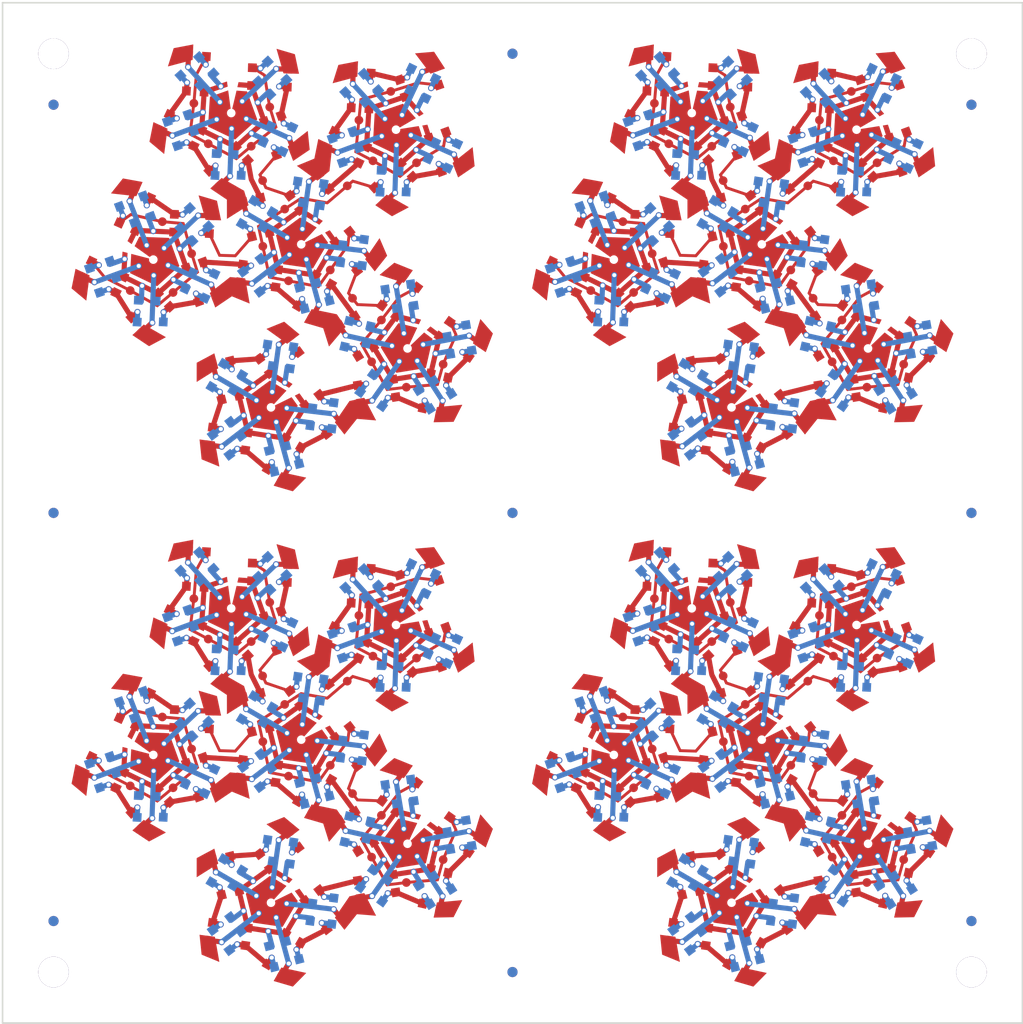
<source format=kicad_pcb>
(kicad_pcb (version 4) (host pcbnew 4.0.4+dfsg1-stable)
  (layers (0 F.Cu signal) (31 B.Cu signal) (34 B.Paste user) (35 F.Paste user) (36 B.SilkS user) (37 F.SilkS user) (38 B.Mask user) (39 F.Mask user) (44 Edge.Cuts user))
  (net 0 "")
  (module Fiducials:Fiducial_1mm_Dia_2.54mm_Outer_CopperTop (layer F.Cu) (at 50 5)
    (fp_text reference REF** hide)
    (fp_text value Fiducial_1mm_Dia_2.54mm_Outer_CopperTop hide)
    (pad ~ smd circle (at 0 0) (size 1 1) (layers F.Cu F.Mask) (clearance 0.77))
  )
  (module Fiducials:Fiducial_1mm_Dia_2.54mm_Outer_CopperBottom (layer F.Cu) (at 50 5)
    (fp_text reference REF** hide)
    (fp_text value Fiducial_1mm_Dia_2.54mm_Outer_CopperBottom hide)
    (pad ~ smd circle (at 0 0) (size 1 1) (layers B.Cu B.Mask) (clearance 0.77))
  )
  (module Fiducials:Fiducial_1mm_Dia_2.54mm_Outer_CopperTop (layer F.Cu) (at 95 50)
    (fp_text reference REF** hide)
    (fp_text value Fiducial_1mm_Dia_2.54mm_Outer_CopperTop hide)
    (pad ~ smd circle (at 0 0) (size 1 1) (layers F.Cu F.Mask) (clearance 0.77))
  )
  (module Fiducials:Fiducial_1mm_Dia_2.54mm_Outer_CopperBottom (layer F.Cu) (at 95 50)
    (fp_text reference REF** hide)
    (fp_text value Fiducial_1mm_Dia_2.54mm_Outer_CopperBottom hide)
    (pad ~ smd circle (at 0 0) (size 1 1) (layers B.Cu B.Mask) (clearance 0.77))
  )
  (module Fiducials:Fiducial_1mm_Dia_2.54mm_Outer_CopperTop (layer F.Cu) (at 50 95)
    (fp_text reference REF** hide)
    (fp_text value Fiducial_1mm_Dia_2.54mm_Outer_CopperTop hide)
    (pad ~ smd circle (at 0 0) (size 1 1) (layers F.Cu F.Mask) (clearance 0.77))
  )
  (module Fiducials:Fiducial_1mm_Dia_2.54mm_Outer_CopperBottom (layer F.Cu) (at 50 95)
    (fp_text reference REF** hide)
    (fp_text value Fiducial_1mm_Dia_2.54mm_Outer_CopperBottom hide)
    (pad ~ smd circle (at 0 0) (size 1 1) (layers B.Cu B.Mask) (clearance 0.77))
  )
  (module footprints:microball (layer F.Cu) (at 0 0)
    (fp_text reference "" (at 0 0) (layer F.SilkS))
    (fp_text value "" (at 0 0) (layer F.SilkS))
    (fp_poly (pts (xy 18.70456 4.09194) (xy 16.78178 4.4577) (xy 16.22552 6.2103) (xy 16.22298 6.24586) (xy 17.95526 5.78866) (xy 17.93494 6.29666) (xy 17.97558 6.4643) (xy 18.0975 6.55066) (xy 18.24736 6.55828) (xy 18.3769 6.47954) (xy 18.43278 6.31952) (xy 18.46072 5.65404) (xy 18.6309 5.61086) (xy 18.6817 4.7625) (xy 18.67154 4.75996) (xy 18.70456 4.09194)) (layer F.Cu) (width 0.00254))
    (fp_poly (pts (xy 63.86068 4.09194) (xy 61.93536 4.4577) (xy 61.38164 6.2103) (xy 61.37656 6.24586) (xy 63.11138 5.78866) (xy 63.08852 6.29666) (xy 63.1317 6.4643) (xy 63.25362 6.55066) (xy 63.40348 6.55828) (xy 63.53302 6.47954) (xy 63.5889 6.31952) (xy 63.61684 5.65404) (xy 63.78702 5.61086) (xy 63.83782 4.7625) (xy 63.82766 4.75996) (xy 63.86068 4.09194)) (layer F.Cu) (width 0.00254))
    (fp_poly (pts (xy 26.86304 4.52628) (xy 27.35326 6.25094) (xy 26.84526 6.23824) (xy 26.6827 6.2865) (xy 26.59888 6.40842) (xy 26.59634 6.55828) (xy 26.67508 6.68274) (xy 26.83256 6.73862) (xy 27.49804 6.75386) (xy 27.5463 6.92404) (xy 28.39466 6.95706) (xy 28.39466 6.9469) (xy 29.06522 6.96722) (xy 28.66136 5.04952) (xy 26.89606 4.53136) (xy 26.86304 4.52628) (xy 26.86304 4.52628)) (layer F.Cu) (width 0.00254))
    (fp_poly (pts (xy 72.01916 4.52628) (xy 72.50938 6.25094) (xy 71.99884 6.23824) (xy 71.83882 6.2865) (xy 71.755 6.40842) (xy 71.75246 6.55828) (xy 71.82866 6.68274) (xy 71.98868 6.73862) (xy 72.65416 6.75386) (xy 72.70242 6.92404) (xy 73.55078 6.95706) (xy 73.55078 6.9469) (xy 74.2188 6.96722) (xy 73.81748 5.04952) (xy 72.05218 4.53136) (xy 72.01916 4.52628) (xy 72.01916 4.52628)) (layer F.Cu) (width 0.00254))
    (fp_poly (pts (xy 42.31132 4.80822) (xy 40.47744 4.96316) (xy 40.44696 4.97332) (xy 41.529 6.4008) (xy 41.04894 6.57606) (xy 40.91686 6.6802) (xy 40.88384 6.82244) (xy 40.93464 6.96214) (xy 41.05148 7.05104) (xy 41.21912 7.04596) (xy 41.84396 6.8199) (xy 41.95064 6.9596) (xy 42.75328 6.68274) (xy 42.75074 6.67512) (xy 43.38066 6.44906) (xy 42.31132 4.80822) (xy 42.31132 4.80822)) (layer F.Cu) (width 0.00254))
    (fp_poly (pts (xy 87.46744 4.80822) (xy 85.63356 4.96316) (xy 85.60054 4.97332) (xy 86.68512 6.4008) (xy 86.20506 6.57606) (xy 86.07298 6.6802) (xy 86.03996 6.82244) (xy 86.08822 6.96214) (xy 86.2076 7.05104) (xy 86.37524 7.04596) (xy 87.00008 6.8199) (xy 87.10676 6.9596) (xy 87.9094 6.68274) (xy 87.90686 6.67512) (xy 88.53678 6.44906) (xy 87.46744 4.80822) (xy 87.46744 4.80822)) (layer F.Cu) (width 0.00254))
    (fp_poly (pts (xy 19.58086 4.81584) (xy 19.53006 5.6642) (xy 19.59864 5.66674) (xy 18.86712 7.00786) (xy 18.65376 9.4488) (xy 18.56486 9.48436) (xy 18.48612 9.53516) (xy 18.42262 9.6012) (xy 18.37436 9.67994) (xy 18.34388 9.7663) (xy 18.33372 9.86028) (xy 18.34388 9.95426) (xy 18.37436 10.04316) (xy 18.42516 10.1219) (xy 18.48866 10.19048) (xy 18.56994 10.24128) (xy 18.23212 12.954) (xy 19.75104 13.76172) (xy 19.74596 13.82268) (xy 19.7612 13.93698) (xy 19.80184 14.03858) (xy 19.87042 14.12494) (xy 19.95678 14.19098) (xy 20.05584 14.23416) (xy 20.17014 14.2494) (xy 20.24888 14.24178) (xy 20.32508 14.21892) (xy 20.39366 14.18336) (xy 20.45716 14.1351) (xy 22.94128 15.45336) (xy 24.16302 14.43482) (xy 24.2316 14.46784) (xy 24.30526 14.48816) (xy 24.38146 14.49578) (xy 24.49322 14.48054) (xy 24.59482 14.43736) (xy 24.68118 14.37132) (xy 24.74722 14.28496) (xy 24.7904 14.18336) (xy 24.80564 14.06906) (xy 24.80056 14.00302) (xy 24.78278 13.93444) (xy 26.96464 12.24534) (xy 26.44902 10.56894) (xy 26.52268 10.50036) (xy 26.57602 10.41908) (xy 26.61158 10.32764) (xy 26.62428 10.22858) (xy 26.61158 10.12698) (xy 26.57602 10.033) (xy 26.52268 9.95172) (xy 26.45156 9.88568) (xy 26.3652 9.83742) (xy 26.26868 9.80948) (xy 25.81656 7.02564) (xy 25.273 6.67766) (xy 25.44064 6.63956) (xy 25.52954 6.51764) (xy 25.5397 6.36778) (xy 25.4635 6.23824) (xy 25.30348 6.17982) (xy 24.92502 6.15442) (xy 24.93264 5.969) (xy 24.08174 5.93598) (xy 24.04872 6.78434) (xy 24.89708 6.81736) (xy 24.89962 6.77418) (xy 25.55748 7.19582) (xy 25.98928 9.85774) (xy 25.91562 9.91108) (xy 25.85466 9.97712) (xy 25.81148 10.05332) (xy 25.78354 10.13714) (xy 25.77338 10.22858) (xy 25.78862 10.3378) (xy 25.82926 10.43686) (xy 25.89276 10.52068) (xy 25.97404 10.58926) (xy 26.07056 10.63244) (xy 26.17978 10.65276) (xy 26.63698 12.1412) (xy 24.61006 13.71092) (xy 24.53894 13.67536) (xy 24.4602 13.6525) (xy 24.38146 13.64488) (xy 24.26716 13.66012) (xy 24.16556 13.7033) (xy 24.0792 13.76934) (xy 24.01316 13.8557) (xy 23.96998 13.9573) (xy 23.95474 14.06906) (xy 23.96236 14.14526) (xy 23.98268 14.21892) (xy 22.90572 15.11554) (xy 20.58924 13.88618) (xy 20.59432 13.82268) (xy 20.57908 13.71092) (xy 20.5359 13.60932) (xy 20.46986 13.52296) (xy 20.3835 13.45692) (xy 20.2819 13.41374) (xy 20.17014 13.3985) (xy 20.0914 13.40612) (xy 20.0152 13.42898) (xy 19.94408 13.462) (xy 19.88312 13.51026) (xy 18.53692 12.79652) (xy 18.84934 10.27684) (xy 18.94078 10.24382) (xy 19.02206 10.19302) (xy 19.09064 10.12698) (xy 19.1389 10.04824) (xy 19.17192 9.9568) (xy 19.18462 9.86028) (xy 19.17192 9.76376) (xy 19.1389 9.67232) (xy 19.0881 9.59104) (xy 19.01698 9.525) (xy 18.93316 9.4742) (xy 19.14144 7.09168) (xy 19.66976 6.12394) (xy 19.74596 6.2484) (xy 19.86788 6.30428) (xy 19.99742 6.29412) (xy 20.10664 6.21792) (xy 20.16252 6.08076) (xy 20.193 5.7023) (xy 20.37842 5.715) (xy 20.42922 4.8641) (xy 19.58086 4.81584) (xy 19.58086 4.81584)) (layer F.Cu) (width 0.00254))
    (fp_poly (pts (xy 64.73698 4.81584) (xy 64.68618 5.6642) (xy 64.75476 5.66674) (xy 64.0207 7.00786) (xy 63.80734 9.4488) (xy 63.71844 9.48436) (xy 63.64224 9.53516) (xy 63.57874 9.6012) (xy 63.53048 9.67994) (xy 63.5 9.7663) (xy 63.48984 9.86028) (xy 63.5 9.95426) (xy 63.53048 10.04316) (xy 63.57874 10.1219) (xy 63.64478 10.19048) (xy 63.72606 10.24128) (xy 63.38824 12.954) (xy 64.90462 13.76172) (xy 64.89954 13.82268) (xy 64.91478 13.93698) (xy 64.95796 14.03858) (xy 65.024 14.12494) (xy 65.11036 14.19098) (xy 65.21196 14.23416) (xy 65.32626 14.2494) (xy 65.405 14.24178) (xy 65.4812 14.21892) (xy 65.54978 14.18336) (xy 65.61328 14.1351) (xy 68.0974 15.45336) (xy 69.31914 14.43482) (xy 69.38772 14.46784) (xy 69.46138 14.48816) (xy 69.53758 14.49578) (xy 69.64934 14.48054) (xy 69.75094 14.43736) (xy 69.8373 14.37132) (xy 69.90334 14.28496) (xy 69.94652 14.18336) (xy 69.96176 14.06906) (xy 69.95668 14.00302) (xy 69.9389 13.93444) (xy 72.11822 12.24534) (xy 71.60514 10.56894) (xy 71.6788 10.50036) (xy 71.73214 10.41908) (xy 71.7677 10.32764) (xy 71.77786 10.22858) (xy 71.7677 10.12698) (xy 71.73214 10.033) (xy 71.6788 9.95172) (xy 71.60768 9.88568) (xy 71.52132 9.83742) (xy 71.42226 9.80948) (xy 70.97014 7.02564) (xy 70.42658 6.67766) (xy 70.59422 6.63956) (xy 70.68566 6.51764) (xy 70.69582 6.36778) (xy 70.61962 6.23824) (xy 70.4596 6.17982) (xy 70.0786 6.15442) (xy 70.08622 5.969) (xy 69.23786 5.93598) (xy 69.20484 6.78434) (xy 70.0532 6.81736) (xy 70.05574 6.77418) (xy 70.7136 7.19582) (xy 71.1454 9.85774) (xy 71.07174 9.91108) (xy 71.01078 9.97712) (xy 70.96506 10.05332) (xy 70.93712 10.13714) (xy 70.9295 10.22858) (xy 70.9422 10.3378) (xy 70.98284 10.43686) (xy 71.04634 10.52068) (xy 71.13016 10.58926) (xy 71.22668 10.63244) (xy 71.3359 10.65276) (xy 71.7931 12.1412) (xy 69.76618 13.71092) (xy 69.69506 13.67536) (xy 69.61632 13.6525) (xy 69.53758 13.64488) (xy 69.42328 13.66012) (xy 69.32168 13.7033) (xy 69.23532 13.76934) (xy 69.16928 13.8557) (xy 69.1261 13.9573) (xy 69.11086 14.06906) (xy 69.11848 14.14526) (xy 69.1388 14.21892) (xy 68.06184 15.11554) (xy 65.74536 13.88618) (xy 65.75044 13.82268) (xy 65.7352 13.71092) (xy 65.69202 13.60932) (xy 65.62598 13.52296) (xy 65.53962 13.45692) (xy 65.43802 13.41374) (xy 65.32626 13.3985) (xy 65.24752 13.40612) (xy 65.17132 13.42898) (xy 65.1002 13.462) (xy 65.0367 13.51026) (xy 63.69304 12.79652) (xy 64.00546 10.27684) (xy 64.0969 10.24382) (xy 64.17818 10.19302) (xy 64.24422 10.12698) (xy 64.29502 10.04824) (xy 64.32804 9.9568) (xy 64.3382 9.86028) (xy 64.32804 9.76376) (xy 64.29502 9.67232) (xy 64.24168 9.59104) (xy 64.1731 9.525) (xy 64.08928 9.4742) (xy 64.29756 7.09168) (xy 64.82588 6.12394) (xy 64.90208 6.2484) (xy 65.024 6.30428) (xy 65.15354 6.29412) (xy 65.26276 6.21792) (xy 65.3161 6.08076) (xy 65.34912 5.7023) (xy 65.53454 5.715) (xy 65.58534 4.8641) (xy 64.73698 4.81584) (xy 64.73698 4.81584)) (layer F.Cu) (width 0.00254))
    (fp_poly (pts (xy 34.85388 5.73278) (xy 32.92856 6.10108) (xy 32.37738 7.85622) (xy 32.37484 7.89178) (xy 34.10712 7.4295) (xy 34.0868 7.94004) (xy 34.13252 8.1026) (xy 34.2519 8.18642) (xy 34.39922 8.1915) (xy 34.52876 8.11784) (xy 34.58718 7.96036) (xy 34.61258 7.29488) (xy 34.78276 7.24916) (xy 34.83102 6.4008) (xy 34.82086 6.4008) (xy 34.85388 5.73278) (xy 34.85388 5.73278)) (layer F.Cu) (width 0.00254))
    (fp_poly (pts (xy 80.00746 5.73278) (xy 78.08468 6.10108) (xy 77.5335 7.85622) (xy 77.52842 7.89178) (xy 79.26324 7.4295) (xy 79.24038 7.94004) (xy 79.2861 8.1026) (xy 79.40802 8.18642) (xy 79.55534 8.1915) (xy 79.68234 8.11784) (xy 79.74076 7.96036) (xy 79.7687 7.29488) (xy 79.93888 7.24916) (xy 79.98714 6.4008) (xy 79.97698 6.4008) (xy 80.00746 5.73278) (xy 80.00746 5.73278)) (layer F.Cu) (width 0.00254))
    (fp_poly (pts (xy 35.73018 6.45414) (xy 35.68192 7.3025) (xy 35.84448 7.31012) (xy 35.814 7.67842) (xy 35.85464 7.84098) (xy 35.97148 7.92988) (xy 36.1188 7.94258) (xy 36.24834 7.874) (xy 36.31438 7.71906) (xy 36.34486 7.3406) (xy 36.53028 7.35076) (xy 36.53536 7.25424) (xy 38.51148 7.71906) (xy 38.64102 8.09752) (xy 39.44366 7.82066) (xy 39.39032 7.66572) (xy 39.74084 7.55396) (xy 39.878 7.4549) (xy 39.9161 7.31266) (xy 39.87292 7.17296) (xy 39.75862 7.07898) (xy 39.59098 7.07644) (xy 39.22776 7.19074) (xy 39.16934 7.01548) (xy 38.57244 7.22122) (xy 36.5633 6.74624) (xy 36.57854 6.5024) (xy 35.73018 6.45414) (xy 35.73018 6.45414)) (layer F.Cu) (width 0.00254))
    (fp_poly (pts (xy 80.88376 6.45414) (xy 80.8355 7.3025) (xy 81.0006 7.31012) (xy 80.97012 7.67842) (xy 81.00822 7.84098) (xy 81.12506 7.92988) (xy 81.27492 7.94258) (xy 81.40446 7.874) (xy 81.46796 7.71906) (xy 81.50098 7.3406) (xy 81.6864 7.35076) (xy 81.69148 7.25424) (xy 83.6676 7.71906) (xy 83.7946 8.09752) (xy 84.59978 7.82066) (xy 84.54644 7.66572) (xy 84.89696 7.55396) (xy 85.03412 7.4549) (xy 85.07222 7.31266) (xy 85.02904 7.17296) (xy 84.91474 7.07898) (xy 84.7471 7.07644) (xy 84.38388 7.19074) (xy 84.32292 7.01548) (xy 83.72856 7.22122) (xy 81.71942 6.74624) (xy 81.73466 6.5024) (xy 80.88376 6.45414) (xy 80.88376 6.45414)) (layer F.Cu) (width 0.00254))
    (fp_poly (pts (xy 43.04538 7.53364) (xy 42.24274 7.8105) (xy 42.2656 7.87654) (xy 40.74668 7.7089) (xy 38.4048 8.44042) (xy 38.33876 8.3693) (xy 38.25494 8.31596) (xy 38.1635 8.28294) (xy 38.06698 8.27024) (xy 37.95776 8.28548) (xy 37.86124 8.32358) (xy 37.77488 8.38454) (xy 37.70884 8.46328) (xy 37.66312 8.5598) (xy 37.6428 8.66648) (xy 35.00628 9.38784) (xy 34.83864 11.09726) (xy 34.74974 11.13028) (xy 34.671 11.18108) (xy 34.6075 11.24712) (xy 34.5567 11.32586) (xy 34.52622 11.41476) (xy 34.51606 11.50874) (xy 34.52622 11.60526) (xy 34.55924 11.6967) (xy 34.61004 11.77544) (xy 34.67862 11.84148) (xy 34.76244 11.89482) (xy 34.48812 14.69136) (xy 35.89528 15.43304) (xy 35.8902 15.49654) (xy 35.90544 15.6083) (xy 35.94862 15.7099) (xy 36.01466 15.79626) (xy 36.10102 15.8623) (xy 36.20262 15.90548) (xy 36.31438 15.92072) (xy 36.41598 15.90802) (xy 36.50996 15.875) (xy 36.59378 15.81658) (xy 38.98646 17.19072) (xy 40.37076 16.0528) (xy 40.43934 16.08582) (xy 40.513 16.10614) (xy 40.5892 16.11376) (xy 40.7035 16.09852) (xy 40.8051 16.05534) (xy 40.89146 15.9893) (xy 40.9575 15.90294) (xy 41.00068 15.80134) (xy 41.01592 15.68958) (xy 41.00576 15.59814) (xy 43.37558 14.14272) (xy 43.48988 13.50518) (xy 43.59148 13.64234) (xy 43.73372 13.6779) (xy 43.87342 13.62964) (xy 43.96486 13.5128) (xy 43.96486 13.34516) (xy 43.84294 12.98448) (xy 44.01566 12.92098) (xy 43.72356 12.12342) (xy 42.926 12.41552) (xy 43.2181 13.21308) (xy 43.25874 13.19784) (xy 43.11904 13.96746) (xy 40.85844 15.35938) (xy 40.77716 15.30858) (xy 40.68572 15.27556) (xy 40.5892 15.2654) (xy 40.47744 15.28064) (xy 40.37584 15.32128) (xy 40.28948 15.38986) (xy 40.22344 15.47368) (xy 40.18026 15.57528) (xy 40.16502 15.68958) (xy 40.17264 15.76324) (xy 40.19042 15.83436) (xy 38.95852 16.84782) (xy 36.73348 15.57274) (xy 36.7411 15.49654) (xy 36.72586 15.38224) (xy 36.68268 15.28064) (xy 36.61664 15.19682) (xy 36.53028 15.12824) (xy 36.42868 15.0876) (xy 36.31438 15.07236) (xy 36.23564 15.07998) (xy 36.15944 15.1003) (xy 36.09086 15.13586) (xy 36.02736 15.18412) (xy 34.78784 14.53134) (xy 35.04184 11.92022) (xy 35.13074 11.8872) (xy 35.20948 11.8364) (xy 35.27552 11.77036) (xy 35.32378 11.69162) (xy 35.35426 11.60526) (xy 35.36696 11.50874) (xy 35.35426 11.41222) (xy 35.32124 11.32332) (xy 35.27044 11.24204) (xy 35.2044 11.176) (xy 35.12058 11.1252) (xy 35.2679 9.60882) (xy 37.71646 8.93826) (xy 37.78504 9.01446) (xy 37.86886 9.07288) (xy 37.96284 9.10844) (xy 38.06698 9.12114) (xy 38.1762 9.1059) (xy 38.27526 9.06526) (xy 38.36162 9.00176) (xy 38.42766 8.91794) (xy 38.47084 8.82142) (xy 38.49116 8.70966) (xy 40.77462 7.99592) (xy 41.8719 8.1153) (xy 41.783 8.23468) (xy 41.77538 8.36676) (xy 41.83634 8.48614) (xy 41.9481 8.55726) (xy 42.09796 8.55472) (xy 42.45864 8.43788) (xy 42.5196 8.61314) (xy 43.32224 8.33882) (xy 43.04538 7.53364) (xy 43.04538 7.53364)) (layer F.Cu) (width 0.00254))
    (fp_poly (pts (xy 88.2015 7.53364) (xy 87.39886 7.8105) (xy 87.42172 7.87654) (xy 85.9028 7.7089) (xy 83.56092 8.44042) (xy 83.49234 8.3693) (xy 83.41106 8.31596) (xy 83.31962 8.28294) (xy 83.22056 8.27024) (xy 83.11388 8.28548) (xy 83.01482 8.32358) (xy 82.931 8.38454) (xy 82.86496 8.46328) (xy 82.81924 8.5598) (xy 82.79638 8.66648) (xy 80.1624 9.38784) (xy 79.99476 11.09726) (xy 79.90586 11.13028) (xy 79.82712 11.18108) (xy 79.76108 11.24712) (xy 79.71282 11.32586) (xy 79.68234 11.41476) (xy 79.67218 11.50874) (xy 79.68234 11.60526) (xy 79.71536 11.6967) (xy 79.76616 11.77544) (xy 79.83474 11.84148) (xy 79.91602 11.89482) (xy 79.64424 14.69136) (xy 81.0514 15.43304) (xy 81.04632 15.49654) (xy 81.06156 15.6083) (xy 81.10474 15.7099) (xy 81.17078 15.79626) (xy 81.25714 15.8623) (xy 81.35874 15.90548) (xy 81.4705 15.92072) (xy 81.5721 15.90802) (xy 81.66608 15.875) (xy 81.7499 15.81658) (xy 84.14258 17.19072) (xy 85.52688 16.0528) (xy 85.59546 16.08582) (xy 85.66912 16.10614) (xy 85.74532 16.11376) (xy 85.85962 16.09852) (xy 85.96122 16.05534) (xy 86.04758 15.9893) (xy 86.11362 15.90294) (xy 86.1568 15.80134) (xy 86.17204 15.68958) (xy 86.16188 15.59814) (xy 88.5317 14.14272) (xy 88.646 13.50518) (xy 88.7476 13.64234) (xy 88.88984 13.6779) (xy 89.02954 13.62964) (xy 89.12098 13.5128) (xy 89.11844 13.34516) (xy 88.99652 12.98448) (xy 89.17178 12.92098) (xy 88.87968 12.12342) (xy 88.08212 12.41552) (xy 88.37422 13.21308) (xy 88.41486 13.19784) (xy 88.27516 13.96746) (xy 86.01202 15.35938) (xy 85.93328 15.30858) (xy 85.84184 15.27556) (xy 85.74532 15.2654) (xy 85.63356 15.28064) (xy 85.53196 15.32128) (xy 85.4456 15.38986) (xy 85.37956 15.47368) (xy 85.33638 15.57528) (xy 85.32114 15.68958) (xy 85.32876 15.76324) (xy 85.34654 15.83436) (xy 84.1121 16.84782) (xy 81.8896 15.57274) (xy 81.89468 15.49654) (xy 81.87944 15.38224) (xy 81.8388 15.28064) (xy 81.77022 15.19682) (xy 81.6864 15.12824) (xy 81.5848 15.0876) (xy 81.4705 15.07236) (xy 81.39176 15.07998) (xy 81.31556 15.1003) (xy 81.24444 15.13586) (xy 81.18348 15.18412) (xy 79.94396 14.53134) (xy 80.19796 11.92022) (xy 80.28686 11.8872) (xy 80.3656 11.8364) (xy 80.43164 11.77036) (xy 80.4799 11.69162) (xy 80.51038 11.60526) (xy 80.52054 11.50874) (xy 80.51038 11.41222) (xy 80.47736 11.32332) (xy 80.42656 11.24204) (xy 80.35798 11.176) (xy 80.2767 11.1252) (xy 80.42402 9.60882) (xy 82.87258 8.93826) (xy 82.94116 9.01446) (xy 83.02498 9.07288) (xy 83.11896 9.10844) (xy 83.22056 9.12114) (xy 83.33232 9.1059) (xy 83.43138 9.06526) (xy 83.5152 9.00176) (xy 83.58378 8.91794) (xy 83.62696 8.82142) (xy 83.64474 8.70966) (xy 85.93074 7.99592) (xy 87.02548 8.1153) (xy 86.93658 8.23468) (xy 86.9315 8.36676) (xy 86.99246 8.48614) (xy 87.10422 8.55726) (xy 87.25154 8.55472) (xy 87.61476 8.43788) (xy 87.67572 8.61314) (xy 88.47836 8.33882) (xy 88.2015 7.53364) (xy 88.2015 7.53364)) (layer F.Cu) (width 0.00254))
    (fp_poly (pts (xy 18.0848 7.60476) (xy 17.99336 7.62508) (xy 17.91716 7.67334) (xy 17.86636 7.747) (xy 17.8435 7.8359) (xy 17.81048 8.21436) (xy 17.62506 8.2042) (xy 17.58696 8.83412) (xy 16.38554 10.51052) (xy 16.16202 10.40384) (xy 15.79626 11.17092) (xy 16.5608 11.53668) (xy 16.63192 11.38936) (xy 16.95958 11.557) (xy 17.12722 11.5824) (xy 17.25422 11.50874) (xy 17.32026 11.37666) (xy 17.30502 11.22934) (xy 17.18818 11.1125) (xy 16.84782 10.93978) (xy 16.9291 10.77214) (xy 16.84274 10.72896) (xy 18.02638 9.0805) (xy 18.42262 9.10336) (xy 18.47342 8.255) (xy 18.30832 8.24484) (xy 18.3388 7.87908) (xy 18.3261 7.7724) (xy 18.27276 7.6835) (xy 18.18894 7.62508) (xy 18.0848 7.60476) (xy 18.0848 7.60476)) (layer F.Cu) (width 0.00254))
    (fp_poly (pts (xy 63.23838 7.60476) (xy 63.14948 7.62508) (xy 63.07328 7.67334) (xy 63.02248 7.747) (xy 62.99708 7.8359) (xy 62.9666 8.21436) (xy 62.78118 8.2042) (xy 62.74308 8.83412) (xy 61.54166 10.51052) (xy 61.31814 10.40384) (xy 60.94984 11.17092) (xy 61.71692 11.53668) (xy 61.78804 11.38936) (xy 62.1157 11.557) (xy 62.2808 11.5824) (xy 62.41034 11.50874) (xy 62.47638 11.37666) (xy 62.46114 11.22934) (xy 62.34176 11.1125) (xy 62.00394 10.93978) (xy 62.08522 10.77214) (xy 61.99886 10.72896) (xy 63.1825 9.0805) (xy 63.57874 9.10336) (xy 63.62954 8.255) (xy 63.46444 8.24484) (xy 63.49492 7.87908) (xy 63.48222 7.7724) (xy 63.42888 7.6835) (xy 63.34506 7.62508) (xy 63.23838 7.60476) (xy 63.23838 7.60476)) (layer F.Cu) (width 0.00254))
    (fp_poly (pts (xy 24.01316 7.6835) (xy 24.00554 7.84606) (xy 23.14194 7.78256) (xy 23.0251 8.27024) (xy 23.06574 8.2804) (xy 23.98522 8.34644) (xy 23.98014 8.5344) (xy 24.30526 8.5471) (xy 25.28824 11.33094) (xy 25.1206 11.3919) (xy 25.23236 11.6967) (xy 23.02256 13.6652) (xy 22.90318 13.53058) (xy 22.66188 13.74902) (xy 20.00758 12.44854) (xy 20.08378 12.28598) (xy 19.79168 12.14628) (xy 19.99234 9.19734) (xy 20.17014 9.2075) (xy 20.19046 8.8773) (xy 22.0726 8.22706) (xy 22.00402 7.72922) (xy 21.95576 7.73684) (xy 20.1676 8.3566) (xy 19.37258 8.30834) (xy 19.32178 9.1567) (xy 19.49196 9.16686) (xy 19.304 11.9507) (xy 18.95094 12.68476) (xy 19.71548 13.05306) (xy 19.79168 12.89812) (xy 22.29612 14.12748) (xy 22.84222 14.732) (xy 23.47468 14.16304) (xy 23.35784 14.03604) (xy 25.44318 12.1793) (xy 26.21026 11.90244) (xy 25.9207 11.10234) (xy 25.75814 11.16076) (xy 24.8285 8.53186) (xy 24.86152 7.71652) (xy 24.01316 7.6835)) (layer F.Cu) (width 0.00254))
    (fp_poly (pts (xy 69.16928 7.6835) (xy 69.16166 7.84606) (xy 68.29552 7.78256) (xy 68.18122 8.27024) (xy 68.22186 8.2804) (xy 69.14134 8.34644) (xy 69.13372 8.5344) (xy 69.45884 8.5471) (xy 70.44436 11.33094) (xy 70.27672 11.3919) (xy 70.38848 11.6967) (xy 68.17868 13.6652) (xy 68.0593 13.53058) (xy 67.818 13.74902) (xy 65.1637 12.44854) (xy 65.2399 12.28598) (xy 64.94526 12.14628) (xy 65.14846 9.19734) (xy 65.32626 9.2075) (xy 65.34658 8.8773) (xy 67.22618 8.22706) (xy 67.16014 7.72922) (xy 67.10934 7.73684) (xy 65.32372 8.3566) (xy 64.5287 8.30834) (xy 64.4779 9.1567) (xy 64.64808 9.16686) (xy 64.45758 11.9507) (xy 64.10452 12.68476) (xy 64.8716 13.05306) (xy 64.94526 12.89812) (xy 67.45224 14.12748) (xy 67.99834 14.732) (xy 68.6308 14.16304) (xy 68.51396 14.03604) (xy 70.5993 12.1793) (xy 71.36638 11.90244) (xy 71.07682 11.10234) (xy 70.91426 11.16076) (xy 69.98462 8.53186) (xy 70.01764 7.71652) (xy 69.16928 7.6835) (xy 69.16928 7.6835)) (layer F.Cu) (width 0.00254))
    (fp_poly (pts (xy 27.51074 7.8232) (xy 27.50312 7.98576) (xy 27.13736 7.9629) (xy 27.11196 7.9629) (xy 26.95194 8.0137) (xy 26.8732 8.13562) (xy 26.87066 8.28294) (xy 26.94686 8.4074) (xy 27.10434 8.46328) (xy 27.4828 8.48614) (xy 27.47518 8.67156) (xy 27.5717 8.67664) (xy 27.1399 10.66038) (xy 26.76652 10.795) (xy 27.05608 11.5951) (xy 27.21102 11.53922) (xy 27.32786 11.8872) (xy 27.42692 12.0269) (xy 27.5717 12.065) (xy 27.71394 12.01674) (xy 27.80792 11.8999) (xy 27.80284 11.72972) (xy 27.68092 11.36904) (xy 27.85618 11.30554) (xy 27.64028 10.71372) (xy 28.0797 8.69442) (xy 28.32608 8.70458) (xy 28.3591 7.85622) (xy 27.51074 7.8232) (xy 27.51074 7.8232)) (layer F.Cu) (width 0.00254))
    (fp_poly (pts (xy 72.66686 7.8232) (xy 72.65924 7.98576) (xy 72.29348 7.9629) (xy 72.26808 7.9629) (xy 72.10806 8.0137) (xy 72.02932 8.13562) (xy 72.02678 8.28294) (xy 72.10298 8.4074) (xy 72.26046 8.46328) (xy 72.63892 8.48614) (xy 72.6313 8.67156) (xy 72.72782 8.67664) (xy 72.29602 10.66038) (xy 71.92264 10.795) (xy 72.2122 11.5951) (xy 72.36714 11.53922) (xy 72.48398 11.8872) (xy 72.58304 12.0269) (xy 72.72782 12.065) (xy 72.87006 12.01674) (xy 72.9615 11.8999) (xy 72.95896 11.72972) (xy 72.83704 11.36904) (xy 73.0123 11.30554) (xy 72.7964 10.71372) (xy 73.23582 8.69442) (xy 73.4822 8.70458) (xy 73.51522 7.85622) (xy 72.66686 7.8232) (xy 72.66686 7.8232)) (layer F.Cu) (width 0.00254))
    (fp_poly (pts (xy 22.12086 8.5979) (xy 20.33016 9.21766) (xy 20.15236 12.14374) (xy 22.7965 13.41374) (xy 24.97074 11.44778) (xy 23.97252 8.69442) (xy 22.94382 8.61822) (xy 22.51964 10.4013) (xy 22.61108 10.43432) (xy 22.68982 10.48512) (xy 22.75586 10.55116) (xy 22.80412 10.6299) (xy 22.8346 10.7188) (xy 22.8473 10.81532) (xy 22.83206 10.92962) (xy 22.78888 11.02868) (xy 22.72284 11.11504) (xy 22.63648 11.18362) (xy 22.53488 11.22426) (xy 22.42058 11.2395) (xy 22.30882 11.22426) (xy 22.20722 11.18362) (xy 22.12086 11.11504) (xy 22.05482 11.02868) (xy 22.01164 10.92962) (xy 21.9964 10.81532) (xy 22.0091 10.71372) (xy 22.04466 10.6172) (xy 22.10054 10.53592) (xy 22.1742 10.46988) (xy 22.2631 10.42162) (xy 22.3647 10.39368) (xy 22.12086 8.5979)) (layer F.Cu) (width 0.00254))
    (fp_poly (pts (xy 67.27698 8.5979) (xy 65.48374 9.21766) (xy 65.30848 12.14374) (xy 67.95262 13.41374) (xy 70.12686 11.44778) (xy 69.12864 8.69442) (xy 68.09994 8.61822) (xy 67.67576 10.4013) (xy 67.76466 10.43432) (xy 67.84594 10.48512) (xy 67.90944 10.55116) (xy 67.96024 10.6299) (xy 67.99072 10.7188) (xy 68.00088 10.81532) (xy 67.98564 10.92962) (xy 67.945 11.02868) (xy 67.87642 11.11504) (xy 67.79006 11.18362) (xy 67.691 11.22426) (xy 67.5767 11.2395) (xy 67.46494 11.22426) (xy 67.36334 11.18362) (xy 67.27698 11.11504) (xy 67.21094 11.02868) (xy 67.16776 10.92962) (xy 67.15252 10.81532) (xy 67.16522 10.71372) (xy 67.20078 10.6172) (xy 67.25666 10.53592) (xy 67.33032 10.46988) (xy 67.41922 10.42162) (xy 67.51828 10.39368) (xy 67.27698 8.5979)) (layer F.Cu) (width 0.00254))
    (fp_poly (pts (xy 39.73576 8.67156) (xy 38.93312 8.94842) (xy 38.989 9.11098) (xy 36.34486 9.9949) (xy 35.52952 9.94664) (xy 35.48126 10.795) (xy 35.65144 10.80516) (xy 35.46856 13.59154) (xy 35.11804 14.32814) (xy 35.88512 14.6939) (xy 35.95878 14.53896) (xy 38.4683 15.7607) (xy 39.01694 16.36268) (xy 39.64686 15.79118) (xy 39.53002 15.66418) (xy 41.60774 13.8049) (xy 42.37228 13.52296) (xy 42.08018 12.7254) (xy 41.93032 12.78128) (xy 41.656 11.95578) (xy 41.16324 12.03452) (xy 41.17086 12.07516) (xy 41.46042 12.954) (xy 41.28262 13.0175) (xy 41.39438 13.3223) (xy 39.19474 15.29334) (xy 39.07282 15.16126) (xy 38.83406 15.38224) (xy 36.17468 14.08684) (xy 36.25088 13.92428) (xy 35.95624 13.78458) (xy 36.15182 10.83564) (xy 36.32962 10.8458) (xy 36.3474 10.52068) (xy 39.15156 9.58342) (xy 39.20998 9.75106) (xy 39.5224 9.64438) (xy 40.84066 11.1379) (xy 41.275 10.88644) (xy 41.24706 10.84326) (xy 39.99738 9.42594) (xy 39.73576 8.67156) (xy 39.73576 8.67156)) (layer F.Cu) (width 0.00254))
    (fp_poly (pts (xy 84.89188 8.67156) (xy 84.08924 8.94842) (xy 84.14512 9.11098) (xy 81.49844 9.9949) (xy 80.68564 9.94664) (xy 80.63738 10.795) (xy 80.80756 10.80516) (xy 80.62468 13.59154) (xy 80.27416 14.32814) (xy 81.04124 14.6939) (xy 81.1149 14.53896) (xy 83.62442 15.7607) (xy 84.17306 16.36268) (xy 84.80044 15.79118) (xy 84.68614 15.66418) (xy 86.76132 13.8049) (xy 87.5284 13.52296) (xy 87.2363 12.7254) (xy 87.0839 12.78128) (xy 86.81212 11.95578) (xy 86.31936 12.03452) (xy 86.32444 12.07516) (xy 86.614 12.954) (xy 86.43874 13.0175) (xy 86.5505 13.3223) (xy 84.35086 15.29334) (xy 84.22894 15.16126) (xy 83.98764 15.38224) (xy 81.3308 14.08684) (xy 81.407 13.92428) (xy 81.11236 13.78458) (xy 81.3054 10.83564) (xy 81.48574 10.8458) (xy 81.50352 10.52068) (xy 84.30768 9.58342) (xy 84.36356 9.75106) (xy 84.67598 9.64438) (xy 85.99678 11.1379) (xy 86.43112 10.88644) (xy 86.40318 10.84326) (xy 85.15096 9.42594) (xy 84.89188 8.67156) (xy 84.89188 8.67156)) (layer F.Cu) (width 0.00254))
    (fp_poly (pts (xy 34.2392 9.2456) (xy 34.14776 9.26592) (xy 34.0741 9.31672) (xy 34.02076 9.39038) (xy 33.9979 9.47928) (xy 33.96742 9.85774) (xy 33.782 9.84758) (xy 33.74644 10.4775) (xy 32.54756 12.15898) (xy 32.32404 12.0523) (xy 31.95828 12.82192) (xy 32.72536 13.18768) (xy 32.79648 13.03782) (xy 33.12414 13.20546) (xy 33.29432 13.2334) (xy 33.42132 13.15974) (xy 33.4899 13.02512) (xy 33.47466 12.8778) (xy 33.3502 12.75842) (xy 33.01238 12.5857) (xy 33.09112 12.4206) (xy 33.00476 12.37742) (xy 34.18586 10.72134) (xy 34.5821 10.7442) (xy 34.63036 9.89584) (xy 34.46526 9.88568) (xy 34.49574 9.51992) (xy 34.48304 9.41324) (xy 34.4297 9.32434) (xy 34.34588 9.26592) (xy 34.2392 9.2456) (xy 34.2392 9.2456)) (layer F.Cu) (width 0.00254))
    (fp_poly (pts (xy 79.39532 9.2456) (xy 79.30388 9.26592) (xy 79.23022 9.31672) (xy 79.17688 9.39038) (xy 79.15402 9.47928) (xy 79.12354 9.85774) (xy 78.93812 9.84758) (xy 78.90256 10.4775) (xy 77.70114 12.15898) (xy 77.48016 12.0523) (xy 77.1144 12.82192) (xy 77.88148 13.18768) (xy 77.9526 13.03782) (xy 78.28026 13.20546) (xy 78.4479 13.2334) (xy 78.57744 13.15974) (xy 78.64602 13.02512) (xy 78.63078 12.8778) (xy 78.50632 12.75842) (xy 78.1685 12.5857) (xy 78.24724 12.4206) (xy 78.16088 12.37742) (xy 79.34198 10.72134) (xy 79.73822 10.7442) (xy 79.78648 9.89584) (xy 79.62138 9.88568) (xy 79.65186 9.51992) (xy 79.63916 9.41324) (xy 79.58582 9.32434) (xy 79.49946 9.26592) (xy 79.39532 9.2456) (xy 79.39532 9.2456)) (layer F.Cu) (width 0.00254))
    (fp_poly (pts (xy 39.26078 9.90346) (xy 36.4871 10.85342) (xy 36.31946 13.78204) (xy 38.96614 15.04442) (xy 41.13276 13.07084) (xy 40.80764 12.09294) (xy 38.99916 12.37996) (xy 39.00424 12.446) (xy 38.989 12.55776) (xy 38.94582 12.65936) (xy 38.87978 12.74572) (xy 38.79342 12.81176) (xy 38.69182 12.85494) (xy 38.58006 12.87018) (xy 38.46576 12.85494) (xy 38.36416 12.81176) (xy 38.2778 12.74572) (xy 38.21176 12.65936) (xy 38.16858 12.55776) (xy 38.15334 12.446) (xy 38.15842 12.39012) (xy 38.16858 12.33678) (xy 38.20414 12.24788) (xy 38.25494 12.17168) (xy 38.32098 12.10818) (xy 38.39718 12.05992) (xy 38.48608 12.03198) (xy 38.58006 12.01928) (xy 38.66896 12.02944) (xy 38.75278 12.05738) (xy 38.82898 12.10056) (xy 38.89502 12.15898) (xy 38.94582 12.23264) (xy 40.51554 11.32332) (xy 39.26078 9.90346) (xy 39.26078 9.90346)) (layer F.Cu) (width 0.00254))
    (fp_poly (pts (xy 84.4169 9.90346) (xy 81.64322 10.85342) (xy 81.47558 13.78204) (xy 84.12226 15.04442) (xy 86.28888 13.07084) (xy 85.96376 12.09294) (xy 84.15528 12.37996) (xy 84.16036 12.446) (xy 84.14512 12.55776) (xy 84.10194 12.65936) (xy 84.0359 12.74572) (xy 83.94954 12.81176) (xy 83.84794 12.85494) (xy 83.73618 12.87018) (xy 83.62188 12.85494) (xy 83.52028 12.81176) (xy 83.43392 12.74572) (xy 83.36788 12.65936) (xy 83.3247 12.55776) (xy 83.30946 12.446) (xy 83.31454 12.39012) (xy 83.3247 12.33678) (xy 83.35772 12.24788) (xy 83.41106 12.17168) (xy 83.4771 12.10818) (xy 83.5533 12.05992) (xy 83.6422 12.03198) (xy 83.73618 12.01928) (xy 83.82508 12.02944) (xy 83.9089 12.05738) (xy 83.9851 12.10056) (xy 84.0486 12.15898) (xy 84.10194 12.23264) (xy 85.67166 11.32332) (xy 84.4169 9.90346) (xy 84.4169 9.90346)) (layer F.Cu) (width 0.00254))
    (fp_poly (pts (xy 14.7955 11.70686) (xy 14.40434 13.62456) (xy 15.81658 14.80312) (xy 15.84706 14.8209) (xy 16.08074 13.0429) (xy 16.54302 13.25626) (xy 16.7132 13.27912) (xy 16.8402 13.19784) (xy 16.9037 13.06322) (xy 16.88084 12.91336) (xy 16.75384 12.8016) (xy 16.14932 12.5222) (xy 16.17218 12.34948) (xy 15.4051 11.98118) (xy 15.40256 11.9888) (xy 14.7955 11.70686)) (layer F.Cu) (width 0.00254))
    (fp_poly (pts (xy 59.95162 11.70686) (xy 59.56046 13.62456) (xy 60.9727 14.80312) (xy 61.00318 14.8209) (xy 61.23686 13.0429) (xy 61.69914 13.25626) (xy 61.86932 13.27912) (xy 61.99632 13.19784) (xy 62.05728 13.06322) (xy 62.03696 12.91336) (xy 61.90742 12.8016) (xy 61.30544 12.5222) (xy 61.3283 12.34948) (xy 60.56122 11.98118) (xy 60.55614 11.9888) (xy 59.95162 11.70686) (xy 59.95162 11.70686)) (layer F.Cu) (width 0.00254))
    (fp_poly (pts (xy 29.92374 12.56538) (xy 28.5115 13.66012) (xy 28.32862 13.18006) (xy 28.27528 13.0937) (xy 28.19654 13.03782) (xy 28.09748 13.01496) (xy 27.99842 13.03274) (xy 27.91714 13.08608) (xy 27.8638 13.16482) (xy 27.84348 13.2588) (xy 27.86126 13.35786) (xy 28.09748 13.98016) (xy 27.96032 14.08684) (xy 28.24988 14.88694) (xy 28.2575 14.88186) (xy 28.49372 15.50924) (xy 30.11424 14.41196) (xy 29.92374 12.56538) (xy 29.92374 12.56538)) (layer F.Cu) (width 0.00254))
    (fp_poly (pts (xy 75.07986 12.56538) (xy 73.66762 13.66012) (xy 73.4822 13.18006) (xy 73.4314 13.0937) (xy 73.35012 13.03782) (xy 73.2536 13.01496) (xy 73.15454 13.03274) (xy 73.07326 13.08608) (xy 73.01992 13.16482) (xy 72.99706 13.2588) (xy 73.01738 13.35786) (xy 73.2536 13.98016) (xy 73.1139 14.08684) (xy 73.406 14.88694) (xy 73.41362 14.88186) (xy 73.6473 15.50924) (xy 75.27036 14.41196) (xy 75.07986 12.56538) (xy 75.07986 12.56538)) (layer F.Cu) (width 0.00254))
    (fp_poly (pts (xy 30.96006 13.3604) (xy 30.57398 15.28064) (xy 28.85694 15.98422) (xy 30.30474 17.0307) (xy 29.8958 17.34312) (xy 29.79674 17.48282) (xy 29.8069 17.63014) (xy 29.89834 17.74952) (xy 30.03804 17.80032) (xy 30.19806 17.7419) (xy 30.72892 17.33804) (xy 30.87116 17.43964) (xy 31.55442 16.93672) (xy 31.53664 16.91132) (xy 32.05226 16.49984) (xy 32.258 14.69644) (xy 32.71266 14.90472) (xy 32.88284 14.92504) (xy 33.0073 14.8463) (xy 33.0708 14.70914) (xy 33.04794 14.56182) (xy 32.92094 14.45006) (xy 32.31896 14.1732) (xy 32.33928 13.99794) (xy 31.5722 13.63218) (xy 31.56712 13.64234) (xy 30.96006 13.3604) (xy 30.96006 13.3604)) (layer F.Cu) (width 0.00254))
    (fp_poly (pts (xy 76.11618 13.3604) (xy 75.7301 15.28064) (xy 74.01306 15.98422) (xy 75.46086 17.0307) (xy 75.05192 17.34312) (xy 74.95286 17.48282) (xy 74.96302 17.63014) (xy 75.05446 17.74952) (xy 75.19416 17.80032) (xy 75.35418 17.7419) (xy 75.88504 17.33804) (xy 76.02474 17.43964) (xy 76.71054 16.93672) (xy 76.69022 16.91132) (xy 77.20838 16.49984) (xy 77.41412 14.69644) (xy 77.86878 14.90472) (xy 78.03896 14.92504) (xy 78.16342 14.8463) (xy 78.22692 14.70914) (xy 78.20406 14.56182) (xy 78.07706 14.45006) (xy 77.47508 14.1732) (xy 77.4954 13.99794) (xy 76.72578 13.63218) (xy 76.72324 13.64234) (xy 76.11618 13.3604) (xy 76.11618 13.3604)) (layer F.Cu) (width 0.00254))
    (fp_poly (pts (xy 18.04162 13.4493) (xy 17.907 13.4874) (xy 17.82318 13.58392) (xy 17.79524 13.70584) (xy 17.8308 13.82776) (xy 17.93494 13.92174) (xy 18.27276 14.09446) (xy 18.19148 14.2621) (xy 18.76044 14.53642) (xy 19.86026 16.28394) (xy 19.67738 16.44904) (xy 20.24888 17.0815) (xy 20.8788 16.51) (xy 20.76704 16.38808) (xy 21.04644 16.14932) (xy 21.1328 16.00454) (xy 21.11248 15.85722) (xy 21.01596 15.74546) (xy 20.87626 15.70482) (xy 20.72132 15.76832) (xy 20.43176 16.01724) (xy 20.3073 15.88008) (xy 20.23618 15.94358) (xy 19.15414 14.22146) (xy 19.32686 13.86332) (xy 18.55978 13.49756) (xy 18.48866 13.64488) (xy 18.161 13.47724) (xy 18.10258 13.45438) (xy 18.04162 13.4493) (xy 18.04162 13.4493)) (layer F.Cu) (width 0.00254))
    (fp_poly (pts (xy 63.19774 13.4493) (xy 63.06312 13.4874) (xy 62.9793 13.58392) (xy 62.95136 13.70584) (xy 62.98438 13.82776) (xy 63.09106 13.92174) (xy 63.42888 14.09446) (xy 63.3476 14.2621) (xy 63.91656 14.53642) (xy 65.01638 16.28394) (xy 64.8335 16.44904) (xy 65.405 17.0815) (xy 66.03492 16.51) (xy 65.92316 16.38808) (xy 66.20256 16.14932) (xy 66.28892 16.00454) (xy 66.2686 15.85722) (xy 66.17208 15.74546) (xy 66.02984 15.70482) (xy 65.8749 15.76832) (xy 65.58788 16.01724) (xy 65.46342 15.88008) (xy 65.3923 15.94358) (xy 64.31026 14.22146) (xy 64.48298 13.86332) (xy 63.7159 13.49756) (xy 63.64478 13.64488) (xy 63.31712 13.47724) (xy 63.2587 13.45438) (xy 63.19774 13.4493) (xy 63.19774 13.4493)) (layer F.Cu) (width 0.00254))
    (fp_poly (pts (xy 26.5938 13.92682) (xy 26.4795 13.95984) (xy 26.39822 14.03604) (xy 26.35504 14.14272) (xy 26.36774 14.25956) (xy 26.48966 14.62024) (xy 26.3144 14.68374) (xy 26.48712 15.16126) (xy 25.07234 16.84528) (xy 25.20442 17.1323) (xy 25.14854 17.1958) (xy 25.1079 17.272) (xy 25.0825 17.35074) (xy 25.07488 17.4371) (xy 25.09012 17.54886) (xy 25.1333 17.65046) (xy 25.19934 17.73682) (xy 25.2857 17.80286) (xy 25.3873 17.84604) (xy 25.49906 17.86128) (xy 25.5397 17.85874) (xy 25.7175 18.24482) (xy 27.5844 18.87982) (xy 28.04922 19.51228) (xy 28.73502 19.00936) (xy 28.6385 18.87728) (xy 28.93822 18.66646) (xy 29.02712 18.56232) (xy 29.04744 18.4404) (xy 29.00934 18.32356) (xy 28.9179 18.23974) (xy 28.78582 18.20926) (xy 28.7147 18.2245) (xy 28.65374 18.25752) (xy 28.34132 18.47342) (xy 28.2321 18.32356) (xy 27.7876 18.65122) (xy 25.92324 18.01622) (xy 25.79624 17.73936) (xy 25.84958 17.67586) (xy 25.89022 17.6022) (xy 25.91562 17.52092) (xy 25.92578 17.4371) (xy 25.91054 17.3228) (xy 25.86736 17.2212) (xy 25.80132 17.13484) (xy 25.71496 17.0688) (xy 25.61336 17.02562) (xy 25.49906 17.01038) (xy 25.46096 17.01292) (xy 25.40254 16.891) (xy 26.59888 15.46606) (xy 26.60396 15.4813) (xy 27.40406 15.19174) (xy 27.11196 14.39418) (xy 26.95956 14.45006) (xy 26.84272 14.09954) (xy 26.78684 14.0081) (xy 26.70048 13.94714) (xy 26.5938 13.92682) (xy 26.5938 13.92682)) (layer F.Cu) (width 0.00254))
    (fp_poly (pts (xy 71.74992 13.92682) (xy 71.63562 13.95984) (xy 71.5518 14.03604) (xy 71.51116 14.14272) (xy 71.52386 14.25956) (xy 71.64324 14.62024) (xy 71.47052 14.68374) (xy 71.64324 15.16126) (xy 70.22846 16.84528) (xy 70.36054 17.1323) (xy 70.30466 17.1958) (xy 70.26402 17.272) (xy 70.23862 17.35074) (xy 70.231 17.4371) (xy 70.24624 17.54886) (xy 70.28942 17.65046) (xy 70.35546 17.73682) (xy 70.44182 17.80286) (xy 70.54342 17.84604) (xy 70.65518 17.86128) (xy 70.69582 17.85874) (xy 70.87362 18.24482) (xy 72.74052 18.87982) (xy 73.20534 19.51228) (xy 73.89114 19.00936) (xy 73.79208 18.87728) (xy 74.09434 18.66646) (xy 74.18324 18.56232) (xy 74.20356 18.4404) (xy 74.16546 18.32356) (xy 74.07402 18.23974) (xy 73.94194 18.20926) (xy 73.87082 18.2245) (xy 73.80732 18.25752) (xy 73.49744 18.47342) (xy 73.38822 18.32356) (xy 72.94372 18.65122) (xy 71.07936 18.01622) (xy 70.95236 17.73936) (xy 71.0057 17.67586) (xy 71.04634 17.6022) (xy 71.07174 17.52092) (xy 71.07936 17.4371) (xy 71.06412 17.3228) (xy 71.02348 17.2212) (xy 70.9549 17.13484) (xy 70.87108 17.0688) (xy 70.76948 17.02562) (xy 70.65518 17.01038) (xy 70.61454 17.01292) (xy 70.55866 16.891) (xy 71.755 15.46606) (xy 71.76008 15.4813) (xy 72.55764 15.19174) (xy 72.26808 14.39418) (xy 72.11314 14.45006) (xy 71.9963 14.09954) (xy 71.94296 14.0081) (xy 71.8566 13.94714) (xy 71.74992 13.92682) (xy 71.74992 13.92682)) (layer F.Cu) (width 0.00254))
    (fp_poly (pts (xy 46.08576 14.15796) (xy 44.6786 15.27048) (xy 44.49318 14.79296) (xy 44.44238 14.70914) (xy 44.3611 14.65326) (xy 44.26458 14.6304) (xy 44.16552 14.64818) (xy 44.08424 14.70152) (xy 44.0309 14.78026) (xy 44.01058 14.87424) (xy 44.02836 14.9733) (xy 44.26712 15.59306) (xy 44.12996 15.70228) (xy 44.42206 16.49984) (xy 44.42968 16.4973) (xy 44.6659 17.12214) (xy 46.28642 16.02232) (xy 46.09592 14.19352) (xy 46.09592 14.19098) (xy 46.08576 14.15796) (xy 46.08576 14.15796)) (layer F.Cu) (width 0.00254))
    (fp_poly (pts (xy 91.23934 14.15796) (xy 89.83218 15.27048) (xy 89.6493 14.79296) (xy 89.59596 14.70914) (xy 89.51722 14.65326) (xy 89.4207 14.6304) (xy 89.3191 14.64818) (xy 89.24036 14.70152) (xy 89.18702 14.78026) (xy 89.16416 14.87424) (xy 89.18448 14.9733) (xy 89.42324 15.59306) (xy 89.28354 15.70228) (xy 89.57564 16.49984) (xy 89.5858 16.4973) (xy 89.82202 17.12214) (xy 91.44254 16.02232) (xy 91.2495 14.19352) (xy 91.2495 14.19098) (xy 91.23934 14.15796) (xy 91.23934 14.15796)) (layer F.Cu) (width 0.00254))
    (fp_poly (pts (xy 24.07666 14.82852) (xy 23.44674 15.40002) (xy 23.5585 15.52194) (xy 23.2791 15.7607) (xy 23.19274 15.90548) (xy 23.21052 16.0528) (xy 23.30958 16.16456) (xy 23.44928 16.2052) (xy 23.60422 16.1417) (xy 23.87854 15.90548) (xy 24.13508 17.33042) (xy 24.16302 17.4244) (xy 24.16302 17.4244) (xy 24.22906 17.55394) (xy 24.84882 18.796) (xy 24.78024 18.81124) (xy 24.98852 19.63674) (xy 25.14854 19.5961) (xy 25.22728 19.95424) (xy 25.31364 20.10156) (xy 25.45334 20.1549) (xy 25.59812 20.12188) (xy 25.70226 20.0152) (xy 25.71496 19.84502) (xy 25.63114 19.47418) (xy 25.81148 19.431) (xy 25.60574 18.6055) (xy 25.3492 18.669) (xy 24.65832 17.2974) (xy 24.6253 17.23136) (xy 24.35606 15.72514) (xy 24.64816 15.46098) (xy 24.07666 14.82852) (xy 24.07666 14.82852)) (layer F.Cu) (width 0.00254))
    (fp_poly (pts (xy 69.23278 14.82852) (xy 68.60286 15.40002) (xy 68.71462 15.52194) (xy 68.43522 15.7607) (xy 68.34632 15.90548) (xy 68.36664 16.0528) (xy 68.46316 16.16456) (xy 68.6054 16.2052) (xy 68.76034 16.1417) (xy 69.03466 15.90548) (xy 69.2912 17.33042) (xy 69.31914 17.4244) (xy 69.31914 17.4244) (xy 69.38264 17.55394) (xy 70.00494 18.796) (xy 69.93636 18.81124) (xy 70.1421 19.63674) (xy 70.30212 19.5961) (xy 70.3834 19.95424) (xy 70.46976 20.10156) (xy 70.60692 20.1549) (xy 70.75424 20.12188) (xy 70.85838 20.0152) (xy 70.87108 19.84502) (xy 70.78726 19.47418) (xy 70.9676 19.431) (xy 70.76186 18.6055) (xy 70.50532 18.669) (xy 69.81444 17.2974) (xy 69.78142 17.23136) (xy 69.50964 15.72514) (xy 69.80428 15.46098) (xy 69.23278 14.82852) (xy 69.23278 14.82852)) (layer F.Cu) (width 0.00254))
    (fp_poly (pts (xy 34.21126 15.09268) (xy 34.07664 15.13332) (xy 33.99282 15.2273) (xy 33.96488 15.35176) (xy 34.00044 15.47368) (xy 34.10712 15.56766) (xy 34.44494 15.74038) (xy 34.39668 15.83944) (xy 32.17164 17.77492) (xy 32.08782 17.66316) (xy 31.40202 18.16608) (xy 31.50108 18.29816) (xy 31.19882 18.50898) (xy 31.09722 18.6436) (xy 31.1023 18.79092) (xy 31.18866 18.91284) (xy 31.32328 18.96872) (xy 31.48584 18.91792) (xy 31.79572 18.70202) (xy 31.90748 18.84934) (xy 32.59074 18.34642) (xy 32.46882 18.17878) (xy 34.82848 16.12646) (xy 35.13328 16.27124) (xy 35.4965 15.50416) (xy 34.72942 15.14094) (xy 34.66084 15.28826) (xy 34.33064 15.12062) (xy 34.27476 15.1003) (xy 34.21126 15.09268) (xy 34.21126 15.09268)) (layer F.Cu) (width 0.00254))
    (fp_poly (pts (xy 79.36738 15.09268) (xy 79.23276 15.13332) (xy 79.14894 15.2273) (xy 79.121 15.35176) (xy 79.15656 15.47368) (xy 79.2607 15.56766) (xy 79.60106 15.74038) (xy 79.5528 15.83944) (xy 77.32522 17.77492) (xy 77.24394 17.66316) (xy 76.55814 18.16608) (xy 76.6572 18.29816) (xy 76.35494 18.50898) (xy 76.25334 18.6436) (xy 76.25842 18.79092) (xy 76.34224 18.91284) (xy 76.4794 18.96872) (xy 76.64196 18.91792) (xy 76.95184 18.70202) (xy 77.06106 18.84934) (xy 77.74686 18.34642) (xy 77.6224 18.17878) (xy 79.9846 16.12646) (xy 80.28686 16.27124) (xy 80.65262 15.50416) (xy 79.88554 15.14094) (xy 79.81442 15.28826) (xy 79.48676 15.12062) (xy 79.42834 15.1003) (xy 79.36738 15.09268) (xy 79.36738 15.09268)) (layer F.Cu) (width 0.00254))
    (fp_poly (pts (xy 42.76344 15.54734) (xy 42.64914 15.58036) (xy 42.56532 15.65656) (xy 42.52468 15.76324) (xy 42.53738 15.88008) (xy 42.6593 16.24076) (xy 42.48658 16.30426) (xy 42.5196 16.39316) (xy 40.51808 16.7513) (xy 40.25138 16.45666) (xy 39.62146 17.02816) (xy 39.73322 17.15008) (xy 39.45636 17.39138) (xy 39.36238 17.53616) (xy 39.3827 17.68602) (xy 39.48176 17.80032) (xy 39.62654 17.84096) (xy 39.78402 17.76984) (xy 40.07104 17.52092) (xy 40.1955 17.65808) (xy 40.66032 17.2339) (xy 42.69232 16.87068) (xy 42.77868 17.10182) (xy 43.57624 16.80972) (xy 43.28414 16.01216) (xy 43.1292 16.06804) (xy 43.01236 15.72006) (xy 42.95648 15.62608) (xy 42.87012 15.56512) (xy 42.76344 15.54734) (xy 42.76344 15.54734)) (layer F.Cu) (width 0.00254))
    (fp_poly (pts (xy 87.91956 15.54734) (xy 87.80526 15.58036) (xy 87.72144 15.65656) (xy 87.6808 15.76324) (xy 87.6935 15.88008) (xy 87.81542 16.24076) (xy 87.6427 16.30426) (xy 87.67572 16.39316) (xy 85.6742 16.7513) (xy 85.4075 16.45666) (xy 84.77758 17.02816) (xy 84.88934 17.15008) (xy 84.60994 17.39138) (xy 84.5185 17.53616) (xy 84.53882 17.68602) (xy 84.63788 17.80032) (xy 84.78266 17.84096) (xy 84.9376 17.76984) (xy 85.22462 17.52092) (xy 85.34908 17.65808) (xy 85.81644 17.2339) (xy 87.84844 16.87068) (xy 87.9348 17.10182) (xy 88.73236 16.80972) (xy 88.44026 16.01216) (xy 88.28532 16.06804) (xy 88.16848 15.72006) (xy 88.1126 15.62608) (xy 88.02624 15.56512) (xy 87.91956 15.54734) (xy 87.91956 15.54734)) (layer F.Cu) (width 0.00254))
    (fp_poly (pts (xy 22.29358 16.74114) (xy 22.1996 16.75892) (xy 22.12086 16.80972) (xy 21.63572 17.26438) (xy 21.48332 17.17802) (xy 20.85086 17.74698) (xy 20.85848 17.7546) (xy 20.36826 18.20926) (xy 21.99894 19.304) (xy 22.00148 21.15312) (xy 22.00656 21.1836) (xy 23.52294 20.22856) (xy 23.65502 20.72132) (xy 23.74646 20.86102) (xy 23.8887 20.90674) (xy 24.03094 20.86864) (xy 24.13 20.75942) (xy 24.13762 20.59178) (xy 23.96744 19.94916) (xy 24.11476 19.85518) (xy 23.90902 19.02968) (xy 23.86584 19.03984) (xy 23.67534 18.40738) (xy 23.6474 18.41246) (xy 22.09038 17.52346) (xy 22.46122 17.17548) (xy 22.53234 17.07134) (xy 22.5425 16.95704) (xy 22.49932 16.85036) (xy 22.4155 16.77162) (xy 22.29358 16.74114) (xy 22.29358 16.74114)) (layer F.Cu) (width 0.00254))
    (fp_poly (pts (xy 67.4497 16.74114) (xy 67.35572 16.75892) (xy 67.27698 16.80972) (xy 66.7893 17.26438) (xy 66.6369 17.17802) (xy 66.00698 17.74698) (xy 66.0146 17.7546) (xy 65.52184 18.20926) (xy 67.15506 19.304) (xy 67.1576 21.15312) (xy 67.16268 21.1836) (xy 68.67906 20.22856) (xy 68.81114 20.72132) (xy 68.90258 20.86102) (xy 69.04228 20.90674) (xy 69.18706 20.86864) (xy 69.28612 20.75942) (xy 69.29374 20.59178) (xy 69.12102 19.94916) (xy 69.27088 19.85518) (xy 69.0626 19.02968) (xy 69.02196 19.03984) (xy 68.83146 18.40738) (xy 68.80352 18.41246) (xy 67.24396 17.52346) (xy 67.61734 17.17548) (xy 67.68592 17.07134) (xy 67.69608 16.95704) (xy 67.65544 16.85036) (xy 67.57162 16.77162) (xy 67.4497 16.74114) (xy 67.4497 16.74114)) (layer F.Cu) (width 0.00254))
    (fp_poly (pts (xy 11.80338 17.22374) (xy 10.6553 18.66138) (xy 10.64006 18.69186) (xy 12.4206 18.88744) (xy 12.2174 19.3548) (xy 12.20216 19.52244) (xy 12.28344 19.64436) (xy 12.4206 19.70532) (xy 12.56538 19.67992) (xy 12.67714 19.55546) (xy 12.9413 18.94332) (xy 13.11656 18.96364) (xy 13.46708 18.18894) (xy 13.45946 18.1864) (xy 13.7287 17.57426) (xy 11.80338 17.22374)) (layer F.Cu) (width 0.00254))
    (fp_poly (pts (xy 56.95696 17.22374) (xy 55.81142 18.66138) (xy 55.79364 18.69186) (xy 57.57672 18.88744) (xy 57.37352 19.3548) (xy 57.35828 19.52244) (xy 57.43956 19.64436) (xy 57.57418 19.70532) (xy 57.7215 19.67992) (xy 57.83326 19.55546) (xy 58.09742 18.94332) (xy 58.27268 18.96364) (xy 58.6232 18.18894) (xy 58.61558 18.1864) (xy 58.88482 17.57426) (xy 56.95696 17.22374) (xy 56.95696 17.22374)) (layer F.Cu) (width 0.00254))
    (fp_poly (pts (xy 34.30524 17.33042) (xy 34.0106 17.58188) (xy 33.94456 17.5514) (xy 33.8709 17.53108) (xy 33.79724 17.52346) (xy 33.68548 17.5387) (xy 33.58388 17.58188) (xy 33.49752 17.64792) (xy 33.43148 17.73428) (xy 33.3883 17.83588) (xy 33.37306 17.95018) (xy 33.38068 18.02638) (xy 33.401 18.10004) (xy 31.79826 19.46656) (xy 29.2354 19.02206) (xy 27.92222 19.8882) (xy 27.84348 19.83994) (xy 27.75712 19.812) (xy 27.66568 19.80184) (xy 27.55392 19.81708) (xy 27.45232 19.86026) (xy 27.36596 19.9263) (xy 27.29992 20.01266) (xy 27.25674 20.11426) (xy 27.2415 20.22602) (xy 27.24404 20.27936) (xy 27.2542 20.33016) (xy 24.93772 21.8567) (xy 25.2984 23.51278) (xy 25.22728 23.56612) (xy 25.1714 23.62962) (xy 25.13076 23.70582) (xy 25.10536 23.7871) (xy 25.0952 23.87346) (xy 25.1079 23.9776) (xy 25.14346 24.07158) (xy 25.20188 24.1554) (xy 25.27554 24.22144) (xy 25.36698 24.2697) (xy 25.46604 24.2951) (xy 26.05786 27.01798) (xy 27.61996 27.32024) (xy 27.6479 27.4193) (xy 27.69616 27.50566) (xy 27.7622 27.57932) (xy 27.84348 27.6352) (xy 27.93746 27.67076) (xy 28.03906 27.68346) (xy 28.12796 27.6733) (xy 28.21178 27.64536) (xy 28.28798 27.60218) (xy 28.35402 27.54376) (xy 28.40736 27.47264) (xy 31.0261 27.98064) (xy 32.01416 26.60142) (xy 32.07258 26.61412) (xy 32.131 26.6192) (xy 32.2453 26.60396) (xy 32.3469 26.56078) (xy 32.43326 26.49474) (xy 32.4993 26.40838) (xy 32.54248 26.30678) (xy 32.55772 26.19248) (xy 32.54756 26.10612) (xy 32.52216 26.02484) (xy 32.47898 25.95118) (xy 33.9852 23.84806) (xy 34.09696 22.96414) (xy 34.29254 23.23084) (xy 34.42716 23.33498) (xy 34.57702 23.32736) (xy 34.69894 23.23846) (xy 34.75228 23.09876) (xy 34.6964 22.9362) (xy 34.47288 22.62886) (xy 34.6202 22.5171) (xy 34.10204 21.84146) (xy 33.42894 22.35962) (xy 33.82518 22.87778) (xy 33.71342 23.74138) (xy 32.25038 25.78608) (xy 32.19196 25.77338) (xy 32.131 25.7683) (xy 32.01924 25.78354) (xy 31.91764 25.82672) (xy 31.83128 25.89276) (xy 31.76524 25.97912) (xy 31.72206 26.08072) (xy 31.70682 26.19248) (xy 31.71698 26.27884) (xy 31.74238 26.36012) (xy 31.78302 26.43632) (xy 30.90164 27.66822) (xy 28.4607 27.19578) (xy 28.43276 27.09672) (xy 28.3845 27.00782) (xy 28.31846 26.9367) (xy 28.23718 26.88082) (xy 28.1432 26.84526) (xy 28.03906 26.83256) (xy 27.9527 26.84272) (xy 27.86888 26.86812) (xy 27.79268 26.9113) (xy 27.72664 26.96972) (xy 27.6733 27.04338) (xy 26.29408 26.77414) (xy 25.7429 24.23414) (xy 25.81148 24.18334) (xy 25.86736 24.1173) (xy 25.91054 24.04364) (xy 25.93594 23.95982) (xy 25.9461 23.87346) (xy 25.9334 23.76932) (xy 25.8953 23.67534) (xy 25.83942 23.59406) (xy 25.76322 23.52548) (xy 25.67432 23.47722) (xy 25.57272 23.45182) (xy 25.25522 21.98624) (xy 27.40914 20.56638) (xy 27.48788 20.6121) (xy 27.57424 20.64258) (xy 27.66568 20.65274) (xy 27.77998 20.6375) (xy 27.88158 20.59432) (xy 27.9654 20.52828) (xy 28.03398 20.44192) (xy 28.07462 20.34032) (xy 28.08986 20.22602) (xy 28.08732 20.17522) (xy 28.07716 20.12442) (xy 29.2989 19.31924) (xy 31.87954 19.76628) (xy 33.58388 18.31594) (xy 33.65246 18.34896) (xy 33.72358 18.36674) (xy 33.79724 18.37436) (xy 33.91154 18.35912) (xy 34.01314 18.31594) (xy 34.0995 18.2499) (xy 34.16554 18.16354) (xy 34.20872 18.06194) (xy 34.22396 17.95018) (xy 34.21634 17.87144) (xy 34.19348 17.79778) (xy 34.37128 17.64538) (xy 35.85972 18.08734) (xy 35.85718 18.08988) (xy 36.42868 18.71726) (xy 37.05098 18.14068) (xy 36.94684 18.02384) (xy 37.2237 17.78508) (xy 37.2999 17.67586) (xy 37.31006 17.55648) (xy 37.26688 17.44726) (xy 37.17544 17.36852) (xy 37.04844 17.34312) (xy 36.96716 17.3609) (xy 36.89604 17.40662) (xy 36.60902 17.65554) (xy 36.48456 17.51838) (xy 36.10356 17.86636) (xy 34.30524 17.33042) (xy 34.30524 17.33042)) (layer F.Cu) (width 0.00254))
    (fp_poly (pts (xy 79.46136 17.33042) (xy 79.16672 17.58188) (xy 79.09814 17.5514) (xy 79.02702 17.53108) (xy 78.95336 17.52346) (xy 78.8416 17.5387) (xy 78.74 17.58188) (xy 78.65364 17.64792) (xy 78.5876 17.73428) (xy 78.54442 17.83588) (xy 78.52918 17.95018) (xy 78.5368 18.02638) (xy 78.55712 18.10004) (xy 76.95184 19.46656) (xy 74.39152 19.02206) (xy 73.07834 19.8882) (xy 72.9996 19.83994) (xy 72.91324 19.812) (xy 72.8218 19.80184) (xy 72.7075 19.81708) (xy 72.6059 19.86026) (xy 72.52208 19.9263) (xy 72.4535 20.01266) (xy 72.41286 20.11426) (xy 72.39762 20.22602) (xy 72.40016 20.27936) (xy 72.41032 20.33016) (xy 70.09384 21.8567) (xy 70.45198 23.51278) (xy 70.3834 23.56612) (xy 70.32752 23.62962) (xy 70.28688 23.70582) (xy 70.25894 23.7871) (xy 70.25132 23.87346) (xy 70.26402 23.9776) (xy 70.29958 24.07158) (xy 70.358 24.1554) (xy 70.43166 24.22144) (xy 70.52056 24.2697) (xy 70.62216 24.2951) (xy 71.21398 27.01798) (xy 72.77608 27.32024) (xy 72.80402 27.4193) (xy 72.85228 27.50566) (xy 72.91832 27.57932) (xy 72.9996 27.6352) (xy 73.09358 27.67076) (xy 73.19518 27.68346) (xy 73.28408 27.6733) (xy 73.3679 27.64536) (xy 73.4441 27.60218) (xy 73.51014 27.54376) (xy 73.56348 27.47264) (xy 76.18222 27.98064) (xy 77.17028 26.60142) (xy 77.2287 26.61412) (xy 77.28712 26.6192) (xy 77.40142 26.60396) (xy 77.50302 26.56078) (xy 77.58684 26.49474) (xy 77.65542 26.40838) (xy 77.6986 26.30678) (xy 77.7113 26.19248) (xy 77.70368 26.10612) (xy 77.67828 26.02484) (xy 77.6351 25.95118) (xy 79.13878 23.84806) (xy 79.25308 22.96414) (xy 79.44612 23.23084) (xy 79.58328 23.33498) (xy 79.73314 23.32736) (xy 79.85506 23.23846) (xy 79.9084 23.09876) (xy 79.85252 22.9362) (xy 79.62646 22.62886) (xy 79.77632 22.5171) (xy 79.25816 21.84146) (xy 78.58252 22.35962) (xy 78.9813 22.87778) (xy 78.86954 23.74138) (xy 77.4065 25.78608) (xy 77.34808 25.77338) (xy 77.28712 25.7683) (xy 77.17536 25.78354) (xy 77.07376 25.82672) (xy 76.9874 25.89276) (xy 76.92136 25.97912) (xy 76.87818 26.08072) (xy 76.86294 26.19248) (xy 76.87056 26.27884) (xy 76.8985 26.36012) (xy 76.93914 26.43632) (xy 76.05776 27.66822) (xy 73.61682 27.19578) (xy 73.58888 27.09672) (xy 73.54062 27.00782) (xy 73.47204 26.9367) (xy 73.39076 26.88082) (xy 73.29678 26.84526) (xy 73.19518 26.83256) (xy 73.10628 26.84272) (xy 73.02246 26.86812) (xy 72.9488 26.9113) (xy 72.88276 26.96972) (xy 72.82942 27.04338) (xy 71.4502 26.77414) (xy 70.89902 24.23414) (xy 70.9676 24.18334) (xy 71.02348 24.1173) (xy 71.06666 24.04364) (xy 71.09206 23.95982) (xy 71.09968 23.87346) (xy 71.08698 23.76932) (xy 71.05142 23.67534) (xy 70.993 23.59406) (xy 70.91934 23.52548) (xy 70.83044 23.47722) (xy 70.72884 23.45182) (xy 70.41134 21.98624) (xy 72.56526 20.56638) (xy 72.644 20.6121) (xy 72.73036 20.64258) (xy 72.8218 20.65274) (xy 72.93356 20.6375) (xy 73.03516 20.59432) (xy 73.12152 20.52828) (xy 73.18756 20.44192) (xy 73.23074 20.34032) (xy 73.24598 20.22602) (xy 73.24344 20.17522) (xy 73.23328 20.12442) (xy 74.45502 19.31924) (xy 77.03566 19.76628) (xy 78.74 18.31594) (xy 78.80604 18.34896) (xy 78.8797 18.36674) (xy 78.95336 18.37436) (xy 79.06512 18.35912) (xy 79.16672 18.31594) (xy 79.25308 18.2499) (xy 79.31912 18.16354) (xy 79.3623 18.06194) (xy 79.37754 17.95018) (xy 79.36992 17.87144) (xy 79.3496 17.79778) (xy 79.5274 17.64538) (xy 81.0133 18.08734) (xy 81.01076 18.08988) (xy 81.5848 18.71726) (xy 82.2071 18.14068) (xy 82.10042 18.02384) (xy 82.37982 17.78508) (xy 82.45602 17.67586) (xy 82.46618 17.55648) (xy 82.423 17.44726) (xy 82.33156 17.36852) (xy 82.20456 17.34312) (xy 82.12328 17.3609) (xy 82.05216 17.40662) (xy 81.76514 17.65554) (xy 81.64068 17.51838) (xy 81.25714 17.86636) (xy 79.46136 17.33042) (xy 79.46136 17.33042)) (layer F.Cu) (width 0.00254))
    (fp_poly (pts (xy 38.47338 18.37182) (xy 38.3794 18.3896) (xy 38.29812 18.44294) (xy 37.81552 18.8976) (xy 37.66312 18.81124) (xy 37.0332 19.38528) (xy 37.04082 19.39036) (xy 36.5506 19.84756) (xy 38.18128 20.9296) (xy 39.80688 20.06092) (xy 39.82974 20.0406) (xy 38.27018 19.15668) (xy 38.64102 18.80616) (xy 38.7096 18.70202) (xy 38.71976 18.58772) (xy 38.67912 18.48104) (xy 38.5953 18.4023) (xy 38.47338 18.37182) (xy 38.47338 18.37182)) (layer F.Cu) (width 0.00254))
    (fp_poly (pts (xy 83.6295 18.37182) (xy 83.53552 18.3896) (xy 83.45424 18.44294) (xy 82.97164 18.8976) (xy 82.8167 18.81124) (xy 82.18932 19.38528) (xy 82.1944 19.39036) (xy 81.70672 19.84756) (xy 83.3374 20.9296) (xy 84.96046 20.06092) (xy 84.98586 20.0406) (xy 83.4263 19.15668) (xy 83.79714 18.80616) (xy 83.86572 18.70202) (xy 83.87588 18.58772) (xy 83.83524 18.48104) (xy 83.74888 18.4023) (xy 83.6295 18.37182) (xy 83.6295 18.37182)) (layer F.Cu) (width 0.00254))
    (fp_poly (pts (xy 14.2875 18.56232) (xy 13.93444 19.33702) (xy 14.0843 19.4056) (xy 13.92428 19.7358) (xy 13.89634 19.90598) (xy 13.97254 20.03552) (xy 14.1097 20.10156) (xy 14.25956 20.08124) (xy 14.37386 19.9517) (xy 14.53896 19.61134) (xy 14.70914 19.68754) (xy 14.74978 19.60118) (xy 16.42364 20.74926) (xy 16.4084 21.14804) (xy 17.25676 21.18106) (xy 17.26438 21.01596) (xy 17.63014 21.03882) (xy 17.79524 20.99818) (xy 17.8816 20.8788) (xy 17.89176 20.73148) (xy 17.82064 20.60194) (xy 17.66316 20.54098) (xy 17.2847 20.51558) (xy 17.29232 20.33016) (xy 16.65986 20.3073) (xy 14.95806 19.1389) (xy 15.05966 18.91284) (xy 14.2875 18.56232)) (layer F.Cu) (width 0.00254))
    (fp_poly (pts (xy 59.44362 18.56232) (xy 59.09056 19.33702) (xy 59.24042 19.4056) (xy 59.0804 19.7358) (xy 59.05246 19.90598) (xy 59.12866 20.03552) (xy 59.26582 20.10156) (xy 59.41314 20.08124) (xy 59.52998 19.9517) (xy 59.69508 19.61134) (xy 59.86526 19.68754) (xy 59.90336 19.60118) (xy 61.57976 20.74926) (xy 61.56452 21.14804) (xy 62.41288 21.18106) (xy 62.4205 21.01596) (xy 62.78626 21.03882) (xy 62.94882 20.99818) (xy 63.03772 20.8788) (xy 63.04788 20.73148) (xy 62.97422 20.60194) (xy 62.81928 20.54098) (xy 62.44082 20.51558) (xy 62.4459 20.33016) (xy 61.81598 20.3073) (xy 60.11418 19.1389) (xy 60.21578 18.91284) (xy 59.44362 18.56232) (xy 59.44362 18.56232)) (layer F.Cu) (width 0.00254))
    (fp_poly (pts (xy 19.22272 18.88744) (xy 19.71548 20.6121) (xy 19.20494 20.60194) (xy 19.17954 20.60194) (xy 19.02206 20.65782) (xy 18.94332 20.78482) (xy 18.9484 20.93214) (xy 19.03222 21.05406) (xy 19.19224 21.10232) (xy 19.85772 21.11756) (xy 19.90598 21.2852) (xy 20.75434 21.31822) (xy 20.75434 21.3106) (xy 21.4249 21.32838) (xy 21.02104 19.41322) (xy 19.25574 18.89252) (xy 19.2532 18.89252) (xy 19.22272 18.88744)) (layer F.Cu) (width 0.00254))
    (fp_poly (pts (xy 64.37884 18.88744) (xy 64.86906 20.6121) (xy 64.36106 20.60194) (xy 64.33566 20.60194) (xy 64.17564 20.65782) (xy 64.09944 20.78482) (xy 64.10452 20.93214) (xy 64.18834 21.05406) (xy 64.34836 21.10232) (xy 65.01384 21.11756) (xy 65.0621 21.2852) (xy 65.91046 21.31822) (xy 65.91046 21.3106) (xy 66.57848 21.32838) (xy 66.17716 19.41322) (xy 64.40932 18.89252) (xy 64.40932 18.89252) (xy 64.37884 18.88744) (xy 64.37884 18.88744)) (layer F.Cu) (width 0.00254))
    (fp_poly (pts (xy 29.26842 19.7358) (xy 28.58262 20.23872) (xy 28.68422 20.37588) (xy 26.42362 22.0091) (xy 25.63114 22.20722) (xy 25.83942 23.03018) (xy 26.00452 22.98954) (xy 26.65984 25.70226) (xy 26.54554 26.50998) (xy 27.38628 26.62936) (xy 27.40914 26.46172) (xy 30.16758 26.87828) (xy 30.8737 27.2923) (xy 31.30296 26.55824) (xy 31.15564 26.47188) (xy 32.58312 24.07666) (xy 33.23082 23.58136) (xy 32.71266 22.90572) (xy 32.58566 23.00478) (xy 32.0802 22.29866) (xy 31.63316 22.51964) (xy 31.65094 22.55774) (xy 32.18942 23.30704) (xy 32.03702 23.42134) (xy 32.23514 23.68042) (xy 30.72384 26.21788) (xy 30.5689 26.12898) (xy 30.4038 26.40838) (xy 27.48026 25.96642) (xy 27.50566 25.78862) (xy 27.18308 25.7429) (xy 26.48966 22.86762) (xy 26.66238 22.82444) (xy 26.58364 22.50948) (xy 28.9814 20.77974) (xy 29.08554 20.92198) (xy 29.35224 20.7264) (xy 31.05658 21.75764) (xy 31.3944 21.38934) (xy 31.3563 21.35632) (xy 29.74086 20.37842) (xy 29.26842 19.7358) (xy 29.26842 19.7358)) (layer F.Cu) (width 0.00254))
    (fp_poly (pts (xy 74.42454 19.7358) (xy 73.73874 20.23872) (xy 73.84034 20.37588) (xy 71.57974 22.0091) (xy 70.78726 22.20722) (xy 70.993 23.03018) (xy 71.16064 22.98954) (xy 71.81596 25.70226) (xy 71.70166 26.50998) (xy 72.5424 26.62936) (xy 72.56526 26.46172) (xy 75.3237 26.87828) (xy 76.02982 27.2923) (xy 76.45908 26.55824) (xy 76.30922 26.47188) (xy 77.7367 24.07666) (xy 78.3844 23.58136) (xy 77.86878 22.90572) (xy 77.74178 23.00478) (xy 77.23632 22.29866) (xy 76.78928 22.51964) (xy 76.80452 22.55774) (xy 77.343 23.30704) (xy 77.19314 23.42134) (xy 77.39126 23.68042) (xy 75.87742 26.21788) (xy 75.72502 26.12898) (xy 75.55992 26.40838) (xy 72.63638 25.96642) (xy 72.66178 25.78862) (xy 72.3392 25.7429) (xy 71.64578 22.86762) (xy 71.8185 22.82444) (xy 71.73976 22.50948) (xy 74.13498 20.77974) (xy 74.24166 20.92198) (xy 74.50836 20.7264) (xy 76.2127 21.75764) (xy 76.55052 21.38934) (xy 76.51242 21.35632) (xy 74.89698 20.37842) (xy 74.42454 19.7358) (xy 74.42454 19.7358)) (layer F.Cu) (width 0.00254))
    (fp_poly (pts (xy 12.55776 20.60448) (xy 12.02944 20.97532) (xy 12.05484 20.87626) (xy 12.04214 20.77974) (xy 11.99388 20.69846) (xy 11.91514 20.64004) (xy 11.81608 20.61464) (xy 11.71956 20.62988) (xy 11.63828 20.68068) (xy 11.57986 20.75942) (xy 11.41476 21.10232) (xy 11.24458 21.02358) (xy 10.89406 21.79828) (xy 11.66876 22.1488) (xy 12.01928 21.37664) (xy 11.97864 21.35632) (xy 12.61872 20.90674) (xy 15.24508 21.5138) (xy 15.27048 21.61286) (xy 15.31874 21.7043) (xy 15.38732 21.77796) (xy 15.4686 21.83384) (xy 15.56258 21.87194) (xy 15.66672 21.88464) (xy 15.76578 21.87194) (xy 15.85468 21.84146) (xy 15.93596 21.78812) (xy 16.002 21.71954) (xy 16.0528 21.63572) (xy 17.60474 21.77542) (xy 18.29562 24.24684) (xy 18.21942 24.31542) (xy 18.16354 24.3967) (xy 18.12798 24.49068) (xy 18.11528 24.59228) (xy 18.12798 24.70404) (xy 18.17116 24.8031) (xy 18.23466 24.88946) (xy 18.31848 24.9555) (xy 18.415 24.99868) (xy 18.52676 25.01646) (xy 18.95094 26.3525) (xy 16.93672 28.03398) (xy 16.86814 28.00096) (xy 16.79702 27.98064) (xy 16.72082 27.97302) (xy 16.60906 27.98826) (xy 16.50746 28.03144) (xy 16.4211 28.09748) (xy 16.35506 28.18384) (xy 16.31188 28.28544) (xy 16.29664 28.39974) (xy 16.30426 28.4734) (xy 16.32204 28.54706) (xy 15.15364 29.52242) (xy 12.93876 28.2829) (xy 12.94384 28.20924) (xy 12.9286 28.09748) (xy 12.88542 27.99588) (xy 12.81938 27.90952) (xy 12.73302 27.84348) (xy 12.63142 27.8003) (xy 12.51966 27.78506) (xy 12.43838 27.79268) (xy 12.36218 27.81554) (xy 12.29106 27.8511) (xy 12.22756 27.9019) (xy 10.09904 26.8097) (xy 9.40308 25.95372) (xy 9.54786 25.93086) (xy 9.64692 25.83942) (xy 9.68502 25.71496) (xy 9.65708 25.58542) (xy 9.54786 25.48382) (xy 9.21004 25.3111) (xy 9.29132 25.14346) (xy 8.52424 24.7777) (xy 8.15594 25.54224) (xy 8.92302 25.91054) (xy 8.9535 25.84958) (xy 9.9187 27.03322) (xy 12.09802 28.15336) (xy 12.09294 28.20924) (xy 12.10818 28.32354) (xy 12.15136 28.42514) (xy 12.2174 28.50896) (xy 12.30376 28.57754) (xy 12.40536 28.61818) (xy 12.51966 28.63342) (xy 12.62126 28.62326) (xy 12.71524 28.5877) (xy 12.79906 28.52928) (xy 15.18666 29.86532) (xy 16.50492 28.76296) (xy 16.5735 28.79598) (xy 16.64462 28.8163) (xy 16.72082 28.82392) (xy 16.83512 28.80868) (xy 16.93672 28.7655) (xy 17.02054 28.69946) (xy 17.08912 28.6131) (xy 17.12976 28.5115) (xy 17.145 28.39974) (xy 17.13992 28.32354) (xy 17.1196 28.24988) (xy 19.27606 26.44902) (xy 18.796 24.93264) (xy 18.86712 24.86406) (xy 18.92046 24.78278) (xy 18.95348 24.69134) (xy 18.96364 24.59228) (xy 18.95094 24.4856) (xy 18.9103 24.38654) (xy 18.84934 24.30272) (xy 18.76806 24.23414) (xy 18.67408 24.19096) (xy 18.56486 24.1681) (xy 17.82318 21.51126) (xy 16.0782 21.35378) (xy 16.04518 21.26488) (xy 15.99438 21.18868) (xy 15.92834 21.12264) (xy 15.8496 21.07438) (xy 15.7607 21.0439) (xy 15.66672 21.03374) (xy 15.58036 21.0439) (xy 15.49908 21.0693) (xy 15.42288 21.11248) (xy 15.35938 21.16836) (xy 15.30604 21.23694) (xy 12.55776 20.60448)) (layer F.Cu) (width 0.00254))
    (fp_poly (pts (xy 57.71388 20.60448) (xy 57.18556 20.97532) (xy 57.21096 20.87626) (xy 57.19826 20.77974) (xy 57.14746 20.69846) (xy 57.07126 20.64004) (xy 56.96966 20.61464) (xy 56.87568 20.62988) (xy 56.7944 20.68068) (xy 56.73598 20.75942) (xy 56.56834 21.10232) (xy 56.4007 21.02358) (xy 56.05018 21.79828) (xy 56.82234 22.1488) (xy 57.1754 21.37664) (xy 57.13476 21.35632) (xy 57.7723 20.90674) (xy 60.4012 21.5138) (xy 60.4266 21.61286) (xy 60.47486 21.7043) (xy 60.5409 21.77796) (xy 60.62472 21.83384) (xy 60.7187 21.87194) (xy 60.82284 21.88464) (xy 60.91936 21.87194) (xy 61.0108 21.84146) (xy 61.09208 21.78812) (xy 61.15812 21.71954) (xy 61.20892 21.63572) (xy 62.76086 21.77542) (xy 63.4492 24.24684) (xy 63.37554 24.31542) (xy 63.31712 24.3967) (xy 63.28156 24.49068) (xy 63.2714 24.59228) (xy 63.2841 24.70404) (xy 63.32728 24.8031) (xy 63.39078 24.88946) (xy 63.47206 24.9555) (xy 63.57112 24.99868) (xy 63.68288 25.01646) (xy 64.10452 26.3525) (xy 62.09284 28.03398) (xy 62.02426 28.00096) (xy 61.95314 27.98064) (xy 61.87694 27.97302) (xy 61.76264 27.98826) (xy 61.66104 28.03144) (xy 61.57722 28.09748) (xy 61.50864 28.18384) (xy 61.468 28.28544) (xy 61.45276 28.39974) (xy 61.45784 28.4734) (xy 61.47816 28.54706) (xy 60.30976 29.52242) (xy 58.09234 28.2829) (xy 58.09996 28.20924) (xy 58.08472 28.09748) (xy 58.04154 27.99588) (xy 57.9755 27.90952) (xy 57.88914 27.84348) (xy 57.78754 27.8003) (xy 57.67324 27.78506) (xy 57.5945 27.79268) (xy 57.51576 27.81554) (xy 57.44464 27.8511) (xy 57.38114 27.9019) (xy 55.25516 26.8097) (xy 54.5592 25.95372) (xy 54.70398 25.93086) (xy 54.8005 25.83942) (xy 54.84114 25.71496) (xy 54.81066 25.58542) (xy 54.70398 25.48382) (xy 54.36616 25.3111) (xy 54.4449 25.14346) (xy 53.67782 24.7777) (xy 53.31206 25.54224) (xy 54.07914 25.91054) (xy 54.10962 25.84958) (xy 55.07228 27.03322) (xy 57.25414 28.15336) (xy 57.24906 28.20924) (xy 57.2643 28.32354) (xy 57.30748 28.42514) (xy 57.37352 28.50896) (xy 57.45988 28.57754) (xy 57.56148 28.61818) (xy 57.67324 28.63342) (xy 57.77484 28.62326) (xy 57.87136 28.5877) (xy 57.95518 28.52928) (xy 60.34278 29.86532) (xy 61.6585 28.76296) (xy 61.72708 28.79598) (xy 61.80074 28.8163) (xy 61.87694 28.82392) (xy 61.9887 28.80868) (xy 62.0903 28.7655) (xy 62.17666 28.69946) (xy 62.2427 28.6131) (xy 62.28588 28.5115) (xy 62.30112 28.39974) (xy 62.2935 28.32354) (xy 62.27318 28.24988) (xy 64.43218 26.44902) (xy 63.95212 24.93264) (xy 64.02324 24.86406) (xy 64.07658 24.78278) (xy 64.1096 24.69134) (xy 64.11976 24.59228) (xy 64.10706 24.4856) (xy 64.06642 24.38654) (xy 64.00546 24.30272) (xy 63.92418 24.23414) (xy 63.82766 24.19096) (xy 63.72098 24.1681) (xy 62.9793 21.51126) (xy 61.23432 21.35378) (xy 61.2013 21.26488) (xy 61.1505 21.18868) (xy 61.08446 21.12264) (xy 61.00572 21.07438) (xy 60.91682 21.0439) (xy 60.82284 21.03374) (xy 60.73648 21.0439) (xy 60.6552 21.0693) (xy 60.579 21.11248) (xy 60.5155 21.16836) (xy 60.46216 21.23694) (xy 57.71388 20.60448)) (layer F.Cu) (width 0.00254))
    (fp_poly (pts (xy 29.17952 21.05152) (xy 26.81732 22.78634) (xy 27.52852 25.63114) (xy 30.43174 26.0477) (xy 31.91256 23.5204) (xy 31.31058 22.67966) (xy 29.66974 23.495) (xy 29.70022 23.58644) (xy 29.71292 23.68296) (xy 29.69768 23.79472) (xy 29.6545 23.89632) (xy 29.58846 23.98268) (xy 29.5021 24.04872) (xy 29.4005 24.0919) (xy 29.28874 24.10714) (xy 29.17444 24.0919) (xy 29.07284 24.04872) (xy 28.98648 23.98268) (xy 28.92044 23.89632) (xy 28.87726 23.79472) (xy 28.86202 23.68296) (xy 28.87726 23.56866) (xy 28.92044 23.46706) (xy 28.98648 23.3807) (xy 29.07284 23.31466) (xy 29.17444 23.27148) (xy 29.28874 23.25624) (xy 29.36748 23.26386) (xy 29.44114 23.28672) (xy 29.51226 23.32228) (xy 29.57322 23.37054) (xy 30.80258 22.0345) (xy 29.17952 21.05152)) (layer F.Cu) (width 0.00254))
    (fp_poly (pts (xy 74.33564 21.05152) (xy 71.97344 22.78634) (xy 72.68464 25.63114) (xy 75.58786 26.0477) (xy 77.06614 23.5204) (xy 76.4667 22.67966) (xy 74.82332 23.495) (xy 74.85634 23.58644) (xy 74.86904 23.68296) (xy 74.8538 23.79472) (xy 74.81062 23.89632) (xy 74.74458 23.98268) (xy 74.65822 24.04872) (xy 74.55662 24.0919) (xy 74.44232 24.10714) (xy 74.33056 24.0919) (xy 74.22896 24.04872) (xy 74.1426 23.98268) (xy 74.07656 23.89632) (xy 74.03338 23.79472) (xy 74.01814 23.68296) (xy 74.03338 23.56866) (xy 74.07656 23.46706) (xy 74.1426 23.3807) (xy 74.22896 23.31466) (xy 74.33056 23.27148) (xy 74.44232 23.25624) (xy 74.52106 23.26386) (xy 74.59726 23.28672) (xy 74.66584 23.32228) (xy 74.72934 23.37054) (xy 75.9587 22.0345) (xy 74.33564 21.05152)) (layer F.Cu) (width 0.00254))
    (fp_poly (pts (xy 12.8397 21.75002) (xy 12.48664 22.52218) (xy 12.63396 22.58822) (xy 12.25042 23.36546) (xy 12.65682 23.65756) (xy 12.67968 23.62454) (xy 13.08862 22.7965) (xy 13.26134 22.87524) (xy 13.39596 22.57806) (xy 16.34744 22.71776) (xy 16.33982 22.89556) (xy 16.66494 22.90826) (xy 17.65046 25.69718) (xy 17.48282 25.75814) (xy 17.59458 26.06294) (xy 15.38478 28.03144) (xy 15.2654 27.89936) (xy 15.0241 28.11526) (xy 12.3698 26.81732) (xy 12.446 26.65476) (xy 12.14882 26.51252) (xy 12.2555 24.5237) (xy 11.77036 24.39924) (xy 11.7602 24.4475) (xy 11.6586 26.33472) (xy 11.31316 27.05608) (xy 12.08024 27.42184) (xy 12.1539 27.2669) (xy 14.65834 28.49372) (xy 15.20698 29.09824) (xy 15.8369 28.52928) (xy 15.72006 28.39974) (xy 17.80286 26.54554) (xy 18.57248 26.26614) (xy 18.28038 25.46604) (xy 18.12036 25.52446) (xy 17.19072 22.89556) (xy 17.2212 22.08022) (xy 16.37284 22.0472) (xy 16.36522 22.21738) (xy 13.57884 22.0853) (xy 12.8397 21.75002)) (layer F.Cu) (width 0.00254))
    (fp_poly (pts (xy 57.99328 21.75002) (xy 57.64276 22.52218) (xy 57.79008 22.58822) (xy 57.404 23.36546) (xy 57.8104 23.65756) (xy 57.8358 23.62454) (xy 58.24474 22.7965) (xy 58.41492 22.87524) (xy 58.54954 22.57806) (xy 61.50102 22.71776) (xy 61.4934 22.89556) (xy 61.82106 22.90826) (xy 62.80658 25.69718) (xy 62.63894 25.75814) (xy 62.74816 26.06294) (xy 60.5409 28.03144) (xy 60.42152 27.89936) (xy 60.18022 28.11526) (xy 57.52592 26.81732) (xy 57.60212 26.65476) (xy 57.30494 26.51252) (xy 57.41162 24.5237) (xy 56.92648 24.39924) (xy 56.91632 24.4475) (xy 56.81218 26.33472) (xy 56.46928 27.05608) (xy 57.23382 27.42184) (xy 57.30748 27.2669) (xy 59.81446 28.49372) (xy 60.36056 29.09824) (xy 60.99302 28.52928) (xy 60.87618 28.39974) (xy 62.95898 26.54554) (xy 63.7286 26.26614) (xy 63.4365 25.46604) (xy 63.27648 25.52446) (xy 62.3443 22.89556) (xy 62.37732 22.08022) (xy 61.52896 22.0472) (xy 61.52134 22.21738) (xy 58.73496 22.0853) (xy 57.99328 21.75002)) (layer F.Cu) (width 0.00254))
    (fp_poly (pts (xy 24.26462 21.9075) (xy 24.1554 21.93798) (xy 24.07412 22.00656) (xy 24.0284 22.10308) (xy 24.03094 22.21738) (xy 24.11222 22.58568) (xy 23.93442 22.6314) (xy 24.0665 23.1648) (xy 22.7584 24.66086) (xy 21.37156 24.62022) (xy 20.64004 23.06574) (xy 20.68576 23.06828) (xy 20.71878 22.21738) (xy 19.87042 22.18436) (xy 19.8628 22.34946) (xy 19.49704 22.3266) (xy 19.47164 22.32406) (xy 19.31924 22.37994) (xy 19.2405 22.49932) (xy 19.23796 22.6441) (xy 19.31416 22.76602) (xy 19.46402 22.82444) (xy 19.84502 22.8473) (xy 19.8374 23.03272) (xy 20.32508 23.05304) (xy 21.19122 24.89708) (xy 22.88286 24.94788) (xy 24.19858 23.44166) (xy 24.96566 23.25116) (xy 24.75738 22.42566) (xy 24.59736 22.4663) (xy 24.51862 22.10562) (xy 24.4856 22.02434) (xy 24.42718 21.96084) (xy 24.35098 21.9202) (xy 24.26462 21.9075) (xy 24.26462 21.9075)) (layer F.Cu) (width 0.00254))
    (fp_poly (pts (xy 69.42074 21.9075) (xy 69.31152 21.93798) (xy 69.23024 22.00656) (xy 69.18452 22.10308) (xy 69.18452 22.21738) (xy 69.26834 22.58568) (xy 69.09054 22.6314) (xy 69.22262 23.1648) (xy 67.91452 24.66086) (xy 66.52768 24.62022) (xy 65.79616 23.06574) (xy 65.84188 23.06828) (xy 65.8749 22.21738) (xy 65.02654 22.18436) (xy 65.01892 22.34946) (xy 64.65316 22.3266) (xy 64.62776 22.32406) (xy 64.47536 22.37994) (xy 64.39662 22.49932) (xy 64.39408 22.6441) (xy 64.46774 22.76602) (xy 64.62014 22.82444) (xy 64.9986 22.8473) (xy 64.99098 23.03272) (xy 65.47866 23.05304) (xy 66.34734 24.89708) (xy 68.03898 24.94788) (xy 69.3547 23.44166) (xy 70.12178 23.25116) (xy 69.9135 22.42566) (xy 69.75348 22.4663) (xy 69.67474 22.10562) (xy 69.64172 22.02434) (xy 69.5833 21.96084) (xy 69.5071 21.9202) (xy 69.42074 21.9075) (xy 69.42074 21.9075)) (layer F.Cu) (width 0.00254))
    (fp_poly (pts (xy 13.40612 22.94128) (xy 12.94892 23.86584) (xy 14.43736 24.9301) (xy 14.50594 24.8539) (xy 14.58722 24.80056) (xy 14.6812 24.765) (xy 14.78026 24.7523) (xy 14.89456 24.76754) (xy 14.99616 24.81072) (xy 15.08252 24.87676) (xy 15.14856 24.96312) (xy 15.19174 25.06472) (xy 15.20698 25.17902) (xy 15.19174 25.29078) (xy 15.14856 25.39238) (xy 15.08252 25.47874) (xy 14.99616 25.54478) (xy 14.89456 25.58796) (xy 14.78026 25.6032) (xy 14.6685 25.58796) (xy 14.5669 25.54478) (xy 14.48054 25.47874) (xy 14.4145 25.39238) (xy 14.37132 25.29078) (xy 14.35608 25.17902) (xy 14.35862 25.12314) (xy 14.37132 25.07234) (xy 12.61872 24.61768) (xy 12.51712 26.51252) (xy 15.15872 27.77998) (xy 17.33296 25.81148) (xy 16.3322 23.05558) (xy 13.40612 22.94128)) (layer F.Cu) (width 0.00254))
    (fp_poly (pts (xy 58.56224 22.94128) (xy 58.10504 23.86584) (xy 59.59348 24.9301) (xy 59.65952 24.8539) (xy 59.74334 24.80056) (xy 59.83732 24.765) (xy 59.93638 24.7523) (xy 60.04814 24.76754) (xy 60.14974 24.81072) (xy 60.2361 24.87676) (xy 60.30214 24.96312) (xy 60.34532 25.06472) (xy 60.36056 25.17902) (xy 60.34532 25.29078) (xy 60.30214 25.39238) (xy 60.2361 25.47874) (xy 60.14974 25.54478) (xy 60.04814 25.58796) (xy 59.93638 25.6032) (xy 59.82462 25.58796) (xy 59.72302 25.54478) (xy 59.63666 25.47874) (xy 59.57062 25.39238) (xy 59.52744 25.29078) (xy 59.5122 25.17902) (xy 59.51474 25.12314) (xy 59.5249 25.07234) (xy 57.7723 24.61768) (xy 57.6707 26.51252) (xy 60.31484 27.77998) (xy 62.48908 25.81148) (xy 61.48832 23.05558) (xy 58.56224 22.94128) (xy 58.56224 22.94128)) (layer F.Cu) (width 0.00254))
    (fp_poly (pts (xy 36.96208 23.08098) (xy 35.95116 24.55926) (xy 35.63366 24.16048) (xy 35.58032 24.10714) (xy 35.51428 24.07412) (xy 35.43808 24.06396) (xy 35.32378 24.08936) (xy 35.23996 24.15794) (xy 35.1917 24.25446) (xy 35.18916 24.36622) (xy 35.2425 24.47036) (xy 35.65652 24.99106) (xy 35.55492 25.13584) (xy 36.07308 25.81148) (xy 36.0807 25.8064) (xy 36.49218 26.33218) (xy 37.70884 24.79802) (xy 36.97986 23.10638) (xy 36.96208 23.08098) (xy 36.96208 23.08098)) (layer F.Cu) (width 0.00254))
    (fp_poly (pts (xy 82.1182 23.08098) (xy 81.10728 24.55926) (xy 80.78978 24.16048) (xy 80.73644 24.10714) (xy 80.66786 24.07412) (xy 80.5942 24.06396) (xy 80.4799 24.08936) (xy 80.39354 24.15794) (xy 80.34782 24.25446) (xy 80.34528 24.36622) (xy 80.39862 24.47036) (xy 80.8101 24.99106) (xy 80.71104 25.13584) (xy 81.2292 25.81148) (xy 81.23682 25.8064) (xy 81.6483 26.33218) (xy 82.86496 24.79802) (xy 82.13598 23.10638) (xy 82.1182 23.08098) (xy 82.1182 23.08098)) (layer F.Cu) (width 0.00254))
    (fp_poly (pts (xy 19.9263 24.86914) (xy 19.12874 25.16124) (xy 19.4183 25.9588) (xy 19.57324 25.90292) (xy 19.69008 26.2509) (xy 19.78914 26.38552) (xy 19.93392 26.42362) (xy 20.07362 26.37536) (xy 20.16506 26.26106) (xy 20.16252 26.09342) (xy 20.04314 25.73274) (xy 20.14728 25.69464) (xy 23.09876 25.87752) (xy 23.08098 26.01468) (xy 23.92172 26.13406) (xy 23.94458 25.9715) (xy 24.3078 26.03246) (xy 24.48052 26.01214) (xy 24.58212 25.90292) (xy 24.60752 25.75306) (xy 24.54656 25.61336) (xy 24.38908 25.5397) (xy 24.0157 25.4762) (xy 24.0411 25.29332) (xy 23.20036 25.1714) (xy 23.16988 25.38222) (xy 20.04314 25.18664) (xy 19.9263 24.86914)) (layer F.Cu) (width 0.00254))
    (fp_poly (pts (xy 65.08242 24.86914) (xy 64.28232 25.16124) (xy 64.57442 25.9588) (xy 64.72936 25.90292) (xy 64.8462 26.2509) (xy 64.94526 26.38552) (xy 65.0875 26.42362) (xy 65.22974 26.37536) (xy 65.32118 26.26106) (xy 65.31864 26.09342) (xy 65.19672 25.73274) (xy 65.30086 25.69464) (xy 68.25488 25.87752) (xy 68.23456 26.01468) (xy 69.07784 26.13406) (xy 69.1007 25.9715) (xy 69.46392 26.03246) (xy 69.6341 26.01214) (xy 69.73824 25.90292) (xy 69.76364 25.75306) (xy 69.70268 25.61336) (xy 69.5452 25.5397) (xy 69.17182 25.4762) (xy 69.19722 25.29332) (xy 68.35648 25.1714) (xy 68.326 25.38222) (xy 65.19672 25.18664) (xy 65.08242 24.86914) (xy 65.08242 24.86914)) (layer F.Cu) (width 0.00254))
    (fp_poly (pts (xy 34.27984 25.38222) (xy 34.17062 25.41016) (xy 34.09188 25.47874) (xy 34.04616 25.57272) (xy 34.04362 25.6794) (xy 34.08934 25.781) (xy 34.3154 26.08834) (xy 34.16808 26.2001) (xy 34.48304 26.61412) (xy 33.76422 28.48864) (xy 33.9598 28.7401) (xy 33.9217 28.81122) (xy 33.89884 28.88742) (xy 33.89122 28.9687) (xy 33.90646 29.083) (xy 33.94964 29.1846) (xy 34.01568 29.26842) (xy 34.10204 29.337) (xy 34.20364 29.38018) (xy 34.3154 29.39288) (xy 34.38398 29.3878) (xy 34.45002 29.37256) (xy 34.72434 29.72308) (xy 36.62426 29.80436) (xy 37.2745 30.27934) (xy 37.77742 29.59354) (xy 37.64534 29.49702) (xy 37.86886 29.20492) (xy 37.91966 29.09824) (xy 37.91458 28.98648) (xy 37.86632 28.88996) (xy 37.77742 28.82138) (xy 37.65804 28.80106) (xy 37.58692 28.8163) (xy 37.52596 28.84932) (xy 37.47262 28.90012) (xy 37.24148 29.20238) (xy 37.09162 29.09062) (xy 36.77158 29.5275) (xy 34.86658 29.44876) (xy 34.67354 29.19984) (xy 34.71164 29.12618) (xy 34.7345 29.04998) (xy 34.74212 28.9687) (xy 34.72688 28.85694) (xy 34.6837 28.75534) (xy 34.61766 28.66898) (xy 34.5313 28.60294) (xy 34.4297 28.55976) (xy 34.3154 28.54452) (xy 34.24936 28.5496) (xy 34.18078 28.56738) (xy 34.08426 28.44038) (xy 34.68624 26.87574) (xy 35.35934 26.36012) (xy 34.84118 25.68448) (xy 34.71164 25.78354) (xy 34.49574 25.48636) (xy 34.43478 25.42794) (xy 34.36112 25.39238) (xy 34.27984 25.38222) (xy 34.27984 25.38222)) (layer F.Cu) (width 0.00254))
    (fp_poly (pts (xy 79.43596 25.38222) (xy 79.32674 25.41016) (xy 79.248 25.47874) (xy 79.20228 25.57272) (xy 79.19974 25.6794) (xy 79.24546 25.781) (xy 79.46898 26.08834) (xy 79.32166 26.2001) (xy 79.63916 26.61412) (xy 78.92034 28.48864) (xy 79.11338 28.7401) (xy 79.07782 28.81122) (xy 79.05496 28.88742) (xy 79.04734 28.9687) (xy 79.06258 29.083) (xy 79.10576 29.1846) (xy 79.1718 29.26842) (xy 79.25816 29.337) (xy 79.35976 29.38018) (xy 79.47152 29.39288) (xy 79.5401 29.3878) (xy 79.60614 29.37256) (xy 79.88046 29.72308) (xy 81.78038 29.80436) (xy 82.43062 30.27934) (xy 82.93354 29.59354) (xy 82.80146 29.49702) (xy 83.02498 29.20492) (xy 83.07578 29.09824) (xy 83.0707 28.98648) (xy 83.0199 28.88996) (xy 82.93354 28.82138) (xy 82.81416 28.80106) (xy 82.74304 28.8163) (xy 82.67954 28.84932) (xy 82.62874 28.90012) (xy 82.3976 29.20238) (xy 82.24774 29.09062) (xy 81.9277 29.5275) (xy 80.0227 29.44876) (xy 79.82966 29.19984) (xy 79.86776 29.12618) (xy 79.89062 29.04998) (xy 79.89824 28.9687) (xy 79.883 28.85694) (xy 79.83982 28.75534) (xy 79.77378 28.66898) (xy 79.68742 28.60294) (xy 79.58582 28.55976) (xy 79.47152 28.54452) (xy 79.40294 28.5496) (xy 79.3369 28.56738) (xy 79.24038 28.44038) (xy 79.83982 26.87574) (xy 80.51292 26.36012) (xy 79.9973 25.68448) (xy 79.86776 25.78354) (xy 79.64932 25.48636) (xy 79.5909 25.42794) (xy 79.51724 25.39238) (xy 79.43596 25.38222) (xy 79.43596 25.38222)) (layer F.Cu) (width 0.00254))
    (fp_poly (pts (xy 38.41242 25.48382) (xy 36.99764 26.6573) (xy 36.99764 26.6573) (xy 36.97478 26.68524) (xy 38.67912 27.23896) (xy 38.38448 27.65552) (xy 38.32606 27.82062) (xy 38.38194 27.96032) (xy 38.5064 28.04922) (xy 38.6588 28.0543) (xy 38.79342 27.94508) (xy 39.17696 27.40152) (xy 39.3446 27.45486) (xy 39.84498 26.7716) (xy 39.83736 26.76398) (xy 40.22852 26.22042) (xy 38.41242 25.48382) (xy 38.41242 25.48382)) (layer F.Cu) (width 0.00254))
    (fp_poly (pts (xy 83.56854 25.48382) (xy 82.15376 26.6573) (xy 82.15122 26.6573) (xy 82.1309 26.68524) (xy 83.83524 27.23896) (xy 83.5406 27.65552) (xy 83.48218 27.82062) (xy 83.53806 27.96032) (xy 83.66252 28.04922) (xy 83.81238 28.0543) (xy 83.94954 27.94508) (xy 84.33308 27.40152) (xy 84.49818 27.45486) (xy 85.0011 26.7716) (xy 84.99348 26.76398) (xy 85.3821 26.22042) (xy 83.56854 25.48382) (xy 83.56854 25.48382)) (layer F.Cu) (width 0.00254))
    (fp_poly (pts (xy 7.15772 26.08072) (xy 6.76656 28.00096) (xy 8.18134 29.17698) (xy 8.18388 29.17698) (xy 8.21182 29.19222) (xy 8.44296 27.41422) (xy 8.90778 27.62758) (xy 9.07542 27.65044) (xy 9.20242 27.56916) (xy 9.26338 27.43454) (xy 9.24306 27.28722) (xy 9.11606 27.17292) (xy 8.51154 26.89606) (xy 8.5344 26.72334) (xy 7.76732 26.35504) (xy 7.76224 26.36266) (xy 7.15772 26.08072) (xy 7.15772 26.08072)) (layer F.Cu) (width 0.00254))
    (fp_poly (pts (xy 52.3113 26.08072) (xy 51.92268 28.00096) (xy 53.33746 29.17698) (xy 53.33746 29.17698) (xy 53.36794 29.19222) (xy 53.59908 27.41422) (xy 54.0639 27.62758) (xy 54.23154 27.65044) (xy 54.35854 27.56916) (xy 54.4195 27.43454) (xy 54.39918 27.28722) (xy 54.27218 27.17292) (xy 53.66766 26.89606) (xy 53.69052 26.72334) (xy 52.92344 26.35504) (xy 52.91836 26.36266) (xy 52.3113 26.08072) (xy 52.3113 26.08072)) (layer F.Cu) (width 0.00254))
    (fp_poly (pts (xy 22.2885 26.8859) (xy 22.28342 26.9113) (xy 20.87118 28.01874) (xy 20.69084 27.54122) (xy 20.6375 27.4574) (xy 20.55876 27.39898) (xy 20.4597 27.37866) (xy 20.36064 27.39644) (xy 20.27936 27.44978) (xy 20.22602 27.52852) (xy 20.2057 27.61996) (xy 20.22348 27.72156) (xy 20.4597 28.34132) (xy 20.32254 28.45054) (xy 20.6121 29.2481) (xy 20.61972 29.24556) (xy 20.85594 29.87294) (xy 22.15642 28.99664) (xy 22.48408 28.77312) (xy 22.8854 28.93822) (xy 24.1935 29.47162) (xy 24.22652 29.47924) (xy 23.91664 27.71394) (xy 24.4221 27.77744) (xy 24.58974 27.74696) (xy 24.68626 27.63266) (xy 24.70404 27.48534) (xy 24.638 27.35072) (xy 24.48306 27.28214) (xy 23.8252 27.19832) (xy 23.79472 27.0256) (xy 22.95144 26.90368) (xy 22.94636 26.94686) (xy 22.2885 26.8859) (xy 22.2885 26.8859)) (layer F.Cu) (width 0.00254))
    (fp_poly (pts (xy 67.44462 26.8859) (xy 67.437 26.9113) (xy 66.0273 28.01874) (xy 65.84442 27.54122) (xy 65.79362 27.4574) (xy 65.71234 27.39898) (xy 65.61582 27.37866) (xy 65.51676 27.39644) (xy 65.43548 27.44978) (xy 65.38214 27.52852) (xy 65.36182 27.61996) (xy 65.3796 27.72156) (xy 65.61582 28.34132) (xy 65.47866 28.45054) (xy 65.76822 29.2481) (xy 65.77584 29.24556) (xy 66.01206 29.87294) (xy 67.31 28.99664) (xy 67.6402 28.77312) (xy 68.04152 28.93822) (xy 69.34962 29.47162) (xy 69.38264 29.47924) (xy 69.07022 27.71394) (xy 69.57822 27.77744) (xy 69.74586 27.74696) (xy 69.83984 27.63266) (xy 69.86016 27.48534) (xy 69.79412 27.35072) (xy 69.63918 27.28214) (xy 68.98132 27.19832) (xy 68.9483 27.0256) (xy 68.10756 26.90368) (xy 68.10248 26.94686) (xy 67.44462 26.8859) (xy 67.44462 26.8859)) (layer F.Cu) (width 0.00254))
    (fp_poly (pts (xy 32.0802 27.0129) (xy 31.65094 27.74696) (xy 31.79064 27.82824) (xy 31.5976 28.14066) (xy 31.55696 28.30576) (xy 31.62046 28.44038) (xy 31.74746 28.51912) (xy 31.89478 28.51404) (xy 32.02432 28.40482) (xy 32.22244 28.08224) (xy 32.3215 28.13812) (xy 34.06648 30.5181) (xy 33.9471 30.59176) (xy 34.3916 31.31566) (xy 34.5313 31.23184) (xy 34.71672 31.54934) (xy 34.84118 31.6611) (xy 34.9885 31.66872) (xy 35.11804 31.59252) (xy 35.18408 31.46298) (xy 35.14852 31.29788) (xy 34.95802 30.96768) (xy 35.1155 30.87116) (xy 34.671 30.14726) (xy 34.4932 30.25648) (xy 32.64408 27.73172) (xy 32.81172 27.44216) (xy 32.0802 27.0129)) (layer F.Cu) (width 0.00254))
    (fp_poly (pts (xy 77.23632 27.0129) (xy 76.80452 27.74696) (xy 76.94676 27.82824) (xy 76.75372 28.14066) (xy 76.71308 28.30576) (xy 76.77658 28.44038) (xy 76.90104 28.51912) (xy 77.0509 28.51404) (xy 77.1779 28.40482) (xy 77.37856 28.08224) (xy 77.47508 28.13812) (xy 79.22006 30.5181) (xy 79.10322 30.59176) (xy 79.54772 31.31566) (xy 79.68742 31.23184) (xy 79.87284 31.54934) (xy 79.9973 31.6611) (xy 80.14462 31.66872) (xy 80.27162 31.59252) (xy 80.3402 31.46298) (xy 80.30464 31.29788) (xy 80.11414 30.96768) (xy 80.27162 30.87116) (xy 79.82712 30.14726) (xy 79.64932 30.25648) (xy 77.79766 27.73172) (xy 77.96784 27.44216) (xy 77.23632 27.0129)) (layer F.Cu) (width 0.00254))
    (fp_poly (pts (xy 40.57142 27.30246) (xy 40.0685 27.98826) (xy 40.12438 28.0289) (xy 38.78326 28.75788) (xy 37.28212 30.6959) (xy 37.21354 30.67812) (xy 37.1475 30.67304) (xy 37.0332 30.68828) (xy 36.9316 30.73146) (xy 36.84524 30.7975) (xy 36.7792 30.88386) (xy 36.73602 30.98546) (xy 36.72078 31.09722) (xy 36.7284 31.17342) (xy 36.74872 31.24708) (xy 36.78174 31.31566) (xy 35.02914 33.4137) (xy 35.86734 34.9123) (xy 35.80892 34.99612) (xy 35.77336 35.09264) (xy 35.76066 35.1917) (xy 35.7759 35.306) (xy 35.81908 35.4076) (xy 35.88512 35.49396) (xy 35.97148 35.56) (xy 36.07308 35.60318) (xy 36.18484 35.61842) (xy 36.2585 35.6108) (xy 37.63264 38.06444) (xy 39.20998 37.8714) (xy 39.26078 37.95014) (xy 39.32936 38.01618) (xy 39.4081 38.06698) (xy 39.497 38.09746) (xy 39.59098 38.10762) (xy 39.68496 38.09746) (xy 39.77386 38.06698) (xy 39.8526 38.01872) (xy 39.91864 37.95522) (xy 39.96944 37.87648) (xy 40.00246 37.78758) (xy 42.75074 37.54882) (xy 43.22572 35.85972) (xy 43.33494 35.8394) (xy 43.42892 35.79368) (xy 43.5102 35.72764) (xy 43.57116 35.64382) (xy 43.6118 35.54476) (xy 43.6245 35.43808) (xy 43.61688 35.34918) (xy 43.58894 35.26536) (xy 43.54576 35.18916) (xy 43.4848 35.12312) (xy 44.61256 32.53994) (xy 44.34586 31.9532) (xy 44.50842 32.00908) (xy 44.64812 31.95828) (xy 44.73702 31.83636) (xy 44.74464 31.6865) (xy 44.64304 31.54934) (xy 44.33824 31.32328) (xy 44.44238 31.17342) (xy 43.74896 30.6832) (xy 43.25874 31.37916) (xy 43.9547 31.86684) (xy 43.9801 31.83128) (xy 44.30522 32.54248) (xy 43.22572 35.0139) (xy 43.20032 35.0139) (xy 43.08856 35.0266) (xy 42.98696 35.06978) (xy 42.9006 35.13836) (xy 42.83456 35.22218) (xy 42.79138 35.32378) (xy 42.77614 35.43808) (xy 42.78884 35.53968) (xy 42.8244 35.63366) (xy 42.88028 35.71748) (xy 42.95648 35.78606) (xy 42.5323 37.28466) (xy 39.97706 37.50564) (xy 39.92626 37.42182) (xy 39.85768 37.35324) (xy 39.77894 37.30244) (xy 39.6875 37.26942) (xy 39.59098 37.25672) (xy 39.49446 37.26942) (xy 39.40302 37.2999) (xy 39.32428 37.3507) (xy 39.25824 37.41928) (xy 39.20744 37.49802) (xy 39.17696 37.592) (xy 37.78504 37.76218) (xy 36.50488 35.47364) (xy 36.5633 35.38982) (xy 36.59886 35.2933) (xy 36.61156 35.1917) (xy 36.59632 35.07994) (xy 36.55314 34.97834) (xy 36.4871 34.89198) (xy 36.40074 34.82594) (xy 36.29914 34.78276) (xy 36.18484 34.76752) (xy 36.11372 34.77514) (xy 35.3695 33.44672) (xy 36.99764 31.496) (xy 37.0713 31.51632) (xy 37.1475 31.52394) (xy 37.25926 31.5087) (xy 37.36086 31.46552) (xy 37.44722 31.39948) (xy 37.51326 31.31312) (xy 37.55644 31.21152) (xy 37.57168 31.09722) (xy 37.56406 31.01594) (xy 37.5412 30.93974) (xy 37.5031 30.86862) (xy 38.96868 28.97886) (xy 39.93642 28.45308) (xy 39.9288 28.60294) (xy 39.99992 28.71724) (xy 40.1193 28.7782) (xy 40.25392 28.77312) (xy 40.3733 28.68168) (xy 40.60698 28.38196) (xy 40.7543 28.49118) (xy 41.25722 27.80538) (xy 40.57142 27.30246) (xy 40.57142 27.30246)) (layer F.Cu) (width 0.00254))
    (fp_poly (pts (xy 85.72754 27.30246) (xy 85.22462 27.98826) (xy 85.2805 28.0289) (xy 83.93938 28.75788) (xy 82.4357 30.6959) (xy 82.36966 30.67812) (xy 82.30362 30.67304) (xy 82.18932 30.68828) (xy 82.08772 30.73146) (xy 82.00136 30.7975) (xy 81.93532 30.88386) (xy 81.89214 30.98546) (xy 81.8769 31.09722) (xy 81.88452 31.17342) (xy 81.90484 31.24708) (xy 81.93786 31.31566) (xy 80.18272 33.4137) (xy 81.02346 34.9123) (xy 80.96504 34.99612) (xy 80.92948 35.09264) (xy 80.91678 35.1917) (xy 80.93202 35.306) (xy 80.9752 35.4076) (xy 81.04124 35.49396) (xy 81.1276 35.56) (xy 81.2292 35.60318) (xy 81.34096 35.61842) (xy 81.41462 35.6108) (xy 82.78622 38.06444) (xy 84.3661 37.8714) (xy 84.4169 37.95014) (xy 84.48294 38.01618) (xy 84.56422 38.06698) (xy 84.65058 38.09746) (xy 84.7471 38.10762) (xy 84.84108 38.09746) (xy 84.92998 38.06698) (xy 85.00618 38.01872) (xy 85.07476 37.95522) (xy 85.12556 37.87648) (xy 85.15858 37.78758) (xy 87.90686 37.54882) (xy 88.38184 35.85972) (xy 88.48852 35.8394) (xy 88.58504 35.79368) (xy 88.66632 35.72764) (xy 88.72728 35.64382) (xy 88.76792 35.54476) (xy 88.78062 35.43808) (xy 88.77046 35.34918) (xy 88.74506 35.26536) (xy 88.69934 35.18916) (xy 88.64092 35.12312) (xy 89.76868 32.53994) (xy 89.50198 31.9532) (xy 89.662 32.00908) (xy 89.80424 31.95828) (xy 89.89314 31.83636) (xy 89.90076 31.6865) (xy 89.79916 31.54934) (xy 89.49182 31.32328) (xy 89.5985 31.17342) (xy 88.90254 30.6832) (xy 88.41486 31.37916) (xy 89.11082 31.86684) (xy 89.13622 31.83128) (xy 89.46134 32.54248) (xy 88.38184 35.0139) (xy 88.35644 35.0139) (xy 88.24214 35.0266) (xy 88.14054 35.06978) (xy 88.05418 35.13836) (xy 87.98814 35.22218) (xy 87.94496 35.32378) (xy 87.92972 35.43808) (xy 87.94242 35.53968) (xy 87.97798 35.63366) (xy 88.0364 35.71748) (xy 88.1126 35.78606) (xy 87.68842 37.28466) (xy 85.13318 37.50564) (xy 85.08238 37.42182) (xy 85.0138 37.35324) (xy 84.93506 37.30244) (xy 84.84362 37.26942) (xy 84.7471 37.25672) (xy 84.64804 37.26942) (xy 84.55914 37.2999) (xy 84.4804 37.3507) (xy 84.41436 37.41928) (xy 84.36356 37.49802) (xy 84.33054 37.592) (xy 82.94116 37.76218) (xy 81.661 35.47364) (xy 81.71688 35.38982) (xy 81.75498 35.2933) (xy 81.76514 35.1917) (xy 81.7499 35.07994) (xy 81.70926 34.97834) (xy 81.64068 34.89198) (xy 81.55686 34.82594) (xy 81.45526 34.78276) (xy 81.34096 34.76752) (xy 81.2673 34.77514) (xy 80.52562 33.44672) (xy 82.15376 31.496) (xy 82.22742 31.51632) (xy 82.30362 31.52394) (xy 82.41538 31.5087) (xy 82.51698 31.46552) (xy 82.60334 31.39948) (xy 82.66938 31.31312) (xy 82.71256 31.21152) (xy 82.7278 31.09722) (xy 82.72018 31.01594) (xy 82.69732 30.93974) (xy 82.65922 30.86862) (xy 84.1248 28.97886) (xy 85.09254 28.45308) (xy 85.08492 28.60294) (xy 85.15604 28.71724) (xy 85.27542 28.7782) (xy 85.41004 28.77312) (xy 85.52942 28.68168) (xy 85.76056 28.38196) (xy 85.91042 28.49118) (xy 86.41334 27.80538) (xy 85.72754 27.30246) (xy 85.72754 27.30246)) (layer F.Cu) (width 0.00254))
    (fp_poly (pts (xy 26.416 27.40152) (xy 26.39314 27.56408) (xy 26.02992 27.50312) (xy 25.98166 27.49804) (xy 25.8318 27.54884) (xy 25.75052 27.66314) (xy 25.74036 27.80284) (xy 25.8064 27.9273) (xy 25.94864 27.99588) (xy 26.32202 28.05938) (xy 26.29662 28.24226) (xy 26.92146 28.33116) (xy 28.49626 29.66974) (xy 28.36926 29.88056) (xy 29.10332 30.31236) (xy 29.53258 29.5783) (xy 29.39288 29.49448) (xy 29.58592 29.18206) (xy 29.62402 29.07538) (xy 29.61132 28.9687) (xy 29.55798 28.87726) (xy 29.47162 28.8163) (xy 29.35986 28.79852) (xy 29.28112 28.8163) (xy 29.21254 28.85694) (xy 29.1592 28.9179) (xy 28.96108 29.24302) (xy 28.80106 29.14904) (xy 28.7528 29.23032) (xy 27.2034 27.9146) (xy 27.25928 27.5209) (xy 26.416 27.40152)) (layer F.Cu) (width 0.00254))
    (fp_poly (pts (xy 71.57212 27.40152) (xy 71.54926 27.56408) (xy 71.18604 27.50312) (xy 71.13778 27.49804) (xy 70.98792 27.54884) (xy 70.90664 27.66314) (xy 70.89648 27.80284) (xy 70.96252 27.9273) (xy 71.10476 27.99588) (xy 71.47814 28.05938) (xy 71.45274 28.24226) (xy 72.07758 28.33116) (xy 73.64984 29.66974) (xy 73.52538 29.88056) (xy 74.25944 30.31236) (xy 74.6887 29.5783) (xy 74.54646 29.49448) (xy 74.74204 29.18206) (xy 74.78014 29.07538) (xy 74.76744 28.9687) (xy 74.7141 28.87726) (xy 74.62774 28.8163) (xy 74.51598 28.79852) (xy 74.43724 28.8163) (xy 74.36866 28.85694) (xy 74.31532 28.9179) (xy 74.11466 29.24302) (xy 73.95718 29.14904) (xy 73.90638 29.23032) (xy 72.35698 27.9146) (xy 72.4154 27.5209) (xy 71.57212 27.40152) (xy 71.57212 27.40152)) (layer F.Cu) (width 0.00254))
    (fp_poly (pts (xy 10.40384 27.82062) (xy 10.27176 27.85872) (xy 10.1854 27.95524) (xy 10.16 28.07716) (xy 10.19302 28.20162) (xy 10.29716 28.29306) (xy 10.63752 28.46578) (xy 10.55624 28.63342) (xy 11.1252 28.9052) (xy 12.22502 30.65272) (xy 12.04214 30.81782) (xy 12.6111 31.44774) (xy 13.24102 30.87624) (xy 13.1318 30.75686) (xy 13.4112 30.51556) (xy 13.50264 30.37078) (xy 13.48232 30.22346) (xy 13.38326 30.10916) (xy 13.24102 30.06598) (xy 13.08354 30.1371) (xy 12.79652 30.38348) (xy 12.67206 30.24632) (xy 12.60094 30.31236) (xy 11.5189 28.59278) (xy 11.69162 28.23464) (xy 10.92454 27.86634) (xy 10.85342 28.0162) (xy 10.52576 27.84856) (xy 10.46734 27.8257) (xy 10.40384 27.82062) (xy 10.40384 27.82062)) (layer F.Cu) (width 0.00254))
    (fp_poly (pts (xy 55.55996 27.82062) (xy 55.42534 27.85872) (xy 55.34152 27.95524) (xy 55.31358 28.07716) (xy 55.34914 28.20162) (xy 55.45328 28.29306) (xy 55.7911 28.46578) (xy 55.71236 28.63342) (xy 56.28132 28.9052) (xy 57.3786 30.65272) (xy 57.19572 30.81782) (xy 57.76722 31.44774) (xy 58.39714 30.87624) (xy 58.28538 30.75686) (xy 58.56478 30.51556) (xy 58.65876 30.37078) (xy 58.63844 30.22346) (xy 58.53938 30.10916) (xy 58.3946 30.06598) (xy 58.23966 30.1371) (xy 57.9501 30.38348) (xy 57.82564 30.24632) (xy 57.75452 30.31236) (xy 56.67502 28.59278) (xy 56.8452 28.23464) (xy 56.08066 27.86634) (xy 56.00954 28.0162) (xy 55.68188 27.84856) (xy 55.62346 27.8257) (xy 55.55996 27.82062) (xy 55.55996 27.82062)) (layer F.Cu) (width 0.00254))
    (fp_poly (pts (xy 18.95602 28.29052) (xy 18.84172 28.32354) (xy 18.76044 28.39974) (xy 18.7198 28.50642) (xy 18.72996 28.62326) (xy 18.85188 28.98394) (xy 18.67662 29.04744) (xy 18.70964 29.13888) (xy 16.70558 29.4894) (xy 16.43888 29.19476) (xy 15.80896 29.76626) (xy 15.92072 29.88818) (xy 15.64132 30.12694) (xy 15.55496 30.27172) (xy 15.57528 30.41904) (xy 15.6718 30.5308) (xy 15.81404 30.57144) (xy 15.96898 30.5054) (xy 16.256 30.25902) (xy 16.38046 30.39618) (xy 16.84782 29.972) (xy 18.88236 29.61386) (xy 18.96618 29.845) (xy 19.76628 29.55544) (xy 19.47672 28.75788) (xy 19.32178 28.81376) (xy 19.20494 28.46578) (xy 19.14906 28.3718) (xy 19.0627 28.31084) (xy 18.95602 28.29052) (xy 18.95602 28.29052)) (layer F.Cu) (width 0.00254))
    (fp_poly (pts (xy 64.11214 28.29052) (xy 63.99784 28.32354) (xy 63.91402 28.39974) (xy 63.87338 28.50642) (xy 63.88608 28.62326) (xy 64.008 28.98394) (xy 63.83274 29.04744) (xy 63.86576 29.13888) (xy 61.8617 29.4894) (xy 61.595 29.19476) (xy 60.96508 29.76626) (xy 61.07684 29.88818) (xy 60.79744 30.12694) (xy 60.71108 30.27172) (xy 60.7314 30.41904) (xy 60.82792 30.5308) (xy 60.97016 30.57144) (xy 61.1251 30.5054) (xy 61.41212 30.25902) (xy 61.53658 30.39618) (xy 62.00394 29.972) (xy 64.03848 29.61386) (xy 64.1223 29.845) (xy 64.9224 29.55544) (xy 64.63284 28.75788) (xy 64.4779 28.81376) (xy 64.36106 28.46578) (xy 64.30518 28.3718) (xy 64.21882 28.31084) (xy 64.11214 28.29052) (xy 64.11214 28.29052)) (layer F.Cu) (width 0.00254))
    (fp_poly (pts (xy 31.0261 29.35986) (xy 30.93974 29.3751) (xy 30.86354 29.42082) (xy 30.80766 29.4894) (xy 30.48254 30.06852) (xy 30.30982 30.03296) (xy 29.88056 30.76702) (xy 29.88818 30.7721) (xy 29.55798 31.35122) (xy 31.44266 31.89986) (xy 31.44266 31.89986) (xy 31.47314 32.004) (xy 31.99638 33.66008) (xy 32.01416 33.68802) (xy 33.1724 32.31896) (xy 33.44672 32.75076) (xy 33.57626 32.86252) (xy 33.72612 32.86506) (xy 33.85312 32.78378) (xy 33.91408 32.64662) (xy 33.86836 32.48152) (xy 33.51022 31.92018) (xy 33.62452 31.7881) (xy 33.18002 31.06166) (xy 33.147 31.08198) (xy 32.77616 30.53842) (xy 30.99816 30.17266) (xy 31.24454 29.73578) (xy 31.27756 29.63164) (xy 31.26486 29.53258) (xy 31.21406 29.44368) (xy 31.13278 29.38272) (xy 31.0261 29.35986) (xy 31.0261 29.35986)) (layer F.Cu) (width 0.00254))
    (fp_poly (pts (xy 76.18222 29.35986) (xy 76.09586 29.3751) (xy 76.01966 29.42082) (xy 75.96378 29.4894) (xy 75.63866 30.06852) (xy 75.46594 30.03296) (xy 75.03668 30.76702) (xy 75.0443 30.7721) (xy 74.71156 31.35122) (xy 76.59624 31.89986) (xy 76.59624 31.89986) (xy 76.62926 32.004) (xy 77.1525 33.66008) (xy 77.16774 33.68802) (xy 78.32852 32.31896) (xy 78.60284 32.75076) (xy 78.73238 32.86252) (xy 78.88224 32.86506) (xy 79.00924 32.78378) (xy 79.0702 32.64662) (xy 79.02448 32.48152) (xy 78.66634 31.92018) (xy 78.78064 31.7881) (xy 78.33614 31.06166) (xy 78.30058 31.08198) (xy 77.93228 30.53842) (xy 76.15428 30.17266) (xy 76.39812 29.73578) (xy 76.43114 29.63164) (xy 76.42098 29.53258) (xy 76.37018 29.44368) (xy 76.2889 29.38272) (xy 76.18222 29.35986) (xy 76.18222 29.35986)) (layer F.Cu) (width 0.00254))
    (fp_poly (pts (xy 38.50386 30.1244) (xy 38.00094 30.8102) (xy 38.14064 30.9118) (xy 36.47186 33.14954) (xy 35.77844 33.57626) (xy 36.22294 34.30016) (xy 36.36772 34.21126) (xy 37.8079 36.6014) (xy 37.93998 37.40658) (xy 38.77818 37.26942) (xy 38.75278 37.09924) (xy 41.50868 36.66998) (xy 42.3037 36.85032) (xy 42.4942 36.02228) (xy 42.32656 35.98418) (xy 42.96918 33.27146) (xy 43.43908 32.60344) (xy 42.74312 32.11576) (xy 42.64914 32.24784) (xy 41.95572 31.72714) (xy 41.59504 32.07258) (xy 41.62298 32.10306) (xy 42.36212 32.65678) (xy 42.2529 32.81172) (xy 42.5196 32.99968) (xy 41.83888 35.87242) (xy 41.66362 35.83432) (xy 41.5925 36.15182) (xy 38.6715 36.60648) (xy 38.64102 36.42868) (xy 38.32098 36.48202) (xy 36.79444 33.94964) (xy 36.94684 33.85566) (xy 36.77666 33.5788) (xy 38.54196 31.20898) (xy 38.68674 31.31312) (xy 38.88232 31.04642) (xy 40.8178 31.51886) (xy 41.02862 31.06674) (xy 40.9829 31.04642) (xy 39.14648 30.59684) (xy 38.50386 30.1244) (xy 38.50386 30.1244)) (layer F.Cu) (width 0.00254))
    (fp_poly (pts (xy 83.65998 30.1244) (xy 83.15706 30.8102) (xy 83.29422 30.9118) (xy 81.62798 33.14954) (xy 80.93202 33.57626) (xy 81.37652 34.30016) (xy 81.52384 34.21126) (xy 82.96402 36.6014) (xy 83.0961 37.40658) (xy 83.9343 37.26942) (xy 83.90636 37.09924) (xy 86.6648 36.66998) (xy 87.45982 36.85032) (xy 87.64778 36.02228) (xy 87.48268 35.98418) (xy 88.1253 33.27146) (xy 88.59266 32.60344) (xy 87.8967 32.11576) (xy 87.80526 32.24784) (xy 87.11184 31.72714) (xy 86.75116 32.07258) (xy 86.7791 32.10306) (xy 87.51824 32.65678) (xy 87.40902 32.81172) (xy 87.67572 32.99968) (xy 86.995 35.87242) (xy 86.81974 35.83432) (xy 86.74862 36.15182) (xy 83.82508 36.60648) (xy 83.79714 36.42868) (xy 83.47456 36.48202) (xy 81.95056 33.94964) (xy 82.10296 33.85566) (xy 81.93278 33.5788) (xy 83.69808 31.20898) (xy 83.84286 31.31312) (xy 84.03844 31.04642) (xy 85.97138 31.51886) (xy 86.18474 31.06674) (xy 86.13902 31.04642) (xy 84.3026 30.59684) (xy 83.65998 30.1244) (xy 83.65998 30.1244)) (layer F.Cu) (width 0.00254))
    (fp_poly (pts (xy 46.84776 31.00578) (xy 46.32706 32.72282) (xy 45.90542 32.4358) (xy 45.83684 32.40278) (xy 45.76318 32.39008) (xy 45.63364 32.42564) (xy 45.54728 32.512) (xy 45.51172 32.62884) (xy 45.53458 32.75076) (xy 45.62348 32.84982) (xy 46.17466 33.2232) (xy 46.12386 33.39084) (xy 46.81982 33.87852) (xy 46.8249 33.8709) (xy 47.37608 34.24936) (xy 48.07712 32.42056) (xy 46.87316 31.0261) (xy 46.87316 31.0261) (xy 46.84776 31.00578) (xy 46.84776 31.00578)) (layer F.Cu) (width 0.00254))
    (fp_poly (pts (xy 92.00388 31.00578) (xy 91.48318 32.72282) (xy 91.059 32.4358) (xy 90.99296 32.40278) (xy 90.9193 32.39008) (xy 90.78976 32.42564) (xy 90.7034 32.512) (xy 90.66784 32.62884) (xy 90.6907 32.75076) (xy 90.7796 32.84982) (xy 91.33078 33.2232) (xy 91.27998 33.39084) (xy 91.97594 33.87852) (xy 91.98102 33.8709) (xy 92.5322 34.24936) (xy 93.23324 32.42056) (xy 92.02928 31.0261) (xy 92.02928 31.0261) (xy 92.00388 31.00578) (xy 92.00388 31.00578)) (layer F.Cu) (width 0.00254))
    (fp_poly (pts (xy 14.65834 31.10738) (xy 14.56436 31.12516) (xy 14.48308 31.17596) (xy 13.99794 31.63062) (xy 13.84554 31.54426) (xy 13.21562 32.11576) (xy 13.22324 32.12084) (xy 12.73048 32.57804) (xy 14.36116 33.66262) (xy 15.98422 32.79902) (xy 15.98422 32.79902) (xy 16.01216 32.7787) (xy 14.4526 31.8897) (xy 14.82598 31.54172) (xy 14.89456 31.43758) (xy 14.90472 31.32328) (xy 14.86408 31.2166) (xy 14.78026 31.13786) (xy 14.65834 31.10738) (xy 14.65834 31.10738)) (layer F.Cu) (width 0.00254))
    (fp_poly (pts (xy 59.81446 31.10738) (xy 59.72048 31.12516) (xy 59.6392 31.17596) (xy 59.15406 31.63062) (xy 59.00166 31.54426) (xy 58.37174 32.11576) (xy 58.37936 32.12084) (xy 57.8866 32.57804) (xy 59.51474 33.66262) (xy 61.1378 32.79902) (xy 61.14034 32.79902) (xy 61.16574 32.7787) (xy 59.60872 31.8897) (xy 59.9821 31.54172) (xy 60.05068 31.43758) (xy 60.06084 31.32328) (xy 60.0202 31.2166) (xy 59.93384 31.13786) (xy 59.81446 31.10738) (xy 59.81446 31.10738)) (layer F.Cu) (width 0.00254))
    (fp_poly (pts (xy 27.61234 31.26486) (xy 25.91054 31.95828) (xy 25.88006 31.97606) (xy 27.33802 33.02) (xy 26.93162 33.32734) (xy 26.83256 33.4645) (xy 26.84272 33.61436) (xy 26.93416 33.73374) (xy 27.07386 33.78454) (xy 27.23388 33.72612) (xy 27.76474 33.32226) (xy 27.90698 33.4264) (xy 28.59278 32.92348) (xy 28.5877 32.91586) (xy 29.1211 32.512) (xy 27.61234 31.26486) (xy 27.61234 31.26486)) (layer F.Cu) (width 0.00254))
    (fp_poly (pts (xy 72.76846 31.26486) (xy 71.06412 31.95828) (xy 71.03618 31.97606) (xy 72.49414 33.02) (xy 72.08774 33.32734) (xy 71.98868 33.4645) (xy 71.99884 33.61436) (xy 72.09028 33.73374) (xy 72.22998 33.78454) (xy 72.39 33.72612) (xy 72.91832 33.32226) (xy 73.0631 33.4264) (xy 73.7489 32.92348) (xy 73.74128 32.91586) (xy 74.27722 32.512) (xy 72.76846 31.26486) (xy 72.76846 31.26486)) (layer F.Cu) (width 0.00254))
    (fp_poly (pts (xy 38.81628 31.4071) (xy 37.08146 33.77184) (xy 38.61562 36.2712) (xy 41.50868 35.79876) (xy 42.16146 32.94126) (xy 41.33596 32.3215) (xy 40.25646 33.35782) (xy 40.01262 33.58896) (xy 40.06342 33.655) (xy 40.10152 33.72612) (xy 40.12438 33.80232) (xy 40.132 33.8836) (xy 40.11676 33.9979) (xy 40.07612 34.0995) (xy 40.00754 34.18586) (xy 39.92118 34.2519) (xy 39.82212 34.29508) (xy 39.70782 34.31032) (xy 39.59606 34.29508) (xy 39.49446 34.2519) (xy 39.4081 34.18586) (xy 39.34206 34.0995) (xy 39.29888 33.9979) (xy 39.28364 33.8836) (xy 39.29888 33.77184) (xy 39.34206 33.67024) (xy 39.4081 33.58388) (xy 39.49446 33.51784) (xy 39.59606 33.47466) (xy 39.70782 33.45942) (xy 39.79926 33.46958) (xy 39.88816 33.50006) (xy 40.65778 31.85922) (xy 38.81628 31.4071)) (layer F.Cu) (width 0.00254))
    (fp_poly (pts (xy 83.9724 31.4071) (xy 82.23758 33.77184) (xy 83.77174 36.2712) (xy 86.6648 35.79876) (xy 87.31758 32.94126) (xy 86.49208 32.3215) (xy 85.41004 33.35782) (xy 85.16874 33.58896) (xy 85.21954 33.655) (xy 85.25764 33.72612) (xy 85.2805 33.80232) (xy 85.28812 33.8836) (xy 85.27288 33.9979) (xy 85.2297 34.0995) (xy 85.16366 34.18586) (xy 85.0773 34.2519) (xy 84.9757 34.29508) (xy 84.86394 34.31032) (xy 84.74964 34.29508) (xy 84.64804 34.2519) (xy 84.56168 34.18586) (xy 84.49564 34.0995) (xy 84.45246 33.9979) (xy 84.43722 33.8836) (xy 84.45246 33.77184) (xy 84.49564 33.67024) (xy 84.56168 33.58388) (xy 84.64804 33.51784) (xy 84.74964 33.47466) (xy 84.86394 33.45942) (xy 84.95538 33.46958) (xy 85.04428 33.50006) (xy 85.8139 31.85922) (xy 83.9724 31.4071)) (layer F.Cu) (width 0.00254))
    (fp_poly (pts (xy 29.12364 33.64738) (xy 28.43784 34.1503) (xy 28.5369 34.28238) (xy 28.23464 34.4932) (xy 28.13304 34.62782) (xy 28.13812 34.77514) (xy 28.22194 34.89706) (xy 28.3591 34.95294) (xy 28.52166 34.90468) (xy 28.83154 34.68624) (xy 28.94076 34.8361) (xy 29.62656 34.33318) (xy 29.12364 33.64738)) (layer F.Cu) (width 0.00254))
    (fp_poly (pts (xy 74.27976 33.64738) (xy 73.59396 34.1503) (xy 73.69048 34.28238) (xy 73.39076 34.4932) (xy 73.28916 34.62782) (xy 73.29424 34.77514) (xy 73.37806 34.89706) (xy 73.51522 34.95294) (xy 73.67524 34.90468) (xy 73.98766 34.68624) (xy 74.09688 34.8361) (xy 74.78268 34.33318) (xy 74.27976 33.64738)) (layer F.Cu) (width 0.00254))
    (fp_poly (pts (xy 34.45764 33.68548) (xy 34.3535 33.71342) (xy 34.27476 33.77692) (xy 34.22904 33.86328) (xy 34.21888 33.96488) (xy 34.2519 34.06394) (xy 34.44494 34.39414) (xy 34.28492 34.49066) (xy 34.72942 35.21456) (xy 35.45586 34.77006) (xy 35.01136 34.04616) (xy 34.86912 34.13252) (xy 34.68624 33.81502) (xy 34.62528 33.7439) (xy 34.54654 33.70072) (xy 34.45764 33.68548) (xy 34.45764 33.68548)) (layer F.Cu) (width 0.00254))
    (fp_poly (pts (xy 79.61376 33.68548) (xy 79.50962 33.71342) (xy 79.43088 33.77692) (xy 79.38262 33.86328) (xy 79.375 33.96488) (xy 79.40802 34.06394) (xy 79.59852 34.39414) (xy 79.44104 34.49066) (xy 79.88554 35.21456) (xy 80.60944 34.77006) (xy 80.16494 34.04616) (xy 80.02524 34.13252) (xy 79.83982 33.81502) (xy 79.7814 33.7439) (xy 79.70266 33.70072) (xy 79.61376 33.68548) (xy 79.61376 33.68548)) (layer F.Cu) (width 0.00254))
    (fp_poly (pts (xy 45.05198 33.99282) (xy 44.93006 34.03092) (xy 44.84878 34.11728) (xy 44.81576 34.22904) (xy 44.83608 34.34588) (xy 44.9199 34.44494) (xy 45.2247 34.671) (xy 45.11802 34.8234) (xy 45.19676 34.87928) (xy 43.75658 36.31184) (xy 43.3705 36.22548) (xy 43.18 37.05352) (xy 43.34256 37.08908) (xy 43.25112 37.44468) (xy 43.25874 37.61486) (xy 43.36034 37.72408) (xy 43.50512 37.76218) (xy 43.64482 37.71392) (xy 43.73626 37.56914) (xy 43.8277 37.20084) (xy 44.01058 37.24148) (xy 44.15028 36.6268) (xy 45.61078 35.16884) (xy 45.81398 35.31108) (xy 46.30166 34.61512) (xy 45.6057 34.12744) (xy 45.51172 34.26206) (xy 45.21708 34.04362) (xy 45.13834 34.00298) (xy 45.05198 33.99282) (xy 45.05198 33.99282)) (layer F.Cu) (width 0.00254))
    (fp_poly (pts (xy 90.2081 33.99282) (xy 90.08364 34.03092) (xy 90.00236 34.11728) (xy 89.96934 34.22904) (xy 89.9922 34.34588) (xy 90.07348 34.44494) (xy 90.38082 34.671) (xy 90.27414 34.8234) (xy 90.35288 34.87928) (xy 88.9127 36.31184) (xy 88.52662 36.22548) (xy 88.33612 37.05352) (xy 88.49614 37.08908) (xy 88.40724 37.44468) (xy 88.41486 37.61486) (xy 88.51646 37.72408) (xy 88.66124 37.76218) (xy 88.80094 37.71392) (xy 88.88984 37.56914) (xy 88.98382 37.20084) (xy 89.16416 37.24148) (xy 89.3064 36.6268) (xy 90.7669 35.16884) (xy 90.9701 35.31108) (xy 91.45778 34.61512) (xy 90.76182 34.12744) (xy 90.66784 34.26206) (xy 90.37066 34.04362) (xy 90.29446 34.00298) (xy 90.2081 33.99282) (xy 90.2081 33.99282)) (layer F.Cu) (width 0.00254))
    (fp_poly (pts (xy 25.82164 34.19348) (xy 25.75052 34.20618) (xy 25.68702 34.2392) (xy 25.37714 34.45764) (xy 25.26792 34.30778) (xy 24.75992 34.67862) (xy 22.69998 34.8234) (xy 22.64156 34.58464) (xy 21.81606 34.79038) (xy 22.0218 35.61588) (xy 22.18182 35.57778) (xy 22.2631 35.93592) (xy 22.34692 36.08324) (xy 22.48662 36.13658) (xy 22.63394 36.10356) (xy 22.73808 35.99688) (xy 22.75078 35.8267) (xy 22.66696 35.45586) (xy 22.8473 35.41014) (xy 22.82444 35.31616) (xy 24.84882 35.17392) (xy 25.08504 35.49396) (xy 25.77084 34.99104) (xy 25.67178 34.85896) (xy 25.97404 34.64814) (xy 26.06294 34.54654) (xy 26.08326 34.42462) (xy 26.04516 34.30778) (xy 25.95372 34.22142) (xy 25.82164 34.19348) (xy 25.82164 34.19348)) (layer F.Cu) (width 0.00254))
    (fp_poly (pts (xy 70.97776 34.19348) (xy 70.90664 34.20618) (xy 70.84314 34.2392) (xy 70.53326 34.45764) (xy 70.4215 34.30778) (xy 69.9135 34.67862) (xy 67.8561 34.8234) (xy 67.79768 34.58464) (xy 66.97218 34.79038) (xy 67.17792 35.61588) (xy 67.33794 35.57778) (xy 67.41668 35.93592) (xy 67.5005 36.08324) (xy 67.64274 36.13658) (xy 67.78752 36.10356) (xy 67.89166 35.99688) (xy 67.90436 35.8267) (xy 67.82308 35.45586) (xy 68.00342 35.41014) (xy 67.97802 35.31616) (xy 70.00494 35.17392) (xy 70.23862 35.49396) (xy 70.92442 34.99104) (xy 70.8279 34.85896) (xy 71.13016 34.64814) (xy 71.21906 34.54654) (xy 71.23938 34.42462) (xy 71.19874 34.30778) (xy 71.10984 34.22142) (xy 70.97776 34.19348) (xy 70.97776 34.19348)) (layer F.Cu) (width 0.00254))
    (fp_poly (pts (xy 20.7645 34.36366) (xy 19.0373 35.28822) (xy 19.03476 37.12718) (xy 19.03984 37.16274) (xy 20.55876 36.2077) (xy 20.6883 36.69792) (xy 20.77974 36.84524) (xy 20.92198 36.8935) (xy 21.06676 36.8554) (xy 21.16836 36.7411) (xy 21.17344 36.57092) (xy 21.00072 35.9283) (xy 21.14804 35.83432) (xy 20.9423 35.00882) (xy 20.93468 35.01136) (xy 20.7645 34.36366) (xy 20.7645 34.36366)) (layer F.Cu) (width 0.00254))
    (fp_poly (pts (xy 65.92062 34.36366) (xy 64.19342 35.28822) (xy 64.18834 37.12718) (xy 64.19596 37.16274) (xy 65.71234 36.2077) (xy 65.84442 36.69792) (xy 65.93586 36.84524) (xy 66.0781 36.8935) (xy 66.22288 36.8554) (xy 66.32194 36.7411) (xy 66.32702 36.57092) (xy 66.15684 35.9283) (xy 66.30416 35.83432) (xy 66.09842 35.00882) (xy 66.0908 35.01136) (xy 65.92062 34.36366) (xy 65.92062 34.36366)) (layer F.Cu) (width 0.00254))
    (fp_poly (pts (xy 26.3017 35.71748) (xy 25.6159 36.2204) (xy 25.7175 36.3601) (xy 23.4569 37.99078) (xy 22.66442 38.18636) (xy 22.87016 39.01186) (xy 23.03526 38.97122) (xy 23.69058 41.6814) (xy 23.57374 42.49166) (xy 24.41448 42.61104) (xy 24.43988 42.4434) (xy 27.19832 42.8625) (xy 27.9019 43.27652) (xy 28.33116 42.54246) (xy 28.18384 42.4561) (xy 29.61386 40.06342) (xy 30.26156 39.56558) (xy 29.74594 38.89248) (xy 29.6164 38.989) (xy 29.11094 38.28288) (xy 28.6639 38.5064) (xy 28.68168 38.54196) (xy 29.22016 39.2938) (xy 29.0703 39.4081) (xy 29.26842 39.66718) (xy 27.75204 42.2021) (xy 27.59964 42.1132) (xy 27.43454 42.3926) (xy 24.511 41.9481) (xy 24.5364 41.7703) (xy 24.21382 41.72458) (xy 23.5204 38.8493) (xy 23.69566 38.80612) (xy 23.61692 38.49116) (xy 26.01468 36.76142) (xy 26.11882 36.9062) (xy 26.38552 36.71062) (xy 28.08986 37.7444) (xy 28.42768 37.37356) (xy 28.38958 37.34308) (xy 26.77414 36.36264) (xy 26.3017 35.71748) (xy 26.3017 35.71748)) (layer F.Cu) (width 0.00254))
    (fp_poly (pts (xy 71.45782 35.71748) (xy 70.77202 36.2204) (xy 70.87362 36.3601) (xy 68.61048 37.99078) (xy 67.82054 38.18636) (xy 68.02374 39.01186) (xy 68.19138 38.97122) (xy 68.84416 41.6814) (xy 68.72986 42.49166) (xy 69.5706 42.61104) (xy 69.596 42.4434) (xy 72.35444 42.8625) (xy 73.05802 43.27652) (xy 73.48728 42.54246) (xy 73.33996 42.4561) (xy 74.76998 40.06342) (xy 75.41768 39.56558) (xy 74.89952 38.89248) (xy 74.77252 38.989) (xy 74.26706 38.28288) (xy 73.82002 38.5064) (xy 73.8378 38.54196) (xy 74.37374 39.2938) (xy 74.22642 39.4081) (xy 74.422 39.66718) (xy 72.90816 42.2021) (xy 72.75322 42.1132) (xy 72.59066 42.3926) (xy 69.66712 41.9481) (xy 69.69252 41.7703) (xy 69.36994 41.72458) (xy 68.67652 38.8493) (xy 68.84924 38.80612) (xy 68.7705 38.49116) (xy 71.1708 36.76142) (xy 71.27494 36.9062) (xy 71.54164 36.71062) (xy 73.24344 37.7444) (xy 73.5838 37.37356) (xy 73.5457 37.34308) (xy 71.93026 36.36264) (xy 71.45782 35.71748) (xy 71.45782 35.71748)) (layer F.Cu) (width 0.00254))
    (fp_poly (pts (xy 35.18662 36.99764) (xy 34.34842 37.1348) (xy 34.38144 37.34054) (xy 31.33852 38.09492) (xy 31.13532 37.82822) (xy 30.45968 38.34384) (xy 30.9753 39.01948) (xy 31.10738 38.92042) (xy 31.32328 39.2176) (xy 31.46044 39.32174) (xy 31.6103 39.31412) (xy 31.73222 39.22522) (xy 31.78302 39.08552) (xy 31.72714 38.92296) (xy 31.50362 38.61562) (xy 31.59252 38.54958) (xy 34.46272 37.83584) (xy 34.48558 37.973) (xy 35.32632 37.83584) (xy 35.29838 37.67328) (xy 35.6616 37.62248) (xy 35.80892 37.55644) (xy 35.8775 37.43198) (xy 35.86988 37.28974) (xy 35.7886 37.1729) (xy 35.6362 37.12464) (xy 35.59302 37.12718) (xy 35.2171 37.17798) (xy 35.18662 36.99764) (xy 35.18662 36.99764)) (layer F.Cu) (width 0.00254))
    (fp_poly (pts (xy 80.34274 36.99764) (xy 79.50454 37.1348) (xy 79.53756 37.34054) (xy 76.49464 38.09492) (xy 76.29144 37.82822) (xy 75.6158 38.34384) (xy 76.13142 39.01948) (xy 76.2635 38.92042) (xy 76.4794 39.2176) (xy 76.61656 39.32174) (xy 76.76388 39.31412) (xy 76.8858 39.22522) (xy 76.93914 39.08552) (xy 76.88326 38.92296) (xy 76.65974 38.61562) (xy 76.74864 38.54958) (xy 79.61884 37.83584) (xy 79.6417 37.973) (xy 80.4799 37.83584) (xy 80.4545 37.67328) (xy 80.81772 37.62248) (xy 80.96504 37.55644) (xy 81.03362 37.43198) (xy 81.026 37.28974) (xy 80.94472 37.1729) (xy 80.79232 37.12464) (xy 80.74914 37.12718) (xy 80.37322 37.17798) (xy 80.34274 36.99764) (xy 80.34274 36.99764)) (layer F.Cu) (width 0.00254))
    (fp_poly (pts (xy 26.2128 37.03574) (xy 23.8506 38.76802) (xy 24.55926 41.61282) (xy 27.45994 42.03192) (xy 28.9433 39.50462) (xy 28.34132 38.66388) (xy 26.70302 39.47414) (xy 26.73604 39.56558) (xy 26.7462 39.6621) (xy 26.73096 39.77386) (xy 26.68778 39.87546) (xy 26.62174 39.96182) (xy 26.53538 40.02786) (xy 26.43378 40.07104) (xy 26.32202 40.08628) (xy 26.20772 40.07104) (xy 26.10612 40.02786) (xy 26.0223 39.96182) (xy 25.95372 39.87546) (xy 25.91308 39.77386) (xy 25.89784 39.6621) (xy 25.91308 39.55034) (xy 25.95372 39.44874) (xy 26.0223 39.36238) (xy 26.10612 39.29634) (xy 26.20772 39.25316) (xy 26.32202 39.23792) (xy 26.40076 39.24554) (xy 26.47696 39.26586) (xy 26.54554 39.30142) (xy 26.60904 39.34968) (xy 26.7716 39.17442) (xy 27.83586 38.01872) (xy 26.2128 37.03574)) (layer F.Cu) (width 0.00254))
    (fp_poly (pts (xy 71.36892 37.03574) (xy 69.00418 38.76802) (xy 69.71538 41.61282) (xy 72.61606 42.03192) (xy 74.09942 39.50462) (xy 73.49744 38.66388) (xy 71.85914 39.47414) (xy 71.89216 39.56558) (xy 71.90232 39.6621) (xy 71.88708 39.77386) (xy 71.8439 39.87546) (xy 71.77786 39.96182) (xy 71.6915 40.02786) (xy 71.5899 40.07104) (xy 71.47814 40.08628) (xy 71.36384 40.07104) (xy 71.26224 40.02786) (xy 71.17588 39.96182) (xy 71.10984 39.87546) (xy 71.06666 39.77386) (xy 71.05142 39.6621) (xy 71.06666 39.55034) (xy 71.10984 39.44874) (xy 71.17588 39.36238) (xy 71.26224 39.29634) (xy 71.36384 39.25316) (xy 71.47814 39.23792) (xy 71.55688 39.24554) (xy 71.63308 39.26586) (xy 71.70166 39.30142) (xy 71.76516 39.34968) (xy 71.92772 39.17442) (xy 72.98944 38.01872) (xy 71.36892 37.03574)) (layer F.Cu) (width 0.00254))
    (fp_poly (pts (xy 21.2979 37.88664) (xy 21.18868 37.91712) (xy 21.1074 37.9857) (xy 21.06168 38.08222) (xy 21.06168 38.19652) (xy 21.1455 38.56736) (xy 20.96516 38.61054) (xy 21.11756 39.22268) (xy 20.47494 41.1861) (xy 20.2311 41.15054) (xy 20.10918 41.99128) (xy 20.94992 42.1132) (xy 20.97532 41.95064) (xy 21.336 42.0116) (xy 21.50364 41.9862) (xy 21.6027 41.87952) (xy 21.6281 41.7322) (xy 21.56968 41.59758) (xy 21.41982 41.51884) (xy 21.04644 41.45534) (xy 21.07184 41.27246) (xy 20.97532 41.25722) (xy 21.61032 39.32682) (xy 21.9964 39.2303) (xy 21.79066 38.4048) (xy 21.63064 38.44544) (xy 21.5519 38.0873) (xy 21.51888 38.00348) (xy 21.46046 37.93998) (xy 21.38426 37.89934) (xy 21.2979 37.88664) (xy 21.2979 37.88664)) (layer F.Cu) (width 0.00254))
    (fp_poly (pts (xy 66.45402 37.88664) (xy 66.3448 37.91712) (xy 66.26352 37.9857) (xy 66.2178 38.08222) (xy 66.2178 38.19652) (xy 66.30162 38.56736) (xy 66.12128 38.61054) (xy 66.27368 39.22268) (xy 65.62852 41.1861) (xy 65.38468 41.15054) (xy 65.2653 41.99128) (xy 66.10604 42.1132) (xy 66.1289 41.95064) (xy 66.49212 42.0116) (xy 66.65976 41.9862) (xy 66.75882 41.87952) (xy 66.78168 41.7322) (xy 66.72326 41.59758) (xy 66.57594 41.51884) (xy 66.20002 41.45534) (xy 66.22796 41.27246) (xy 66.13144 41.25722) (xy 66.76644 39.32682) (xy 67.15252 39.2303) (xy 66.94678 38.4048) (xy 66.78676 38.44544) (xy 66.70548 38.0873) (xy 66.67246 38.00348) (xy 66.61658 37.93998) (xy 66.54038 37.89934) (xy 66.45402 37.88664) (xy 66.45402 37.88664)) (layer F.Cu) (width 0.00254))
    (fp_poly (pts (xy 38.9255 38.15588) (xy 38.08476 38.29304) (xy 38.1127 38.4556) (xy 37.74948 38.5064) (xy 37.59708 38.58006) (xy 37.53358 38.71468) (xy 37.5539 38.862) (xy 37.65042 38.97376) (xy 37.81806 39.0017) (xy 38.19398 38.9509) (xy 38.22446 39.13378) (xy 38.84676 39.02964) (xy 40.74922 39.83482) (xy 40.69334 40.07358) (xy 41.52138 40.26408) (xy 41.71188 39.43604) (xy 41.55186 39.39794) (xy 41.6433 39.04234) (xy 41.64584 38.92804) (xy 41.60266 38.82898) (xy 41.52138 38.75532) (xy 41.40962 38.72738) (xy 41.32326 38.73754) (xy 41.2496 38.77818) (xy 41.19118 38.83914) (xy 41.15816 38.91788) (xy 41.06418 39.28618) (xy 40.88384 39.24554) (xy 40.86098 39.33952) (xy 38.989 38.54704) (xy 38.9255 38.15588) (xy 38.9255 38.15588)) (layer F.Cu) (width 0.00254))
    (fp_poly (pts (xy 84.07908 38.15588) (xy 83.24088 38.29304) (xy 83.26882 38.4556) (xy 82.90306 38.5064) (xy 82.7532 38.58006) (xy 82.6897 38.71468) (xy 82.71002 38.862) (xy 82.80654 38.97376) (xy 82.97164 39.0017) (xy 83.34756 38.9509) (xy 83.37804 39.13378) (xy 84.00288 39.02964) (xy 85.90534 39.83482) (xy 85.84946 40.07358) (xy 86.6775 40.26408) (xy 86.868 39.43604) (xy 86.70798 39.39794) (xy 86.79942 39.04234) (xy 86.80196 38.92804) (xy 86.75878 38.82898) (xy 86.67496 38.75532) (xy 86.56574 38.72738) (xy 86.47938 38.73754) (xy 86.40572 38.77818) (xy 86.3473 38.83914) (xy 86.31428 38.91788) (xy 86.2203 39.28618) (xy 86.03996 39.24554) (xy 86.0171 39.33952) (xy 84.14512 38.54704) (xy 84.07908 38.15588) (xy 84.07908 38.15588)) (layer F.Cu) (width 0.00254))
    (fp_poly (pts (xy 35.4711 38.7223) (xy 34.6329 38.85946) (xy 34.63798 38.90264) (xy 33.99282 39.04234) (xy 33.99536 39.07028) (xy 32.9819 40.54856) (xy 32.6644 40.14978) (xy 32.61106 40.09644) (xy 32.54502 40.06342) (xy 32.46882 40.05072) (xy 32.35452 40.07612) (xy 32.2707 40.14724) (xy 32.22244 40.24376) (xy 32.22244 40.35298) (xy 32.27324 40.45966) (xy 32.68472 40.98036) (xy 32.58566 41.12514) (xy 33.10382 41.80078) (xy 33.1089 41.7957) (xy 33.52292 42.32148) (xy 34.52114 41.06926) (xy 34.7472 40.78478) (xy 34.7472 40.78478) (xy 36.5887 40.93718) (xy 36.62172 40.93464) (xy 35.79368 39.34206) (xy 36.2966 39.25316) (xy 36.43884 39.1795) (xy 36.4998 39.0525) (xy 36.4871 38.9128) (xy 36.40328 38.7985) (xy 36.24834 38.75532) (xy 36.20516 38.7604) (xy 35.55238 38.87978) (xy 35.4711 38.7223) (xy 35.4711 38.7223)) (layer F.Cu) (width 0.00254))
    (fp_poly (pts (xy 80.62722 38.7223) (xy 79.78902 38.85946) (xy 79.7941 38.90264) (xy 79.14894 39.04234) (xy 79.14894 39.07028) (xy 78.13548 40.54856) (xy 77.82052 40.14978) (xy 77.76464 40.09644) (xy 77.6986 40.06342) (xy 77.62494 40.05072) (xy 77.51064 40.07612) (xy 77.42682 40.14724) (xy 77.37856 40.24376) (xy 77.37602 40.35298) (xy 77.42936 40.45966) (xy 77.84084 40.98036) (xy 77.74178 41.12514) (xy 78.2574 41.80078) (xy 78.26502 41.7957) (xy 78.6765 42.32148) (xy 79.67726 41.06926) (xy 79.90332 40.78478) (xy 79.90332 40.78478) (xy 81.74482 40.93718) (xy 81.77784 40.93464) (xy 80.9498 39.34206) (xy 81.45018 39.25316) (xy 81.59496 39.1795) (xy 81.65592 39.0525) (xy 81.64322 38.9128) (xy 81.55686 38.7985) (xy 81.40446 38.75532) (xy 81.36128 38.7604) (xy 80.7085 38.87978) (xy 80.62722 38.7223) (xy 80.62722 38.7223)) (layer F.Cu) (width 0.00254))
    (fp_poly (pts (xy 43.14444 38.76802) (xy 43.06062 38.78326) (xy 42.98696 38.8239) (xy 42.93362 38.88994) (xy 42.9006 38.96868) (xy 42.76344 39.61892) (xy 42.59072 39.6367) (xy 42.40022 40.46474) (xy 42.41038 40.46728) (xy 42.26814 41.12006) (xy 44.22394 41.07688) (xy 45.0596 39.43858) (xy 45.06214 39.43858) (xy 45.06976 39.40556) (xy 43.28414 39.57066) (xy 43.39082 39.07282) (xy 43.39082 38.95852) (xy 43.34256 38.862) (xy 43.2562 38.79342) (xy 43.14444 38.76802) (xy 43.14444 38.76802)) (layer F.Cu) (width 0.00254))
    (fp_poly (pts (xy 88.30056 38.76802) (xy 88.21674 38.78326) (xy 88.14308 38.8239) (xy 88.0872 38.88994) (xy 88.05672 38.96868) (xy 87.91956 39.61892) (xy 87.7443 39.6367) (xy 87.55634 40.46474) (xy 87.56396 40.46728) (xy 87.42172 41.12006) (xy 89.38006 41.07688) (xy 90.21572 39.43858) (xy 90.21572 39.43858) (xy 90.22588 39.40556) (xy 88.44026 39.57066) (xy 88.54694 39.07282) (xy 88.5444 38.95852) (xy 88.49614 38.862) (xy 88.41232 38.79342) (xy 88.30056 38.76802) (xy 88.30056 38.76802)) (layer F.Cu) (width 0.00254))
    (fp_poly (pts (xy 31.30804 41.36898) (xy 31.20136 41.39946) (xy 31.12008 41.46804) (xy 31.0769 41.56202) (xy 31.07436 41.66616) (xy 31.12008 41.76776) (xy 31.3436 42.0751) (xy 31.19628 42.1894) (xy 31.2547 42.2656) (xy 29.4513 43.20032) (xy 29.1084 42.99966) (xy 28.6766 43.73118) (xy 28.81884 43.815) (xy 28.6258 44.12742) (xy 28.58516 44.28998) (xy 28.64866 44.4246) (xy 28.77312 44.50334) (xy 28.92298 44.5008) (xy 29.04998 44.39158) (xy 29.25064 44.069) (xy 29.41066 44.16298) (xy 29.7307 43.61688) (xy 31.56204 42.66692) (xy 31.7119 42.8625) (xy 32.38754 42.34688) (xy 31.87192 41.67124) (xy 31.73984 41.77284) (xy 31.52394 41.47566) (xy 31.46552 41.4147) (xy 31.39186 41.37914) (xy 31.30804 41.36898) (xy 31.30804 41.36898)) (layer F.Cu) (width 0.00254))
    (fp_poly (pts (xy 76.46416 41.36898) (xy 76.35748 41.39946) (xy 76.2762 41.46804) (xy 76.23302 41.56202) (xy 76.23048 41.66616) (xy 76.2762 41.76776) (xy 76.49972 42.0751) (xy 76.3524 42.1894) (xy 76.41082 42.2656) (xy 74.60488 43.20032) (xy 74.26452 42.99966) (xy 73.83272 43.73118) (xy 73.97496 43.815) (xy 73.78192 44.12742) (xy 73.74128 44.28998) (xy 73.80478 44.4246) (xy 73.92924 44.50334) (xy 74.07656 44.5008) (xy 74.2061 44.39158) (xy 74.40676 44.069) (xy 74.56678 44.16298) (xy 74.88682 43.61688) (xy 76.71816 42.66692) (xy 76.86802 42.8625) (xy 77.54366 42.34688) (xy 77.02804 41.67124) (xy 76.89596 41.77284) (xy 76.68006 41.47566) (xy 76.62164 41.4147) (xy 76.54798 41.37914) (xy 76.46416 41.36898) (xy 76.46416 41.36898)) (layer F.Cu) (width 0.00254))
    (fp_poly (pts (xy 19.3167 42.80408) (xy 19.5199 44.75226) (xy 21.21916 45.45076) (xy 21.25472 45.45838) (xy 20.9423 43.69308) (xy 21.4503 43.75658) (xy 21.6154 43.7261) (xy 21.70938 43.6118) (xy 21.72716 43.46448) (xy 21.66366 43.3324) (xy 21.51126 43.26128) (xy 20.8534 43.17746) (xy 20.82292 43.00474) (xy 19.98218 42.88282) (xy 19.97964 42.89298) (xy 19.3167 42.80408) (xy 19.3167 42.80408)) (layer F.Cu) (width 0.00254))
    (fp_poly (pts (xy 64.47282 42.80408) (xy 64.67348 44.75226) (xy 66.37528 45.45076) (xy 66.41084 45.45838) (xy 66.09842 43.69308) (xy 66.60388 43.75658) (xy 66.77152 43.7261) (xy 66.8655 43.6118) (xy 66.88328 43.46448) (xy 66.81978 43.3324) (xy 66.66738 43.26128) (xy 66.00698 43.17746) (xy 65.9765 43.00474) (xy 65.13576 42.88282) (xy 65.13576 42.89298) (xy 64.47282 42.80408) (xy 64.47282 42.80408)) (layer F.Cu) (width 0.00254))
    (fp_poly (pts (xy 23.4442 43.38066) (xy 23.42134 43.54322) (xy 23.05812 43.48226) (xy 23.00986 43.47972) (xy 22.86 43.52798) (xy 22.77872 43.64228) (xy 22.76856 43.78198) (xy 22.83206 43.90644) (xy 22.97684 43.97756) (xy 23.35022 44.04106) (xy 23.32482 44.22394) (xy 23.94712 44.31284) (xy 25.52192 45.65142) (xy 25.39746 45.86478) (xy 26.12898 46.29404) (xy 26.56078 45.55998) (xy 26.41854 45.4787) (xy 26.61158 45.16628) (xy 26.65476 45.00118) (xy 26.59126 44.86656) (xy 26.46426 44.78782) (xy 26.3144 44.7929) (xy 26.1874 44.90212) (xy 25.98674 45.2247) (xy 25.82672 45.13072) (xy 25.77846 45.21454) (xy 24.22906 43.89628) (xy 24.28748 43.50258) (xy 23.4442 43.38066) (xy 23.4442 43.38066)) (layer F.Cu) (width 0.00254))
    (fp_poly (pts (xy 68.60032 43.38066) (xy 68.57746 43.54322) (xy 68.21424 43.48226) (xy 68.16598 43.47972) (xy 68.01358 43.52798) (xy 67.9323 43.64228) (xy 67.92468 43.78198) (xy 67.98818 43.90644) (xy 68.13042 43.97756) (xy 68.50634 44.04106) (xy 68.48094 44.22394) (xy 69.10324 44.31284) (xy 70.67804 45.65142) (xy 70.55104 45.86478) (xy 71.2851 46.29404) (xy 71.71436 45.55998) (xy 71.57466 45.4787) (xy 71.7677 45.16628) (xy 71.80834 45.00118) (xy 71.74484 44.86656) (xy 71.62038 44.78782) (xy 71.47052 44.7929) (xy 71.34352 44.90212) (xy 71.14286 45.2247) (xy 70.98284 45.13072) (xy 70.93458 45.21454) (xy 69.38518 43.89628) (xy 69.44106 43.50258) (xy 68.60032 43.38066) (xy 68.60032 43.38066)) (layer F.Cu) (width 0.00254))
    (fp_poly (pts (xy 28.0543 45.34408) (xy 27.9654 45.36186) (xy 27.8892 45.40504) (xy 27.83332 45.47616) (xy 27.5082 46.05528) (xy 27.33548 46.01718) (xy 26.90622 46.7487) (xy 26.91384 46.75378) (xy 26.5811 47.33544) (xy 28.4607 47.88408) (xy 29.75356 46.5709) (xy 29.75356 46.5709) (xy 29.77134 46.5455) (xy 28.01874 46.1645) (xy 28.2702 45.72) (xy 28.30322 45.6184) (xy 28.29052 45.5168) (xy 28.23972 45.4279) (xy 28.15844 45.36694) (xy 28.0543 45.34408) (xy 28.0543 45.34408)) (layer F.Cu) (width 0.00254))
    (fp_poly (pts (xy 73.20788 45.34408) (xy 73.12152 45.36186) (xy 73.04532 45.40504) (xy 72.98944 45.47616) (xy 72.66178 46.05528) (xy 72.4916 46.01718) (xy 72.06234 46.7487) (xy 72.06996 46.75378) (xy 71.73722 47.33544) (xy 73.61682 47.88408) (xy 74.90968 46.5709) (xy 74.90968 46.5709) (xy 74.92746 46.5455) (xy 73.17486 46.1645) (xy 73.42632 45.72) (xy 73.45934 45.6184) (xy 73.44664 45.5168) (xy 73.39584 45.4279) (xy 73.31456 45.36694) (xy 73.20788 45.34408) (xy 73.20788 45.34408)) (layer F.Cu) (width 0.00254))
    (fp_poly (pts (xy 18.70456 52.63388) (xy 16.78178 52.99964) (xy 16.22552 54.75224) (xy 16.22298 54.7878) (xy 17.95526 54.3306) (xy 17.93494 54.8386) (xy 17.97558 55.00624) (xy 18.0975 55.0926) (xy 18.24736 55.10022) (xy 18.3769 55.02402) (xy 18.43278 54.86146) (xy 18.46072 54.19598) (xy 18.6309 54.1528) (xy 18.6817 53.30444) (xy 18.67154 53.3019) (xy 18.70456 52.63388) (xy 18.70456 52.63388)) (layer F.Cu) (width 0.00254))
    (fp_poly (pts (xy 63.86068 52.63388) (xy 61.93536 52.99964) (xy 61.38164 54.75224) (xy 61.37656 54.7878) (xy 63.11138 54.3306) (xy 63.08852 54.8386) (xy 63.1317 55.00624) (xy 63.25362 55.0926) (xy 63.40348 55.10022) (xy 63.53302 55.02402) (xy 63.5889 54.86146) (xy 63.61684 54.19598) (xy 63.78702 54.1528) (xy 63.83782 53.30444) (xy 63.82766 53.3019) (xy 63.86068 52.63388) (xy 63.86068 52.63388)) (layer F.Cu) (width 0.00254))
    (fp_poly (pts (xy 26.86304 53.06822) (xy 27.35326 54.79288) (xy 26.84526 54.78018) (xy 26.6827 54.83098) (xy 26.59888 54.9529) (xy 26.59634 55.10022) (xy 26.67508 55.22468) (xy 26.83256 55.28056) (xy 27.49804 55.2958) (xy 27.5463 55.46598) (xy 28.39466 55.499) (xy 28.39466 55.48884) (xy 29.06522 55.50916) (xy 28.66136 53.59146) (xy 26.89606 53.0733) (xy 26.86304 53.06822) (xy 26.86304 53.06822)) (layer F.Cu) (width 0.00254))
    (fp_poly (pts (xy 72.01916 53.06822) (xy 72.50938 54.79288) (xy 71.99884 54.78018) (xy 71.83882 54.83098) (xy 71.755 54.9529) (xy 71.75246 55.10022) (xy 71.82866 55.22468) (xy 71.98868 55.28056) (xy 72.65416 55.2958) (xy 72.70242 55.46598) (xy 73.55078 55.499) (xy 73.55078 55.48884) (xy 74.2188 55.50916) (xy 73.81748 53.59146) (xy 72.05218 53.0733) (xy 72.01916 53.06822) (xy 72.01916 53.06822)) (layer F.Cu) (width 0.00254))
    (fp_poly (pts (xy 42.31132 53.3527) (xy 40.47744 53.50764) (xy 40.44696 53.51526) (xy 41.529 54.94528) (xy 41.04894 55.118) (xy 40.91686 55.22214) (xy 40.88384 55.36438) (xy 40.93464 55.50408) (xy 41.05148 55.59298) (xy 41.21912 55.5879) (xy 41.84396 55.36184) (xy 41.95064 55.50154) (xy 42.75328 55.22468) (xy 42.75074 55.21706) (xy 43.38066 54.991) (xy 42.31132 53.3527) (xy 42.31132 53.3527)) (layer F.Cu) (width 0.00254))
    (fp_poly (pts (xy 87.46744 53.3527) (xy 85.63356 53.50764) (xy 85.60054 53.51526) (xy 86.68512 54.94528) (xy 86.20506 55.118) (xy 86.07298 55.22214) (xy 86.03996 55.36438) (xy 86.08822 55.50408) (xy 86.2076 55.59298) (xy 86.37524 55.5879) (xy 87.00008 55.36184) (xy 87.10676 55.50154) (xy 87.9094 55.22468) (xy 87.90686 55.21706) (xy 88.53678 54.991) (xy 87.46744 53.3527) (xy 87.46744 53.3527)) (layer F.Cu) (width 0.00254))
    (fp_poly (pts (xy 19.58086 53.35778) (xy 19.53006 54.20614) (xy 19.59864 54.20868) (xy 18.86712 55.5498) (xy 18.65376 57.99074) (xy 18.56486 58.0263) (xy 18.48612 58.0771) (xy 18.42262 58.14314) (xy 18.37436 58.22188) (xy 18.34388 58.30824) (xy 18.33372 58.40222) (xy 18.34388 58.49874) (xy 18.37436 58.5851) (xy 18.42516 58.66384) (xy 18.48866 58.73242) (xy 18.56994 58.78322) (xy 18.23212 61.49848) (xy 19.75104 62.30366) (xy 19.74596 62.36462) (xy 19.7612 62.47892) (xy 19.80184 62.58052) (xy 19.87042 62.66688) (xy 19.95678 62.73292) (xy 20.05584 62.7761) (xy 20.17014 62.79134) (xy 20.24888 62.78372) (xy 20.32508 62.76086) (xy 20.39366 62.7253) (xy 20.45716 62.67704) (xy 22.94128 63.9953) (xy 24.16302 62.97676) (xy 24.2316 63.00978) (xy 24.30526 63.0301) (xy 24.38146 63.03772) (xy 24.49322 63.02248) (xy 24.59482 62.9793) (xy 24.68118 62.91326) (xy 24.74722 62.8269) (xy 24.7904 62.7253) (xy 24.80564 62.61354) (xy 24.80056 62.54496) (xy 24.78278 62.47638) (xy 26.96464 60.78728) (xy 26.44902 59.11088) (xy 26.52268 59.0423) (xy 26.57602 58.96102) (xy 26.61158 58.86958) (xy 26.62428 58.77052) (xy 26.61158 58.66892) (xy 26.57602 58.57748) (xy 26.52268 58.4962) (xy 26.45156 58.42762) (xy 26.3652 58.37936) (xy 26.26868 58.35142) (xy 25.81656 55.56758) (xy 25.273 55.2196) (xy 25.44064 55.1815) (xy 25.52954 55.06212) (xy 25.5397 54.90972) (xy 25.4635 54.78018) (xy 25.30348 54.72176) (xy 24.92502 54.69636) (xy 24.93264 54.51094) (xy 24.08174 54.47792) (xy 24.04872 55.32628) (xy 24.89708 55.36184) (xy 24.89962 55.31612) (xy 25.55748 55.73776) (xy 25.98928 58.39968) (xy 25.91562 58.45302) (xy 25.85466 58.51906) (xy 25.81148 58.59526) (xy 25.78354 58.67908) (xy 25.77338 58.77052) (xy 25.78862 58.87974) (xy 25.82926 58.9788) (xy 25.89276 59.06516) (xy 25.97404 59.1312) (xy 26.07056 59.17438) (xy 26.17978 59.1947) (xy 26.63698 60.68314) (xy 24.61006 62.2554) (xy 24.53894 62.2173) (xy 24.4602 62.19444) (xy 24.38146 62.18682) (xy 24.26716 62.20206) (xy 24.16556 62.24524) (xy 24.0792 62.31128) (xy 24.01316 62.39764) (xy 23.96998 62.49924) (xy 23.95474 62.61354) (xy 23.96236 62.6872) (xy 23.98268 62.76086) (xy 22.90572 63.65748) (xy 20.58924 62.42812) (xy 20.59432 62.36462) (xy 20.57908 62.25286) (xy 20.5359 62.15126) (xy 20.46986 62.0649) (xy 20.3835 61.99886) (xy 20.2819 61.95568) (xy 20.17014 61.94044) (xy 20.0914 61.94806) (xy 20.0152 61.97092) (xy 19.94408 62.00648) (xy 19.88312 62.05474) (xy 18.53692 61.341) (xy 18.84934 58.81878) (xy 18.94078 58.78576) (xy 19.02206 58.73496) (xy 19.09064 58.66892) (xy 19.1389 58.59018) (xy 19.17192 58.50128) (xy 19.18462 58.40222) (xy 19.17192 58.3057) (xy 19.1389 58.21426) (xy 19.0881 58.13298) (xy 19.01698 58.06694) (xy 18.93316 58.01614) (xy 19.14144 55.63362) (xy 19.66976 54.66588) (xy 19.74596 54.79034) (xy 19.86788 54.84622) (xy 19.99742 54.83606) (xy 20.10664 54.75986) (xy 20.16252 54.6227) (xy 20.193 54.24424) (xy 20.37842 54.25694) (xy 20.42922 53.40604) (xy 19.58086 53.35778) (xy 19.58086 53.35778)) (layer F.Cu) (width 0.00254))
    (fp_poly (pts (xy 64.73698 53.35778) (xy 64.68618 54.20614) (xy 64.75476 54.20868) (xy 64.0207 55.5498) (xy 63.80734 57.99074) (xy 63.71844 58.0263) (xy 63.64224 58.0771) (xy 63.57874 58.14314) (xy 63.53048 58.22188) (xy 63.5 58.30824) (xy 63.48984 58.40222) (xy 63.5 58.49874) (xy 63.53048 58.5851) (xy 63.57874 58.66384) (xy 63.64478 58.73242) (xy 63.72606 58.78322) (xy 63.38824 61.49848) (xy 64.90462 62.30366) (xy 64.89954 62.36462) (xy 64.91478 62.47892) (xy 64.95796 62.58052) (xy 65.024 62.66688) (xy 65.11036 62.73292) (xy 65.21196 62.7761) (xy 65.32626 62.79134) (xy 65.405 62.78372) (xy 65.4812 62.76086) (xy 65.54978 62.7253) (xy 65.61328 62.67704) (xy 68.0974 63.9953) (xy 69.31914 62.97676) (xy 69.38772 63.00978) (xy 69.46138 63.0301) (xy 69.53758 63.03772) (xy 69.64934 63.02248) (xy 69.75094 62.9793) (xy 69.8373 62.91326) (xy 69.90334 62.8269) (xy 69.94652 62.7253) (xy 69.96176 62.61354) (xy 69.95668 62.54496) (xy 69.9389 62.47638) (xy 72.11822 60.78728) (xy 71.60514 59.11088) (xy 71.6788 59.0423) (xy 71.73214 58.96102) (xy 71.7677 58.86958) (xy 71.77786 58.77052) (xy 71.7677 58.66892) (xy 71.73214 58.57748) (xy 71.6788 58.4962) (xy 71.60768 58.42762) (xy 71.52132 58.37936) (xy 71.42226 58.35142) (xy 70.97014 55.56758) (xy 70.42658 55.2196) (xy 70.59422 55.1815) (xy 70.68566 55.06212) (xy 70.69582 54.90972) (xy 70.61962 54.78018) (xy 70.4596 54.72176) (xy 70.0786 54.69636) (xy 70.08622 54.51094) (xy 69.23786 54.47792) (xy 69.20484 55.32628) (xy 70.0532 55.36184) (xy 70.05574 55.31612) (xy 70.7136 55.73776) (xy 71.1454 58.39968) (xy 71.07174 58.45302) (xy 71.01078 58.51906) (xy 70.96506 58.59526) (xy 70.93712 58.67908) (xy 70.9295 58.77052) (xy 70.9422 58.87974) (xy 70.98284 58.9788) (xy 71.04634 59.06516) (xy 71.13016 59.1312) (xy 71.22668 59.17438) (xy 71.3359 59.1947) (xy 71.7931 60.68314) (xy 69.76618 62.2554) (xy 69.69506 62.2173) (xy 69.61632 62.19444) (xy 69.53758 62.18682) (xy 69.42328 62.20206) (xy 69.32168 62.24524) (xy 69.23532 62.31128) (xy 69.16928 62.39764) (xy 69.1261 62.49924) (xy 69.11086 62.61354) (xy 69.11848 62.6872) (xy 69.1388 62.76086) (xy 68.06184 63.65748) (xy 65.74536 62.42812) (xy 65.75044 62.36462) (xy 65.7352 62.25286) (xy 65.69202 62.15126) (xy 65.62598 62.0649) (xy 65.53962 61.99886) (xy 65.43802 61.95568) (xy 65.32626 61.94044) (xy 65.24752 61.94806) (xy 65.17132 61.97092) (xy 65.1002 62.00648) (xy 65.0367 62.05474) (xy 63.69304 61.341) (xy 64.00546 58.81878) (xy 64.0969 58.78576) (xy 64.17818 58.73496) (xy 64.24422 58.66892) (xy 64.29502 58.59018) (xy 64.32804 58.50128) (xy 64.3382 58.40222) (xy 64.32804 58.3057) (xy 64.29502 58.21426) (xy 64.24168 58.13298) (xy 64.1731 58.06694) (xy 64.08928 58.01614) (xy 64.29756 55.63362) (xy 64.82588 54.66588) (xy 64.90208 54.79034) (xy 65.024 54.84622) (xy 65.15354 54.83606) (xy 65.26276 54.75986) (xy 65.3161 54.6227) (xy 65.34912 54.24424) (xy 65.53454 54.25694) (xy 65.58534 53.40604) (xy 64.73698 53.35778) (xy 64.73698 53.35778)) (layer F.Cu) (width 0.00254))
    (fp_poly (pts (xy 34.85388 54.27472) (xy 32.92856 54.64302) (xy 32.37738 56.39816) (xy 32.37484 56.43372) (xy 34.10712 55.97144) (xy 34.0868 56.48198) (xy 34.13252 56.64454) (xy 34.2519 56.72836) (xy 34.39922 56.73598) (xy 34.52876 56.65978) (xy 34.58718 56.5023) (xy 34.61258 55.83682) (xy 34.78276 55.7911) (xy 34.83102 54.94528) (xy 34.82086 54.94274) (xy 34.85388 54.27472) (xy 34.85388 54.27472)) (layer F.Cu) (width 0.00254))
    (fp_poly (pts (xy 80.00746 54.27472) (xy 78.08468 54.64302) (xy 77.5335 56.39816) (xy 77.52842 56.43372) (xy 79.26324 55.97144) (xy 79.24038 56.48198) (xy 79.2861 56.64454) (xy 79.40802 56.72836) (xy 79.55534 56.73598) (xy 79.68234 56.65978) (xy 79.74076 56.5023) (xy 79.7687 55.83682) (xy 79.93888 55.7911) (xy 79.98714 54.94528) (xy 79.97698 54.94274) (xy 80.00746 54.27472) (xy 80.00746 54.27472)) (layer F.Cu) (width 0.00254))
    (fp_poly (pts (xy 35.73018 54.99608) (xy 35.68192 55.84444) (xy 35.84448 55.85206) (xy 35.814 56.22036) (xy 35.85464 56.38292) (xy 35.97148 56.47436) (xy 36.1188 56.48452) (xy 36.24834 56.41594) (xy 36.31438 56.261) (xy 36.34486 55.88254) (xy 36.53028 55.8927) (xy 36.53536 55.79618) (xy 38.51148 56.26354) (xy 38.64102 56.63946) (xy 39.44366 56.3626) (xy 39.39032 56.20766) (xy 39.74084 56.0959) (xy 39.878 55.99938) (xy 39.9161 55.8546) (xy 39.87292 55.7149) (xy 39.75862 55.62092) (xy 39.59098 55.61838) (xy 39.22776 55.73268) (xy 39.16934 55.55742) (xy 38.57244 55.76316) (xy 36.5633 55.28818) (xy 36.57854 55.04434) (xy 35.73018 54.99608) (xy 35.73018 54.99608)) (layer F.Cu) (width 0.00254))
    (fp_poly (pts (xy 80.88376 54.99608) (xy 80.8355 55.84444) (xy 81.0006 55.85206) (xy 80.97012 56.22036) (xy 81.00822 56.38292) (xy 81.12506 56.47436) (xy 81.27492 56.48452) (xy 81.40446 56.41594) (xy 81.46796 56.261) (xy 81.50098 55.88254) (xy 81.6864 55.8927) (xy 81.69148 55.79618) (xy 83.6676 56.26354) (xy 83.7946 56.63946) (xy 84.59978 56.3626) (xy 84.54644 56.20766) (xy 84.89696 56.0959) (xy 85.03412 55.99938) (xy 85.07222 55.8546) (xy 85.02904 55.7149) (xy 84.91474 55.62092) (xy 84.7471 55.61838) (xy 84.38388 55.73268) (xy 84.32292 55.55742) (xy 83.72856 55.76316) (xy 81.71942 55.28818) (xy 81.73466 55.04434) (xy 80.88376 54.99608) (xy 80.88376 54.99608)) (layer F.Cu) (width 0.00254))
    (fp_poly (pts (xy 43.04538 56.07558) (xy 42.24274 56.35244) (xy 42.2656 56.41848) (xy 40.74668 56.25084) (xy 38.4048 56.98236) (xy 38.33876 56.91124) (xy 38.25494 56.8579) (xy 38.1635 56.82488) (xy 38.06698 56.81218) (xy 37.95776 56.82742) (xy 37.86124 56.86552) (xy 37.77488 56.92648) (xy 37.70884 57.00522) (xy 37.66312 57.10174) (xy 37.6428 57.20842) (xy 35.00628 57.92978) (xy 34.83864 59.6392) (xy 34.74974 59.67222) (xy 34.671 59.72302) (xy 34.6075 59.78906) (xy 34.5567 59.8678) (xy 34.52622 59.9567) (xy 34.51606 60.05068) (xy 34.52622 60.1472) (xy 34.55924 60.23864) (xy 34.61004 60.31738) (xy 34.67862 60.38596) (xy 34.76244 60.43676) (xy 34.48812 63.2333) (xy 35.89528 63.97498) (xy 35.8902 64.03848) (xy 35.90544 64.15024) (xy 35.94862 64.25184) (xy 36.01466 64.3382) (xy 36.10102 64.40424) (xy 36.20262 64.44742) (xy 36.31438 64.46266) (xy 36.41598 64.4525) (xy 36.50996 64.41694) (xy 36.59378 64.35852) (xy 38.98646 65.73266) (xy 40.37076 64.59474) (xy 40.43934 64.62776) (xy 40.513 64.64808) (xy 40.5892 64.6557) (xy 40.7035 64.64046) (xy 40.8051 64.59728) (xy 40.89146 64.53124) (xy 40.9575 64.44488) (xy 41.00068 64.34328) (xy 41.01592 64.23152) (xy 41.00576 64.14262) (xy 43.37558 62.68466) (xy 43.48988 62.04966) (xy 43.59148 62.18428) (xy 43.73372 62.21984) (xy 43.87342 62.17158) (xy 43.96486 62.05474) (xy 43.96486 61.8871) (xy 43.84294 61.52896) (xy 44.01566 61.46292) (xy 43.72356 60.66536) (xy 42.926 60.95746) (xy 43.2181 61.75756) (xy 43.25874 61.74232) (xy 43.11904 62.5094) (xy 40.85844 63.90132) (xy 40.77716 63.85052) (xy 40.68572 63.8175) (xy 40.5892 63.80734) (xy 40.47744 63.82258) (xy 40.37584 63.86576) (xy 40.28948 63.9318) (xy 40.22344 64.01816) (xy 40.18026 64.11722) (xy 40.16502 64.23152) (xy 40.17264 64.30518) (xy 40.19042 64.3763) (xy 38.95852 65.38976) (xy 36.73348 64.11468) (xy 36.7411 64.03848) (xy 36.72586 63.92672) (xy 36.68268 63.82512) (xy 36.61664 63.73876) (xy 36.53028 63.67272) (xy 36.42868 63.62954) (xy 36.31438 63.6143) (xy 36.23564 63.62192) (xy 36.15944 63.64224) (xy 36.09086 63.6778) (xy 36.02736 63.72606) (xy 34.78784 63.07328) (xy 35.04184 60.46216) (xy 35.13074 60.42914) (xy 35.20948 60.37834) (xy 35.27552 60.3123) (xy 35.32378 60.23356) (xy 35.35426 60.1472) (xy 35.36696 60.05068) (xy 35.35426 59.95416) (xy 35.32124 59.86526) (xy 35.27044 59.78398) (xy 35.2044 59.71794) (xy 35.12058 59.66714) (xy 35.2679 58.15076) (xy 37.71646 57.4802) (xy 37.78504 57.5564) (xy 37.86886 57.61482) (xy 37.96284 57.65038) (xy 38.06698 57.66308) (xy 38.1762 57.64784) (xy 38.27526 57.6072) (xy 38.36162 57.5437) (xy 38.42766 57.45988) (xy 38.47084 57.36336) (xy 38.49116 57.25414) (xy 40.77462 56.53786) (xy 41.8719 56.65724) (xy 41.783 56.77662) (xy 41.77538 56.9087) (xy 41.83634 57.02808) (xy 41.9481 57.0992) (xy 42.09796 57.09666) (xy 42.45864 56.98236) (xy 42.5196 57.15762) (xy 43.32224 56.88076) (xy 43.04538 56.07558) (xy 43.04538 56.07558)) (layer F.Cu) (width 0.00254))
    (fp_poly (pts (xy 88.2015 56.07558) (xy 87.39886 56.35244) (xy 87.42172 56.41848) (xy 85.9028 56.25084) (xy 83.56092 56.98236) (xy 83.49234 56.91124) (xy 83.41106 56.8579) (xy 83.31962 56.82488) (xy 83.22056 56.81218) (xy 83.11388 56.82742) (xy 83.01482 56.86552) (xy 82.931 56.92648) (xy 82.86496 57.00522) (xy 82.81924 57.10174) (xy 82.79638 57.20842) (xy 80.1624 57.92978) (xy 79.99476 59.6392) (xy 79.90586 59.67222) (xy 79.82712 59.72302) (xy 79.76108 59.78906) (xy 79.71282 59.8678) (xy 79.68234 59.9567) (xy 79.67218 60.05068) (xy 79.68234 60.1472) (xy 79.71536 60.23864) (xy 79.76616 60.31738) (xy 79.83474 60.38596) (xy 79.91602 60.43676) (xy 79.64424 63.2333) (xy 81.0514 63.97498) (xy 81.04632 64.03848) (xy 81.06156 64.15024) (xy 81.10474 64.25184) (xy 81.17078 64.3382) (xy 81.25714 64.40424) (xy 81.35874 64.44742) (xy 81.4705 64.46266) (xy 81.5721 64.4525) (xy 81.66608 64.41694) (xy 81.7499 64.35852) (xy 84.14258 65.73266) (xy 85.52688 64.59474) (xy 85.59546 64.62776) (xy 85.66912 64.64808) (xy 85.74532 64.6557) (xy 85.85962 64.64046) (xy 85.96122 64.59728) (xy 86.04758 64.53124) (xy 86.11362 64.44488) (xy 86.1568 64.34328) (xy 86.17204 64.23152) (xy 86.16188 64.14262) (xy 88.5317 62.68466) (xy 88.646 62.04966) (xy 88.7476 62.18428) (xy 88.88984 62.21984) (xy 89.02954 62.17158) (xy 89.12098 62.05474) (xy 89.11844 61.8871) (xy 88.99652 61.52896) (xy 89.17178 61.46292) (xy 88.87968 60.66536) (xy 88.08212 60.95746) (xy 88.37422 61.75756) (xy 88.41486 61.74232) (xy 88.27516 62.5094) (xy 86.01202 63.90132) (xy 85.93328 63.85052) (xy 85.84184 63.8175) (xy 85.74532 63.80734) (xy 85.63356 63.82258) (xy 85.53196 63.86576) (xy 85.4456 63.9318) (xy 85.37956 64.01816) (xy 85.33638 64.11722) (xy 85.32114 64.23152) (xy 85.32876 64.30518) (xy 85.34654 64.3763) (xy 84.1121 65.38976) (xy 81.8896 64.11468) (xy 81.89468 64.03848) (xy 81.87944 63.92672) (xy 81.8388 63.82512) (xy 81.77022 63.73876) (xy 81.6864 63.67272) (xy 81.5848 63.62954) (xy 81.4705 63.6143) (xy 81.39176 63.62192) (xy 81.31556 63.64224) (xy 81.24444 63.6778) (xy 81.18348 63.72606) (xy 79.94396 63.07328) (xy 80.19796 60.46216) (xy 80.28686 60.42914) (xy 80.3656 60.37834) (xy 80.43164 60.3123) (xy 80.4799 60.23356) (xy 80.51038 60.1472) (xy 80.52054 60.05068) (xy 80.51038 59.95416) (xy 80.47736 59.86526) (xy 80.42656 59.78398) (xy 80.35798 59.71794) (xy 80.2767 59.66714) (xy 80.42402 58.15076) (xy 82.87258 57.4802) (xy 82.94116 57.5564) (xy 83.02498 57.61482) (xy 83.11896 57.65038) (xy 83.22056 57.66308) (xy 83.33232 57.64784) (xy 83.43138 57.6072) (xy 83.5152 57.5437) (xy 83.58378 57.45988) (xy 83.62696 57.36336) (xy 83.64474 57.25414) (xy 85.93074 56.53786) (xy 87.02548 56.65724) (xy 86.93658 56.77662) (xy 86.9315 56.9087) (xy 86.99246 57.02808) (xy 87.10422 57.0992) (xy 87.25154 57.09666) (xy 87.61476 56.98236) (xy 87.67572 57.15762) (xy 88.47836 56.88076) (xy 88.2015 56.07558) (xy 88.2015 56.07558)) (layer F.Cu) (width 0.00254))
    (fp_poly (pts (xy 18.0848 56.1467) (xy 17.99336 56.16702) (xy 17.91716 56.21528) (xy 17.86636 56.28894) (xy 17.8435 56.37784) (xy 17.81048 56.7563) (xy 17.62506 56.74614) (xy 17.58696 57.37606) (xy 16.38554 59.05246) (xy 16.16202 58.94578) (xy 15.79626 59.71286) (xy 16.5608 60.07862) (xy 16.63192 59.9313) (xy 16.95958 60.09894) (xy 17.12722 60.12434) (xy 17.25422 60.05068) (xy 17.32026 59.9186) (xy 17.30502 59.77382) (xy 17.18818 59.65444) (xy 16.84782 59.48172) (xy 16.9291 59.31408) (xy 16.84274 59.2709) (xy 18.02638 57.62244) (xy 18.42262 57.6453) (xy 18.47342 56.79694) (xy 18.30832 56.78678) (xy 18.3388 56.42102) (xy 18.3261 56.31434) (xy 18.27276 56.22544) (xy 18.18894 56.16702) (xy 18.0848 56.1467) (xy 18.0848 56.1467)) (layer F.Cu) (width 0.00254))
    (fp_poly (pts (xy 63.23838 56.1467) (xy 63.14948 56.16702) (xy 63.07328 56.21528) (xy 63.02248 56.28894) (xy 62.99708 56.37784) (xy 62.9666 56.7563) (xy 62.78118 56.74614) (xy 62.74308 57.37606) (xy 61.54166 59.05246) (xy 61.31814 58.94578) (xy 60.94984 59.71286) (xy 61.71692 60.07862) (xy 61.78804 59.9313) (xy 62.1157 60.09894) (xy 62.2808 60.12434) (xy 62.41034 60.05068) (xy 62.47638 59.9186) (xy 62.46114 59.77382) (xy 62.34176 59.65444) (xy 62.00394 59.48172) (xy 62.08522 59.31408) (xy 61.99886 59.2709) (xy 63.1825 57.62244) (xy 63.57874 57.6453) (xy 63.62954 56.79694) (xy 63.46444 56.78678) (xy 63.49492 56.42102) (xy 63.48222 56.31434) (xy 63.42888 56.22544) (xy 63.34506 56.16702) (xy 63.23838 56.1467) (xy 63.23838 56.1467)) (layer F.Cu) (width 0.00254))
    (fp_poly (pts (xy 24.01316 56.22544) (xy 24.00554 56.388) (xy 23.14194 56.32704) (xy 23.0251 56.81218) (xy 23.06574 56.82234) (xy 23.98522 56.88838) (xy 23.98014 57.07634) (xy 24.30526 57.08904) (xy 25.28824 59.87288) (xy 25.1206 59.93384) (xy 25.23236 60.24118) (xy 23.02256 62.20714) (xy 22.90318 62.07506) (xy 22.66188 62.2935) (xy 20.00758 60.99048) (xy 20.08378 60.83046) (xy 19.79168 60.68822) (xy 19.99234 57.73928) (xy 20.17014 57.74944) (xy 20.19046 57.41924) (xy 22.0726 56.769) (xy 22.00402 56.27116) (xy 21.95576 56.27878) (xy 20.1676 56.89854) (xy 19.37258 56.85028) (xy 19.32178 57.69864) (xy 19.49196 57.7088) (xy 19.304 60.49264) (xy 18.95094 61.2267) (xy 19.71548 61.595) (xy 19.79168 61.44006) (xy 22.29612 62.66942) (xy 22.84222 63.27394) (xy 23.47468 62.70498) (xy 23.35784 62.57798) (xy 25.44318 60.72124) (xy 26.21026 60.44438) (xy 25.9207 59.64428) (xy 25.75814 59.7027) (xy 24.8285 57.0738) (xy 24.86152 56.261) (xy 24.01316 56.22544) (xy 24.01316 56.22544)) (layer F.Cu) (width 0.00254))
    (fp_poly (pts (xy 69.16928 56.22544) (xy 69.16166 56.388) (xy 68.29552 56.32704) (xy 68.18122 56.81218) (xy 68.22186 56.82234) (xy 69.14134 56.88838) (xy 69.13372 57.07634) (xy 69.45884 57.08904) (xy 70.44436 59.87288) (xy 70.27672 59.93384) (xy 70.38848 60.24118) (xy 68.17868 62.20714) (xy 68.0593 62.07506) (xy 67.818 62.2935) (xy 65.1637 60.99048) (xy 65.2399 60.83046) (xy 64.94526 60.68822) (xy 65.14846 57.73928) (xy 65.32626 57.74944) (xy 65.34658 57.41924) (xy 67.22618 56.769) (xy 67.16014 56.27116) (xy 67.10934 56.27878) (xy 65.32372 56.89854) (xy 64.5287 56.85028) (xy 64.4779 57.69864) (xy 64.64808 57.7088) (xy 64.45758 60.49264) (xy 64.10452 61.2267) (xy 64.8716 61.595) (xy 64.94526 61.44006) (xy 67.45224 62.66942) (xy 67.99834 63.27394) (xy 68.6308 62.70498) (xy 68.51396 62.57798) (xy 70.5993 60.72124) (xy 71.36638 60.44438) (xy 71.07682 59.64428) (xy 70.91426 59.7027) (xy 69.98462 57.0738) (xy 70.01764 56.261) (xy 69.16928 56.22544) (xy 69.16928 56.22544)) (layer F.Cu) (width 0.00254))
    (fp_poly (pts (xy 27.51074 56.36514) (xy 27.50312 56.5277) (xy 27.13736 56.50484) (xy 27.11196 56.50484) (xy 26.95194 56.55564) (xy 26.8732 56.67756) (xy 26.87066 56.82488) (xy 26.94686 56.94934) (xy 27.10434 57.00522) (xy 27.4828 57.02808) (xy 27.47518 57.2135) (xy 27.5717 57.21858) (xy 27.1399 59.20232) (xy 26.76652 59.33948) (xy 27.05608 60.13704) (xy 27.21102 60.08116) (xy 27.32786 60.42914) (xy 27.42692 60.56884) (xy 27.5717 60.60694) (xy 27.71394 60.55868) (xy 27.80792 60.44184) (xy 27.80284 60.27166) (xy 27.68092 59.91098) (xy 27.85618 59.84748) (xy 27.64028 59.25566) (xy 28.0797 57.23636) (xy 28.32608 57.24652) (xy 28.3591 56.39816) (xy 27.51074 56.36514) (xy 27.51074 56.36514)) (layer F.Cu) (width 0.00254))
    (fp_poly (pts (xy 72.66686 56.36514) (xy 72.65924 56.5277) (xy 72.29348 56.50484) (xy 72.26808 56.50484) (xy 72.10806 56.55564) (xy 72.02932 56.67756) (xy 72.02678 56.82488) (xy 72.10298 56.94934) (xy 72.26046 57.00522) (xy 72.63892 57.02808) (xy 72.6313 57.2135) (xy 72.72782 57.21858) (xy 72.29602 59.20232) (xy 71.92264 59.33948) (xy 72.2122 60.13704) (xy 72.36714 60.08116) (xy 72.48398 60.42914) (xy 72.58304 60.56884) (xy 72.72782 60.60694) (xy 72.87006 60.55868) (xy 72.9615 60.44184) (xy 72.95896 60.27166) (xy 72.83704 59.91098) (xy 73.0123 59.84748) (xy 72.7964 59.25566) (xy 73.23582 57.23636) (xy 73.4822 57.24652) (xy 73.51522 56.39816) (xy 72.66686 56.36514) (xy 72.66686 56.36514)) (layer F.Cu) (width 0.00254))
    (fp_poly (pts (xy 22.12086 57.13984) (xy 20.33016 57.7596) (xy 20.15236 60.68568) (xy 22.7965 61.95568) (xy 24.97074 59.98972) (xy 23.97252 57.23636) (xy 22.94382 57.1627) (xy 22.51964 58.94324) (xy 22.61108 58.97626) (xy 22.68982 59.02706) (xy 22.75586 59.0931) (xy 22.80412 59.17184) (xy 22.8346 59.26074) (xy 22.8473 59.35726) (xy 22.83206 59.47156) (xy 22.78888 59.57316) (xy 22.72284 59.65698) (xy 22.63648 59.72556) (xy 22.53488 59.7662) (xy 22.42058 59.78144) (xy 22.30882 59.7662) (xy 22.20722 59.72556) (xy 22.12086 59.65698) (xy 22.05482 59.57316) (xy 22.01164 59.47156) (xy 21.9964 59.35726) (xy 22.0091 59.25566) (xy 22.04466 59.16168) (xy 22.10054 59.07786) (xy 22.1742 59.01182) (xy 22.2631 58.96356) (xy 22.3647 58.93816) (xy 22.12086 57.13984)) (layer F.Cu) (width 0.00254))
    (fp_poly (pts (xy 67.27698 57.13984) (xy 65.48374 57.7596) (xy 65.30848 60.68568) (xy 67.95262 61.95568) (xy 70.12686 59.98972) (xy 69.12864 57.23636) (xy 68.09994 57.1627) (xy 67.67576 58.94324) (xy 67.76466 58.97626) (xy 67.84594 59.02706) (xy 67.90944 59.0931) (xy 67.96024 59.17184) (xy 67.99072 59.26074) (xy 68.00088 59.35726) (xy 67.98564 59.47156) (xy 67.945 59.57316) (xy 67.87642 59.65698) (xy 67.79006 59.72556) (xy 67.691 59.7662) (xy 67.5767 59.78144) (xy 67.46494 59.7662) (xy 67.36334 59.72556) (xy 67.27698 59.65698) (xy 67.21094 59.57316) (xy 67.16776 59.47156) (xy 67.15252 59.35726) (xy 67.16522 59.25566) (xy 67.20078 59.16168) (xy 67.25666 59.07786) (xy 67.33032 59.01182) (xy 67.41922 58.96356) (xy 67.51828 58.93816) (xy 67.27698 57.13984)) (layer F.Cu) (width 0.00254))
    (fp_poly (pts (xy 39.73576 57.2135) (xy 38.93312 57.49036) (xy 38.989 57.65292) (xy 36.34486 58.53684) (xy 35.52952 58.48858) (xy 35.48126 59.33948) (xy 35.65144 59.3471) (xy 35.46856 62.13348) (xy 35.11804 62.87008) (xy 35.88512 63.23584) (xy 35.95878 63.0809) (xy 38.4683 64.30264) (xy 39.01694 64.90462) (xy 39.64686 64.33312) (xy 39.53002 64.20612) (xy 41.60774 62.34684) (xy 42.37228 62.0649) (xy 42.08018 61.26734) (xy 41.93032 61.32322) (xy 41.656 60.50026) (xy 41.16324 60.57646) (xy 41.17086 60.6171) (xy 41.46042 61.49594) (xy 41.28262 61.55944) (xy 41.39438 61.86424) (xy 39.19474 63.83528) (xy 39.07282 63.70574) (xy 38.83406 63.92418) (xy 36.17468 62.62878) (xy 36.25088 62.46876) (xy 35.95624 62.32652) (xy 36.15182 59.37758) (xy 36.32962 59.38774) (xy 36.3474 59.06262) (xy 39.15156 58.12536) (xy 39.20998 58.293) (xy 39.5224 58.18632) (xy 40.84066 59.67984) (xy 41.275 59.42838) (xy 41.24706 59.3852) (xy 39.99738 57.96788) (xy 39.73576 57.2135) (xy 39.73576 57.2135)) (layer F.Cu) (width 0.00254))
    (fp_poly (pts (xy 84.89188 57.2135) (xy 84.08924 57.49036) (xy 84.14512 57.65292) (xy 81.49844 58.53684) (xy 80.68564 58.48858) (xy 80.63738 59.33948) (xy 80.80756 59.3471) (xy 80.62468 62.13348) (xy 80.27416 62.87008) (xy 81.04124 63.23584) (xy 81.1149 63.0809) (xy 83.62442 64.30264) (xy 84.17306 64.90462) (xy 84.80044 64.33312) (xy 84.68614 64.20612) (xy 86.76132 62.34684) (xy 87.5284 62.0649) (xy 87.2363 61.26734) (xy 87.0839 61.32322) (xy 86.81212 60.50026) (xy 86.31936 60.57646) (xy 86.32444 60.6171) (xy 86.614 61.49594) (xy 86.43874 61.55944) (xy 86.5505 61.86424) (xy 84.35086 63.83528) (xy 84.22894 63.70574) (xy 83.98764 63.92418) (xy 81.3308 62.62878) (xy 81.407 62.46876) (xy 81.11236 62.32652) (xy 81.3054 59.37758) (xy 81.48574 59.38774) (xy 81.50352 59.06262) (xy 84.30768 58.12536) (xy 84.36356 58.293) (xy 84.67598 58.18632) (xy 85.99678 59.67984) (xy 86.43112 59.42838) (xy 86.40318 59.3852) (xy 85.15096 57.96788) (xy 84.89188 57.2135) (xy 84.89188 57.2135)) (layer F.Cu) (width 0.00254))
    (fp_poly (pts (xy 34.2392 57.78754) (xy 34.14776 57.80786) (xy 34.0741 57.85866) (xy 34.02076 57.93232) (xy 33.9979 58.02122) (xy 33.96742 58.39968) (xy 33.782 58.38952) (xy 33.74644 59.01944) (xy 32.54756 60.70092) (xy 32.32404 60.59678) (xy 31.95828 61.36386) (xy 32.72536 61.72962) (xy 32.79648 61.57976) (xy 33.12414 61.7474) (xy 33.29432 61.77534) (xy 33.42132 61.70168) (xy 33.4899 61.56706) (xy 33.47466 61.41974) (xy 33.3502 61.30036) (xy 33.01238 61.12764) (xy 33.09112 60.96254) (xy 33.00476 60.91936) (xy 34.18586 59.26328) (xy 34.5821 59.28614) (xy 34.63036 58.43778) (xy 34.46526 58.42762) (xy 34.49574 58.06186) (xy 34.48304 57.95518) (xy 34.4297 57.86628) (xy 34.34588 57.80786) (xy 34.2392 57.78754) (xy 34.2392 57.78754)) (layer F.Cu) (width 0.00254))
    (fp_poly (pts (xy 79.39532 57.78754) (xy 79.30388 57.80786) (xy 79.23022 57.85866) (xy 79.17688 57.93232) (xy 79.15402 58.02122) (xy 79.12354 58.39968) (xy 78.93812 58.38952) (xy 78.90256 59.01944) (xy 77.70114 60.70092) (xy 77.48016 60.59678) (xy 77.1144 61.36386) (xy 77.88148 61.72962) (xy 77.9526 61.57976) (xy 78.28026 61.7474) (xy 78.4479 61.77534) (xy 78.57744 61.70168) (xy 78.64602 61.56706) (xy 78.63078 61.41974) (xy 78.50632 61.30036) (xy 78.1685 61.12764) (xy 78.24724 60.96254) (xy 78.16088 60.91936) (xy 79.34198 59.26328) (xy 79.73822 59.28614) (xy 79.78648 58.43778) (xy 79.62138 58.42762) (xy 79.65186 58.06186) (xy 79.63916 57.95518) (xy 79.58582 57.86628) (xy 79.49946 57.80786) (xy 79.39532 57.78754) (xy 79.39532 57.78754)) (layer F.Cu) (width 0.00254))
    (fp_poly (pts (xy 39.26078 58.4454) (xy 36.4871 59.39536) (xy 36.31946 62.32398) (xy 38.96614 63.58636) (xy 41.13276 61.61532) (xy 40.80764 60.63488) (xy 38.99916 60.9219) (xy 39.00424 60.98794) (xy 38.989 61.0997) (xy 38.94582 61.2013) (xy 38.87978 61.28766) (xy 38.79342 61.3537) (xy 38.69182 61.39688) (xy 38.58006 61.41212) (xy 38.46576 61.39688) (xy 38.36416 61.3537) (xy 38.2778 61.28766) (xy 38.21176 61.2013) (xy 38.16858 61.0997) (xy 38.15334 60.98794) (xy 38.15842 60.93206) (xy 38.16858 60.87872) (xy 38.20414 60.78982) (xy 38.25494 60.71362) (xy 38.32098 60.65012) (xy 38.39718 60.6044) (xy 38.48608 60.57392) (xy 38.58006 60.56376) (xy 38.66896 60.57138) (xy 38.75278 60.59932) (xy 38.82898 60.6425) (xy 38.89502 60.70346) (xy 38.94582 60.77458) (xy 40.51554 59.86526) (xy 39.26078 58.4454) (xy 39.26078 58.4454)) (layer F.Cu) (width 0.00254))
    (fp_poly (pts (xy 84.4169 58.4454) (xy 81.64322 59.39536) (xy 81.47558 62.32398) (xy 84.12226 63.58636) (xy 86.28888 61.61532) (xy 85.96376 60.63488) (xy 84.15528 60.9219) (xy 84.16036 60.98794) (xy 84.14512 61.0997) (xy 84.10194 61.2013) (xy 84.0359 61.28766) (xy 83.94954 61.3537) (xy 83.84794 61.39688) (xy 83.73618 61.41212) (xy 83.62188 61.39688) (xy 83.52028 61.3537) (xy 83.43392 61.28766) (xy 83.36788 61.2013) (xy 83.3247 61.0997) (xy 83.30946 60.98794) (xy 83.31454 60.93206) (xy 83.3247 60.87872) (xy 83.35772 60.78982) (xy 83.41106 60.71362) (xy 83.4771 60.65012) (xy 83.5533 60.6044) (xy 83.6422 60.57392) (xy 83.73618 60.56376) (xy 83.82508 60.57138) (xy 83.9089 60.59932) (xy 83.9851 60.6425) (xy 84.0486 60.70346) (xy 84.10194 60.77458) (xy 85.67166 59.86526) (xy 84.4169 58.4454) (xy 84.4169 58.4454)) (layer F.Cu) (width 0.00254))
    (fp_poly (pts (xy 14.7955 60.2488) (xy 14.40434 62.1665) (xy 15.81658 63.34506) (xy 15.84706 63.36284) (xy 16.08074 61.58484) (xy 16.54302 61.7982) (xy 16.7132 61.82106) (xy 16.8402 61.73978) (xy 16.9037 61.60516) (xy 16.88084 61.45784) (xy 16.75384 61.34354) (xy 16.14932 61.06414) (xy 16.17218 60.89142) (xy 15.4051 60.52312) (xy 15.40256 60.53074) (xy 14.7955 60.2488) (xy 14.7955 60.2488)) (layer F.Cu) (width 0.00254))
    (fp_poly (pts (xy 59.95162 60.2488) (xy 59.56046 62.1665) (xy 60.9727 63.34506) (xy 61.00318 63.36284) (xy 61.23686 61.58484) (xy 61.69914 61.7982) (xy 61.86932 61.82106) (xy 61.99632 61.73978) (xy 62.05728 61.60516) (xy 62.03696 61.45784) (xy 61.90742 61.34354) (xy 61.30544 61.06414) (xy 61.3283 60.89142) (xy 60.56122 60.52312) (xy 60.55614 60.53074) (xy 59.95162 60.2488) (xy 59.95162 60.2488)) (layer F.Cu) (width 0.00254))
    (fp_poly (pts (xy 29.92374 61.10732) (xy 28.5115 62.20206) (xy 28.32862 61.722) (xy 28.27528 61.63564) (xy 28.19654 61.57976) (xy 28.09748 61.5569) (xy 27.99842 61.57468) (xy 27.91714 61.62802) (xy 27.8638 61.70676) (xy 27.84348 61.80074) (xy 27.86126 61.8998) (xy 28.09748 62.5221) (xy 27.96032 62.62878) (xy 28.24988 63.42888) (xy 28.2575 63.4238) (xy 28.49372 64.05118) (xy 30.11424 62.9539) (xy 29.92374 61.10732) (xy 29.92374 61.10732)) (layer F.Cu) (width 0.00254))
    (fp_poly (pts (xy 75.07986 61.10732) (xy 73.66762 62.20206) (xy 73.4822 61.722) (xy 73.4314 61.63564) (xy 73.35012 61.57976) (xy 73.2536 61.5569) (xy 73.15454 61.57468) (xy 73.07326 61.62802) (xy 73.01992 61.70676) (xy 72.99706 61.80074) (xy 73.01738 61.8998) (xy 73.2536 62.5221) (xy 73.1139 62.62878) (xy 73.406 63.42888) (xy 73.41362 63.4238) (xy 73.6473 64.05118) (xy 75.27036 62.9539) (xy 75.07986 61.10732) (xy 75.07986 61.10732)) (layer F.Cu) (width 0.00254))
    (fp_poly (pts (xy 30.96006 61.90234) (xy 30.57398 63.82258) (xy 28.85694 64.52616) (xy 30.30474 65.57264) (xy 29.8958 65.88506) (xy 29.79674 66.02476) (xy 29.8069 66.17208) (xy 29.89834 66.29146) (xy 30.03804 66.34226) (xy 30.19806 66.28384) (xy 30.72892 65.87998) (xy 30.87116 65.98158) (xy 31.55442 65.47866) (xy 31.53664 65.45326) (xy 32.05226 65.04178) (xy 32.258 63.23838) (xy 32.71266 63.44666) (xy 32.88284 63.46698) (xy 33.0073 63.38824) (xy 33.0708 63.25108) (xy 33.04794 63.10376) (xy 32.92094 62.992) (xy 32.31896 62.71514) (xy 32.33928 62.53988) (xy 31.5722 62.17666) (xy 31.56712 62.18428) (xy 30.96006 61.90234) (xy 30.96006 61.90234)) (layer F.Cu) (width 0.00254))
    (fp_poly (pts (xy 76.11618 61.90234) (xy 75.7301 63.82258) (xy 74.01306 64.52616) (xy 75.46086 65.57264) (xy 75.05192 65.88506) (xy 74.95286 66.02476) (xy 74.96302 66.17208) (xy 75.05446 66.29146) (xy 75.19416 66.34226) (xy 75.35418 66.28384) (xy 75.88504 65.87998) (xy 76.02474 65.98158) (xy 76.71054 65.47866) (xy 76.69022 65.45326) (xy 77.20838 65.04178) (xy 77.41412 63.23838) (xy 77.86878 63.44666) (xy 78.03896 63.46698) (xy 78.16342 63.38824) (xy 78.22692 63.25108) (xy 78.20406 63.10376) (xy 78.07706 62.992) (xy 77.47508 62.71514) (xy 77.4954 62.53988) (xy 76.72578 62.17666) (xy 76.72324 62.18428) (xy 76.11618 61.90234) (xy 76.11618 61.90234)) (layer F.Cu) (width 0.00254))
    (fp_poly (pts (xy 18.04162 61.99124) (xy 17.907 62.02934) (xy 17.82318 62.12586) (xy 17.79524 62.24778) (xy 17.8308 62.37224) (xy 17.93494 62.46368) (xy 18.27276 62.6364) (xy 18.19148 62.80404) (xy 18.76044 63.07836) (xy 19.86026 64.82842) (xy 19.67738 64.99098) (xy 20.24888 65.62344) (xy 20.8788 65.05194) (xy 20.76704 64.93002) (xy 21.04644 64.69126) (xy 21.1328 64.54648) (xy 21.11248 64.4017) (xy 21.01596 64.2874) (xy 20.87626 64.24676) (xy 20.72132 64.31026) (xy 20.43176 64.55918) (xy 20.3073 64.42202) (xy 20.23618 64.48552) (xy 19.15414 62.76594) (xy 19.32686 62.40526) (xy 18.55978 62.0395) (xy 18.48866 62.18682) (xy 18.161 62.01918) (xy 18.10258 61.99632) (xy 18.04162 61.99124) (xy 18.04162 61.99124)) (layer F.Cu) (width 0.00254))
    (fp_poly (pts (xy 63.19774 61.99124) (xy 63.06312 62.02934) (xy 62.9793 62.12586) (xy 62.95136 62.24778) (xy 62.98438 62.37224) (xy 63.09106 62.46368) (xy 63.42888 62.6364) (xy 63.3476 62.80404) (xy 63.91656 63.07836) (xy 65.01638 64.82842) (xy 64.8335 64.99098) (xy 65.405 65.62344) (xy 66.03492 65.05194) (xy 65.92316 64.93002) (xy 66.20256 64.69126) (xy 66.28892 64.54648) (xy 66.2686 64.4017) (xy 66.17208 64.2874) (xy 66.02984 64.24676) (xy 65.8749 64.31026) (xy 65.58788 64.55918) (xy 65.46342 64.42202) (xy 65.3923 64.48552) (xy 64.31026 62.76594) (xy 64.48298 62.40526) (xy 63.7159 62.0395) (xy 63.64478 62.18682) (xy 63.31712 62.01918) (xy 63.2587 61.99632) (xy 63.19774 61.99124) (xy 63.19774 61.99124)) (layer F.Cu) (width 0.00254))
    (fp_poly (pts (xy 26.5938 62.46876) (xy 26.4795 62.50178) (xy 26.39822 62.57798) (xy 26.35504 62.68466) (xy 26.36774 62.8015) (xy 26.48966 63.16218) (xy 26.3144 63.22568) (xy 26.48712 63.7032) (xy 25.07234 65.38722) (xy 25.20442 65.67424) (xy 25.14854 65.74028) (xy 25.1079 65.81394) (xy 25.0825 65.89268) (xy 25.07488 65.97904) (xy 25.09012 66.0908) (xy 25.1333 66.1924) (xy 25.19934 66.27876) (xy 25.2857 66.3448) (xy 25.3873 66.38798) (xy 25.49906 66.40322) (xy 25.5397 66.40068) (xy 25.7175 66.78676) (xy 27.5844 67.42176) (xy 28.04922 68.05422) (xy 28.73502 67.5513) (xy 28.6385 67.41922) (xy 28.93822 67.2084) (xy 29.02712 67.10426) (xy 29.04744 66.98234) (xy 29.00934 66.8655) (xy 28.9179 66.78168) (xy 28.78582 66.7512) (xy 28.7147 66.76644) (xy 28.65374 66.79946) (xy 28.34132 67.01536) (xy 28.2321 66.8655) (xy 27.7876 67.19316) (xy 25.92324 66.55816) (xy 25.79624 66.2813) (xy 25.84958 66.2178) (xy 25.89022 66.14414) (xy 25.91562 66.06286) (xy 25.92578 65.97904) (xy 25.91054 65.86474) (xy 25.86736 65.76314) (xy 25.80132 65.67678) (xy 25.71496 65.61074) (xy 25.61336 65.56756) (xy 25.49906 65.55232) (xy 25.46096 65.55486) (xy 25.40254 65.43294) (xy 26.59888 64.008) (xy 26.60396 64.02324) (xy 27.40406 63.73368) (xy 27.11196 62.93612) (xy 26.95956 62.992) (xy 26.84272 62.64402) (xy 26.78684 62.55004) (xy 26.70048 62.48908) (xy 26.5938 62.46876) (xy 26.5938 62.46876)) (layer F.Cu) (width 0.00254))
    (fp_poly (pts (xy 71.74992 62.46876) (xy 71.63562 62.50178) (xy 71.5518 62.57798) (xy 71.51116 62.68466) (xy 71.52386 62.8015) (xy 71.64324 63.16218) (xy 71.47052 63.22568) (xy 71.64324 63.7032) (xy 70.22846 65.38722) (xy 70.36054 65.67424) (xy 70.30466 65.74028) (xy 70.26402 65.81394) (xy 70.23862 65.89268) (xy 70.231 65.97904) (xy 70.24624 66.0908) (xy 70.28942 66.1924) (xy 70.35546 66.27876) (xy 70.44182 66.3448) (xy 70.54342 66.38798) (xy 70.65518 66.40322) (xy 70.69582 66.40068) (xy 70.87362 66.78676) (xy 72.74052 67.42176) (xy 73.20534 68.05422) (xy 73.89114 67.5513) (xy 73.79208 67.41922) (xy 74.09434 67.2084) (xy 74.18324 67.10426) (xy 74.20356 66.98234) (xy 74.16546 66.8655) (xy 74.07402 66.78168) (xy 73.94194 66.7512) (xy 73.87082 66.76644) (xy 73.80732 66.79946) (xy 73.49744 67.01536) (xy 73.38822 66.8655) (xy 72.94372 67.19316) (xy 71.07936 66.55816) (xy 70.95236 66.2813) (xy 71.0057 66.2178) (xy 71.04634 66.14414) (xy 71.07174 66.06286) (xy 71.07936 65.97904) (xy 71.06412 65.86474) (xy 71.02348 65.76314) (xy 70.9549 65.67678) (xy 70.87108 65.61074) (xy 70.76948 65.56756) (xy 70.65518 65.55232) (xy 70.61454 65.55486) (xy 70.55866 65.43294) (xy 71.755 64.008) (xy 71.76008 64.02324) (xy 72.55764 63.73368) (xy 72.26808 62.93612) (xy 72.11314 62.992) (xy 71.9963 62.64402) (xy 71.94296 62.55004) (xy 71.8566 62.48908) (xy 71.74992 62.46876) (xy 71.74992 62.46876)) (layer F.Cu) (width 0.00254))
    (fp_poly (pts (xy 46.08576 62.6999) (xy 44.6786 63.81242) (xy 44.49318 63.3349) (xy 44.44238 63.25108) (xy 44.3611 63.1952) (xy 44.26458 63.17234) (xy 44.16552 63.19012) (xy 44.08424 63.24346) (xy 44.0309 63.3222) (xy 44.01058 63.41618) (xy 44.02836 63.51524) (xy 44.26712 64.135) (xy 44.12996 64.24422) (xy 44.42206 65.04178) (xy 44.42968 65.03924) (xy 44.6659 65.66408) (xy 46.28642 64.56426) (xy 46.09592 62.73546) (xy 46.09592 62.73546) (xy 46.08576 62.6999) (xy 46.08576 62.6999)) (layer F.Cu) (width 0.00254))
    (fp_poly (pts (xy 91.23934 62.6999) (xy 89.83218 63.81242) (xy 89.6493 63.3349) (xy 89.59596 63.25108) (xy 89.51722 63.1952) (xy 89.4207 63.17234) (xy 89.3191 63.19012) (xy 89.24036 63.24346) (xy 89.18702 63.3222) (xy 89.16416 63.41618) (xy 89.18448 63.51524) (xy 89.42324 64.135) (xy 89.28354 64.24422) (xy 89.57564 65.04178) (xy 89.5858 65.03924) (xy 89.82202 65.66408) (xy 91.44254 64.56426) (xy 91.2495 62.73546) (xy 91.2495 62.73546) (xy 91.23934 62.6999) (xy 91.23934 62.6999)) (layer F.Cu) (width 0.00254))
    (fp_poly (pts (xy 24.07666 63.37046) (xy 23.44674 63.94196) (xy 23.5585 64.06388) (xy 23.2791 64.30264) (xy 23.19274 64.44742) (xy 23.21052 64.59474) (xy 23.30958 64.7065) (xy 23.44928 64.74714) (xy 23.60422 64.68364) (xy 23.87854 64.44742) (xy 24.13508 65.87236) (xy 24.16302 65.96634) (xy 24.16302 65.96634) (xy 24.22906 66.09588) (xy 24.84882 67.33794) (xy 24.78024 67.35318) (xy 24.98852 68.17868) (xy 25.14854 68.13804) (xy 25.22728 68.49618) (xy 25.31364 68.6435) (xy 25.45334 68.69684) (xy 25.59812 68.66382) (xy 25.70226 68.55714) (xy 25.71496 68.38696) (xy 25.63114 68.01612) (xy 25.81148 67.97294) (xy 25.60574 67.14744) (xy 25.3492 67.21094) (xy 24.65832 65.83934) (xy 24.6253 65.7733) (xy 24.35606 64.26708) (xy 24.64816 64.00292) (xy 24.07666 63.37046) (xy 24.07666 63.37046)) (layer F.Cu) (width 0.00254))
    (fp_poly (pts (xy 69.23278 63.37046) (xy 68.60286 63.94196) (xy 68.71462 64.06388) (xy 68.43522 64.30264) (xy 68.34632 64.44742) (xy 68.36664 64.59474) (xy 68.46316 64.7065) (xy 68.6054 64.74714) (xy 68.76034 64.68364) (xy 69.03466 64.44742) (xy 69.2912 65.87236) (xy 69.31914 65.96634) (xy 69.31914 65.96634) (xy 69.38264 66.09588) (xy 70.00494 67.33794) (xy 69.93636 67.35318) (xy 70.1421 68.17868) (xy 70.30212 68.13804) (xy 70.3834 68.49618) (xy 70.46976 68.6435) (xy 70.60692 68.69684) (xy 70.75424 68.66382) (xy 70.85838 68.55714) (xy 70.87108 68.38696) (xy 70.78726 68.01612) (xy 70.9676 67.97294) (xy 70.76186 67.14744) (xy 70.50532 67.21094) (xy 69.81444 65.83934) (xy 69.78142 65.7733) (xy 69.50964 64.26708) (xy 69.80428 64.00292) (xy 69.23278 63.37046) (xy 69.23278 63.37046)) (layer F.Cu) (width 0.00254))
    (fp_poly (pts (xy 34.21126 63.63462) (xy 34.07664 63.67526) (xy 33.99282 63.77178) (xy 33.96488 63.8937) (xy 34.00044 64.01562) (xy 34.10712 64.1096) (xy 34.44494 64.28232) (xy 34.39668 64.38138) (xy 32.17164 66.31686) (xy 32.08782 66.2051) (xy 31.40202 66.70802) (xy 31.50108 66.8401) (xy 31.19882 67.05092) (xy 31.09722 67.18554) (xy 31.1023 67.33286) (xy 31.18866 67.45478) (xy 31.32328 67.51066) (xy 31.48584 67.45986) (xy 31.79572 67.24396) (xy 31.90748 67.39382) (xy 32.59074 66.88836) (xy 32.46882 66.72072) (xy 34.82848 64.67094) (xy 35.13328 64.81572) (xy 35.4965 64.0461) (xy 34.72942 63.68288) (xy 34.66084 63.8302) (xy 34.33064 63.66256) (xy 34.27476 63.64224) (xy 34.21126 63.63462) (xy 34.21126 63.63462)) (layer F.Cu) (width 0.00254))
    (fp_poly (pts (xy 79.36738 63.63462) (xy 79.23276 63.67526) (xy 79.14894 63.77178) (xy 79.121 63.8937) (xy 79.15656 64.01562) (xy 79.2607 64.1096) (xy 79.60106 64.28232) (xy 79.5528 64.38138) (xy 77.32522 66.31686) (xy 77.24394 66.2051) (xy 76.55814 66.70802) (xy 76.6572 66.8401) (xy 76.35494 67.05092) (xy 76.25334 67.18554) (xy 76.25842 67.33286) (xy 76.34224 67.45478) (xy 76.4794 67.51066) (xy 76.64196 67.45986) (xy 76.95184 67.24396) (xy 77.06106 67.39382) (xy 77.74686 66.88836) (xy 77.6224 66.72072) (xy 79.9846 64.67094) (xy 80.28686 64.81572) (xy 80.65262 64.0461) (xy 79.88554 63.68288) (xy 79.81442 63.8302) (xy 79.48676 63.66256) (xy 79.42834 63.64224) (xy 79.36738 63.63462) (xy 79.36738 63.63462)) (layer F.Cu) (width 0.00254))
    (fp_poly (pts (xy 42.76344 64.08928) (xy 42.64914 64.1223) (xy 42.56532 64.1985) (xy 42.52468 64.30518) (xy 42.53738 64.42202) (xy 42.6593 64.7827) (xy 42.48658 64.8462) (xy 42.5196 64.93764) (xy 40.51808 65.29324) (xy 40.25138 64.9986) (xy 39.62146 65.5701) (xy 39.73322 65.69202) (xy 39.45636 65.93332) (xy 39.36238 66.0781) (xy 39.3827 66.22796) (xy 39.48176 66.34226) (xy 39.62654 66.3829) (xy 39.78402 66.31178) (xy 40.07104 66.06286) (xy 40.1955 66.20002) (xy 40.66032 65.77584) (xy 42.69232 65.41262) (xy 42.77868 65.64376) (xy 43.57624 65.35166) (xy 43.28414 64.5541) (xy 43.1292 64.60998) (xy 43.01236 64.262) (xy 42.95648 64.16802) (xy 42.87012 64.10706) (xy 42.76344 64.08928) (xy 42.76344 64.08928)) (layer F.Cu) (width 0.00254))
    (fp_poly (pts (xy 87.91956 64.08928) (xy 87.80526 64.1223) (xy 87.72144 64.1985) (xy 87.6808 64.30518) (xy 87.6935 64.42202) (xy 87.81542 64.7827) (xy 87.6427 64.8462) (xy 87.67572 64.93764) (xy 85.6742 65.29324) (xy 85.4075 64.9986) (xy 84.77758 65.5701) (xy 84.88934 65.69202) (xy 84.60994 65.93332) (xy 84.5185 66.0781) (xy 84.53882 66.22796) (xy 84.63788 66.34226) (xy 84.78266 66.3829) (xy 84.9376 66.31178) (xy 85.22462 66.06286) (xy 85.34908 66.20002) (xy 85.81644 65.77584) (xy 87.84844 65.41262) (xy 87.9348 65.64376) (xy 88.73236 65.35166) (xy 88.44026 64.5541) (xy 88.28532 64.60998) (xy 88.16848 64.262) (xy 88.1126 64.16802) (xy 88.02624 64.10706) (xy 87.91956 64.08928) (xy 87.91956 64.08928)) (layer F.Cu) (width 0.00254))
    (fp_poly (pts (xy 22.29358 65.28308) (xy 22.1996 65.30086) (xy 22.12086 65.35166) (xy 21.63572 65.80632) (xy 21.48332 65.71996) (xy 20.85086 66.28892) (xy 20.85848 66.29654) (xy 20.36826 66.7512) (xy 21.99894 67.84594) (xy 22.00148 69.69506) (xy 22.00656 69.72554) (xy 23.52294 68.7705) (xy 23.65502 69.26326) (xy 23.74646 69.40296) (xy 23.8887 69.44868) (xy 24.03094 69.41058) (xy 24.13 69.30136) (xy 24.13762 69.13372) (xy 23.96744 68.4911) (xy 24.11476 68.39712) (xy 23.90902 67.57162) (xy 23.86584 67.58178) (xy 23.67534 66.95186) (xy 23.6474 66.9544) (xy 22.09038 66.0654) (xy 22.46122 65.71742) (xy 22.53234 65.61328) (xy 22.5425 65.49898) (xy 22.49932 65.3923) (xy 22.4155 65.31356) (xy 22.29358 65.28308) (xy 22.29358 65.28308)) (layer F.Cu) (width 0.00254))
    (fp_poly (pts (xy 67.4497 65.28308) (xy 67.35572 65.30086) (xy 67.27698 65.35166) (xy 66.7893 65.80632) (xy 66.6369 65.71996) (xy 66.00698 66.28892) (xy 66.0146 66.29654) (xy 65.52184 66.7512) (xy 67.15506 67.84594) (xy 67.1576 69.69506) (xy 67.16268 69.72554) (xy 68.67906 68.7705) (xy 68.81114 69.26326) (xy 68.90258 69.40296) (xy 69.04228 69.44868) (xy 69.18706 69.41058) (xy 69.28612 69.30136) (xy 69.29374 69.13372) (xy 69.12102 68.4911) (xy 69.27088 68.39712) (xy 69.0626 67.57162) (xy 69.02196 67.58178) (xy 68.83146 66.95186) (xy 68.80352 66.9544) (xy 67.24396 66.0654) (xy 67.61734 65.71742) (xy 67.68592 65.61328) (xy 67.69608 65.49898) (xy 67.65544 65.3923) (xy 67.57162 65.31356) (xy 67.4497 65.28308) (xy 67.4497 65.28308)) (layer F.Cu) (width 0.00254))
    (fp_poly (pts (xy 11.80338 65.76568) (xy 10.6553 67.20332) (xy 10.64006 67.2338) (xy 12.4206 67.42938) (xy 12.2174 67.89674) (xy 12.20216 68.06438) (xy 12.28344 68.1863) (xy 12.4206 68.24726) (xy 12.56538 68.22186) (xy 12.67714 68.0974) (xy 12.9413 67.48526) (xy 13.11656 67.50558) (xy 13.46708 66.73088) (xy 13.45946 66.72834) (xy 13.7287 66.1162) (xy 11.80338 65.76568) (xy 11.80338 65.76568)) (layer F.Cu) (width 0.00254))
    (fp_poly (pts (xy 56.95696 65.76568) (xy 55.81142 67.20332) (xy 55.79364 67.2338) (xy 57.57672 67.42938) (xy 57.37352 67.89674) (xy 57.35828 68.06438) (xy 57.43956 68.1863) (xy 57.57418 68.24726) (xy 57.7215 68.22186) (xy 57.83326 68.0974) (xy 58.09742 67.48526) (xy 58.27268 67.50558) (xy 58.6232 66.73088) (xy 58.61558 66.72834) (xy 58.88482 66.1162) (xy 56.95696 65.76568) (xy 56.95696 65.76568)) (layer F.Cu) (width 0.00254))
    (fp_poly (pts (xy 34.30524 65.87236) (xy 34.0106 66.12382) (xy 33.94456 66.09334) (xy 33.8709 66.07302) (xy 33.79724 66.0654) (xy 33.68548 66.08064) (xy 33.58388 66.12382) (xy 33.49752 66.18986) (xy 33.43148 66.27622) (xy 33.3883 66.37782) (xy 33.37306 66.49212) (xy 33.38068 66.56832) (xy 33.401 66.64198) (xy 31.79826 68.0085) (xy 29.2354 67.564) (xy 27.92222 68.43014) (xy 27.84348 68.38442) (xy 27.75712 68.35394) (xy 27.66568 68.34378) (xy 27.55392 68.35902) (xy 27.45232 68.4022) (xy 27.36596 68.46824) (xy 27.29992 68.5546) (xy 27.25674 68.6562) (xy 27.2415 68.76796) (xy 27.24404 68.8213) (xy 27.2542 68.8721) (xy 24.93772 70.39864) (xy 25.2984 72.05472) (xy 25.22728 72.10806) (xy 25.1714 72.17156) (xy 25.13076 72.24776) (xy 25.10536 72.32904) (xy 25.0952 72.4154) (xy 25.1079 72.51954) (xy 25.14346 72.61352) (xy 25.20188 72.69734) (xy 25.27554 72.76338) (xy 25.36698 72.81164) (xy 25.46604 72.83704) (xy 26.05786 75.55992) (xy 27.61996 75.86218) (xy 27.6479 75.96124) (xy 27.69616 76.0476) (xy 27.7622 76.12126) (xy 27.84348 76.17714) (xy 27.93746 76.2127) (xy 28.03906 76.2254) (xy 28.12796 76.21524) (xy 28.21178 76.1873) (xy 28.28798 76.14412) (xy 28.35402 76.0857) (xy 28.40736 76.01458) (xy 31.0261 76.52258) (xy 32.01416 75.14336) (xy 32.07258 75.15606) (xy 32.131 75.16114) (xy 32.2453 75.1459) (xy 32.3469 75.10272) (xy 32.43326 75.03668) (xy 32.4993 74.95032) (xy 32.54248 74.84872) (xy 32.55772 74.73442) (xy 32.54756 74.6506) (xy 32.52216 74.56678) (xy 32.47898 74.49312) (xy 33.9852 72.39) (xy 34.09696 71.50608) (xy 34.29254 71.77278) (xy 34.42716 71.87692) (xy 34.57702 71.8693) (xy 34.69894 71.7804) (xy 34.75228 71.6407) (xy 34.6964 71.47814) (xy 34.47288 71.1708) (xy 34.6202 71.05904) (xy 34.10204 70.3834) (xy 33.42894 70.90156) (xy 33.82518 71.41972) (xy 33.71342 72.28332) (xy 32.25038 74.32802) (xy 32.19196 74.31532) (xy 32.131 74.31024) (xy 32.01924 74.32548) (xy 31.91764 74.36866) (xy 31.83128 74.4347) (xy 31.76524 74.52106) (xy 31.72206 74.62266) (xy 31.70682 74.73442) (xy 31.71698 74.82078) (xy 31.74238 74.9046) (xy 31.78302 74.97826) (xy 30.90164 76.21016) (xy 28.4607 75.73772) (xy 28.43276 75.63866) (xy 28.3845 75.54976) (xy 28.31846 75.47864) (xy 28.23718 75.42276) (xy 28.1432 75.3872) (xy 28.03906 75.3745) (xy 27.9527 75.38466) (xy 27.86888 75.41006) (xy 27.79268 75.45578) (xy 27.72664 75.5142) (xy 27.6733 75.58532) (xy 26.29408 75.31862) (xy 25.7429 72.77862) (xy 25.81148 72.72528) (xy 25.86736 72.65924) (xy 25.91054 72.58558) (xy 25.93594 72.50176) (xy 25.9461 72.4154) (xy 25.9334 72.31126) (xy 25.8953 72.21728) (xy 25.83942 72.136) (xy 25.76322 72.06742) (xy 25.67432 72.01916) (xy 25.57272 71.99376) (xy 25.25522 70.52818) (xy 27.40914 69.10832) (xy 27.48788 69.15404) (xy 27.57424 69.18452) (xy 27.66568 69.19468) (xy 27.77998 69.17944) (xy 27.88158 69.13626) (xy 27.9654 69.07022) (xy 28.03398 68.98386) (xy 28.07462 68.88226) (xy 28.08986 68.76796) (xy 28.08732 68.71716) (xy 28.07716 68.66636) (xy 29.2989 67.86118) (xy 31.87954 68.30822) (xy 33.58388 66.85788) (xy 33.65246 66.8909) (xy 33.72358 66.90868) (xy 33.79724 66.9163) (xy 33.91154 66.90106) (xy 34.01314 66.85788) (xy 34.0995 66.79184) (xy 34.16554 66.70548) (xy 34.20872 66.60388) (xy 34.22396 66.49212) (xy 34.21634 66.41338) (xy 34.19348 66.33972) (xy 34.37128 66.18732) (xy 35.85972 66.62928) (xy 35.85718 66.63182) (xy 36.42868 67.2592) (xy 37.05098 66.68262) (xy 36.94684 66.56578) (xy 37.2237 66.32702) (xy 37.2999 66.22034) (xy 37.31006 66.10096) (xy 37.26688 65.9892) (xy 37.17544 65.91046) (xy 37.04844 65.88506) (xy 36.96716 65.90284) (xy 36.89604 65.94856) (xy 36.60902 66.19748) (xy 36.48456 66.06032) (xy 36.10356 66.4083) (xy 34.30524 65.87236) (xy 34.30524 65.87236)) (layer F.Cu) (width 0.00254))
    (fp_poly (pts (xy 79.46136 65.87236) (xy 79.16672 66.12382) (xy 79.09814 66.09334) (xy 79.02702 66.07302) (xy 78.95336 66.0654) (xy 78.8416 66.08064) (xy 78.74 66.12382) (xy 78.65364 66.18986) (xy 78.5876 66.27622) (xy 78.54442 66.37782) (xy 78.52918 66.49212) (xy 78.5368 66.56832) (xy 78.55712 66.64198) (xy 76.95184 68.0085) (xy 74.39152 67.564) (xy 73.07834 68.43014) (xy 72.9996 68.38442) (xy 72.91324 68.35394) (xy 72.8218 68.34378) (xy 72.7075 68.35902) (xy 72.6059 68.4022) (xy 72.52208 68.46824) (xy 72.4535 68.5546) (xy 72.41286 68.6562) (xy 72.39762 68.76796) (xy 72.40016 68.8213) (xy 72.41032 68.8721) (xy 70.09384 70.39864) (xy 70.45198 72.05472) (xy 70.3834 72.10806) (xy 70.32752 72.17156) (xy 70.28688 72.24776) (xy 70.25894 72.32904) (xy 70.25132 72.4154) (xy 70.26402 72.51954) (xy 70.29958 72.61352) (xy 70.358 72.69734) (xy 70.43166 72.76338) (xy 70.52056 72.81164) (xy 70.62216 72.83704) (xy 71.21398 75.55992) (xy 72.77608 75.86218) (xy 72.80402 75.96124) (xy 72.85228 76.0476) (xy 72.91832 76.12126) (xy 72.9996 76.17714) (xy 73.09358 76.2127) (xy 73.19518 76.2254) (xy 73.28408 76.21524) (xy 73.3679 76.1873) (xy 73.4441 76.14412) (xy 73.51014 76.0857) (xy 73.56348 76.01458) (xy 76.18222 76.52258) (xy 77.17028 75.14336) (xy 77.2287 75.15606) (xy 77.28712 75.16114) (xy 77.40142 75.1459) (xy 77.50302 75.10272) (xy 77.58684 75.03668) (xy 77.65542 74.95032) (xy 77.6986 74.84872) (xy 77.7113 74.73442) (xy 77.70368 74.6506) (xy 77.67828 74.56678) (xy 77.6351 74.49312) (xy 79.13878 72.39) (xy 79.25308 71.50608) (xy 79.44612 71.77278) (xy 79.58328 71.87692) (xy 79.73314 71.8693) (xy 79.85506 71.7804) (xy 79.9084 71.6407) (xy 79.85252 71.47814) (xy 79.62646 71.1708) (xy 79.77632 71.05904) (xy 79.25816 70.3834) (xy 78.58252 70.90156) (xy 78.9813 71.41972) (xy 78.86954 72.28332) (xy 77.4065 74.32802) (xy 77.34808 74.31532) (xy 77.28712 74.31024) (xy 77.17536 74.32548) (xy 77.07376 74.36866) (xy 76.9874 74.4347) (xy 76.92136 74.52106) (xy 76.87818 74.62266) (xy 76.86294 74.73442) (xy 76.87056 74.82078) (xy 76.8985 74.9046) (xy 76.93914 74.97826) (xy 76.05776 76.21016) (xy 73.61682 75.73772) (xy 73.58888 75.63866) (xy 73.54062 75.54976) (xy 73.47204 75.47864) (xy 73.39076 75.42276) (xy 73.29678 75.3872) (xy 73.19518 75.3745) (xy 73.10628 75.38466) (xy 73.02246 75.41006) (xy 72.9488 75.45578) (xy 72.88276 75.5142) (xy 72.82942 75.58532) (xy 71.4502 75.31862) (xy 70.89902 72.77862) (xy 70.9676 72.72528) (xy 71.02348 72.65924) (xy 71.06666 72.58558) (xy 71.09206 72.50176) (xy 71.09968 72.4154) (xy 71.08698 72.31126) (xy 71.05142 72.21728) (xy 70.993 72.136) (xy 70.91934 72.06742) (xy 70.83044 72.01916) (xy 70.72884 71.99376) (xy 70.41134 70.52818) (xy 72.56526 69.10832) (xy 72.644 69.15404) (xy 72.73036 69.18452) (xy 72.8218 69.19468) (xy 72.93356 69.17944) (xy 73.03516 69.13626) (xy 73.12152 69.07022) (xy 73.18756 68.98386) (xy 73.23074 68.88226) (xy 73.24598 68.76796) (xy 73.24344 68.71716) (xy 73.23328 68.66636) (xy 74.45502 67.86118) (xy 77.03566 68.30822) (xy 78.74 66.85788) (xy 78.80604 66.8909) (xy 78.8797 66.90868) (xy 78.95336 66.9163) (xy 79.06512 66.90106) (xy 79.16672 66.85788) (xy 79.25308 66.79184) (xy 79.31912 66.70548) (xy 79.3623 66.60388) (xy 79.37754 66.49212) (xy 79.36992 66.41338) (xy 79.3496 66.33972) (xy 79.5274 66.18732) (xy 81.0133 66.62928) (xy 81.01076 66.63182) (xy 81.5848 67.2592) (xy 82.2071 66.68262) (xy 82.10042 66.56578) (xy 82.37982 66.32702) (xy 82.45602 66.22034) (xy 82.46618 66.10096) (xy 82.423 65.9892) (xy 82.33156 65.91046) (xy 82.20456 65.88506) (xy 82.12328 65.90284) (xy 82.05216 65.94856) (xy 81.76514 66.19748) (xy 81.64068 66.06032) (xy 81.25714 66.4083) (xy 79.46136 65.87236) (xy 79.46136 65.87236)) (layer F.Cu) (width 0.00254))
    (fp_poly (pts (xy 38.47338 66.91376) (xy 38.3794 66.93408) (xy 38.29812 66.98488) (xy 37.81552 67.43954) (xy 37.66312 67.35318) (xy 37.0332 67.92722) (xy 37.04082 67.9323) (xy 36.5506 68.3895) (xy 38.18128 69.47154) (xy 39.80688 68.60286) (xy 39.82974 68.58254) (xy 38.27018 67.69862) (xy 38.64102 67.3481) (xy 38.7096 67.24396) (xy 38.71976 67.12966) (xy 38.67912 67.02298) (xy 38.5953 66.94424) (xy 38.47338 66.91376) (xy 38.47338 66.91376)) (layer F.Cu) (width 0.00254))
    (fp_poly (pts (xy 83.6295 66.91376) (xy 83.53552 66.93408) (xy 83.45424 66.98488) (xy 82.97164 67.43954) (xy 82.8167 67.35318) (xy 82.18932 67.92722) (xy 82.1944 67.9323) (xy 81.70672 68.3895) (xy 83.3374 69.47154) (xy 84.96046 68.60286) (xy 84.98586 68.58254) (xy 83.4263 67.69862) (xy 83.79714 67.3481) (xy 83.86572 67.24396) (xy 83.87588 67.12966) (xy 83.83524 67.02298) (xy 83.74888 66.94424) (xy 83.6295 66.91376) (xy 83.6295 66.91376)) (layer F.Cu) (width 0.00254))
    (fp_poly (pts (xy 14.2875 67.10426) (xy 13.93444 67.87896) (xy 14.0843 67.94754) (xy 13.92428 68.27774) (xy 13.89634 68.44792) (xy 13.97254 68.57746) (xy 14.1097 68.6435) (xy 14.25956 68.62318) (xy 14.37386 68.49618) (xy 14.53896 68.15328) (xy 14.70914 68.22948) (xy 14.74978 68.14312) (xy 16.42364 69.2912) (xy 16.4084 69.68998) (xy 17.25676 69.723) (xy 17.26438 69.5579) (xy 17.63014 69.5833) (xy 17.79524 69.54012) (xy 17.8816 69.42074) (xy 17.89176 69.27342) (xy 17.82064 69.14388) (xy 17.66316 69.08292) (xy 17.2847 69.05752) (xy 17.29232 68.8721) (xy 16.65986 68.84924) (xy 14.95806 67.68084) (xy 15.05966 67.45732) (xy 14.2875 67.10426) (xy 14.2875 67.10426)) (layer F.Cu) (width 0.00254))
    (fp_poly (pts (xy 59.44362 67.10426) (xy 59.09056 67.87896) (xy 59.24042 67.94754) (xy 59.0804 68.27774) (xy 59.05246 68.44792) (xy 59.12866 68.57746) (xy 59.26582 68.6435) (xy 59.41314 68.62318) (xy 59.52998 68.49618) (xy 59.69508 68.15328) (xy 59.86526 68.22948) (xy 59.90336 68.14312) (xy 61.57976 69.2912) (xy 61.56452 69.68998) (xy 62.41288 69.723) (xy 62.4205 69.5579) (xy 62.78626 69.5833) (xy 62.94882 69.54012) (xy 63.03772 69.42074) (xy 63.04788 69.27342) (xy 62.97422 69.14388) (xy 62.81928 69.08292) (xy 62.44082 69.05752) (xy 62.4459 68.8721) (xy 61.81598 68.84924) (xy 60.11418 67.68084) (xy 60.21578 67.45732) (xy 59.44362 67.10426) (xy 59.44362 67.10426)) (layer F.Cu) (width 0.00254))
    (fp_poly (pts (xy 19.22272 67.43192) (xy 19.71548 69.15658) (xy 19.20494 69.14388) (xy 19.17954 69.14388) (xy 19.02206 69.19976) (xy 18.94332 69.32676) (xy 18.9484 69.47408) (xy 19.03222 69.596) (xy 19.19224 69.64426) (xy 19.85772 69.6595) (xy 19.90598 69.82714) (xy 20.75434 69.86016) (xy 20.75434 69.85254) (xy 21.4249 69.87032) (xy 21.02104 67.95516) (xy 19.25574 67.43446) (xy 19.2532 67.43446) (xy 19.22272 67.43192) (xy 19.22272 67.43192)) (layer F.Cu) (width 0.00254))
    (fp_poly (pts (xy 64.37884 67.43192) (xy 64.86906 69.15658) (xy 64.36106 69.14388) (xy 64.33566 69.14388) (xy 64.17564 69.19976) (xy 64.09944 69.32676) (xy 64.10452 69.47408) (xy 64.18834 69.596) (xy 64.34836 69.64426) (xy 65.01384 69.6595) (xy 65.0621 69.82714) (xy 65.91046 69.86016) (xy 65.91046 69.85254) (xy 66.57848 69.87032) (xy 66.17716 67.95516) (xy 64.40932 67.43446) (xy 64.40932 67.43446) (xy 64.37884 67.43192) (xy 64.37884 67.43192)) (layer F.Cu) (width 0.00254))
    (fp_poly (pts (xy 29.26842 68.27774) (xy 28.58262 68.78066) (xy 28.68422 68.91782) (xy 26.42362 70.55104) (xy 25.63114 70.74916) (xy 25.83942 71.57466) (xy 26.00452 71.53148) (xy 26.65984 74.2442) (xy 26.54554 75.05192) (xy 27.38628 75.1713) (xy 27.40914 75.00366) (xy 30.16758 75.42022) (xy 30.8737 75.83424) (xy 31.30296 75.10018) (xy 31.15564 75.01382) (xy 32.58312 72.6186) (xy 33.23082 72.1233) (xy 32.71266 71.44766) (xy 32.58566 71.54672) (xy 32.0802 70.8406) (xy 31.63316 71.06158) (xy 31.65094 71.09968) (xy 32.18942 71.84898) (xy 32.03702 71.96328) (xy 32.23514 72.22236) (xy 30.72384 74.75982) (xy 30.5689 74.67092) (xy 30.4038 74.95032) (xy 27.48026 74.50836) (xy 27.50566 74.33056) (xy 27.18308 74.28484) (xy 26.48966 71.40956) (xy 26.66238 71.36638) (xy 26.58364 71.05142) (xy 28.9814 69.32168) (xy 29.08554 69.46646) (xy 29.35224 69.26834) (xy 31.05658 70.30212) (xy 31.3944 69.93382) (xy 31.3563 69.89826) (xy 29.74086 68.92036) (xy 29.26842 68.27774) (xy 29.26842 68.27774)) (layer F.Cu) (width 0.00254))
    (fp_poly (pts (xy 74.42454 68.27774) (xy 73.73874 68.78066) (xy 73.84034 68.91782) (xy 71.57974 70.55104) (xy 70.78726 70.74916) (xy 70.993 71.57466) (xy 71.16064 71.53148) (xy 71.81596 74.2442) (xy 71.70166 75.05192) (xy 72.5424 75.1713) (xy 72.56526 75.00366) (xy 75.3237 75.42022) (xy 76.02982 75.83424) (xy 76.45908 75.10018) (xy 76.30922 75.01382) (xy 77.7367 72.6186) (xy 78.3844 72.1233) (xy 77.86878 71.44766) (xy 77.74178 71.54672) (xy 77.23632 70.8406) (xy 76.78928 71.06158) (xy 76.80452 71.09968) (xy 77.343 71.84898) (xy 77.19314 71.96328) (xy 77.39126 72.22236) (xy 75.87742 74.75982) (xy 75.72502 74.67092) (xy 75.55992 74.95032) (xy 72.63638 74.50836) (xy 72.66178 74.33056) (xy 72.3392 74.28484) (xy 71.64578 71.40956) (xy 71.8185 71.36638) (xy 71.73976 71.05142) (xy 74.13498 69.32168) (xy 74.24166 69.46646) (xy 74.50836 69.26834) (xy 76.2127 70.30212) (xy 76.55052 69.93382) (xy 76.51242 69.89826) (xy 74.89698 68.92036) (xy 74.42454 68.27774) (xy 74.42454 68.27774)) (layer F.Cu) (width 0.00254))
    (fp_poly (pts (xy 12.55776 69.14642) (xy 12.02944 69.5198) (xy 12.05484 69.4182) (xy 12.04214 69.32422) (xy 11.99388 69.2404) (xy 11.91514 69.18198) (xy 11.81608 69.15658) (xy 11.71956 69.17182) (xy 11.63828 69.22262) (xy 11.57986 69.30136) (xy 11.41476 69.64426) (xy 11.24458 69.56552) (xy 10.89406 70.34022) (xy 11.66876 70.69328) (xy 12.01928 69.91858) (xy 11.97864 69.9008) (xy 12.61872 69.44868) (xy 15.24508 70.05574) (xy 15.27048 70.15734) (xy 15.31874 70.24624) (xy 15.38732 70.3199) (xy 15.4686 70.37832) (xy 15.56258 70.41388) (xy 15.66672 70.42658) (xy 15.76578 70.41642) (xy 15.85468 70.3834) (xy 15.93596 70.33006) (xy 16.002 70.26148) (xy 16.0528 70.17766) (xy 17.60474 70.31736) (xy 18.29562 72.78878) (xy 18.21942 72.85736) (xy 18.16354 72.94118) (xy 18.12798 73.03516) (xy 18.11528 73.13422) (xy 18.12798 73.24598) (xy 18.17116 73.34504) (xy 18.23466 73.4314) (xy 18.31848 73.49744) (xy 18.415 73.54062) (xy 18.52676 73.56094) (xy 18.95094 74.89444) (xy 16.93672 76.57592) (xy 16.86814 76.5429) (xy 16.79702 76.52258) (xy 16.72082 76.51496) (xy 16.60906 76.5302) (xy 16.50746 76.57338) (xy 16.4211 76.63942) (xy 16.35506 76.72578) (xy 16.31188 76.82738) (xy 16.29664 76.94168) (xy 16.30426 77.01534) (xy 16.32204 77.089) (xy 15.15364 78.0669) (xy 12.93876 76.82484) (xy 12.94384 76.75118) (xy 12.9286 76.63942) (xy 12.88542 76.53782) (xy 12.81938 76.45146) (xy 12.73302 76.38542) (xy 12.63142 76.34224) (xy 12.51966 76.327) (xy 12.43838 76.33462) (xy 12.36218 76.35748) (xy 12.29106 76.39304) (xy 12.22756 76.44384) (xy 10.09904 75.35164) (xy 9.40308 74.49566) (xy 9.54786 74.4728) (xy 9.64692 74.3839) (xy 9.68502 74.2569) (xy 9.65708 74.12736) (xy 9.54786 74.02576) (xy 9.21004 73.85304) (xy 9.29132 73.6854) (xy 8.52424 73.31964) (xy 8.15594 74.08672) (xy 8.92302 74.45248) (xy 8.9535 74.39152) (xy 9.9187 75.57516) (xy 12.09802 76.6953) (xy 12.09294 76.75118) (xy 12.10818 76.86548) (xy 12.15136 76.96708) (xy 12.2174 77.05344) (xy 12.30376 77.11948) (xy 12.40536 77.16266) (xy 12.51966 77.1779) (xy 12.62126 77.1652) (xy 12.71524 77.12964) (xy 12.79906 77.07122) (xy 15.18666 78.40726) (xy 16.50492 77.3049) (xy 16.5735 77.33792) (xy 16.64462 77.35824) (xy 16.72082 77.36586) (xy 16.83512 77.35062) (xy 16.93672 77.30744) (xy 17.02054 77.2414) (xy 17.08912 77.15504) (xy 17.12976 77.05344) (xy 17.145 76.94168) (xy 17.13992 76.86548) (xy 17.1196 76.79182) (xy 19.27606 74.99096) (xy 18.796 73.47458) (xy 18.86712 73.406) (xy 18.92046 73.32472) (xy 18.95348 73.23328) (xy 18.96364 73.13422) (xy 18.95094 73.02754) (xy 18.9103 72.92848) (xy 18.84934 72.84466) (xy 18.76806 72.77862) (xy 18.67408 72.7329) (xy 18.56486 72.71258) (xy 17.82318 70.05574) (xy 16.0782 69.89572) (xy 16.04518 69.80682) (xy 15.99438 69.73062) (xy 15.92834 69.66712) (xy 15.8496 69.61886) (xy 15.7607 69.58838) (xy 15.66672 69.57568) (xy 15.58036 69.58584) (xy 15.49908 69.61124) (xy 15.42288 69.65442) (xy 15.35938 69.7103) (xy 15.30604 69.77888) (xy 12.55776 69.14642) (xy 12.55776 69.14642)) (layer F.Cu) (width 0.00254))
    (fp_poly (pts (xy 57.71388 69.14642) (xy 57.18556 69.5198) (xy 57.21096 69.4182) (xy 57.19826 69.32422) (xy 57.14746 69.2404) (xy 57.07126 69.18198) (xy 56.96966 69.15658) (xy 56.87568 69.17182) (xy 56.7944 69.22262) (xy 56.73598 69.30136) (xy 56.56834 69.64426) (xy 56.4007 69.56552) (xy 56.05018 70.34022) (xy 56.82234 70.69328) (xy 57.1754 69.91858) (xy 57.13476 69.9008) (xy 57.7723 69.44868) (xy 60.4012 70.05574) (xy 60.4266 70.15734) (xy 60.47486 70.24624) (xy 60.5409 70.3199) (xy 60.62472 70.37832) (xy 60.7187 70.41388) (xy 60.82284 70.42658) (xy 60.91936 70.41642) (xy 61.0108 70.3834) (xy 61.09208 70.33006) (xy 61.15812 70.26148) (xy 61.20892 70.17766) (xy 62.76086 70.31736) (xy 63.4492 72.78878) (xy 63.37554 72.85736) (xy 63.31712 72.94118) (xy 63.28156 73.03516) (xy 63.2714 73.13422) (xy 63.2841 73.24598) (xy 63.32728 73.34504) (xy 63.39078 73.4314) (xy 63.47206 73.49744) (xy 63.57112 73.54062) (xy 63.68288 73.56094) (xy 64.10452 74.89444) (xy 62.09284 76.57592) (xy 62.02426 76.5429) (xy 61.95314 76.52258) (xy 61.87694 76.51496) (xy 61.76264 76.5302) (xy 61.66104 76.57338) (xy 61.57722 76.63942) (xy 61.50864 76.72578) (xy 61.468 76.82738) (xy 61.45276 76.94168) (xy 61.45784 77.01534) (xy 61.47816 77.089) (xy 60.30976 78.0669) (xy 58.09234 76.82484) (xy 58.09996 76.75118) (xy 58.08472 76.63942) (xy 58.04154 76.53782) (xy 57.9755 76.45146) (xy 57.88914 76.38542) (xy 57.78754 76.34224) (xy 57.67324 76.327) (xy 57.5945 76.33462) (xy 57.51576 76.35748) (xy 57.44464 76.39304) (xy 57.38114 76.44384) (xy 55.25516 75.35164) (xy 54.5592 74.49566) (xy 54.70398 74.4728) (xy 54.8005 74.3839) (xy 54.84114 74.2569) (xy 54.81066 74.12736) (xy 54.70398 74.02576) (xy 54.36616 73.85304) (xy 54.4449 73.6854) (xy 53.67782 73.31964) (xy 53.31206 74.08672) (xy 54.07914 74.45248) (xy 54.10962 74.39152) (xy 55.07228 75.57516) (xy 57.25414 76.6953) (xy 57.24906 76.75118) (xy 57.2643 76.86548) (xy 57.30748 76.96708) (xy 57.37352 77.05344) (xy 57.45988 77.11948) (xy 57.56148 77.16266) (xy 57.67324 77.1779) (xy 57.77484 77.1652) (xy 57.87136 77.12964) (xy 57.95518 77.07122) (xy 60.34278 78.40726) (xy 61.6585 77.3049) (xy 61.72708 77.33792) (xy 61.80074 77.35824) (xy 61.87694 77.36586) (xy 61.9887 77.35062) (xy 62.0903 77.30744) (xy 62.17666 77.2414) (xy 62.2427 77.15504) (xy 62.28588 77.05344) (xy 62.30112 76.94168) (xy 62.2935 76.86548) (xy 62.27318 76.79182) (xy 64.43218 74.99096) (xy 63.95212 73.47458) (xy 64.02324 73.406) (xy 64.07658 73.32472) (xy 64.1096 73.23328) (xy 64.11976 73.13422) (xy 64.10706 73.02754) (xy 64.06642 72.92848) (xy 64.00546 72.84466) (xy 63.92418 72.77862) (xy 63.82766 72.7329) (xy 63.72098 72.71258) (xy 62.9793 70.05574) (xy 61.23432 69.89572) (xy 61.2013 69.80682) (xy 61.1505 69.73062) (xy 61.08446 69.66712) (xy 61.00572 69.61886) (xy 60.91682 69.58838) (xy 60.82284 69.57568) (xy 60.73648 69.58584) (xy 60.6552 69.61124) (xy 60.579 69.65442) (xy 60.5155 69.7103) (xy 60.46216 69.77888) (xy 57.71388 69.14642) (xy 57.71388 69.14642)) (layer F.Cu) (width 0.00254))
    (fp_poly (pts (xy 29.17952 69.59346) (xy 26.81732 71.32828) (xy 27.52852 74.17308) (xy 30.43174 74.58964) (xy 31.91256 72.06234) (xy 31.31058 71.2216) (xy 29.66974 72.03694) (xy 29.70022 72.12838) (xy 29.71292 72.2249) (xy 29.69768 72.33666) (xy 29.6545 72.43826) (xy 29.58846 72.52462) (xy 29.5021 72.59066) (xy 29.4005 72.63384) (xy 29.28874 72.64908) (xy 29.17444 72.63384) (xy 29.07284 72.59066) (xy 28.98648 72.52462) (xy 28.92044 72.43826) (xy 28.87726 72.33666) (xy 28.86202 72.2249) (xy 28.87726 72.1106) (xy 28.92044 72.009) (xy 28.98648 71.92264) (xy 29.07284 71.8566) (xy 29.17444 71.81342) (xy 29.28874 71.79818) (xy 29.36748 71.8058) (xy 29.44114 71.82866) (xy 29.51226 71.86422) (xy 29.57322 71.91248) (xy 30.80258 70.57644) (xy 29.17952 69.59346)) (layer F.Cu) (width 0.00254))
    (fp_poly (pts (xy 74.33564 69.59346) (xy 71.97344 71.32828) (xy 72.68464 74.17308) (xy 75.58786 74.58964) (xy 77.06614 72.06234) (xy 76.4667 71.2216) (xy 74.82332 72.03694) (xy 74.85634 72.12838) (xy 74.86904 72.2249) (xy 74.8538 72.33666) (xy 74.81062 72.43826) (xy 74.74458 72.52462) (xy 74.65822 72.59066) (xy 74.55662 72.63384) (xy 74.44232 72.64908) (xy 74.33056 72.63384) (xy 74.22896 72.59066) (xy 74.1426 72.52462) (xy 74.07656 72.43826) (xy 74.03338 72.33666) (xy 74.01814 72.2249) (xy 74.03338 72.1106) (xy 74.07656 72.009) (xy 74.1426 71.92264) (xy 74.22896 71.8566) (xy 74.33056 71.81342) (xy 74.44232 71.79818) (xy 74.52106 71.8058) (xy 74.59726 71.82866) (xy 74.66584 71.86422) (xy 74.72934 71.91248) (xy 75.9587 70.57644) (xy 74.33564 69.59346)) (layer F.Cu) (width 0.00254))
    (fp_poly (pts (xy 12.8397 70.29196) (xy 12.48664 71.06412) (xy 12.63396 71.1327) (xy 12.25042 71.90994) (xy 12.65682 72.1995) (xy 12.67968 72.16648) (xy 13.08862 71.33844) (xy 13.26134 71.41718) (xy 13.39596 71.12) (xy 16.34744 71.2597) (xy 16.33982 71.4375) (xy 16.66494 71.4502) (xy 17.65046 74.23912) (xy 17.48282 74.30008) (xy 17.59458 74.60488) (xy 15.38478 76.57338) (xy 15.2654 76.4413) (xy 15.0241 76.6572) (xy 12.3698 75.35926) (xy 12.446 75.1967) (xy 12.14882 75.05446) (xy 12.2555 73.06564) (xy 11.77036 72.94118) (xy 11.7602 72.98944) (xy 11.6586 74.8792) (xy 11.31316 75.59802) (xy 12.08024 75.96378) (xy 12.1539 75.81138) (xy 14.65834 77.03566) (xy 15.20698 77.64018) (xy 15.8369 77.07122) (xy 15.72006 76.94422) (xy 17.80286 75.08748) (xy 18.57248 74.80808) (xy 18.28038 74.01052) (xy 18.12036 74.06894) (xy 17.19072 71.4375) (xy 17.2212 70.62216) (xy 16.37284 70.58914) (xy 16.36522 70.75932) (xy 13.57884 70.62724) (xy 12.8397 70.29196) (xy 12.8397 70.29196)) (layer F.Cu) (width 0.00254))
    (fp_poly (pts (xy 57.99328 70.29196) (xy 57.64276 71.06412) (xy 57.79008 71.1327) (xy 57.404 71.90994) (xy 57.8104 72.1995) (xy 57.8358 72.16648) (xy 58.24474 71.33844) (xy 58.41492 71.41718) (xy 58.54954 71.12) (xy 61.50102 71.2597) (xy 61.4934 71.4375) (xy 61.82106 71.4502) (xy 62.80658 74.23912) (xy 62.63894 74.30008) (xy 62.74816 74.60488) (xy 60.5409 76.57338) (xy 60.42152 76.4413) (xy 60.18022 76.6572) (xy 57.52592 75.35926) (xy 57.60212 75.1967) (xy 57.30494 75.05446) (xy 57.41162 73.06564) (xy 56.92648 72.94118) (xy 56.91632 72.98944) (xy 56.81218 74.8792) (xy 56.46928 75.59802) (xy 57.23382 75.96378) (xy 57.30748 75.81138) (xy 59.81446 77.03566) (xy 60.36056 77.64018) (xy 60.99302 77.07122) (xy 60.87618 76.94422) (xy 62.95898 75.08748) (xy 63.7286 74.80808) (xy 63.4365 74.01052) (xy 63.27648 74.06894) (xy 62.3443 71.4375) (xy 62.37732 70.62216) (xy 61.52896 70.58914) (xy 61.52134 70.75932) (xy 58.73496 70.62724) (xy 57.99328 70.29196) (xy 57.99328 70.29196)) (layer F.Cu) (width 0.00254))
    (fp_poly (pts (xy 24.26462 70.44944) (xy 24.1554 70.47992) (xy 24.07412 70.5485) (xy 24.0284 70.64502) (xy 24.03094 70.75932) (xy 24.11222 71.12762) (xy 23.93442 71.17334) (xy 24.0665 71.70674) (xy 22.7584 73.20534) (xy 21.37156 73.16216) (xy 20.64004 71.60768) (xy 20.68576 71.61022) (xy 20.71878 70.76186) (xy 19.87042 70.7263) (xy 19.8628 70.8914) (xy 19.49704 70.86854) (xy 19.47164 70.866) (xy 19.31924 70.92188) (xy 19.2405 71.04126) (xy 19.23796 71.18604) (xy 19.31416 71.30796) (xy 19.46402 71.36638) (xy 19.84502 71.39178) (xy 19.8374 71.57466) (xy 20.32508 71.59498) (xy 21.19122 73.43902) (xy 22.88286 73.48982) (xy 24.19858 71.9836) (xy 24.96566 71.7931) (xy 24.75738 70.9676) (xy 24.59736 71.00824) (xy 24.51862 70.64756) (xy 24.4856 70.56628) (xy 24.42718 70.50278) (xy 24.35098 70.46214) (xy 24.26462 70.44944) (xy 24.26462 70.44944)) (layer F.Cu) (width 0.00254))
    (fp_poly (pts (xy 69.42074 70.44944) (xy 69.31152 70.47992) (xy 69.23024 70.5485) (xy 69.18452 70.64502) (xy 69.18452 70.75932) (xy 69.26834 71.12762) (xy 69.09054 71.17334) (xy 69.22262 71.70674) (xy 67.91452 73.20534) (xy 66.52768 73.16216) (xy 65.79616 71.60768) (xy 65.84188 71.61022) (xy 65.8749 70.76186) (xy 65.02654 70.7263) (xy 65.01892 70.8914) (xy 64.65316 70.86854) (xy 64.62776 70.866) (xy 64.47536 70.92188) (xy 64.39662 71.04126) (xy 64.39408 71.18604) (xy 64.46774 71.30796) (xy 64.62014 71.36638) (xy 64.9986 71.39178) (xy 64.99098 71.57466) (xy 65.47866 71.59498) (xy 66.34734 73.43902) (xy 68.03898 73.48982) (xy 69.3547 71.9836) (xy 70.12178 71.7931) (xy 69.9135 70.9676) (xy 69.75348 71.00824) (xy 69.67474 70.64756) (xy 69.64172 70.56628) (xy 69.5833 70.50278) (xy 69.5071 70.46214) (xy 69.42074 70.44944) (xy 69.42074 70.44944)) (layer F.Cu) (width 0.00254))
    (fp_poly (pts (xy 13.40612 71.48322) (xy 12.94892 72.40778) (xy 14.43736 73.47204) (xy 14.50594 73.39838) (xy 14.58722 73.3425) (xy 14.6812 73.30694) (xy 14.78026 73.29424) (xy 14.89456 73.30948) (xy 14.99616 73.35266) (xy 15.08252 73.4187) (xy 15.14856 73.50506) (xy 15.19174 73.60666) (xy 15.20698 73.72096) (xy 15.19174 73.83272) (xy 15.14856 73.93432) (xy 15.08252 74.02068) (xy 14.99616 74.08672) (xy 14.89456 74.1299) (xy 14.78026 74.14514) (xy 14.6685 74.1299) (xy 14.5669 74.08672) (xy 14.48054 74.02068) (xy 14.4145 73.93432) (xy 14.37132 73.83272) (xy 14.35608 73.72096) (xy 14.35862 73.66762) (xy 14.37132 73.61428) (xy 12.61872 73.15962) (xy 12.51712 75.05446) (xy 15.15872 76.32192) (xy 17.33296 74.35342) (xy 16.3322 71.59752) (xy 13.40612 71.48322)) (layer F.Cu) (width 0.00254))
    (fp_poly (pts (xy 58.56224 71.48322) (xy 58.10504 72.40778) (xy 59.59348 73.47204) (xy 59.65952 73.39838) (xy 59.74334 73.3425) (xy 59.83732 73.30694) (xy 59.93638 73.29424) (xy 60.04814 73.30948) (xy 60.14974 73.35266) (xy 60.2361 73.4187) (xy 60.30214 73.50506) (xy 60.34532 73.60666) (xy 60.36056 73.72096) (xy 60.34532 73.83272) (xy 60.30214 73.93432) (xy 60.2361 74.02068) (xy 60.14974 74.08672) (xy 60.04814 74.1299) (xy 59.93638 74.14514) (xy 59.82462 74.1299) (xy 59.72302 74.08672) (xy 59.63666 74.02068) (xy 59.57062 73.93432) (xy 59.52744 73.83272) (xy 59.5122 73.72096) (xy 59.51474 73.66762) (xy 59.5249 73.61428) (xy 57.7723 73.15962) (xy 57.6707 75.05446) (xy 60.31484 76.32192) (xy 62.48908 74.35342) (xy 61.48832 71.59752) (xy 58.56224 71.48322) (xy 58.56224 71.48322)) (layer F.Cu) (width 0.00254))
    (fp_poly (pts (xy 36.96208 71.62292) (xy 35.95116 73.1012) (xy 35.63366 72.70242) (xy 35.58032 72.65162) (xy 35.51428 72.61606) (xy 35.43808 72.6059) (xy 35.32378 72.6313) (xy 35.23996 72.69988) (xy 35.1917 72.7964) (xy 35.18916 72.90816) (xy 35.2425 73.0123) (xy 35.65652 73.533) (xy 35.55492 73.67778) (xy 36.07308 74.35342) (xy 36.0807 74.34834) (xy 36.49218 74.87412) (xy 37.70884 73.33996) (xy 36.97986 71.65086) (xy 36.96208 71.62292) (xy 36.96208 71.62292)) (layer F.Cu) (width 0.00254))
    (fp_poly (pts (xy 82.1182 71.62292) (xy 81.10728 73.1012) (xy 80.78978 72.70242) (xy 80.73644 72.65162) (xy 80.66786 72.61606) (xy 80.5942 72.6059) (xy 80.4799 72.6313) (xy 80.39354 72.69988) (xy 80.34782 72.7964) (xy 80.34528 72.90816) (xy 80.39862 73.0123) (xy 80.8101 73.533) (xy 80.71104 73.67778) (xy 81.2292 74.35342) (xy 81.23682 74.34834) (xy 81.6483 74.87412) (xy 82.86496 73.33996) (xy 82.13598 71.65086) (xy 82.1182 71.62292) (xy 82.1182 71.62292)) (layer F.Cu) (width 0.00254))
    (fp_poly (pts (xy 19.9263 73.41362) (xy 19.12874 73.70318) (xy 19.4183 74.50074) (xy 19.57324 74.44486) (xy 19.69008 74.79284) (xy 19.78914 74.93) (xy 19.93392 74.96556) (xy 20.07362 74.9173) (xy 20.16506 74.803) (xy 20.16252 74.63536) (xy 20.04314 74.27468) (xy 20.14728 74.23658) (xy 23.09876 74.41946) (xy 23.08098 74.55662) (xy 23.92172 74.676) (xy 23.94458 74.51344) (xy 24.3078 74.5744) (xy 24.48052 74.55408) (xy 24.58212 74.44486) (xy 24.60752 74.295) (xy 24.54656 74.15784) (xy 24.38908 74.08164) (xy 24.0157 74.01814) (xy 24.0411 73.83526) (xy 23.20036 73.71334) (xy 23.16988 73.92416) (xy 20.04314 73.72858) (xy 19.9263 73.41362)) (layer F.Cu) (width 0.00254))
    (fp_poly (pts (xy 65.08242 73.41362) (xy 64.28232 73.70318) (xy 64.57442 74.50074) (xy 64.72936 74.44486) (xy 64.8462 74.79284) (xy 64.94526 74.93) (xy 65.0875 74.96556) (xy 65.22974 74.9173) (xy 65.32118 74.803) (xy 65.31864 74.63536) (xy 65.19672 74.27468) (xy 65.30086 74.23658) (xy 68.25488 74.41946) (xy 68.23456 74.55662) (xy 69.07784 74.676) (xy 69.1007 74.51344) (xy 69.46392 74.5744) (xy 69.6341 74.55408) (xy 69.73824 74.44486) (xy 69.76364 74.295) (xy 69.70268 74.15784) (xy 69.5452 74.08164) (xy 69.17182 74.01814) (xy 69.19722 73.83526) (xy 68.35648 73.71334) (xy 68.326 73.92416) (xy 65.19672 73.72858) (xy 65.08242 73.41362) (xy 65.08242 73.41362)) (layer F.Cu) (width 0.00254))
    (fp_poly (pts (xy 34.27984 73.92416) (xy 34.17062 73.9521) (xy 34.09188 74.02068) (xy 34.04616 74.11466) (xy 34.04362 74.22134) (xy 34.08934 74.32294) (xy 34.3154 74.63028) (xy 34.16808 74.74204) (xy 34.48304 75.15606) (xy 33.76422 77.03058) (xy 33.9598 77.28204) (xy 33.9217 77.35316) (xy 33.89884 77.4319) (xy 33.89122 77.51064) (xy 33.90646 77.62494) (xy 33.94964 77.72654) (xy 34.01568 77.8129) (xy 34.10204 77.87894) (xy 34.20364 77.92212) (xy 34.3154 77.93736) (xy 34.38398 77.92974) (xy 34.45002 77.9145) (xy 34.72434 78.26756) (xy 36.62426 78.3463) (xy 37.2745 78.82128) (xy 37.77742 78.13548) (xy 37.64534 78.03896) (xy 37.86886 77.74686) (xy 37.91966 77.64018) (xy 37.91458 77.52842) (xy 37.86632 77.4319) (xy 37.77742 77.36332) (xy 37.65804 77.343) (xy 37.58692 77.35824) (xy 37.52596 77.39126) (xy 37.47262 77.44206) (xy 37.24148 77.74432) (xy 37.09162 77.63256) (xy 36.77158 78.06944) (xy 34.86658 77.9907) (xy 34.67354 77.74178) (xy 34.71164 77.66812) (xy 34.7345 77.59192) (xy 34.74212 77.51064) (xy 34.72688 77.39888) (xy 34.6837 77.29728) (xy 34.61766 77.21092) (xy 34.5313 77.14488) (xy 34.4297 77.1017) (xy 34.3154 77.08646) (xy 34.24936 77.09154) (xy 34.18078 77.10932) (xy 34.08426 76.98232) (xy 34.68624 75.41768) (xy 35.35934 74.90206) (xy 34.84118 74.22642) (xy 34.71164 74.32548) (xy 34.49574 74.0283) (xy 34.43478 73.96988) (xy 34.36112 73.93432) (xy 34.27984 73.92416) (xy 34.27984 73.92416)) (layer F.Cu) (width 0.00254))
    (fp_poly (pts (xy 79.43596 73.92416) (xy 79.32674 73.9521) (xy 79.248 74.02068) (xy 79.20228 74.11466) (xy 79.19974 74.22134) (xy 79.24546 74.32294) (xy 79.46898 74.63028) (xy 79.32166 74.74204) (xy 79.63916 75.15606) (xy 78.92034 77.03058) (xy 79.11338 77.28204) (xy 79.07782 77.35316) (xy 79.05496 77.4319) (xy 79.04734 77.51064) (xy 79.06258 77.62494) (xy 79.10576 77.72654) (xy 79.1718 77.8129) (xy 79.25816 77.87894) (xy 79.35976 77.92212) (xy 79.47152 77.93736) (xy 79.5401 77.92974) (xy 79.60614 77.9145) (xy 79.88046 78.26756) (xy 81.78038 78.3463) (xy 82.43062 78.82128) (xy 82.93354 78.13548) (xy 82.80146 78.03896) (xy 83.02498 77.74686) (xy 83.07578 77.64018) (xy 83.0707 77.52842) (xy 83.0199 77.4319) (xy 82.93354 77.36332) (xy 82.81416 77.343) (xy 82.74304 77.35824) (xy 82.67954 77.39126) (xy 82.62874 77.44206) (xy 82.3976 77.74432) (xy 82.24774 77.63256) (xy 81.9277 78.06944) (xy 80.0227 77.9907) (xy 79.82966 77.74178) (xy 79.86776 77.66812) (xy 79.89062 77.59192) (xy 79.89824 77.51064) (xy 79.883 77.39888) (xy 79.83982 77.29728) (xy 79.77378 77.21092) (xy 79.68742 77.14488) (xy 79.58582 77.1017) (xy 79.47152 77.08646) (xy 79.40294 77.09154) (xy 79.3369 77.10932) (xy 79.24038 76.98232) (xy 79.83982 75.41768) (xy 80.51292 74.90206) (xy 79.9973 74.22642) (xy 79.86776 74.32548) (xy 79.64932 74.0283) (xy 79.5909 73.96988) (xy 79.51724 73.93432) (xy 79.43596 73.92416) (xy 79.43596 73.92416)) (layer F.Cu) (width 0.00254))
    (fp_poly (pts (xy 38.41242 74.02576) (xy 36.99764 75.19924) (xy 36.99764 75.19924) (xy 36.97478 75.22718) (xy 38.67912 75.7809) (xy 38.38448 76.19746) (xy 38.32606 76.36256) (xy 38.38194 76.5048) (xy 38.5064 76.59116) (xy 38.6588 76.59624) (xy 38.79342 76.48702) (xy 39.17696 75.94346) (xy 39.3446 75.99934) (xy 39.84498 75.31354) (xy 39.83736 75.30592) (xy 40.22852 74.76236) (xy 38.41242 74.02576) (xy 38.41242 74.02576)) (layer F.Cu) (width 0.00254))
    (fp_poly (pts (xy 83.56854 74.02576) (xy 82.15376 75.19924) (xy 82.15122 75.19924) (xy 82.1309 75.22718) (xy 83.83524 75.7809) (xy 83.5406 76.19746) (xy 83.48218 76.36256) (xy 83.53806 76.5048) (xy 83.66252 76.59116) (xy 83.81238 76.59624) (xy 83.94954 76.48702) (xy 84.33308 75.94346) (xy 84.49818 75.99934) (xy 85.0011 75.31354) (xy 84.99348 75.30592) (xy 85.3821 74.76236) (xy 83.56854 74.02576) (xy 83.56854 74.02576)) (layer F.Cu) (width 0.00254))
    (fp_poly (pts (xy 7.15772 74.62266) (xy 6.76656 76.5429) (xy 8.18134 77.71892) (xy 8.18388 77.71892) (xy 8.21182 77.7367) (xy 8.44296 75.9587) (xy 8.90778 76.16952) (xy 9.07542 76.19238) (xy 9.20242 76.1111) (xy 9.26338 75.97648) (xy 9.24306 75.82916) (xy 9.11606 75.71486) (xy 8.51154 75.438) (xy 8.5344 75.26528) (xy 7.76732 74.89698) (xy 7.76224 74.9046) (xy 7.15772 74.62266) (xy 7.15772 74.62266)) (layer F.Cu) (width 0.00254))
    (fp_poly (pts (xy 52.3113 74.62266) (xy 51.92268 76.5429) (xy 53.33746 77.71892) (xy 53.33746 77.71892) (xy 53.36794 77.7367) (xy 53.59908 75.9587) (xy 54.0639 76.16952) (xy 54.23154 76.19238) (xy 54.35854 76.1111) (xy 54.4195 75.97648) (xy 54.39918 75.82916) (xy 54.27218 75.71486) (xy 53.66766 75.438) (xy 53.69052 75.26528) (xy 52.92344 74.89698) (xy 52.91836 74.9046) (xy 52.3113 74.62266) (xy 52.3113 74.62266)) (layer F.Cu) (width 0.00254))
    (fp_poly (pts (xy 22.2885 75.42784) (xy 22.28342 75.45324) (xy 20.87118 76.56068) (xy 20.69084 76.08316) (xy 20.6375 75.99934) (xy 20.55876 75.94346) (xy 20.4597 75.9206) (xy 20.36064 75.93838) (xy 20.27936 75.99172) (xy 20.22602 76.07046) (xy 20.2057 76.16444) (xy 20.22348 76.2635) (xy 20.4597 76.88326) (xy 20.32254 76.99248) (xy 20.6121 77.79258) (xy 20.61972 77.7875) (xy 20.85594 78.41488) (xy 22.15642 77.53858) (xy 22.48408 77.31506) (xy 22.8854 77.48016) (xy 24.1935 78.01356) (xy 24.22652 78.02118) (xy 23.91664 76.25588) (xy 24.4221 76.31938) (xy 24.58974 76.2889) (xy 24.68626 76.17714) (xy 24.70404 76.02728) (xy 24.638 75.89266) (xy 24.48306 75.82408) (xy 23.8252 75.74026) (xy 23.79472 75.56754) (xy 22.95144 75.44816) (xy 22.94636 75.4888) (xy 22.2885 75.42784) (xy 22.2885 75.42784)) (layer F.Cu) (width 0.00254))
    (fp_poly (pts (xy 67.44462 75.42784) (xy 67.437 75.45324) (xy 66.0273 76.56068) (xy 65.84442 76.08316) (xy 65.79362 75.99934) (xy 65.71234 75.94346) (xy 65.61582 75.9206) (xy 65.51676 75.93838) (xy 65.43548 75.99172) (xy 65.38214 76.07046) (xy 65.36182 76.16444) (xy 65.3796 76.2635) (xy 65.61582 76.88326) (xy 65.47866 76.99248) (xy 65.76822 77.79258) (xy 65.77584 77.7875) (xy 66.01206 78.41488) (xy 67.31 77.53858) (xy 67.6402 77.31506) (xy 68.04152 77.48016) (xy 69.34962 78.01356) (xy 69.38264 78.02118) (xy 69.07022 76.25588) (xy 69.57822 76.31938) (xy 69.74586 76.2889) (xy 69.83984 76.17714) (xy 69.86016 76.02728) (xy 69.79412 75.89266) (xy 69.63918 75.82408) (xy 68.98132 75.74026) (xy 68.9483 75.56754) (xy 68.10756 75.44816) (xy 68.10248 75.4888) (xy 67.44462 75.42784) (xy 67.44462 75.42784)) (layer F.Cu) (width 0.00254))
    (fp_poly (pts (xy 32.0802 75.55484) (xy 31.65094 76.2889) (xy 31.79064 76.37018) (xy 31.5976 76.68514) (xy 31.55696 76.8477) (xy 31.62046 76.98232) (xy 31.74746 77.06106) (xy 31.89478 77.05852) (xy 32.02432 76.94676) (xy 32.22244 76.62418) (xy 32.3215 76.68006) (xy 34.06648 79.06258) (xy 33.9471 79.1337) (xy 34.3916 79.86014) (xy 34.5313 79.77378) (xy 34.71672 80.09128) (xy 34.84118 80.20304) (xy 34.9885 80.21066) (xy 35.11804 80.13446) (xy 35.18408 80.00492) (xy 35.14852 79.83982) (xy 34.95802 79.51216) (xy 35.1155 79.4131) (xy 34.671 78.6892) (xy 34.4932 78.79842) (xy 32.64408 76.2762) (xy 32.81172 75.9841) (xy 32.0802 75.55484)) (layer F.Cu) (width 0.00254))
    (fp_poly (pts (xy 77.23632 75.55484) (xy 76.80452 76.2889) (xy 76.94676 76.37018) (xy 76.75372 76.68514) (xy 76.71308 76.8477) (xy 76.77658 76.98232) (xy 76.90104 77.06106) (xy 77.0509 77.05852) (xy 77.1779 76.94676) (xy 77.37856 76.62418) (xy 77.47508 76.68006) (xy 79.22006 79.06258) (xy 79.10322 79.1337) (xy 79.54772 79.86014) (xy 79.68742 79.77378) (xy 79.87284 80.09128) (xy 79.9973 80.20304) (xy 80.14462 80.21066) (xy 80.27162 80.13446) (xy 80.3402 80.00492) (xy 80.30464 79.83982) (xy 80.11414 79.51216) (xy 80.27162 79.4131) (xy 79.82712 78.6892) (xy 79.64932 78.79842) (xy 77.79766 76.2762) (xy 77.96784 75.9841) (xy 77.23632 75.55484)) (layer F.Cu) (width 0.00254))
    (fp_poly (pts (xy 40.57142 75.8444) (xy 40.0685 76.5302) (xy 40.12438 76.57084) (xy 38.78326 77.29982) (xy 37.28212 79.23784) (xy 37.21354 79.22006) (xy 37.1475 79.21498) (xy 37.0332 79.23022) (xy 36.9316 79.2734) (xy 36.84524 79.33944) (xy 36.7792 79.4258) (xy 36.73602 79.5274) (xy 36.72078 79.63916) (xy 36.7284 79.71536) (xy 36.74872 79.78902) (xy 36.78174 79.8576) (xy 35.02914 81.95564) (xy 35.86734 83.45424) (xy 35.80892 83.53806) (xy 35.77336 83.63458) (xy 35.76066 83.73618) (xy 35.7759 83.84794) (xy 35.81908 83.94954) (xy 35.88512 84.0359) (xy 35.97148 84.10194) (xy 36.07308 84.14512) (xy 36.18484 84.16036) (xy 36.2585 84.15274) (xy 37.63264 86.60638) (xy 39.20998 86.41334) (xy 39.26078 86.49462) (xy 39.32936 86.55812) (xy 39.4081 86.60892) (xy 39.497 86.6394) (xy 39.59098 86.64956) (xy 39.68496 86.6394) (xy 39.77386 86.60892) (xy 39.8526 86.56066) (xy 39.91864 86.49716) (xy 39.96944 86.41842) (xy 40.00246 86.32952) (xy 42.75074 86.09076) (xy 43.22572 84.4042) (xy 43.33494 84.38134) (xy 43.42892 84.33816) (xy 43.5102 84.26958) (xy 43.57116 84.18576) (xy 43.6118 84.08924) (xy 43.6245 83.98002) (xy 43.61688 83.89112) (xy 43.58894 83.8073) (xy 43.54576 83.7311) (xy 43.4848 83.66506) (xy 44.61256 81.08188) (xy 44.34586 80.49514) (xy 44.50842 80.55356) (xy 44.64812 80.50022) (xy 44.73702 80.3783) (xy 44.74464 80.22844) (xy 44.64304 80.09128) (xy 44.33824 79.86522) (xy 44.44238 79.71536) (xy 43.74896 79.22514) (xy 43.25874 79.9211) (xy 43.9547 80.41132) (xy 43.9801 80.37322) (xy 44.30522 81.08442) (xy 43.22572 83.55584) (xy 43.20032 83.55584) (xy 43.08856 83.57108) (xy 42.98696 83.61172) (xy 42.9006 83.6803) (xy 42.83456 83.76412) (xy 42.79138 83.86572) (xy 42.77614 83.98002) (xy 42.78884 84.08162) (xy 42.8244 84.1756) (xy 42.88028 84.25942) (xy 42.95648 84.328) (xy 42.5323 85.8266) (xy 39.97706 86.04758) (xy 39.92626 85.96376) (xy 39.85768 85.89518) (xy 39.77894 85.84438) (xy 39.6875 85.81136) (xy 39.59098 85.8012) (xy 39.49446 85.81136) (xy 39.40302 85.84438) (xy 39.32428 85.89264) (xy 39.25824 85.96122) (xy 39.20744 86.03996) (xy 39.17696 86.13394) (xy 37.78504 86.30412) (xy 36.50488 84.01558) (xy 36.5633 83.93176) (xy 36.59886 83.83778) (xy 36.61156 83.73618) (xy 36.59632 83.62188) (xy 36.55314 83.52028) (xy 36.4871 83.43392) (xy 36.40074 83.36788) (xy 36.29914 83.3247) (xy 36.18484 83.30946) (xy 36.11372 83.31708) (xy 35.3695 81.98866) (xy 36.99764 80.03794) (xy 37.0713 80.05826) (xy 37.1475 80.06588) (xy 37.25926 80.05064) (xy 37.36086 80.00746) (xy 37.44722 79.94142) (xy 37.51326 79.85506) (xy 37.55644 79.75346) (xy 37.57168 79.63916) (xy 37.56406 79.56042) (xy 37.5412 79.48168) (xy 37.5031 79.41056) (xy 38.96868 77.5208) (xy 39.93642 76.99502) (xy 39.9288 77.14488) (xy 39.99992 77.25918) (xy 40.1193 77.32014) (xy 40.25392 77.31506) (xy 40.3733 77.22362) (xy 40.60698 76.9239) (xy 40.7543 77.03312) (xy 41.25722 76.34732) (xy 40.57142 75.8444) (xy 40.57142 75.8444)) (layer F.Cu) (width 0.00254))
    (fp_poly (pts (xy 85.72754 75.8444) (xy 85.22462 76.5302) (xy 85.2805 76.57084) (xy 83.93938 77.29982) (xy 82.4357 79.23784) (xy 82.36966 79.22006) (xy 82.30362 79.21498) (xy 82.18932 79.23022) (xy 82.08772 79.2734) (xy 82.00136 79.33944) (xy 81.93532 79.4258) (xy 81.89214 79.5274) (xy 81.8769 79.63916) (xy 81.88452 79.71536) (xy 81.90484 79.78902) (xy 81.93786 79.8576) (xy 80.18272 81.95564) (xy 81.02346 83.45424) (xy 80.96504 83.53806) (xy 80.92948 83.63458) (xy 80.91678 83.73618) (xy 80.93202 83.84794) (xy 80.9752 83.94954) (xy 81.04124 84.0359) (xy 81.1276 84.10194) (xy 81.2292 84.14512) (xy 81.34096 84.16036) (xy 81.41462 84.15274) (xy 82.78622 86.60638) (xy 84.3661 86.41334) (xy 84.4169 86.49462) (xy 84.48294 86.55812) (xy 84.56422 86.60892) (xy 84.65058 86.6394) (xy 84.7471 86.64956) (xy 84.84108 86.6394) (xy 84.92998 86.60892) (xy 85.00618 86.56066) (xy 85.07476 86.49716) (xy 85.12556 86.41842) (xy 85.15858 86.32952) (xy 87.90686 86.09076) (xy 88.38184 84.4042) (xy 88.48852 84.38134) (xy 88.58504 84.33816) (xy 88.66632 84.26958) (xy 88.72728 84.18576) (xy 88.76792 84.08924) (xy 88.78062 83.98002) (xy 88.77046 83.89112) (xy 88.74506 83.8073) (xy 88.69934 83.7311) (xy 88.64092 83.66506) (xy 89.76868 81.08188) (xy 89.50198 80.49514) (xy 89.662 80.55356) (xy 89.80424 80.50022) (xy 89.89314 80.3783) (xy 89.90076 80.22844) (xy 89.79916 80.09128) (xy 89.49182 79.86522) (xy 89.5985 79.71536) (xy 88.90254 79.22514) (xy 88.41486 79.9211) (xy 89.11082 80.41132) (xy 89.13622 80.37322) (xy 89.46134 81.08442) (xy 88.38184 83.55584) (xy 88.35644 83.55584) (xy 88.24214 83.57108) (xy 88.14054 83.61172) (xy 88.05418 83.6803) (xy 87.98814 83.76412) (xy 87.94496 83.86572) (xy 87.92972 83.98002) (xy 87.94242 84.08162) (xy 87.97798 84.1756) (xy 88.0364 84.25942) (xy 88.1126 84.328) (xy 87.68842 85.8266) (xy 85.13318 86.04758) (xy 85.08238 85.96376) (xy 85.0138 85.89518) (xy 84.93506 85.84438) (xy 84.84362 85.81136) (xy 84.7471 85.8012) (xy 84.64804 85.81136) (xy 84.55914 85.84438) (xy 84.4804 85.89264) (xy 84.41436 85.96122) (xy 84.36356 86.03996) (xy 84.33054 86.13394) (xy 82.94116 86.30412) (xy 81.661 84.01558) (xy 81.71688 83.93176) (xy 81.75498 83.83778) (xy 81.76514 83.73618) (xy 81.7499 83.62188) (xy 81.70926 83.52028) (xy 81.64068 83.43392) (xy 81.55686 83.36788) (xy 81.45526 83.3247) (xy 81.34096 83.30946) (xy 81.2673 83.31708) (xy 80.52562 81.98866) (xy 82.15376 80.03794) (xy 82.22742 80.05826) (xy 82.30362 80.06588) (xy 82.41538 80.05064) (xy 82.51698 80.00746) (xy 82.60334 79.94142) (xy 82.66938 79.85506) (xy 82.71256 79.75346) (xy 82.7278 79.63916) (xy 82.72018 79.56042) (xy 82.69732 79.48168) (xy 82.65922 79.41056) (xy 84.1248 77.5208) (xy 85.09254 76.99502) (xy 85.08492 77.14488) (xy 85.15604 77.25918) (xy 85.27542 77.32014) (xy 85.41004 77.31506) (xy 85.52942 77.22362) (xy 85.76056 76.9239) (xy 85.91042 77.03312) (xy 86.41334 76.34732) (xy 85.72754 75.8444) (xy 85.72754 75.8444)) (layer F.Cu) (width 0.00254))
    (fp_poly (pts (xy 26.416 75.94346) (xy 26.39314 76.10602) (xy 26.02992 76.04506) (xy 25.98166 76.03998) (xy 25.8318 76.09078) (xy 25.75052 76.20508) (xy 25.74036 76.34478) (xy 25.8064 76.46924) (xy 25.94864 76.53782) (xy 26.32202 76.60132) (xy 26.29662 76.7842) (xy 26.92146 76.8731) (xy 28.49626 78.21168) (xy 28.36926 78.4225) (xy 29.10332 78.8543) (xy 29.53258 78.12024) (xy 29.39288 78.03642) (xy 29.58592 77.724) (xy 29.62402 77.61732) (xy 29.61132 77.51064) (xy 29.55798 77.4192) (xy 29.47162 77.35824) (xy 29.35986 77.34046) (xy 29.28112 77.35824) (xy 29.21254 77.39888) (xy 29.1592 77.45984) (xy 28.96108 77.78496) (xy 28.80106 77.69098) (xy 28.7528 77.7748) (xy 27.2034 76.45654) (xy 27.25928 76.06284) (xy 26.416 75.94346) (xy 26.416 75.94346)) (layer F.Cu) (width 0.00254))
    (fp_poly (pts (xy 71.57212 75.94346) (xy 71.54926 76.10602) (xy 71.18604 76.04506) (xy 71.13778 76.03998) (xy 70.98792 76.09078) (xy 70.90664 76.20508) (xy 70.89648 76.34478) (xy 70.96252 76.46924) (xy 71.10476 76.53782) (xy 71.47814 76.60132) (xy 71.45274 76.7842) (xy 72.07758 76.8731) (xy 73.64984 78.21168) (xy 73.52538 78.4225) (xy 74.25944 78.8543) (xy 74.6887 78.12024) (xy 74.54646 78.03642) (xy 74.74204 77.724) (xy 74.78014 77.61732) (xy 74.76744 77.51064) (xy 74.7141 77.4192) (xy 74.62774 77.35824) (xy 74.51598 77.34046) (xy 74.43724 77.35824) (xy 74.36866 77.39888) (xy 74.31532 77.45984) (xy 74.11466 77.78496) (xy 73.95718 77.69098) (xy 73.90638 77.7748) (xy 72.35698 76.45654) (xy 72.4154 76.06284) (xy 71.57212 75.94346) (xy 71.57212 75.94346)) (layer F.Cu) (width 0.00254))
    (fp_poly (pts (xy 10.40384 76.36256) (xy 10.27176 76.4032) (xy 10.1854 76.49718) (xy 10.16 76.62164) (xy 10.19302 76.74356) (xy 10.29716 76.835) (xy 10.63752 77.00772) (xy 10.55624 77.17536) (xy 11.1252 77.44714) (xy 12.22502 79.19466) (xy 12.04214 79.35976) (xy 12.6111 79.98968) (xy 13.24102 79.42072) (xy 13.1318 79.2988) (xy 13.4112 79.0575) (xy 13.50264 78.91272) (xy 13.48232 78.7654) (xy 13.38326 78.6511) (xy 13.24102 78.60792) (xy 13.08354 78.67904) (xy 12.79652 78.92796) (xy 12.67206 78.7908) (xy 12.60094 78.8543) (xy 11.5189 77.13472) (xy 11.69162 76.77658) (xy 10.92454 76.40828) (xy 10.85342 76.55814) (xy 10.52576 76.3905) (xy 10.46734 76.36764) (xy 10.40384 76.36256) (xy 10.40384 76.36256)) (layer F.Cu) (width 0.00254))
    (fp_poly (pts (xy 55.55996 76.36256) (xy 55.42534 76.4032) (xy 55.34152 76.49718) (xy 55.31358 76.62164) (xy 55.34914 76.74356) (xy 55.45328 76.835) (xy 55.7911 77.00772) (xy 55.71236 77.17536) (xy 56.28132 77.44714) (xy 57.3786 79.19466) (xy 57.19572 79.35976) (xy 57.76722 79.98968) (xy 58.39714 79.42072) (xy 58.28538 79.2988) (xy 58.56478 79.0575) (xy 58.65876 78.91272) (xy 58.63844 78.7654) (xy 58.53938 78.6511) (xy 58.3946 78.60792) (xy 58.23966 78.67904) (xy 57.9501 78.92796) (xy 57.82564 78.7908) (xy 57.75452 78.8543) (xy 56.67502 77.13472) (xy 56.8452 76.77658) (xy 56.08066 76.40828) (xy 56.00954 76.55814) (xy 55.68188 76.3905) (xy 55.62346 76.36764) (xy 55.55996 76.36256) (xy 55.55996 76.36256)) (layer F.Cu) (width 0.00254))
    (fp_poly (pts (xy 18.95602 76.83246) (xy 18.84172 76.86548) (xy 18.76044 76.94168) (xy 18.7198 77.04836) (xy 18.72996 77.1652) (xy 18.85188 77.52588) (xy 18.67662 77.58938) (xy 18.70964 77.68082) (xy 16.70558 78.03134) (xy 16.43888 77.7367) (xy 15.80896 78.3082) (xy 15.92072 78.43012) (xy 15.64132 78.66888) (xy 15.55496 78.81366) (xy 15.57528 78.96098) (xy 15.6718 79.07274) (xy 15.81404 79.11338) (xy 15.96898 79.04988) (xy 16.256 78.80096) (xy 16.38046 78.93812) (xy 16.84782 78.51394) (xy 18.88236 78.1558) (xy 18.96618 78.38948) (xy 19.76628 78.09738) (xy 19.47672 77.29982) (xy 19.32178 77.3557) (xy 19.20494 77.00772) (xy 19.14906 76.91374) (xy 19.0627 76.85278) (xy 18.95602 76.83246) (xy 18.95602 76.83246)) (layer F.Cu) (width 0.00254))
    (fp_poly (pts (xy 64.11214 76.83246) (xy 63.99784 76.86548) (xy 63.91402 76.94168) (xy 63.87338 77.04836) (xy 63.88608 77.1652) (xy 64.008 77.52588) (xy 63.83274 77.58938) (xy 63.86576 77.68082) (xy 61.8617 78.03134) (xy 61.595 77.7367) (xy 60.96508 78.3082) (xy 61.07684 78.43012) (xy 60.79744 78.66888) (xy 60.71108 78.81366) (xy 60.7314 78.96098) (xy 60.82792 79.07274) (xy 60.97016 79.11338) (xy 61.1251 79.04988) (xy 61.41212 78.80096) (xy 61.53658 78.93812) (xy 62.00394 78.51394) (xy 64.03848 78.1558) (xy 64.1223 78.38948) (xy 64.9224 78.09738) (xy 64.63284 77.29982) (xy 64.4779 77.3557) (xy 64.36106 77.00772) (xy 64.30518 76.91374) (xy 64.21882 76.85278) (xy 64.11214 76.83246) (xy 64.11214 76.83246)) (layer F.Cu) (width 0.00254))
    (fp_poly (pts (xy 31.0261 77.9018) (xy 30.93974 77.91958) (xy 30.86354 77.96276) (xy 30.80766 78.03388) (xy 30.48254 78.61046) (xy 30.30982 78.5749) (xy 29.88056 79.30896) (xy 29.88818 79.31404) (xy 29.55798 79.89316) (xy 31.44266 80.4418) (xy 31.44266 80.44434) (xy 31.47314 80.54594) (xy 31.99638 82.20202) (xy 32.01416 82.22996) (xy 33.1724 80.86344) (xy 33.44672 81.2927) (xy 33.57626 81.40446) (xy 33.72612 81.407) (xy 33.85312 81.32572) (xy 33.91408 81.18856) (xy 33.86836 81.02346) (xy 33.51022 80.46212) (xy 33.62452 80.33004) (xy 33.18002 79.60614) (xy 33.147 79.62646) (xy 32.77616 79.08036) (xy 30.99816 78.7146) (xy 31.24454 78.27772) (xy 31.27756 78.17612) (xy 31.26486 78.07452) (xy 31.21406 77.98562) (xy 31.13278 77.92466) (xy 31.0261 77.9018) (xy 31.0261 77.9018)) (layer F.Cu) (width 0.00254))
    (fp_poly (pts (xy 76.18222 77.9018) (xy 76.09586 77.91958) (xy 76.01966 77.96276) (xy 75.96378 78.03388) (xy 75.63866 78.61046) (xy 75.46594 78.5749) (xy 75.03668 79.30896) (xy 75.0443 79.31404) (xy 74.71156 79.89316) (xy 76.59624 80.4418) (xy 76.59624 80.44434) (xy 76.62926 80.54594) (xy 77.1525 82.20202) (xy 77.16774 82.22996) (xy 78.32852 80.86344) (xy 78.60284 81.2927) (xy 78.73238 81.40446) (xy 78.88224 81.407) (xy 79.00924 81.32572) (xy 79.0702 81.18856) (xy 79.02448 81.02346) (xy 78.66634 80.46212) (xy 78.78064 80.33004) (xy 78.33614 79.60614) (xy 78.30058 79.62646) (xy 77.93228 79.08036) (xy 76.15428 78.7146) (xy 76.39812 78.27772) (xy 76.43114 78.17612) (xy 76.42098 78.07452) (xy 76.37018 77.98562) (xy 76.2889 77.92466) (xy 76.18222 77.9018) (xy 76.18222 77.9018)) (layer F.Cu) (width 0.00254))
    (fp_poly (pts (xy 38.50386 78.66888) (xy 38.00094 79.35468) (xy 38.14064 79.45374) (xy 36.47186 81.69148) (xy 35.77844 82.1182) (xy 36.22294 82.8421) (xy 36.36772 82.7532) (xy 37.8079 85.14334) (xy 37.93998 85.94852) (xy 38.77818 85.81136) (xy 38.75278 85.64118) (xy 41.50868 85.21192) (xy 42.3037 85.3948) (xy 42.4942 84.56422) (xy 42.32656 84.52612) (xy 42.96918 81.81594) (xy 43.43908 81.14538) (xy 42.74312 80.6577) (xy 42.64914 80.78978) (xy 41.95572 80.26908) (xy 41.59504 80.61452) (xy 41.62298 80.645) (xy 42.36212 81.20126) (xy 42.2529 81.35366) (xy 42.5196 81.54162) (xy 41.83888 84.41436) (xy 41.66362 84.37626) (xy 41.5925 84.69376) (xy 38.6715 85.14842) (xy 38.64102 84.97062) (xy 38.32098 85.02396) (xy 36.79444 82.49158) (xy 36.94684 82.3976) (xy 36.77666 82.12074) (xy 38.54196 79.75092) (xy 38.68674 79.85506) (xy 38.88232 79.58836) (xy 40.8178 80.0608) (xy 41.02862 79.60868) (xy 40.9829 79.58836) (xy 39.14648 79.13878) (xy 38.50386 78.66888) (xy 38.50386 78.66888)) (layer F.Cu) (width 0.00254))
    (fp_poly (pts (xy 83.65998 78.66888) (xy 83.15706 79.35468) (xy 83.29422 79.45374) (xy 81.62798 81.69148) (xy 80.93202 82.1182) (xy 81.37652 82.8421) (xy 81.52384 82.7532) (xy 82.96402 85.14334) (xy 83.0961 85.94852) (xy 83.9343 85.81136) (xy 83.90636 85.64118) (xy 86.6648 85.21192) (xy 87.45982 85.3948) (xy 87.64778 84.56422) (xy 87.48268 84.52612) (xy 88.1253 81.81594) (xy 88.59266 81.14538) (xy 87.8967 80.6577) (xy 87.80526 80.78978) (xy 87.11184 80.26908) (xy 86.75116 80.61452) (xy 86.7791 80.645) (xy 87.51824 81.20126) (xy 87.40902 81.35366) (xy 87.67572 81.54162) (xy 86.995 84.41436) (xy 86.81974 84.37626) (xy 86.74862 84.69376) (xy 83.82508 85.14842) (xy 83.79714 84.97062) (xy 83.47456 85.02396) (xy 81.95056 82.49158) (xy 82.10296 82.3976) (xy 81.93278 82.12074) (xy 83.69808 79.75092) (xy 83.84286 79.85506) (xy 84.03844 79.58836) (xy 85.97138 80.0608) (xy 86.18474 79.60868) (xy 86.13902 79.58836) (xy 84.3026 79.13878) (xy 83.65998 78.66888) (xy 83.65998 78.66888)) (layer F.Cu) (width 0.00254))
    (fp_poly (pts (xy 46.84776 79.54772) (xy 46.32706 81.26476) (xy 45.90542 80.97774) (xy 45.83684 80.94472) (xy 45.76318 80.93202) (xy 45.63364 80.96758) (xy 45.54728 81.05394) (xy 45.51172 81.17078) (xy 45.53458 81.2927) (xy 45.62348 81.39176) (xy 46.17466 81.76514) (xy 46.12386 81.93278) (xy 46.81982 82.42046) (xy 46.8249 82.41284) (xy 47.37608 82.7913) (xy 48.07712 80.9625) (xy 46.87316 79.56804) (xy 46.87316 79.56804) (xy 46.84776 79.54772) (xy 46.84776 79.54772)) (layer F.Cu) (width 0.00254))
    (fp_poly (pts (xy 92.00388 79.54772) (xy 91.48318 81.26476) (xy 91.059 80.97774) (xy 90.99296 80.94472) (xy 90.9193 80.93202) (xy 90.78976 80.96758) (xy 90.7034 81.05394) (xy 90.66784 81.17078) (xy 90.6907 81.2927) (xy 90.7796 81.39176) (xy 91.33078 81.76514) (xy 91.27998 81.93278) (xy 91.97594 82.42046) (xy 91.98102 82.41284) (xy 92.5322 82.7913) (xy 93.23324 80.9625) (xy 92.02928 79.56804) (xy 92.02928 79.56804) (xy 92.00388 79.54772) (xy 92.00388 79.54772)) (layer F.Cu) (width 0.00254))
    (fp_poly (pts (xy 14.65834 79.64932) (xy 14.56436 79.6671) (xy 14.48308 79.7179) (xy 13.99794 80.17256) (xy 13.84554 80.0862) (xy 13.21562 80.6577) (xy 13.22324 80.66532) (xy 12.73048 81.11998) (xy 14.36116 82.20456) (xy 15.98422 81.34096) (xy 15.98422 81.34096) (xy 16.01216 81.32064) (xy 14.4526 80.43164) (xy 14.82598 80.08366) (xy 14.89456 79.97952) (xy 14.90472 79.86522) (xy 14.86408 79.75854) (xy 14.78026 79.6798) (xy 14.65834 79.64932) (xy 14.65834 79.64932)) (layer F.Cu) (width 0.00254))
    (fp_poly (pts (xy 59.81446 79.64932) (xy 59.72048 79.6671) (xy 59.6392 79.7179) (xy 59.15406 80.17256) (xy 59.00166 80.0862) (xy 58.37174 80.6577) (xy 58.37936 80.66532) (xy 57.8866 81.11998) (xy 59.51474 82.20456) (xy 61.1378 81.34096) (xy 61.14034 81.34096) (xy 61.16574 81.32064) (xy 59.60872 80.43164) (xy 59.9821 80.08366) (xy 60.05068 79.97952) (xy 60.06084 79.86522) (xy 60.0202 79.75854) (xy 59.93384 79.6798) (xy 59.81446 79.64932) (xy 59.81446 79.64932)) (layer F.Cu) (width 0.00254))
    (fp_poly (pts (xy 27.61234 79.8068) (xy 25.91054 80.50022) (xy 25.88006 80.518) (xy 27.33802 81.56194) (xy 26.93162 81.86928) (xy 26.83256 82.00898) (xy 26.84272 82.1563) (xy 26.93416 82.27568) (xy 27.07386 82.32648) (xy 27.23388 82.26806) (xy 27.76474 81.8642) (xy 27.90698 81.96834) (xy 28.59278 81.46542) (xy 28.5877 81.4578) (xy 29.1211 81.05394) (xy 27.61234 79.8068) (xy 27.61234 79.8068)) (layer F.Cu) (width 0.00254))
    (fp_poly (pts (xy 72.76846 79.8068) (xy 71.06412 80.50022) (xy 71.03618 80.518) (xy 72.49414 81.56194) (xy 72.08774 81.86928) (xy 71.98868 82.00898) (xy 71.99884 82.1563) (xy 72.09028 82.27568) (xy 72.22998 82.32648) (xy 72.39 82.26806) (xy 72.91832 81.8642) (xy 73.0631 81.96834) (xy 73.7489 81.46542) (xy 73.74128 81.4578) (xy 74.27722 81.05394) (xy 72.76846 79.8068) (xy 72.76846 79.8068)) (layer F.Cu) (width 0.00254))
    (fp_poly (pts (xy 38.81628 79.95158) (xy 37.08146 82.31378) (xy 38.61562 84.81314) (xy 41.50868 84.3407) (xy 42.16146 81.48574) (xy 41.33596 80.86344) (xy 40.25646 81.89976) (xy 40.01262 82.13344) (xy 40.06342 82.19694) (xy 40.10152 82.26806) (xy 40.12438 82.3468) (xy 40.132 82.42808) (xy 40.11676 82.53984) (xy 40.07612 82.64144) (xy 40.00754 82.7278) (xy 39.92118 82.79384) (xy 39.82212 82.83702) (xy 39.70782 82.85226) (xy 39.59606 82.83702) (xy 39.49446 82.79384) (xy 39.4081 82.7278) (xy 39.34206 82.64144) (xy 39.29888 82.53984) (xy 39.28364 82.42808) (xy 39.29888 82.31378) (xy 39.34206 82.21218) (xy 39.4081 82.12582) (xy 39.49446 82.05978) (xy 39.59606 82.0166) (xy 39.70782 82.00136) (xy 39.79926 82.01152) (xy 39.88816 82.042) (xy 40.65778 80.40116) (xy 38.81628 79.95158)) (layer F.Cu) (width 0.00254))
    (fp_poly (pts (xy 83.9724 79.95158) (xy 82.23758 82.31378) (xy 83.77174 84.81314) (xy 86.6648 84.3407) (xy 87.31758 81.48574) (xy 86.49208 80.86344) (xy 85.41004 81.89976) (xy 85.16874 82.13344) (xy 85.21954 82.19694) (xy 85.25764 82.26806) (xy 85.2805 82.3468) (xy 85.28812 82.42808) (xy 85.27288 82.53984) (xy 85.2297 82.64144) (xy 85.16366 82.7278) (xy 85.0773 82.79384) (xy 84.9757 82.83702) (xy 84.86394 82.85226) (xy 84.74964 82.83702) (xy 84.64804 82.79384) (xy 84.56168 82.7278) (xy 84.49564 82.64144) (xy 84.45246 82.53984) (xy 84.43722 82.42808) (xy 84.45246 82.31378) (xy 84.49564 82.21218) (xy 84.56168 82.12582) (xy 84.64804 82.05978) (xy 84.74964 82.0166) (xy 84.86394 82.00136) (xy 84.95538 82.01152) (xy 85.04428 82.042) (xy 85.8139 80.40116) (xy 83.9724 79.95158)) (layer F.Cu) (width 0.00254))
    (fp_poly (pts (xy 29.12364 82.18932) (xy 28.43784 82.69224) (xy 28.5369 82.82686) (xy 28.23464 83.03514) (xy 28.13304 83.16976) (xy 28.13812 83.31708) (xy 28.22194 83.439) (xy 28.3591 83.49488) (xy 28.52166 83.44662) (xy 28.83154 83.22818) (xy 28.94076 83.37804) (xy 29.62656 82.87512) (xy 29.12364 82.18932)) (layer F.Cu) (width 0.00254))
    (fp_poly (pts (xy 74.27976 82.18932) (xy 73.59396 82.69224) (xy 73.69048 82.82686) (xy 73.39076 83.03514) (xy 73.28916 83.16976) (xy 73.29424 83.31708) (xy 73.37806 83.439) (xy 73.51522 83.49488) (xy 73.67524 83.44662) (xy 73.98766 83.22818) (xy 74.09688 83.37804) (xy 74.78268 82.87512) (xy 74.27976 82.18932)) (layer F.Cu) (width 0.00254))
    (fp_poly (pts (xy 34.45764 82.22742) (xy 34.3535 82.25536) (xy 34.27476 82.31886) (xy 34.22904 82.40522) (xy 34.21888 82.50682) (xy 34.2519 82.60842) (xy 34.44494 82.93608) (xy 34.28492 83.0326) (xy 34.72942 83.7565) (xy 35.45586 83.312) (xy 35.01136 82.5881) (xy 34.86912 82.67446) (xy 34.68624 82.35696) (xy 34.62528 82.28584) (xy 34.54654 82.24266) (xy 34.45764 82.22742) (xy 34.45764 82.22742)) (layer F.Cu) (width 0.00254))
    (fp_poly (pts (xy 79.61376 82.22742) (xy 79.50962 82.25536) (xy 79.43088 82.31886) (xy 79.38262 82.40522) (xy 79.375 82.50682) (xy 79.40802 82.60842) (xy 79.59852 82.93608) (xy 79.44104 83.0326) (xy 79.88554 83.7565) (xy 80.60944 83.312) (xy 80.16494 82.5881) (xy 80.02524 82.67446) (xy 79.83982 82.35696) (xy 79.7814 82.28584) (xy 79.70266 82.24266) (xy 79.61376 82.22742) (xy 79.61376 82.22742)) (layer F.Cu) (width 0.00254))
    (fp_poly (pts (xy 45.05198 82.53476) (xy 44.93006 82.57286) (xy 44.84878 82.65922) (xy 44.81576 82.77098) (xy 44.83608 82.88782) (xy 44.9199 82.98688) (xy 45.2247 83.21294) (xy 45.11802 83.36534) (xy 45.19676 83.42122) (xy 43.75658 84.85632) (xy 43.3705 84.76742) (xy 43.18 85.59546) (xy 43.34256 85.63102) (xy 43.25112 85.98916) (xy 43.25874 86.1568) (xy 43.36034 86.26602) (xy 43.50512 86.30412) (xy 43.64482 86.25586) (xy 43.73626 86.11108) (xy 43.8277 85.74278) (xy 44.01058 85.78342) (xy 44.15028 85.16874) (xy 45.61078 83.71078) (xy 45.81398 83.85302) (xy 46.30166 83.15706) (xy 45.6057 82.66938) (xy 45.51172 82.804) (xy 45.21708 82.58556) (xy 45.13834 82.54492) (xy 45.05198 82.53476) (xy 45.05198 82.53476)) (layer F.Cu) (width 0.00254))
    (fp_poly (pts (xy 90.2081 82.53476) (xy 90.08364 82.57286) (xy 90.00236 82.65922) (xy 89.96934 82.77098) (xy 89.9922 82.88782) (xy 90.07348 82.98688) (xy 90.38082 83.21294) (xy 90.27414 83.36534) (xy 90.35288 83.42122) (xy 88.9127 84.85632) (xy 88.52662 84.76742) (xy 88.33612 85.59546) (xy 88.49614 85.63102) (xy 88.40724 85.98916) (xy 88.41486 86.1568) (xy 88.51646 86.26602) (xy 88.66124 86.30412) (xy 88.80094 86.25586) (xy 88.88984 86.11108) (xy 88.98382 85.74278) (xy 89.16416 85.78342) (xy 89.3064 85.16874) (xy 90.7669 83.71078) (xy 90.9701 83.85302) (xy 91.45778 83.15706) (xy 90.76182 82.66938) (xy 90.66784 82.804) (xy 90.37066 82.58556) (xy 90.29446 82.54492) (xy 90.2081 82.53476) (xy 90.2081 82.53476)) (layer F.Cu) (width 0.00254))
    (fp_poly (pts (xy 25.82164 82.73542) (xy 25.75052 82.74812) (xy 25.68702 82.78114) (xy 25.37714 82.99958) (xy 25.26792 82.84972) (xy 24.75992 83.2231) (xy 22.69998 83.36534) (xy 22.64156 83.12658) (xy 21.81606 83.33486) (xy 22.0218 84.15782) (xy 22.18182 84.11972) (xy 22.2631 84.47786) (xy 22.34692 84.62518) (xy 22.48662 84.67852) (xy 22.63394 84.6455) (xy 22.73808 84.53882) (xy 22.75078 84.36864) (xy 22.66696 83.9978) (xy 22.8473 83.95208) (xy 22.82444 83.8581) (xy 24.84882 83.71586) (xy 25.08504 84.03844) (xy 25.77084 83.53552) (xy 25.67178 83.4009) (xy 25.97404 83.19262) (xy 26.06294 83.08848) (xy 26.08326 82.96656) (xy 26.04516 82.84972) (xy 25.95372 82.76336) (xy 25.82164 82.73542) (xy 25.82164 82.73542)) (layer F.Cu) (width 0.00254))
    (fp_poly (pts (xy 70.97776 82.73542) (xy 70.90664 82.74812) (xy 70.84314 82.78114) (xy 70.53326 82.99958) (xy 70.4215 82.84972) (xy 69.9135 83.2231) (xy 67.8561 83.36534) (xy 67.79768 83.12658) (xy 66.97218 83.33486) (xy 67.17792 84.15782) (xy 67.33794 84.11972) (xy 67.41668 84.47786) (xy 67.5005 84.62518) (xy 67.64274 84.67852) (xy 67.78752 84.6455) (xy 67.89166 84.53882) (xy 67.90436 84.36864) (xy 67.82308 83.9978) (xy 68.00342 83.95208) (xy 67.97802 83.8581) (xy 70.00494 83.71586) (xy 70.23862 84.03844) (xy 70.92442 83.53552) (xy 70.8279 83.4009) (xy 71.13016 83.19262) (xy 71.21906 83.08848) (xy 71.23938 82.96656) (xy 71.19874 82.84972) (xy 71.10984 82.76336) (xy 70.97776 82.73542) (xy 70.97776 82.73542)) (layer F.Cu) (width 0.00254))
    (fp_poly (pts (xy 20.7645 82.9056) (xy 19.0373 83.83016) (xy 19.03476 85.66912) (xy 19.03984 85.70468) (xy 20.55876 84.74964) (xy 20.6883 85.23986) (xy 20.77974 85.38718) (xy 20.92198 85.43544) (xy 21.06676 85.39734) (xy 21.16836 85.28304) (xy 21.17344 85.11286) (xy 21.00072 84.47024) (xy 21.14804 84.37626) (xy 20.9423 83.55076) (xy 20.93468 83.5533) (xy 20.7645 82.9056) (xy 20.7645 82.9056)) (layer F.Cu) (width 0.00254))
    (fp_poly (pts (xy 65.92062 82.9056) (xy 64.19342 83.83016) (xy 64.18834 85.66912) (xy 64.19596 85.70468) (xy 65.71234 84.74964) (xy 65.84442 85.23986) (xy 65.93586 85.38718) (xy 66.0781 85.43544) (xy 66.22288 85.39734) (xy 66.32194 85.28304) (xy 66.32702 85.11286) (xy 66.15684 84.47024) (xy 66.30416 84.37626) (xy 66.09842 83.55076) (xy 66.0908 83.5533) (xy 65.92062 82.9056) (xy 65.92062 82.9056)) (layer F.Cu) (width 0.00254))
    (fp_poly (pts (xy 26.3017 84.25942) (xy 25.6159 84.76234) (xy 25.7175 84.90204) (xy 23.4569 86.53272) (xy 22.66442 86.7283) (xy 22.87016 87.5538) (xy 23.03526 87.51316) (xy 23.69058 90.22334) (xy 23.57374 91.0336) (xy 24.41448 91.15552) (xy 24.43988 90.98534) (xy 27.19832 91.40444) (xy 27.9019 91.81846) (xy 28.33116 91.0844) (xy 28.18384 90.99804) (xy 29.61386 88.60536) (xy 30.26156 88.11006) (xy 29.74594 87.43442) (xy 29.6164 87.53094) (xy 29.11094 86.82736) (xy 28.6639 87.04834) (xy 28.68168 87.0839) (xy 29.22016 87.83574) (xy 29.0703 87.95004) (xy 29.26842 88.20912) (xy 27.75204 90.74404) (xy 27.59964 90.65514) (xy 27.43454 90.93454) (xy 24.511 90.49004) (xy 24.5364 90.31224) (xy 24.21382 90.26652) (xy 23.5204 87.39124) (xy 23.69566 87.34806) (xy 23.61692 87.0331) (xy 26.01468 85.30336) (xy 26.11882 85.44814) (xy 26.38552 85.25256) (xy 28.08986 86.28634) (xy 28.42768 85.9155) (xy 28.38958 85.88502) (xy 26.77414 84.90458) (xy 26.3017 84.25942) (xy 26.3017 84.25942)) (layer F.Cu) (width 0.00254))
    (fp_poly (pts (xy 71.45782 84.25942) (xy 70.77202 84.76234) (xy 70.87362 84.90204) (xy 68.61048 86.53272) (xy 67.82054 86.7283) (xy 68.02374 87.5538) (xy 68.19138 87.51316) (xy 68.84416 90.22334) (xy 68.72986 91.0336) (xy 69.5706 91.15552) (xy 69.596 90.98534) (xy 72.35444 91.40444) (xy 73.05802 91.81846) (xy 73.48728 91.0844) (xy 73.33996 90.99804) (xy 74.76998 88.60536) (xy 75.41768 88.11006) (xy 74.89952 87.43442) (xy 74.77252 87.53094) (xy 74.26706 86.82736) (xy 73.82002 87.04834) (xy 73.8378 87.0839) (xy 74.37374 87.83574) (xy 74.22642 87.95004) (xy 74.422 88.20912) (xy 72.90816 90.74404) (xy 72.75322 90.65514) (xy 72.59066 90.93454) (xy 69.66712 90.49004) (xy 69.69252 90.31224) (xy 69.36994 90.26652) (xy 68.67652 87.39124) (xy 68.84924 87.34806) (xy 68.7705 87.0331) (xy 71.1708 85.30336) (xy 71.27494 85.44814) (xy 71.54164 85.25256) (xy 73.24344 86.28634) (xy 73.5838 85.9155) (xy 73.5457 85.88502) (xy 71.93026 84.90458) (xy 71.45782 84.25942) (xy 71.45782 84.25942)) (layer F.Cu) (width 0.00254))
    (fp_poly (pts (xy 35.18662 85.53958) (xy 34.34842 85.67674) (xy 34.38144 85.88248) (xy 31.33852 86.6394) (xy 31.13532 86.37016) (xy 30.45968 86.88578) (xy 30.9753 87.56142) (xy 31.10738 87.46236) (xy 31.32328 87.75954) (xy 31.46044 87.86368) (xy 31.6103 87.85606) (xy 31.73222 87.76716) (xy 31.78302 87.62746) (xy 31.72714 87.4649) (xy 31.50362 87.15756) (xy 31.59252 87.09152) (xy 34.46272 86.37778) (xy 34.48558 86.51494) (xy 35.32632 86.37778) (xy 35.29838 86.21522) (xy 35.6616 86.16442) (xy 35.80892 86.09838) (xy 35.8775 85.97392) (xy 35.86988 85.83168) (xy 35.7886 85.71484) (xy 35.6362 85.66658) (xy 35.59302 85.66912) (xy 35.2171 85.72246) (xy 35.18662 85.53958) (xy 35.18662 85.53958)) (layer F.Cu) (width 0.00254))
    (fp_poly (pts (xy 80.34274 85.53958) (xy 79.50454 85.67674) (xy 79.53756 85.88248) (xy 76.49464 86.6394) (xy 76.29144 86.37016) (xy 75.6158 86.88578) (xy 76.13142 87.56142) (xy 76.2635 87.46236) (xy 76.4794 87.75954) (xy 76.61656 87.86368) (xy 76.76388 87.85606) (xy 76.8858 87.76716) (xy 76.93914 87.62746) (xy 76.88326 87.4649) (xy 76.65974 87.15756) (xy 76.74864 87.09152) (xy 79.61884 86.37778) (xy 79.6417 86.51494) (xy 80.4799 86.37778) (xy 80.4545 86.21522) (xy 80.81772 86.16442) (xy 80.96504 86.09838) (xy 81.03362 85.97392) (xy 81.026 85.83168) (xy 80.94472 85.71484) (xy 80.79232 85.66658) (xy 80.74914 85.66912) (xy 80.37322 85.72246) (xy 80.34274 85.53958) (xy 80.34274 85.53958)) (layer F.Cu) (width 0.00254))
    (fp_poly (pts (xy 26.2128 85.57768) (xy 23.8506 87.30996) (xy 24.55926 90.15476) (xy 27.45994 90.57386) (xy 28.9433 88.04656) (xy 28.34132 87.20836) (xy 26.70302 88.01608) (xy 26.73604 88.10752) (xy 26.7462 88.20404) (xy 26.73096 88.31834) (xy 26.68778 88.41994) (xy 26.62174 88.50376) (xy 26.53538 88.57234) (xy 26.43378 88.61298) (xy 26.32202 88.62822) (xy 26.20772 88.61298) (xy 26.10612 88.57234) (xy 26.0223 88.50376) (xy 25.95372 88.41994) (xy 25.91308 88.31834) (xy 25.89784 88.20404) (xy 25.91308 88.09228) (xy 25.95372 87.99068) (xy 26.0223 87.90432) (xy 26.10612 87.83828) (xy 26.20772 87.7951) (xy 26.32202 87.77986) (xy 26.40076 87.78748) (xy 26.47696 87.8078) (xy 26.54554 87.84336) (xy 26.60904 87.89162) (xy 26.7716 87.71636) (xy 27.83586 86.56066) (xy 26.2128 85.57768)) (layer F.Cu) (width 0.00254))
    (fp_poly (pts (xy 71.36892 85.57768) (xy 69.00418 87.30996) (xy 69.71538 90.15476) (xy 72.61606 90.57386) (xy 74.09942 88.04656) (xy 73.49744 87.20836) (xy 71.85914 88.01608) (xy 71.89216 88.10752) (xy 71.90232 88.20404) (xy 71.88708 88.31834) (xy 71.8439 88.41994) (xy 71.77786 88.50376) (xy 71.6915 88.57234) (xy 71.5899 88.61298) (xy 71.47814 88.62822) (xy 71.36384 88.61298) (xy 71.26224 88.57234) (xy 71.17588 88.50376) (xy 71.10984 88.41994) (xy 71.06666 88.31834) (xy 71.05142 88.20404) (xy 71.06666 88.09228) (xy 71.10984 87.99068) (xy 71.17588 87.90432) (xy 71.26224 87.83828) (xy 71.36384 87.7951) (xy 71.47814 87.77986) (xy 71.55688 87.78748) (xy 71.63308 87.8078) (xy 71.70166 87.84336) (xy 71.76516 87.89162) (xy 71.92772 87.71636) (xy 72.98944 86.56066) (xy 71.36892 85.57768)) (layer F.Cu) (width 0.00254))
    (fp_poly (pts (xy 21.2979 86.42858) (xy 21.18868 86.45906) (xy 21.1074 86.52764) (xy 21.06168 86.62416) (xy 21.06168 86.73846) (xy 21.1455 87.1093) (xy 20.96516 87.15248) (xy 21.11756 87.76462) (xy 20.47494 89.72804) (xy 20.2311 89.69248) (xy 20.10918 90.53322) (xy 20.94992 90.65514) (xy 20.97532 90.49258) (xy 21.336 90.55354) (xy 21.50364 90.53068) (xy 21.6027 90.42146) (xy 21.6281 90.27414) (xy 21.56968 90.13952) (xy 21.41982 90.06078) (xy 21.04644 89.99728) (xy 21.07184 89.8144) (xy 20.97532 89.79916) (xy 21.61032 87.86876) (xy 21.9964 87.77224) (xy 21.79066 86.94674) (xy 21.63064 86.98738) (xy 21.5519 86.62924) (xy 21.51888 86.54542) (xy 21.46046 86.48192) (xy 21.38426 86.44128) (xy 21.2979 86.42858) (xy 21.2979 86.42858)) (layer F.Cu) (width 0.00254))
    (fp_poly (pts (xy 66.45402 86.42858) (xy 66.3448 86.45906) (xy 66.26352 86.52764) (xy 66.2178 86.62416) (xy 66.2178 86.73846) (xy 66.30162 87.1093) (xy 66.12128 87.15248) (xy 66.27368 87.76462) (xy 65.62852 89.72804) (xy 65.38468 89.69248) (xy 65.2653 90.53322) (xy 66.10604 90.65514) (xy 66.1289 90.49258) (xy 66.49212 90.55354) (xy 66.65976 90.53068) (xy 66.75882 90.42146) (xy 66.78168 90.27414) (xy 66.72326 90.13952) (xy 66.57594 90.06078) (xy 66.20002 89.99728) (xy 66.22796 89.8144) (xy 66.13144 89.79916) (xy 66.76644 87.86876) (xy 67.15252 87.77224) (xy 66.94678 86.94674) (xy 66.78676 86.98738) (xy 66.70548 86.62924) (xy 66.67246 86.54542) (xy 66.61658 86.48192) (xy 66.54038 86.44128) (xy 66.45402 86.42858) (xy 66.45402 86.42858)) (layer F.Cu) (width 0.00254))
    (fp_poly (pts (xy 38.9255 86.69782) (xy 38.08476 86.83498) (xy 38.1127 86.99754) (xy 37.74948 87.04834) (xy 37.59708 87.122) (xy 37.53358 87.25662) (xy 37.5539 87.40394) (xy 37.65042 87.5157) (xy 37.81806 87.54364) (xy 38.19398 87.49284) (xy 38.22446 87.67572) (xy 38.84676 87.57158) (xy 40.74922 88.37676) (xy 40.69334 88.61552) (xy 41.52138 88.80602) (xy 41.71188 87.97798) (xy 41.55186 87.93988) (xy 41.6433 87.58428) (xy 41.64584 87.46998) (xy 41.60266 87.37092) (xy 41.52138 87.2998) (xy 41.40962 87.26932) (xy 41.32326 87.28202) (xy 41.2496 87.32012) (xy 41.19118 87.38108) (xy 41.15816 87.45982) (xy 41.06418 87.82812) (xy 40.88384 87.78748) (xy 40.86098 87.88146) (xy 38.989 87.09152) (xy 38.9255 86.69782) (xy 38.9255 86.69782)) (layer F.Cu) (width 0.00254))
    (fp_poly (pts (xy 84.07908 86.69782) (xy 83.24088 86.83498) (xy 83.26882 86.99754) (xy 82.90306 87.04834) (xy 82.7532 87.122) (xy 82.6897 87.25662) (xy 82.71002 87.40394) (xy 82.80654 87.5157) (xy 82.97164 87.54364) (xy 83.34756 87.49284) (xy 83.37804 87.67572) (xy 84.00288 87.57158) (xy 85.90534 88.37676) (xy 85.84946 88.61552) (xy 86.6775 88.80602) (xy 86.868 87.97798) (xy 86.70798 87.93988) (xy 86.79942 87.58428) (xy 86.80196 87.46998) (xy 86.75878 87.37092) (xy 86.67496 87.2998) (xy 86.56574 87.26932) (xy 86.47938 87.28202) (xy 86.40572 87.32012) (xy 86.3473 87.38108) (xy 86.31428 87.45982) (xy 86.2203 87.82812) (xy 86.03996 87.78748) (xy 86.0171 87.88146) (xy 84.14512 87.09152) (xy 84.07908 86.69782) (xy 84.07908 86.69782)) (layer F.Cu) (width 0.00254))
    (fp_poly (pts (xy 35.4711 87.26424) (xy 34.6329 87.40394) (xy 34.63798 87.44458) (xy 33.99282 87.58428) (xy 33.99536 87.61222) (xy 32.9819 89.0905) (xy 32.6644 88.69172) (xy 32.61106 88.63838) (xy 32.54502 88.60536) (xy 32.46882 88.59266) (xy 32.35452 88.61806) (xy 32.2707 88.68918) (xy 32.22244 88.7857) (xy 32.22244 88.89492) (xy 32.27324 89.0016) (xy 32.68472 89.5223) (xy 32.58566 89.66708) (xy 33.10382 90.34272) (xy 33.1089 90.33764) (xy 33.52292 90.86342) (xy 34.52114 89.6112) (xy 34.7472 89.32672) (xy 34.7472 89.32672) (xy 36.5887 89.47912) (xy 36.62172 89.47658) (xy 35.79368 87.884) (xy 36.2966 87.7951) (xy 36.43884 87.72144) (xy 36.4998 87.59444) (xy 36.4871 87.45474) (xy 36.40328 87.34044) (xy 36.24834 87.29726) (xy 36.20516 87.30234) (xy 35.55238 87.42172) (xy 35.4711 87.26424) (xy 35.4711 87.26424)) (layer F.Cu) (width 0.00254))
    (fp_poly (pts (xy 80.62722 87.26424) (xy 79.78902 87.40394) (xy 79.7941 87.44458) (xy 79.14894 87.58428) (xy 79.14894 87.61222) (xy 78.13548 89.0905) (xy 77.82052 88.69172) (xy 77.76464 88.63838) (xy 77.6986 88.60536) (xy 77.62494 88.59266) (xy 77.51064 88.61806) (xy 77.42682 88.68918) (xy 77.37856 88.7857) (xy 77.37602 88.89492) (xy 77.42936 89.0016) (xy 77.84084 89.5223) (xy 77.74178 89.66708) (xy 78.2574 90.34272) (xy 78.26502 90.33764) (xy 78.6765 90.86342) (xy 79.67726 89.6112) (xy 79.90332 89.32672) (xy 79.90332 89.32672) (xy 81.74482 89.47912) (xy 81.77784 89.47658) (xy 80.9498 87.884) (xy 81.45018 87.7951) (xy 81.59496 87.72144) (xy 81.65592 87.59444) (xy 81.64322 87.45474) (xy 81.55686 87.34044) (xy 81.40446 87.29726) (xy 81.36128 87.30234) (xy 80.7085 87.42172) (xy 80.62722 87.26424) (xy 80.62722 87.26424)) (layer F.Cu) (width 0.00254))
    (fp_poly (pts (xy 43.14444 87.30996) (xy 43.06062 87.3252) (xy 42.98696 87.36584) (xy 42.93362 87.43188) (xy 42.9006 87.51062) (xy 42.76344 88.16086) (xy 42.59072 88.17864) (xy 42.40022 89.00668) (xy 42.41038 89.00922) (xy 42.26814 89.662) (xy 44.22394 89.62136) (xy 45.0596 87.98306) (xy 45.06214 87.98306) (xy 45.06976 87.95004) (xy 43.28414 88.11514) (xy 43.39082 87.6173) (xy 43.39082 87.503) (xy 43.34256 87.40394) (xy 43.2562 87.3379) (xy 43.14444 87.3125) (xy 43.14444 87.30996) (xy 43.14444 87.30996)) (layer F.Cu) (width 0.00254))
    (fp_poly (pts (xy 88.30056 87.30996) (xy 88.21674 87.3252) (xy 88.14308 87.36584) (xy 88.0872 87.43188) (xy 88.05672 87.51062) (xy 87.91956 88.16086) (xy 87.7443 88.17864) (xy 87.55634 89.00668) (xy 87.56396 89.00922) (xy 87.42172 89.662) (xy 89.38006 89.62136) (xy 90.21572 87.98306) (xy 90.21572 87.98306) (xy 90.22588 87.95004) (xy 88.44026 88.11514) (xy 88.54694 87.6173) (xy 88.5444 87.503) (xy 88.49614 87.40394) (xy 88.41232 87.3379) (xy 88.30056 87.3125) (xy 88.30056 87.30996) (xy 88.30056 87.30996)) (layer F.Cu) (width 0.00254))
    (fp_poly (pts (xy 31.30804 89.91092) (xy 31.20136 89.9414) (xy 31.12008 90.00998) (xy 31.0769 90.10396) (xy 31.07436 90.2081) (xy 31.12008 90.3097) (xy 31.3436 90.61704) (xy 31.19628 90.73134) (xy 31.2547 90.80754) (xy 29.4513 91.74226) (xy 29.1084 91.5416) (xy 28.6766 92.27312) (xy 28.81884 92.35694) (xy 28.6258 92.66936) (xy 28.58516 92.83192) (xy 28.64866 92.96654) (xy 28.77312 93.04528) (xy 28.92298 93.04274) (xy 29.04998 92.93352) (xy 29.25064 92.61094) (xy 29.41066 92.70492) (xy 29.7307 92.15882) (xy 31.56204 91.2114) (xy 31.7119 91.40698) (xy 32.38754 90.88882) (xy 31.87192 90.21318) (xy 31.73984 90.31478) (xy 31.52394 90.0176) (xy 31.46552 89.95664) (xy 31.39186 89.92108) (xy 31.30804 89.91092) (xy 31.30804 89.91092)) (layer F.Cu) (width 0.00254))
    (fp_poly (pts (xy 76.46416 89.91092) (xy 76.35748 89.9414) (xy 76.2762 90.00998) (xy 76.23302 90.10396) (xy 76.23048 90.2081) (xy 76.2762 90.3097) (xy 76.49972 90.61704) (xy 76.3524 90.73134) (xy 76.41082 90.80754) (xy 74.60488 91.74226) (xy 74.26452 91.5416) (xy 73.83272 92.27312) (xy 73.97496 92.35694) (xy 73.78192 92.66936) (xy 73.74128 92.83192) (xy 73.80478 92.96654) (xy 73.92924 93.04528) (xy 74.07656 93.04274) (xy 74.2061 92.93352) (xy 74.40676 92.61094) (xy 74.56678 92.70492) (xy 74.88682 92.15882) (xy 76.71816 91.2114) (xy 76.86802 91.40698) (xy 77.54366 90.88882) (xy 77.02804 90.21318) (xy 76.89596 90.31478) (xy 76.68006 90.0176) (xy 76.62164 89.95664) (xy 76.54798 89.92108) (xy 76.46416 89.91092) (xy 76.46416 89.91092)) (layer F.Cu) (width 0.00254))
    (fp_poly (pts (xy 19.3167 91.34602) (xy 19.5199 93.2942) (xy 21.21916 93.9927) (xy 21.25472 94.00032) (xy 20.9423 92.23502) (xy 21.4503 92.29852) (xy 21.6154 92.26804) (xy 21.70938 92.15374) (xy 21.72716 92.00642) (xy 21.66366 91.87434) (xy 21.51126 91.80322) (xy 20.8534 91.7194) (xy 20.82292 91.54668) (xy 19.98218 91.42476) (xy 19.97964 91.43492) (xy 19.3167 91.34602) (xy 19.3167 91.34602)) (layer F.Cu) (width 0.00254))
    (fp_poly (pts (xy 64.47282 91.34602) (xy 64.67348 93.2942) (xy 66.37528 93.9927) (xy 66.41084 94.00032) (xy 66.09842 92.23502) (xy 66.60388 92.29852) (xy 66.77152 92.26804) (xy 66.8655 92.15374) (xy 66.88328 92.00642) (xy 66.81978 91.87434) (xy 66.66738 91.80322) (xy 66.00698 91.7194) (xy 65.9765 91.54668) (xy 65.13576 91.42476) (xy 65.13576 91.43492) (xy 64.47282 91.34602) (xy 64.47282 91.34602)) (layer F.Cu) (width 0.00254))
    (fp_poly (pts (xy 23.4442 91.92514) (xy 23.42134 92.0877) (xy 23.05812 92.0242) (xy 23.00986 92.02166) (xy 22.86 92.06992) (xy 22.77872 92.18422) (xy 22.76856 92.32646) (xy 22.83206 92.45092) (xy 22.97684 92.5195) (xy 23.35022 92.583) (xy 23.32482 92.76588) (xy 23.94712 92.85478) (xy 25.52192 94.19336) (xy 25.39746 94.40672) (xy 26.12898 94.83598) (xy 26.56078 94.10446) (xy 26.41854 94.02064) (xy 26.61158 93.70822) (xy 26.65476 93.54312) (xy 26.59126 93.4085) (xy 26.46426 93.3323) (xy 26.3144 93.33484) (xy 26.1874 93.44406) (xy 25.98674 93.76664) (xy 25.82672 93.67266) (xy 25.77846 93.75648) (xy 24.22906 92.43822) (xy 24.28748 92.04452) (xy 23.4442 91.92514) (xy 23.4442 91.92514)) (layer F.Cu) (width 0.00254))
    (fp_poly (pts (xy 68.60032 91.92514) (xy 68.57746 92.0877) (xy 68.21424 92.0242) (xy 68.16598 92.02166) (xy 68.01358 92.06992) (xy 67.9323 92.18422) (xy 67.92468 92.32646) (xy 67.98818 92.45092) (xy 68.13042 92.5195) (xy 68.50634 92.583) (xy 68.48094 92.76588) (xy 69.10324 92.85478) (xy 70.67804 94.19336) (xy 70.55104 94.40672) (xy 71.2851 94.83598) (xy 71.71436 94.10446) (xy 71.57466 94.02064) (xy 71.7677 93.70822) (xy 71.80834 93.54312) (xy 71.74484 93.4085) (xy 71.62038 93.3323) (xy 71.47052 93.33484) (xy 71.34352 93.44406) (xy 71.14286 93.76664) (xy 70.98284 93.67266) (xy 70.93458 93.75648) (xy 69.38518 92.43822) (xy 69.44106 92.04452) (xy 68.60032 91.92514) (xy 68.60032 91.92514)) (layer F.Cu) (width 0.00254))
    (fp_poly (pts (xy 28.0543 93.88602) (xy 27.9654 93.9038) (xy 27.8892 93.94698) (xy 27.83332 94.0181) (xy 27.5082 94.59722) (xy 27.33548 94.55912) (xy 26.90622 95.29064) (xy 26.91384 95.29572) (xy 26.5811 95.87738) (xy 28.4607 96.42602) (xy 29.75356 95.11284) (xy 29.75356 95.11284) (xy 29.77134 95.08744) (xy 28.01874 94.70898) (xy 28.2702 94.26448) (xy 28.30322 94.16034) (xy 28.29052 94.05874) (xy 28.23972 93.97238) (xy 28.15844 93.91142) (xy 28.0543 93.88856) (xy 28.0543 93.88602) (xy 28.0543 93.88602)) (layer F.Cu) (width 0.00254))
    (fp_poly (pts (xy 73.20788 93.88602) (xy 73.12152 93.9038) (xy 73.04532 93.94698) (xy 72.98944 94.0181) (xy 72.66178 94.59722) (xy 72.4916 94.55912) (xy 72.06234 95.29064) (xy 72.06996 95.29572) (xy 71.73722 95.87738) (xy 73.61682 96.42602) (xy 74.90968 95.11284) (xy 74.90968 95.11284) (xy 74.92746 95.08744) (xy 73.17486 94.70898) (xy 73.42632 94.26448) (xy 73.45934 94.16034) (xy 73.44664 94.05874) (xy 73.39584 93.97238) (xy 73.31456 93.91142) (xy 73.20788 93.88856) (xy 73.20788 93.88602) (xy 73.20788 93.88602)) (layer F.Cu) (width 0.00254))
    (fp_poly (pts (xy 19.304 4.73456) (xy 18.669 5.29844) (xy 19.23288 5.93598) (xy 19.36242 5.81914) (xy 19.72564 6.22554) (xy 19.87042 6.3119) (xy 20.0152 6.28904) (xy 20.12696 6.18998) (xy 20.16506 6.04774) (xy 20.09902 5.89534) (xy 19.73834 5.4864) (xy 19.86788 5.36956) (xy 19.304 4.73456)) (layer B.Cu) (width 0.00254))
    (fp_poly (pts (xy 64.46012 4.73456) (xy 63.82258 5.29844) (xy 64.389 5.93598) (xy 64.51854 5.81914) (xy 64.88176 6.22554) (xy 65.02654 6.3119) (xy 65.17132 6.28904) (xy 65.28308 6.18998) (xy 65.32118 6.04774) (xy 65.25514 5.89534) (xy 64.89192 5.4864) (xy 65.024 5.36956) (xy 64.46012 4.73456)) (layer B.Cu) (width 0.00254))
    (fp_poly (pts (xy 26.0223 5.1689) (xy 25.4 5.74548) (xy 25.51684 5.87502) (xy 25.11806 6.24332) (xy 25.03424 6.39064) (xy 25.05964 6.53542) (xy 25.16124 6.64464) (xy 25.30348 6.68274) (xy 25.45588 6.61162) (xy 25.8572 6.24078) (xy 25.97658 6.37032) (xy 26.59888 5.79374) (xy 26.0223 5.1689)) (layer B.Cu) (width 0.00254))
    (fp_poly (pts (xy 71.17842 5.1689) (xy 70.55358 5.74548) (xy 70.67296 5.87502) (xy 70.27164 6.24332) (xy 70.19036 6.39064) (xy 70.21576 6.53542) (xy 70.31736 6.64464) (xy 70.4596 6.68274) (xy 70.612 6.61162) (xy 71.01332 6.24078) (xy 71.1327 6.37032) (xy 71.755 5.79374) (xy 71.17842 5.1689)) (layer B.Cu) (width 0.00254))
    (fp_poly (pts (xy 39.89578 5.87502) (xy 39.5224 6.63956) (xy 39.67988 6.71576) (xy 39.44112 7.20598) (xy 39.41318 7.37362) (xy 39.49192 7.50316) (xy 39.62654 7.5692) (xy 39.77386 7.55142) (xy 39.8907 7.42442) (xy 40.12946 6.9342) (xy 40.28694 7.01294) (xy 40.66032 6.2484) (xy 39.89578 5.87502)) (layer B.Cu) (width 0.00254))
    (fp_poly (pts (xy 85.0519 5.87502) (xy 84.67852 6.63956) (xy 84.836 6.71576) (xy 84.59724 7.20598) (xy 84.5693 7.37362) (xy 84.6455 7.50316) (xy 84.78012 7.5692) (xy 84.92998 7.55142) (xy 85.04682 7.42442) (xy 85.28558 6.9342) (xy 85.44306 7.01294) (xy 85.81644 6.2484) (xy 85.0519 5.87502)) (layer B.Cu) (width 0.00254))
    (fp_poly (pts (xy 18.16862 6.05536) (xy 18.05432 6.08838) (xy 17.97558 6.16458) (xy 17.93494 6.26364) (xy 17.94002 6.37286) (xy 17.99844 6.477) (xy 19.14652 7.73684) (xy 18.77568 8.06704) (xy 19.33956 8.70204) (xy 19.71802 8.36422) (xy 21.1201 9.90346) (xy 21.26488 9.98728) (xy 21.4122 9.96188) (xy 21.52142 9.86282) (xy 21.55952 9.72058) (xy 21.49094 9.56564) (xy 18.36928 6.13918) (xy 18.31086 6.09092) (xy 18.24228 6.06298) (xy 18.16862 6.05536) (xy 18.16862 6.05536)) (layer B.Cu) (width 0.00254))
    (fp_poly (pts (xy 63.3222 6.05536) (xy 63.21044 6.08838) (xy 63.12916 6.16458) (xy 63.09106 6.26364) (xy 63.09614 6.37286) (xy 63.15456 6.477) (xy 64.30264 7.73684) (xy 63.92926 8.06704) (xy 64.49314 8.70204) (xy 64.87414 8.36422) (xy 66.27622 9.90346) (xy 66.421 9.98728) (xy 66.56832 9.96188) (xy 66.67754 9.86282) (xy 66.71564 9.72058) (xy 66.64452 9.56564) (xy 63.52286 6.13918) (xy 63.46698 6.09092) (xy 63.3984 6.06298) (xy 63.3222 6.05536) (xy 63.3222 6.05536)) (layer B.Cu) (width 0.00254))
    (fp_poly (pts (xy 26.84018 6.23824) (xy 26.7462 6.25602) (xy 26.66746 6.30936) (xy 25.43048 7.4803) (xy 25.09266 7.11454) (xy 24.46782 7.69366) (xy 24.81326 8.06704) (xy 23.30196 9.49706) (xy 23.22322 9.64438) (xy 23.25116 9.78916) (xy 23.35276 9.89838) (xy 23.495 9.9314) (xy 23.6474 9.86028) (xy 27.01036 6.67004) (xy 27.07894 6.5659) (xy 27.0891 6.4516) (xy 27.04592 6.34492) (xy 26.9621 6.26618) (xy 26.84018 6.23824) (xy 26.84018 6.23824)) (layer B.Cu) (width 0.00254))
    (fp_poly (pts (xy 71.9963 6.23824) (xy 71.90232 6.25602) (xy 71.82104 6.30936) (xy 70.58406 7.4803) (xy 70.24624 7.11454) (xy 69.62394 7.69366) (xy 69.96684 8.06704) (xy 68.45808 9.49706) (xy 68.37934 9.64438) (xy 68.40474 9.78916) (xy 68.50634 9.89838) (xy 68.65112 9.9314) (xy 68.80352 9.86028) (xy 72.16648 6.67004) (xy 72.23506 6.5659) (xy 72.24522 6.4516) (xy 72.20204 6.34492) (xy 72.11822 6.26618) (xy 71.9963 6.23824) (xy 71.9963 6.23824)) (layer B.Cu) (width 0.00254))
    (fp_poly (pts (xy 20.71878 6.33984) (xy 20.08378 6.90626) (xy 20.12696 6.95452) (xy 20.11426 7.04088) (xy 20.13204 7.12724) (xy 20.1803 7.2009) (xy 21.2217 8.37438) (xy 21.36902 8.46582) (xy 21.51634 8.44296) (xy 21.63064 8.3439) (xy 21.66874 8.19912) (xy 21.59508 8.04164) (xy 20.9296 7.2898) (xy 21.28266 6.97738) (xy 20.71878 6.33984)) (layer B.Cu) (width 0.00254))
    (fp_poly (pts (xy 65.8749 6.33984) (xy 65.2399 6.90626) (xy 65.28308 6.95452) (xy 65.27038 7.04088) (xy 65.28816 7.12724) (xy 65.33642 7.2009) (xy 66.37782 8.37438) (xy 66.5226 8.46582) (xy 66.67246 8.44296) (xy 66.78422 8.3439) (xy 66.82486 8.19912) (xy 66.7512 8.04164) (xy 66.08572 7.2898) (xy 66.43878 6.97738) (xy 65.8749 6.33984)) (layer B.Cu) (width 0.00254))
    (fp_poly (pts (xy 35.45332 6.37286) (xy 34.81832 6.93928) (xy 35.38474 7.57428) (xy 35.51428 7.45744) (xy 35.8775 7.86384) (xy 36.02482 7.95528) (xy 36.17214 7.93496) (xy 36.28644 7.83336) (xy 36.32454 7.68858) (xy 36.25088 7.5311) (xy 35.88766 7.1247) (xy 36.01974 7.00786) (xy 35.45332 6.37286)) (layer B.Cu) (width 0.00254))
    (fp_poly (pts (xy 80.60944 6.37286) (xy 79.97444 6.93928) (xy 80.54086 7.57428) (xy 80.6704 7.45744) (xy 81.03362 7.86384) (xy 81.1784 7.95528) (xy 81.32826 7.93496) (xy 81.44256 7.83336) (xy 81.48066 7.68858) (xy 81.407 7.5311) (xy 81.04378 7.1247) (xy 81.17332 7.00786) (xy 80.60944 6.37286)) (layer B.Cu) (width 0.00254))
    (fp_poly (pts (xy 17.48282 6.53288) (xy 16.84782 7.09676) (xy 17.4117 7.73176) (xy 17.54124 7.61492) (xy 17.90446 8.02386) (xy 18.04924 8.10768) (xy 18.19402 8.08482) (xy 18.30578 7.9883) (xy 18.34642 7.84606) (xy 18.27784 7.69112) (xy 17.91716 7.28472) (xy 18.0467 7.16788) (xy 17.48282 6.53288)) (layer B.Cu) (width 0.00254))
    (fp_poly (pts (xy 62.63894 6.53288) (xy 62.00394 7.09676) (xy 62.56782 7.73176) (xy 62.69736 7.61492) (xy 63.06058 8.02386) (xy 63.20536 8.10768) (xy 63.35014 8.08482) (xy 63.4619 7.9883) (xy 63.5 7.84606) (xy 63.43396 7.69112) (xy 63.07074 7.28472) (xy 63.20282 7.16788) (xy 62.63894 6.53288)) (layer B.Cu) (width 0.00254))
    (fp_poly (pts (xy 41.14292 6.55828) (xy 41.0464 6.57352) (xy 40.96512 6.62432) (xy 40.90924 6.7056) (xy 40.18026 8.24484) (xy 39.73322 8.0264) (xy 39.35984 8.79094) (xy 39.81704 9.01446) (xy 38.92804 10.89406) (xy 38.90518 11.0617) (xy 38.98392 11.1887) (xy 39.11854 11.2522) (xy 39.26332 11.23188) (xy 39.38016 11.10742) (xy 41.36136 6.91896) (xy 41.38676 6.81736) (xy 41.37152 6.72084) (xy 41.32072 6.63956) (xy 41.24198 6.58114) (xy 41.14292 6.55828) (xy 41.14292 6.55828)) (layer B.Cu) (width 0.00254))
    (fp_poly (pts (xy 86.2965 6.55828) (xy 86.20252 6.57352) (xy 86.12124 6.62432) (xy 86.06282 6.7056) (xy 85.33638 8.24484) (xy 84.88934 8.0264) (xy 84.51596 8.79094) (xy 84.97316 9.01446) (xy 84.08416 10.89406) (xy 84.0613 11.0617) (xy 84.14004 11.1887) (xy 84.27466 11.2522) (xy 84.41944 11.23188) (xy 84.53628 11.10742) (xy 86.51494 6.91896) (xy 86.54034 6.81736) (xy 86.5251 6.72084) (xy 86.47684 6.63956) (xy 86.3981 6.58114) (xy 86.2965 6.55828) (xy 86.2965 6.55828)) (layer B.Cu) (width 0.00254))
    (fp_poly (pts (xy 42.2529 6.87578) (xy 41.87952 7.63778) (xy 42.03446 7.71652) (xy 41.7957 8.2042) (xy 41.7703 8.37438) (xy 41.8465 8.50138) (xy 41.98112 8.56742) (xy 42.12844 8.54964) (xy 42.24528 8.42518) (xy 42.48404 7.93496) (xy 42.64152 8.01116) (xy 43.0149 7.24916) (xy 42.2529 6.87578)) (layer B.Cu) (width 0.00254))
    (fp_poly (pts (xy 87.40648 6.87578) (xy 87.0331 7.63778) (xy 87.19058 7.71652) (xy 86.95182 8.2042) (xy 86.92642 8.37438) (xy 87.00262 8.50138) (xy 87.13724 8.56742) (xy 87.28456 8.54964) (xy 87.4014 8.42518) (xy 87.64016 7.93496) (xy 87.79764 8.01116) (xy 88.17102 7.24916) (xy 87.40648 6.87578)) (layer B.Cu) (width 0.00254))
    (fp_poly (pts (xy 27.85618 6.95452) (xy 27.23134 7.5311) (xy 27.35072 7.6581) (xy 26.95194 8.02894) (xy 26.86304 8.17626) (xy 26.8859 8.32612) (xy 26.99004 8.43788) (xy 27.13482 8.47344) (xy 27.28976 8.39724) (xy 27.69108 8.0264) (xy 27.81046 8.15594) (xy 28.43276 7.57936) (xy 27.85618 6.95452)) (layer B.Cu) (width 0.00254))
    (fp_poly (pts (xy 73.0123 6.95452) (xy 72.38746 7.5311) (xy 72.50684 7.6581) (xy 72.10552 8.02894) (xy 72.01662 8.17626) (xy 72.04202 8.32612) (xy 72.14362 8.43788) (xy 72.29094 8.47344) (xy 72.44588 8.39724) (xy 72.8472 8.0264) (xy 72.96404 8.15594) (xy 73.58888 7.57936) (xy 73.0123 6.95452)) (layer B.Cu) (width 0.00254))
    (fp_poly (pts (xy 34.32048 7.6962) (xy 34.20618 7.73176) (xy 34.12744 7.80542) (xy 34.0868 7.90702) (xy 34.09188 8.01624) (xy 34.15284 8.11784) (xy 35.30092 9.37514) (xy 34.93008 9.70788) (xy 35.4965 10.34034) (xy 35.8775 10.00252) (xy 37.27958 11.53922) (xy 37.4269 11.6205) (xy 37.57168 11.5951) (xy 37.6809 11.49604) (xy 37.719 11.3538) (xy 37.65042 11.2014) (xy 34.52114 7.78002) (xy 34.46272 7.73176) (xy 34.39414 7.70382) (xy 34.32048 7.6962) (xy 34.32048 7.6962)) (layer B.Cu) (width 0.00254))
    (fp_poly (pts (xy 79.47406 7.6962) (xy 79.3623 7.73176) (xy 79.28356 7.80542) (xy 79.24292 7.90702) (xy 79.248 8.01624) (xy 79.30642 8.11784) (xy 80.45704 9.37514) (xy 80.0862 9.70788) (xy 80.65262 10.34034) (xy 81.03108 10.00252) (xy 82.4357 11.53922) (xy 82.58302 11.6205) (xy 82.7278 11.5951) (xy 82.83702 11.49604) (xy 82.87512 11.3538) (xy 82.804 11.2014) (xy 79.67472 7.78002) (xy 79.61884 7.73176) (xy 79.55026 7.70382) (xy 79.47406 7.6962) (xy 79.47406 7.6962)) (layer B.Cu) (width 0.00254))
    (fp_poly (pts (xy 36.87064 7.9756) (xy 36.23818 8.54202) (xy 36.28136 8.59028) (xy 36.26866 8.67918) (xy 36.28644 8.763) (xy 36.3347 8.8392) (xy 37.37864 10.01014) (xy 37.52342 10.09396) (xy 37.6682 10.0711) (xy 37.77996 9.97204) (xy 37.81806 9.8298) (xy 37.75202 9.67486) (xy 37.084 8.9281) (xy 37.43706 8.6106) (xy 36.87064 7.9756)) (layer B.Cu) (width 0.00254))
    (fp_poly (pts (xy 82.02676 7.9756) (xy 81.39176 8.54202) (xy 81.43748 8.59028) (xy 81.42478 8.67918) (xy 81.44256 8.763) (xy 81.49082 8.8392) (xy 82.53476 10.01014) (xy 82.67954 10.09396) (xy 82.82432 10.0711) (xy 82.93608 9.97204) (xy 82.97418 9.8298) (xy 82.90814 9.67486) (xy 82.24012 8.9281) (xy 82.59318 8.6106) (xy 82.02676 7.9756)) (layer B.Cu) (width 0.00254))
    (fp_poly (pts (xy 33.63468 8.17626) (xy 33.00222 8.74014) (xy 33.5661 9.37514) (xy 33.69818 9.2583) (xy 34.0614 9.66724) (xy 34.20618 9.75106) (xy 34.35096 9.7282) (xy 34.46272 9.62914) (xy 34.50082 9.4869) (xy 34.43478 9.33196) (xy 34.07156 8.92556) (xy 34.2011 8.81126) (xy 33.63468 8.17626)) (layer B.Cu) (width 0.00254))
    (fp_poly (pts (xy 78.7908 8.17626) (xy 78.1558 8.74014) (xy 78.72222 9.37514) (xy 78.8543 9.2583) (xy 79.21498 9.66724) (xy 79.3623 9.75106) (xy 79.50708 9.7282) (xy 79.61884 9.62914) (xy 79.65694 9.4869) (xy 79.58836 9.33196) (xy 79.22768 8.92556) (xy 79.35722 8.81126) (xy 78.7908 8.17626)) (layer B.Cu) (width 0.00254))
    (fp_poly (pts (xy 26.27884 8.40232) (xy 26.23058 8.4455) (xy 26.15946 8.43534) (xy 26.06548 8.45312) (xy 25.9842 8.50392) (xy 24.83358 9.56818) (xy 24.74468 9.7155) (xy 24.77008 9.86536) (xy 24.87168 9.97712) (xy 25.019 10.01268) (xy 25.17394 9.93394) (xy 25.91054 9.25322) (xy 26.23312 9.6012) (xy 26.85542 9.02462) (xy 26.27884 8.40232)) (layer B.Cu) (width 0.00254))
    (fp_poly (pts (xy 71.43496 8.40232) (xy 71.3867 8.4455) (xy 71.31558 8.43534) (xy 71.2216 8.45312) (xy 71.14032 8.50392) (xy 69.9897 9.56818) (xy 69.9008 9.7155) (xy 69.92366 9.86536) (xy 70.0278 9.97712) (xy 70.17258 10.01268) (xy 70.32752 9.93394) (xy 71.06666 9.25322) (xy 71.3867 9.6012) (xy 72.01154 9.02462) (xy 71.43496 8.40232)) (layer B.Cu) (width 0.00254))
    (fp_poly (pts (xy 41.30548 8.79602) (xy 41.27754 8.85444) (xy 41.19118 8.8773) (xy 41.12006 8.92556) (xy 41.06926 8.99668) (xy 40.38092 10.40638) (xy 40.35298 10.57656) (xy 40.42918 10.70356) (xy 40.5638 10.7696) (xy 40.71366 10.75182) (xy 40.8305 10.62736) (xy 41.26992 9.72312) (xy 41.69664 9.9314) (xy 42.07002 9.1694) (xy 41.30548 8.79602)) (layer B.Cu) (width 0.00254))
    (fp_poly (pts (xy 86.4616 8.79602) (xy 86.43112 8.85444) (xy 86.3473 8.8773) (xy 86.27618 8.92556) (xy 86.22284 8.99668) (xy 85.53704 10.40638) (xy 85.5091 10.57656) (xy 85.5853 10.70356) (xy 85.71992 10.7696) (xy 85.86978 10.75182) (xy 85.98408 10.62736) (xy 86.42604 9.72312) (xy 86.85276 9.9314) (xy 87.2236 9.1694) (xy 86.4616 8.79602)) (layer B.Cu) (width 0.00254))
    (fp_poly (pts (xy 18.4404 10.41146) (xy 17.63776 10.6934) (xy 17.9197 11.49604) (xy 17.98574 11.47064) (xy 18.0594 11.51636) (xy 18.14576 11.5316) (xy 18.23212 11.5189) (xy 19.7104 10.9982) (xy 19.83232 10.91438) (xy 19.88058 10.78992) (xy 19.86026 10.66038) (xy 19.77644 10.55624) (xy 19.63674 10.51052) (xy 19.5453 10.52576) (xy 18.59788 10.8585) (xy 18.4404 10.41146)) (layer B.Cu) (width 0.00254))
    (fp_poly (pts (xy 63.59652 10.41146) (xy 62.79388 10.6934) (xy 63.07582 11.49604) (xy 63.14186 11.47064) (xy 63.21552 11.51636) (xy 63.29934 11.5316) (xy 63.3857 11.5189) (xy 64.86652 10.9982) (xy 64.98844 10.91438) (xy 65.03416 10.78992) (xy 65.01384 10.66038) (xy 64.93256 10.55624) (xy 64.79032 10.51052) (xy 64.70142 10.52576) (xy 63.754 10.8585) (xy 63.59652 10.41146)) (layer B.Cu) (width 0.00254))
    (fp_poly (pts (xy 17.0815 11.08202) (xy 16.99006 11.09726) (xy 16.47698 11.28014) (xy 16.41856 11.1125) (xy 15.61592 11.39444) (xy 15.89786 12.19708) (xy 16.7005 11.91514) (xy 16.64208 11.75004) (xy 17.1577 11.5697) (xy 17.27962 11.48588) (xy 17.32788 11.36142) (xy 17.30756 11.22934) (xy 17.22374 11.12774) (xy 17.0815 11.08202) (xy 17.0815 11.08202)) (layer B.Cu) (width 0.00254))
    (fp_poly (pts (xy 62.23762 11.08202) (xy 62.14618 11.09726) (xy 61.6331 11.28014) (xy 61.57468 11.1125) (xy 60.77204 11.39444) (xy 61.05398 12.19708) (xy 61.85662 11.91514) (xy 61.7982 11.75004) (xy 62.31128 11.5697) (xy 62.4332 11.48588) (xy 62.48146 11.36142) (xy 62.46114 11.22934) (xy 62.37986 11.12774) (xy 62.23762 11.08202) (xy 62.23762 11.08202)) (layer B.Cu) (width 0.00254))
    (fp_poly (pts (xy 23.87854 11.10742) (xy 23.7363 11.14044) (xy 23.6474 11.2395) (xy 23.61692 11.3665) (xy 23.65502 11.49096) (xy 23.76678 11.58494) (xy 27.9908 13.49502) (xy 28.16098 13.52042) (xy 28.28798 13.43914) (xy 28.35148 13.30198) (xy 28.32862 13.15212) (xy 28.19654 13.04036) (xy 26.6446 12.33678) (xy 26.85542 11.8872) (xy 26.0858 11.52652) (xy 25.8699 11.9888) (xy 23.97506 11.13028) (xy 23.87854 11.10742) (xy 23.87854 11.10742)) (layer B.Cu) (width 0.00254))
    (fp_poly (pts (xy 69.03212 11.10742) (xy 68.89242 11.14044) (xy 68.80098 11.2395) (xy 68.77304 11.3665) (xy 68.81114 11.49096) (xy 68.9229 11.58494) (xy 73.14692 13.49502) (xy 73.3171 13.52042) (xy 73.4441 13.43914) (xy 73.5076 13.30198) (xy 73.4822 13.15212) (xy 73.35266 13.04036) (xy 71.80072 12.33678) (xy 72.009 11.8872) (xy 71.24192 11.52652) (xy 71.02602 11.9888) (xy 69.12864 11.13028) (xy 69.03212 11.10742) (xy 69.03212 11.10742)) (layer B.Cu) (width 0.00254))
    (fp_poly (pts (xy 21.0058 11.18362) (xy 20.9169 11.2014) (xy 16.56334 12.79398) (xy 16.42872 12.89812) (xy 16.39824 13.04036) (xy 16.44904 13.18006) (xy 16.56588 13.26896) (xy 16.73352 13.26388) (xy 18.33626 12.67714) (xy 18.49882 13.14704) (xy 19.30146 12.8651) (xy 19.13382 12.38504) (xy 21.08708 11.6713) (xy 21.209 11.58494) (xy 21.25472 11.46048) (xy 21.23186 11.3284) (xy 21.14804 11.2268) (xy 21.0058 11.18362) (xy 21.0058 11.18362)) (layer B.Cu) (width 0.00254))
    (fp_poly (pts (xy 66.16192 11.18362) (xy 66.07048 11.2014) (xy 61.71692 12.79398) (xy 61.58484 12.89812) (xy 61.55182 13.04036) (xy 61.60516 13.18006) (xy 61.722 13.26896) (xy 61.88964 13.26388) (xy 63.49238 12.67714) (xy 63.65494 13.14704) (xy 64.45758 12.8651) (xy 64.28994 12.38504) (xy 66.2432 11.6713) (xy 66.36512 11.58494) (xy 66.41084 11.46048) (xy 66.38798 11.3284) (xy 66.30416 11.2268) (xy 66.16192 11.18362) (xy 66.16192 11.18362)) (layer B.Cu) (width 0.00254))
    (fp_poly (pts (xy 27.54884 11.557) (xy 27.41676 11.60272) (xy 27.33548 11.69924) (xy 27.31262 11.8237) (xy 27.35326 11.94562) (xy 27.45994 12.03452) (xy 27.9527 12.26566) (xy 27.87904 12.42314) (xy 28.64866 12.78382) (xy 29.00934 12.0142) (xy 28.23972 11.65352) (xy 28.16352 11.81354) (xy 27.67076 11.5824) (xy 27.61234 11.56208) (xy 27.54884 11.557) (xy 27.54884 11.557)) (layer B.Cu) (width 0.00254))
    (fp_poly (pts (xy 72.70496 11.557) (xy 72.57288 11.60272) (xy 72.4916 11.69924) (xy 72.46874 11.8237) (xy 72.50684 11.94562) (xy 72.61606 12.03452) (xy 73.10882 12.26566) (xy 73.03516 12.42314) (xy 73.80478 12.78382) (xy 74.16546 12.0142) (xy 73.3933 11.65352) (xy 73.31964 11.81354) (xy 72.82688 11.5824) (xy 72.76846 11.56208) (xy 72.70496 11.557) (xy 72.70496 11.557)) (layer B.Cu) (width 0.00254))
    (fp_poly (pts (xy 34.60242 12.05484) (xy 33.80232 12.33932) (xy 34.08426 13.13942) (xy 34.14776 13.11656) (xy 34.22396 13.16228) (xy 34.30778 13.17752) (xy 34.39414 13.16228) (xy 35.87496 12.6365) (xy 35.99434 12.55268) (xy 36.0426 12.42822) (xy 36.02228 12.29868) (xy 35.93846 12.19454) (xy 35.79876 12.15136) (xy 35.70732 12.1666) (xy 34.7599 12.50188) (xy 34.60242 12.05484)) (layer B.Cu) (width 0.00254))
    (fp_poly (pts (xy 79.75854 12.05484) (xy 78.9559 12.33932) (xy 79.24038 13.13942) (xy 79.30388 13.11656) (xy 79.38008 13.16228) (xy 79.4639 13.17752) (xy 79.55026 13.16228) (xy 81.02854 12.6365) (xy 81.15046 12.55268) (xy 81.19872 12.42822) (xy 81.1784 12.29868) (xy 81.09458 12.19454) (xy 80.95234 12.15136) (xy 80.86344 12.1666) (xy 79.91602 12.50188) (xy 79.75854 12.05484)) (layer B.Cu) (width 0.00254))
    (fp_poly (pts (xy 22.46884 12.10818) (xy 22.36978 12.12596) (xy 22.29104 12.17676) (xy 22.23516 12.2555) (xy 22.2123 12.35202) (xy 22.04212 16.98244) (xy 22.08784 17.145) (xy 22.20722 17.22882) (xy 22.35708 17.23644) (xy 22.48408 17.16024) (xy 22.53996 17.00276) (xy 22.60346 15.29842) (xy 23.1013 15.32382) (xy 23.14194 14.47546) (xy 22.63648 14.45006) (xy 22.71268 12.3698) (xy 22.69744 12.27074) (xy 22.64664 12.18692) (xy 22.5679 12.13104) (xy 22.46884 12.10818) (xy 22.46884 12.10818)) (layer B.Cu) (width 0.00254))
    (fp_poly (pts (xy 67.62496 12.10818) (xy 67.5259 12.12596) (xy 67.44462 12.17676) (xy 67.39128 12.2555) (xy 67.36842 12.35202) (xy 67.1957 16.98244) (xy 67.24142 17.145) (xy 67.36334 17.23136) (xy 67.51066 17.23644) (xy 67.63766 17.16024) (xy 67.69608 17.00276) (xy 67.75958 15.29842) (xy 68.25488 15.32382) (xy 68.29806 14.47546) (xy 67.79006 14.45006) (xy 67.8688 12.3698) (xy 67.85356 12.27074) (xy 67.80276 12.18692) (xy 67.72148 12.13104) (xy 67.62496 12.10818) (xy 67.62496 12.10818)) (layer B.Cu) (width 0.00254))
    (fp_poly (pts (xy 24.36368 12.55014) (xy 24.2316 12.59332) (xy 24.15032 12.69238) (xy 24.12746 12.81684) (xy 24.1681 12.93622) (xy 24.27478 13.02766) (xy 25.1841 13.45184) (xy 24.98344 13.8811) (xy 25.75306 14.24178) (xy 26.11374 13.47216) (xy 26.05532 13.44676) (xy 26.03246 13.3604) (xy 25.98166 13.28928) (xy 25.908 13.23848) (xy 24.4856 12.57554) (xy 24.42718 12.55522) (xy 24.36368 12.55014) (xy 24.36368 12.55014)) (layer B.Cu) (width 0.00254))
    (fp_poly (pts (xy 69.5198 12.55014) (xy 69.38772 12.59332) (xy 69.30644 12.69238) (xy 69.28358 12.81684) (xy 69.32168 12.93622) (xy 69.4309 13.02766) (xy 70.34022 13.45184) (xy 70.13702 13.8811) (xy 70.90918 14.24178) (xy 71.26732 13.47216) (xy 71.21144 13.44676) (xy 71.18858 13.3604) (xy 71.13778 13.28928) (xy 71.06158 13.23848) (xy 69.64172 12.57554) (xy 69.5833 12.55522) (xy 69.5198 12.55014) (xy 69.5198 12.55014)) (layer B.Cu) (width 0.00254))
    (fp_poly (pts (xy 33.24606 12.73048) (xy 33.15462 12.74572) (xy 32.64154 12.9286) (xy 32.58312 12.7635) (xy 31.78048 13.04798) (xy 32.06496 13.84808) (xy 32.86506 13.5636) (xy 32.80664 13.3985) (xy 33.32226 13.21816) (xy 33.44164 13.1318) (xy 33.4899 13.00734) (xy 33.46958 12.8778) (xy 33.38576 12.77366) (xy 33.24606 12.73048) (xy 33.24606 12.73048)) (layer B.Cu) (width 0.00254))
    (fp_poly (pts (xy 78.39964 12.73048) (xy 78.31074 12.74572) (xy 77.79512 12.9286) (xy 77.7367 12.7635) (xy 76.9366 13.04798) (xy 77.22108 13.84808) (xy 78.02118 13.5636) (xy 77.96276 13.3985) (xy 78.47584 13.21816) (xy 78.59776 13.1318) (xy 78.64602 13.00734) (xy 78.6257 12.8778) (xy 78.54188 12.77366) (xy 78.39964 12.73048) (xy 78.39964 12.73048)) (layer B.Cu) (width 0.00254))
    (fp_poly (pts (xy 40.03802 12.73556) (xy 39.89578 12.77112) (xy 39.80688 12.86764) (xy 39.77894 12.99718) (xy 39.81704 13.12164) (xy 39.9288 13.21562) (xy 44.1579 15.11046) (xy 44.32554 15.13078) (xy 44.45 15.0495) (xy 44.51096 14.91488) (xy 44.4881 14.76756) (xy 44.36364 14.6558) (xy 42.80916 13.9573) (xy 43.01744 13.50772) (xy 42.24528 13.14958) (xy 42.03192 13.60932) (xy 40.13454 12.75842) (xy 40.03802 12.73556) (xy 40.03802 12.73556)) (layer B.Cu) (width 0.00254))
    (fp_poly (pts (xy 85.19414 12.73556) (xy 85.0519 12.77112) (xy 84.963 12.86764) (xy 84.93252 12.99718) (xy 84.97316 13.12164) (xy 85.08492 13.21562) (xy 89.31402 15.11046) (xy 89.48166 15.13078) (xy 89.60612 15.0495) (xy 89.66708 14.91488) (xy 89.64422 14.76756) (xy 89.51976 14.6558) (xy 87.96274 13.9573) (xy 88.17356 13.50772) (xy 87.4014 13.14958) (xy 87.18804 13.60932) (xy 85.29066 12.75842) (xy 85.19414 12.73556) (xy 85.19414 12.73556)) (layer B.Cu) (width 0.00254))
    (fp_poly (pts (xy 37.17036 12.82192) (xy 37.07892 12.83716) (xy 32.73044 14.44244) (xy 32.59582 14.54658) (xy 32.5628 14.69136) (xy 32.61614 14.83106) (xy 32.73552 14.91996) (xy 32.90316 14.9098) (xy 34.50336 14.32052) (xy 34.66846 14.79042) (xy 35.4711 14.50594) (xy 35.30092 14.02588) (xy 37.25164 13.30706) (xy 37.37356 13.2207) (xy 37.41928 13.09624) (xy 37.39896 12.96416) (xy 37.3126 12.86256) (xy 37.17036 12.82192) (xy 37.17036 12.82192)) (layer B.Cu) (width 0.00254))
    (fp_poly (pts (xy 82.32648 12.82192) (xy 82.23504 12.83716) (xy 77.88656 14.44244) (xy 77.75194 14.54658) (xy 77.71892 14.69136) (xy 77.76972 14.83106) (xy 77.8891 14.91996) (xy 78.05928 14.9098) (xy 79.65948 14.32052) (xy 79.82458 14.79042) (xy 80.62722 14.50594) (xy 80.45704 14.02588) (xy 82.40776 13.30706) (xy 82.52968 13.2207) (xy 82.5754 13.09624) (xy 82.55254 12.96416) (xy 82.46872 12.86256) (xy 82.32648 12.82192) (xy 82.32648 12.82192)) (layer B.Cu) (width 0.00254))
    (fp_poly (pts (xy 21.32838 13.12418) (xy 21.30298 13.12418) (xy 21.21408 13.14704) (xy 21.14042 13.20038) (xy 21.08962 13.27404) (xy 21.0693 13.36548) (xy 21.02104 14.36878) (xy 20.54606 14.34338) (xy 20.50288 15.19428) (xy 21.35378 15.23492) (xy 21.35632 15.16888) (xy 21.4249 15.11554) (xy 21.47316 15.04188) (xy 21.49094 14.95552) (xy 21.56968 13.39088) (xy 21.55698 13.28928) (xy 21.50618 13.20546) (xy 21.42744 13.14704) (xy 21.32838 13.12418) (xy 21.32838 13.12418)) (layer B.Cu) (width 0.00254))
    (fp_poly (pts (xy 66.4845 13.12418) (xy 66.4591 13.12418) (xy 66.3702 13.14704) (xy 66.29654 13.20038) (xy 66.24574 13.27404) (xy 66.22542 13.36548) (xy 66.17462 14.36878) (xy 65.70218 14.34338) (xy 65.659 15.19428) (xy 66.50736 15.23492) (xy 66.51244 15.16888) (xy 66.58102 15.11554) (xy 66.62928 15.04188) (xy 66.64706 14.95552) (xy 66.7258 13.39088) (xy 66.71056 13.28928) (xy 66.6623 13.20546) (xy 66.58356 13.14704) (xy 66.4845 13.12418) (xy 66.4845 13.12418)) (layer B.Cu) (width 0.00254))
    (fp_poly (pts (xy 43.71086 13.17498) (xy 43.57878 13.21816) (xy 43.4975 13.31722) (xy 43.4721 13.44168) (xy 43.51274 13.5636) (xy 43.62196 13.6525) (xy 44.11726 13.8811) (xy 44.0436 14.04112) (xy 44.81322 14.39926) (xy 45.17136 13.6271) (xy 44.3992 13.26896) (xy 44.32808 13.42898) (xy 43.83278 13.19784) (xy 43.73626 13.17498) (xy 43.71086 13.17498) (xy 43.71086 13.17498)) (layer B.Cu) (width 0.00254))
    (fp_poly (pts (xy 88.86698 13.17498) (xy 88.73236 13.21816) (xy 88.65108 13.31722) (xy 88.62822 13.44168) (xy 88.66886 13.5636) (xy 88.77808 13.6525) (xy 89.27084 13.8811) (xy 89.19718 14.04112) (xy 89.96934 14.39926) (xy 90.32748 13.6271) (xy 89.55532 13.26896) (xy 89.48166 13.42898) (xy 88.9889 13.19784) (xy 88.89238 13.17498) (xy 88.86698 13.17498) (xy 88.86698 13.17498)) (layer B.Cu) (width 0.00254))
    (fp_poly (pts (xy 18.05686 13.4493) (xy 17.96542 13.46454) (xy 17.4498 13.64488) (xy 17.39392 13.47978) (xy 16.59128 13.76172) (xy 16.87322 14.56436) (xy 17.67586 14.28242) (xy 17.61744 14.11732) (xy 18.13052 13.93698) (xy 18.25244 13.85062) (xy 18.3007 13.72616) (xy 18.28038 13.59662) (xy 18.19656 13.49248) (xy 18.05686 13.4493) (xy 18.05686 13.4493)) (layer B.Cu) (width 0.00254))
    (fp_poly (pts (xy 63.21044 13.4493) (xy 63.12154 13.46454) (xy 62.60592 13.64488) (xy 62.5475 13.47978) (xy 61.7474 13.76172) (xy 62.02934 14.56436) (xy 62.82944 14.28242) (xy 62.77356 14.11732) (xy 63.28664 13.93698) (xy 63.40856 13.85062) (xy 63.45428 13.72616) (xy 63.43396 13.59662) (xy 63.35268 13.49248) (xy 63.21044 13.4493) (xy 63.21044 13.4493)) (layer B.Cu) (width 0.00254))
    (fp_poly (pts (xy 38.63594 13.73886) (xy 38.53688 13.75664) (xy 38.4556 13.80998) (xy 38.40226 13.88618) (xy 38.3794 13.9827) (xy 38.22192 18.61566) (xy 38.26256 18.7833) (xy 38.38702 18.8722) (xy 38.53688 18.87728) (xy 38.66642 18.79854) (xy 38.71976 18.63344) (xy 38.77818 16.9291) (xy 39.27602 16.95196) (xy 39.31666 16.1036) (xy 38.80866 16.08074) (xy 38.87978 14.00048) (xy 38.86454 13.90142) (xy 38.81374 13.8176) (xy 38.73246 13.76172) (xy 38.63594 13.73886) (xy 38.63594 13.73886)) (layer B.Cu) (width 0.00254))
    (fp_poly (pts (xy 83.78952 13.73886) (xy 83.693 13.75664) (xy 83.61172 13.80998) (xy 83.55838 13.88618) (xy 83.53552 13.9827) (xy 83.3755 18.61566) (xy 83.41868 18.7833) (xy 83.5406 18.8722) (xy 83.693 18.87728) (xy 83.82254 18.79854) (xy 83.87588 18.63344) (xy 83.9343 16.9291) (xy 84.43214 16.95196) (xy 84.47024 16.1036) (xy 83.96224 16.08074) (xy 84.0359 14.00048) (xy 84.02066 13.90142) (xy 83.96732 13.8176) (xy 83.88858 13.76172) (xy 83.78952 13.73886) (xy 83.78952 13.73886)) (layer B.Cu) (width 0.00254))
    (fp_poly (pts (xy 26.58872 13.92936) (xy 26.45664 13.97254) (xy 26.37536 14.0716) (xy 26.3525 14.19606) (xy 26.3906 14.31544) (xy 26.49982 14.40688) (xy 26.99258 14.63802) (xy 26.91892 14.7955) (xy 27.68854 15.15618) (xy 28.04922 14.38656) (xy 27.2796 14.02588) (xy 27.20594 14.18336) (xy 26.71064 13.95222) (xy 26.65222 13.93444) (xy 26.58872 13.92936) (xy 26.58872 13.92936)) (layer B.Cu) (width 0.00254))
    (fp_poly (pts (xy 71.74484 13.92936) (xy 71.61276 13.97254) (xy 71.53148 14.0716) (xy 71.50862 14.19606) (xy 71.54672 14.31544) (xy 71.65594 14.40688) (xy 72.1487 14.63802) (xy 72.07504 14.7955) (xy 72.84466 15.15618) (xy 73.20534 14.38656) (xy 72.43318 14.02588) (xy 72.35952 14.18336) (xy 71.86676 13.95222) (xy 71.80834 13.93444) (xy 71.74484 13.92936) (xy 71.74484 13.92936)) (layer B.Cu) (width 0.00254))
    (fp_poly (pts (xy 40.53078 14.17828) (xy 40.39616 14.22146) (xy 40.31488 14.32052) (xy 40.29202 14.44498) (xy 40.33266 14.56436) (xy 40.43934 14.6558) (xy 41.3512 15.07744) (xy 41.15054 15.5067) (xy 41.9227 15.86484) (xy 42.28084 15.09522) (xy 42.22242 15.06728) (xy 42.19956 14.98092) (xy 42.14876 14.9098) (xy 42.07256 14.86154) (xy 40.65016 14.20114) (xy 40.59174 14.18082) (xy 40.53078 14.17828) (xy 40.53078 14.17828)) (layer B.Cu) (width 0.00254))
    (fp_poly (pts (xy 85.68436 14.17828) (xy 85.55228 14.22146) (xy 85.471 14.32052) (xy 85.44814 14.44498) (xy 85.48878 14.56436) (xy 85.59546 14.6558) (xy 86.50732 15.07744) (xy 86.30666 15.5067) (xy 87.07882 15.86484) (xy 87.43696 15.09522) (xy 87.37854 15.06728) (xy 87.35568 14.98092) (xy 87.30234 14.9098) (xy 87.22868 14.86154) (xy 85.80628 14.20114) (xy 85.74786 14.18082) (xy 85.68436 14.17828) (xy 85.68436 14.17828)) (layer B.Cu) (width 0.00254))
    (fp_poly (pts (xy 37.49802 14.75994) (xy 37.39896 14.77518) (xy 37.31768 14.82598) (xy 37.2618 14.90472) (xy 37.23894 15.00124) (xy 37.19322 16.00454) (xy 36.71824 15.98168) (xy 36.6776 16.83004) (xy 37.5285 16.87068) (xy 37.53104 16.80718) (xy 37.59962 16.7513) (xy 37.64788 16.67764) (xy 37.66566 16.59128) (xy 37.73932 15.0241) (xy 37.72408 14.92504) (xy 37.67328 14.84122) (xy 37.59708 14.7828) (xy 37.49802 14.75994) (xy 37.49802 14.75994)) (layer B.Cu) (width 0.00254))
    (fp_poly (pts (xy 82.65414 14.75994) (xy 82.55508 14.77518) (xy 82.4738 14.82598) (xy 82.41792 14.90472) (xy 82.39506 15.00124) (xy 82.3468 16.00454) (xy 81.87436 15.98168) (xy 81.83372 16.83004) (xy 82.68208 16.87068) (xy 82.68716 16.80718) (xy 82.75574 16.7513) (xy 82.80146 16.67764) (xy 82.82178 16.59128) (xy 82.89544 15.0241) (xy 82.8802 14.92504) (xy 82.8294 14.84122) (xy 82.75066 14.7828) (xy 82.65414 14.75994) (xy 82.65414 14.75994)) (layer B.Cu) (width 0.00254))
    (fp_poly (pts (xy 34.2265 15.09268) (xy 34.13506 15.10792) (xy 33.62198 15.2908) (xy 33.56356 15.1257) (xy 32.76092 15.41018) (xy 33.0454 16.21028) (xy 33.84804 15.92834) (xy 33.78962 15.76324) (xy 34.3027 15.58036) (xy 34.42462 15.494) (xy 34.47034 15.37208) (xy 34.45002 15.24) (xy 34.3662 15.13586) (xy 34.2265 15.09268) (xy 34.2265 15.09268)) (layer B.Cu) (width 0.00254))
    (fp_poly (pts (xy 79.38262 15.09268) (xy 79.29118 15.10792) (xy 78.7781 15.2908) (xy 78.71968 15.1257) (xy 77.91704 15.41018) (xy 78.20152 16.21028) (xy 79.00416 15.92834) (xy 78.94574 15.76324) (xy 79.45882 15.58036) (xy 79.5782 15.494) (xy 79.62646 15.37208) (xy 79.60614 15.24) (xy 79.52232 15.13586) (xy 79.38262 15.09268) (xy 79.38262 15.09268)) (layer B.Cu) (width 0.00254))
    (fp_poly (pts (xy 42.75836 15.54988) (xy 42.62628 15.59306) (xy 42.545 15.69212) (xy 42.52214 15.81658) (xy 42.56278 15.9385) (xy 42.66946 16.0274) (xy 43.16476 16.256) (xy 43.0911 16.41602) (xy 43.86072 16.77416) (xy 44.21886 16.002) (xy 43.44924 15.64386) (xy 43.37558 15.80388) (xy 42.88028 15.57274) (xy 42.82186 15.55496) (xy 42.75836 15.54988) (xy 42.75836 15.54988)) (layer B.Cu) (width 0.00254))
    (fp_poly (pts (xy 87.91448 15.54988) (xy 87.7824 15.59306) (xy 87.70112 15.69212) (xy 87.67826 15.81658) (xy 87.71636 15.9385) (xy 87.82558 16.0274) (xy 88.31834 16.256) (xy 88.24722 16.41602) (xy 89.01684 16.77416) (xy 89.37498 16.002) (xy 88.60282 15.64386) (xy 88.52916 15.80388) (xy 88.0364 15.57274) (xy 87.97544 15.55496) (xy 87.91448 15.54988) (xy 87.91448 15.54988)) (layer B.Cu) (width 0.00254))
    (fp_poly (pts (xy 23.45182 15.6972) (xy 23.35276 15.71498) (xy 23.27148 15.76324) (xy 23.2156 15.84198) (xy 23.19274 15.9385) (xy 23.1648 16.48206) (xy 22.98954 16.47444) (xy 22.9489 17.3228) (xy 23.79726 17.36598) (xy 23.84044 16.51762) (xy 23.66518 16.50746) (xy 23.69058 15.9639) (xy 23.67788 15.8623) (xy 23.62708 15.77848) (xy 23.54834 15.7226) (xy 23.45182 15.6972) (xy 23.45182 15.6972)) (layer B.Cu) (width 0.00254))
    (fp_poly (pts (xy 68.6054 15.6972) (xy 68.50888 15.71498) (xy 68.4276 15.76324) (xy 68.37172 15.84198) (xy 68.34886 15.9385) (xy 68.32092 16.48206) (xy 68.14566 16.47444) (xy 68.10502 17.3228) (xy 68.95338 17.36598) (xy 68.99402 16.51762) (xy 68.8213 16.50746) (xy 68.8467 15.9639) (xy 68.834 15.8623) (xy 68.7832 15.77848) (xy 68.70446 15.7226) (xy 68.6054 15.6972) (xy 68.6054 15.6972)) (layer B.Cu) (width 0.00254))
    (fp_poly (pts (xy 20.8915 15.70482) (xy 20.79498 15.72006) (xy 20.7137 15.77086) (xy 20.65782 15.8496) (xy 20.63242 15.94612) (xy 20.60702 16.48968) (xy 20.43176 16.48206) (xy 20.38858 17.33042) (xy 21.23948 17.3736) (xy 21.28012 16.52524) (xy 21.10486 16.51508) (xy 21.1328 15.97152) (xy 21.1201 15.86992) (xy 21.0693 15.7861) (xy 20.99056 15.73022) (xy 20.8915 15.70482) (xy 20.8915 15.70482)) (layer B.Cu) (width 0.00254))
    (fp_poly (pts (xy 66.04762 15.70482) (xy 65.9511 15.72006) (xy 65.86982 15.77086) (xy 65.8114 15.8496) (xy 65.78854 15.94612) (xy 65.76314 16.48968) (xy 65.58788 16.48206) (xy 65.5447 17.33042) (xy 66.39306 17.3736) (xy 66.43624 16.52524) (xy 66.26098 16.51508) (xy 66.28892 15.97152) (xy 66.27368 15.86992) (xy 66.22542 15.7861) (xy 66.14668 15.73022) (xy 66.04762 15.70482) (xy 66.04762 15.70482)) (layer B.Cu) (width 0.00254))
    (fp_poly (pts (xy 28.5877 17.018) (xy 28.45816 17.85874) (xy 28.63088 17.88414) (xy 28.5496 18.42262) (xy 28.575 18.59026) (xy 28.68676 18.68932) (xy 28.83154 18.71218) (xy 28.9687 18.65122) (xy 29.04236 18.49882) (xy 29.12618 17.96034) (xy 29.2989 17.98828) (xy 29.4259 17.14754) (xy 28.5877 17.018)) (layer B.Cu) (width 0.00254))
    (fp_poly (pts (xy 73.74128 17.018) (xy 73.61428 17.85874) (xy 73.787 17.88414) (xy 73.70318 18.42262) (xy 73.73112 18.59026) (xy 73.84034 18.68932) (xy 73.98766 18.71218) (xy 74.12228 18.65122) (xy 74.19848 18.49882) (xy 74.27976 17.96034) (xy 74.45502 17.98828) (xy 74.58202 17.14754) (xy 73.74128 17.018)) (layer B.Cu) (width 0.00254))
    (fp_poly (pts (xy 31.13278 17.26946) (xy 31.00324 18.1102) (xy 31.1785 18.13814) (xy 31.09468 18.67662) (xy 31.11754 18.8468) (xy 31.2293 18.9484) (xy 31.37916 18.97126) (xy 31.51632 18.90776) (xy 31.58998 18.75028) (xy 31.67126 18.2118) (xy 31.84398 18.23974) (xy 31.97352 17.399) (xy 31.13278 17.26946)) (layer B.Cu) (width 0.00254))
    (fp_poly (pts (xy 76.2889 17.26946) (xy 76.15936 18.1102) (xy 76.33208 18.13814) (xy 76.2508 18.67662) (xy 76.27366 18.8468) (xy 76.38542 18.9484) (xy 76.53528 18.97126) (xy 76.67244 18.90776) (xy 76.74356 18.75028) (xy 76.82738 18.2118) (xy 77.0001 18.23974) (xy 77.1271 17.399) (xy 76.2889 17.26946)) (layer B.Cu) (width 0.00254))
    (fp_poly (pts (xy 30.05328 17.28978) (xy 29.96184 17.30502) (xy 29.8831 17.3482) (xy 29.82722 17.41932) (xy 29.79928 17.50822) (xy 29.56306 19.19732) (xy 29.07284 19.12112) (xy 28.9433 19.96186) (xy 29.44622 20.03806) (xy 29.1592 22.098) (xy 29.1846 22.26818) (xy 29.29636 22.36724) (xy 29.44622 22.3901) (xy 29.58338 22.32406) (xy 29.65196 22.16658) (xy 30.29458 17.5768) (xy 30.28696 17.47012) (xy 30.2387 17.37868) (xy 30.15742 17.31518) (xy 30.05328 17.28978) (xy 30.05328 17.28978)) (layer B.Cu) (width 0.00254))
    (fp_poly (pts (xy 75.2094 17.28978) (xy 75.11796 17.30502) (xy 75.03922 17.3482) (xy 74.98334 17.41932) (xy 74.9554 17.50822) (xy 74.71918 19.19732) (xy 74.22896 19.12112) (xy 74.09942 19.96186) (xy 74.60234 20.03806) (xy 74.31278 22.098) (xy 74.33818 22.26818) (xy 74.45248 22.36724) (xy 74.60234 22.3901) (xy 74.73696 22.32406) (xy 74.80808 22.16658) (xy 75.4507 17.5768) (xy 75.44308 17.47012) (xy 75.39482 17.37868) (xy 75.31354 17.31518) (xy 75.2094 17.28978) (xy 75.2094 17.28978)) (layer B.Cu) (width 0.00254))
    (fp_poly (pts (xy 39.62654 17.32788) (xy 39.53002 17.34312) (xy 39.44874 17.39392) (xy 39.39286 17.47266) (xy 39.37 17.56918) (xy 39.3446 18.11274) (xy 39.16934 18.10512) (xy 39.1287 18.95348) (xy 39.97706 18.99412) (xy 40.0177 18.14576) (xy 39.84244 18.1356) (xy 39.86784 17.59204) (xy 39.85514 17.49298) (xy 39.80434 17.40916) (xy 39.7256 17.35074) (xy 39.62654 17.32788) (xy 39.62654 17.32788)) (layer B.Cu) (width 0.00254))
    (fp_poly (pts (xy 84.78266 17.32788) (xy 84.68614 17.34312) (xy 84.60486 17.39392) (xy 84.54898 17.47266) (xy 84.52612 17.56918) (xy 84.49818 18.11274) (xy 84.32546 18.10512) (xy 84.28482 18.95348) (xy 85.13318 18.99412) (xy 85.17382 18.14576) (xy 84.99856 18.1356) (xy 85.02396 17.59204) (xy 85.01126 17.49298) (xy 84.96046 17.40916) (xy 84.88172 17.35074) (xy 84.78266 17.32788) (xy 84.78266 17.32788)) (layer B.Cu) (width 0.00254))
    (fp_poly (pts (xy 37.06876 17.34058) (xy 36.9697 17.35836) (xy 36.88842 17.40916) (xy 36.83254 17.48536) (xy 36.80968 17.58442) (xy 36.78428 18.12798) (xy 36.60902 18.11782) (xy 36.57092 18.96872) (xy 37.41928 19.00936) (xy 37.45992 18.15846) (xy 37.28466 18.15084) (xy 37.31006 17.60728) (xy 37.29482 17.50568) (xy 37.24656 17.42186) (xy 37.16782 17.36598) (xy 37.06876 17.34058) (xy 37.06876 17.34058)) (layer B.Cu) (width 0.00254))
    (fp_poly (pts (xy 82.22488 17.34058) (xy 82.12582 17.35836) (xy 82.04454 17.40916) (xy 81.98866 17.48536) (xy 81.9658 17.58442) (xy 81.9404 18.12798) (xy 81.76514 18.11782) (xy 81.7245 18.96872) (xy 82.5754 19.00936) (xy 82.6135 18.15846) (xy 82.44078 18.15084) (xy 82.46618 17.60728) (xy 82.45094 17.50568) (xy 82.40014 17.42186) (xy 82.32394 17.36598) (xy 82.22488 17.34058) (xy 82.22488 17.34058)) (layer B.Cu) (width 0.00254))
    (fp_poly (pts (xy 14.0589 18.3896) (xy 13.26134 18.68678) (xy 13.56106 19.4818) (xy 13.72362 19.42084) (xy 13.91666 19.93138) (xy 14.0208 20.06854) (xy 14.16558 20.09902) (xy 14.30782 20.04822) (xy 14.39418 19.9263) (xy 14.38402 19.75612) (xy 14.19352 19.24558) (xy 14.35608 19.18462) (xy 14.0589 18.3896)) (layer B.Cu) (width 0.00254))
    (fp_poly (pts (xy 59.21248 18.3896) (xy 58.41746 18.68678) (xy 58.71718 19.4818) (xy 58.87974 19.42084) (xy 59.07278 19.93138) (xy 59.17692 20.06854) (xy 59.3217 20.09902) (xy 59.4614 20.04822) (xy 59.5503 19.9263) (xy 59.54014 19.75612) (xy 59.3471 19.24558) (xy 59.5122 19.18462) (xy 59.21248 18.3896)) (layer B.Cu) (width 0.00254))
    (fp_poly (pts (xy 24.49322 18.81886) (xy 24.05634 19.54784) (xy 24.78532 19.98472) (xy 24.87676 19.83486) (xy 25.34412 20.11426) (xy 25.50922 20.15744) (xy 25.64384 20.0914) (xy 25.72258 19.96186) (xy 25.71496 19.812) (xy 25.60066 19.685) (xy 25.1333 19.4056) (xy 25.2222 19.25574) (xy 24.49322 18.81886)) (layer B.Cu) (width 0.00254))
    (fp_poly (pts (xy 69.64934 18.81886) (xy 69.21246 19.54784) (xy 69.94144 19.98472) (xy 70.03034 19.83486) (xy 70.4977 20.11426) (xy 70.66534 20.15744) (xy 70.79996 20.0914) (xy 70.87616 19.96186) (xy 70.87108 19.812) (xy 70.75678 19.685) (xy 70.28942 19.4056) (xy 70.37832 19.25574) (xy 69.64934 18.81886)) (layer B.Cu) (width 0.00254))
    (fp_poly (pts (xy 12.44854 19.2024) (xy 12.34948 19.22018) (xy 12.27074 19.27352) (xy 12.2174 19.35226) (xy 12.19708 19.44624) (xy 12.21486 19.5453) (xy 12.83462 21.13534) (xy 12.36726 21.30806) (xy 12.66698 22.10308) (xy 13.14196 21.92528) (xy 13.89888 23.8633) (xy 14.00302 23.99538) (xy 14.15034 24.02586) (xy 14.2875 23.97252) (xy 14.37386 23.8506) (xy 14.3637 23.68296) (xy 12.67968 19.36242) (xy 12.62634 19.2786) (xy 12.5476 19.22272) (xy 12.44854 19.2024) (xy 12.44854 19.2024)) (layer B.Cu) (width 0.00254))
    (fp_poly (pts (xy 57.60466 19.2024) (xy 57.5056 19.22018) (xy 57.42686 19.27352) (xy 57.37098 19.35226) (xy 57.35066 19.44624) (xy 57.37098 19.5453) (xy 57.9882 21.13534) (xy 57.52338 21.30806) (xy 57.8231 22.10308) (xy 58.29808 21.92528) (xy 59.05246 23.8633) (xy 59.15914 23.99538) (xy 59.30392 24.02586) (xy 59.44362 23.97252) (xy 59.52998 23.8506) (xy 59.51982 23.68296) (xy 57.8358 19.36242) (xy 57.78246 19.2786) (xy 57.70372 19.22272) (xy 57.60466 19.2024) (xy 57.60466 19.2024)) (layer B.Cu) (width 0.00254))
    (fp_poly (pts (xy 30.80258 19.38528) (xy 30.79242 19.45132) (xy 30.71622 19.49704) (xy 30.66288 19.56562) (xy 30.63494 19.64944) (xy 30.39872 21.19884) (xy 30.42666 21.36648) (xy 30.53588 21.463) (xy 30.6832 21.48586) (xy 30.81782 21.4249) (xy 30.89402 21.27504) (xy 31.04388 20.2819) (xy 31.51378 20.35302) (xy 31.64078 19.51482) (xy 30.80258 19.38528) (xy 30.80258 19.38528)) (layer B.Cu) (width 0.00254))
    (fp_poly (pts (xy 75.9587 19.38528) (xy 75.94854 19.45132) (xy 75.87234 19.49704) (xy 75.819 19.56562) (xy 75.79106 19.64944) (xy 75.55484 21.19884) (xy 75.58024 21.36648) (xy 75.692 21.463) (xy 75.83932 21.48586) (xy 75.97394 21.4249) (xy 76.05014 21.27504) (xy 76.2 20.2819) (xy 76.6699 20.35302) (xy 76.7969 19.51482) (xy 75.9587 19.38528) (xy 75.9587 19.38528)) (layer B.Cu) (width 0.00254))
    (fp_poly (pts (xy 11.71194 19.41322) (xy 10.91692 19.7104) (xy 11.21664 20.50796) (xy 11.3792 20.44446) (xy 11.57224 20.955) (xy 11.67638 21.09216) (xy 11.82116 21.12518) (xy 11.96086 21.07184) (xy 12.04976 20.94992) (xy 12.0396 20.77974) (xy 11.84656 20.2692) (xy 12.01166 20.20824) (xy 11.71194 19.41322)) (layer B.Cu) (width 0.00254))
    (fp_poly (pts (xy 56.86806 19.41322) (xy 56.07304 19.7104) (xy 56.37022 20.50796) (xy 56.53532 20.44446) (xy 56.72582 20.955) (xy 56.82996 21.09216) (xy 56.97728 21.12518) (xy 57.11698 21.07184) (xy 57.20588 20.94992) (xy 57.19572 20.77974) (xy 57.00268 20.2692) (xy 57.16778 20.20824) (xy 56.86806 19.41322)) (layer B.Cu) (width 0.00254))
    (fp_poly (pts (xy 18.38452 19.53006) (xy 17.75968 20.10664) (xy 17.87906 20.23618) (xy 17.47774 20.60702) (xy 17.39646 20.75434) (xy 17.42186 20.89912) (xy 17.52092 21.00834) (xy 17.66316 21.0439) (xy 17.8181 20.97278) (xy 18.21688 20.60448) (xy 18.33626 20.73148) (xy 18.9611 20.1549) (xy 18.38452 19.53006)) (layer B.Cu) (width 0.00254))
    (fp_poly (pts (xy 63.5381 19.53006) (xy 62.9158 20.10664) (xy 63.03264 20.23618) (xy 62.63386 20.60702) (xy 62.55004 20.75434) (xy 62.57544 20.89912) (xy 62.67704 21.00834) (xy 62.81928 21.0439) (xy 62.97168 20.97278) (xy 63.373 20.60448) (xy 63.49238 20.73148) (xy 64.11468 20.1549) (xy 63.5381 19.53006)) (layer B.Cu) (width 0.00254))
    (fp_poly (pts (xy 26.3271 19.9263) (xy 25.88768 20.65528) (xy 25.9461 20.6883) (xy 25.96134 20.77466) (xy 26.00198 20.85086) (xy 26.07056 20.90674) (xy 27.41422 21.71446) (xy 27.58186 21.7551) (xy 27.71648 21.6916) (xy 27.79268 21.56206) (xy 27.7876 21.4122) (xy 27.6733 21.2852) (xy 26.81224 20.76958) (xy 27.05354 20.36318) (xy 26.3271 19.9263)) (layer B.Cu) (width 0.00254))
    (fp_poly (pts (xy 71.48068 19.9263) (xy 71.0438 20.65528) (xy 71.10222 20.6883) (xy 71.11492 20.77466) (xy 71.1581 20.85086) (xy 71.22414 20.90674) (xy 72.57034 21.71446) (xy 72.73798 21.7551) (xy 72.8726 21.6916) (xy 72.9488 21.56206) (xy 72.94372 21.4122) (xy 72.82688 21.2852) (xy 71.96582 20.76958) (xy 72.20966 20.36318) (xy 71.48068 19.9263)) (layer B.Cu) (width 0.00254))
    (fp_poly (pts (xy 14.80312 20.3962) (xy 14.0081 20.69338) (xy 14.03096 20.75688) (xy 13.98778 20.83308) (xy 13.97254 20.91944) (xy 13.99032 21.0058) (xy 14.5415 22.47392) (xy 14.64564 22.60854) (xy 14.79042 22.64156) (xy 14.93266 22.58822) (xy 15.02156 22.46884) (xy 15.00886 22.29866) (xy 14.6558 21.35886) (xy 15.1003 21.19122) (xy 14.80312 20.3962)) (layer B.Cu) (width 0.00254))
    (fp_poly (pts (xy 59.9567 20.3962) (xy 59.16168 20.69338) (xy 59.18454 20.75688) (xy 59.1439 20.83308) (xy 59.12866 20.91944) (xy 59.14644 21.0058) (xy 59.69762 22.47392) (xy 59.80176 22.60854) (xy 59.94654 22.64156) (xy 60.08878 22.58822) (xy 60.17514 22.46884) (xy 60.16498 22.29866) (xy 59.81192 21.35886) (xy 60.25642 21.19122) (xy 59.9567 20.3962) (xy 59.9567 20.3962)) (layer B.Cu) (width 0.00254))
    (fp_poly (pts (xy 23.87854 20.40382) (xy 23.75154 20.447) (xy 23.67026 20.53844) (xy 23.64232 20.65782) (xy 23.67534 20.7772) (xy 23.77186 20.87118) (xy 25.24506 21.7297) (xy 24.98852 22.15642) (xy 25.7175 22.5933) (xy 25.97912 22.15642) (xy 27.77744 23.2029) (xy 27.94254 23.241) (xy 28.07716 23.17496) (xy 28.15336 23.04542) (xy 28.14574 22.89556) (xy 28.0289 22.7711) (xy 24.02332 20.43938) (xy 23.95474 20.41144) (xy 23.87854 20.40382) (xy 23.87854 20.40382)) (layer B.Cu) (width 0.00254))
    (fp_poly (pts (xy 69.03466 20.40382) (xy 68.90766 20.447) (xy 68.82638 20.53844) (xy 68.79844 20.65782) (xy 68.83146 20.7772) (xy 68.92798 20.87118) (xy 70.40118 21.7297) (xy 70.14464 22.15642) (xy 70.87362 22.5933) (xy 71.13524 22.15642) (xy 72.93356 23.2029) (xy 73.09866 23.241) (xy 73.23328 23.17496) (xy 73.30948 23.04542) (xy 73.29932 22.89556) (xy 73.18502 22.7711) (xy 69.17944 20.43938) (xy 69.10832 20.41144) (xy 69.03466 20.40382) (xy 69.03466 20.40382)) (layer B.Cu) (width 0.00254))
    (fp_poly (pts (xy 19.19986 20.5994) (xy 19.10588 20.61718) (xy 19.02714 20.67052) (xy 17.79016 21.844) (xy 17.45234 21.47824) (xy 16.8275 22.05482) (xy 17.17294 22.4282) (xy 15.66164 23.85822) (xy 15.5829 24.00808) (xy 15.61084 24.15286) (xy 15.71244 24.25954) (xy 15.85468 24.2951) (xy 16.00708 24.22144) (xy 19.37004 21.03374) (xy 19.43862 20.92706) (xy 19.44878 20.81276) (xy 19.40814 20.70608) (xy 19.32178 20.62988) (xy 19.19986 20.5994) (xy 19.19986 20.5994)) (layer B.Cu) (width 0.00254))
    (fp_poly (pts (xy 64.35598 20.5994) (xy 64.262 20.61718) (xy 64.18326 20.67052) (xy 62.94628 21.844) (xy 62.60846 21.47824) (xy 61.98362 22.05482) (xy 62.32906 22.4282) (xy 60.81776 23.85822) (xy 60.73902 24.00808) (xy 60.76696 24.15286) (xy 60.86856 24.25954) (xy 61.0108 24.2951) (xy 61.1632 24.22144) (xy 64.52616 21.03374) (xy 64.59474 20.92706) (xy 64.6049 20.81276) (xy 64.56172 20.70608) (xy 64.4779 20.62988) (xy 64.35598 20.5994) (xy 64.35598 20.5994)) (layer B.Cu) (width 0.00254))
    (fp_poly (pts (xy 23.29688 21.07946) (xy 22.86 21.80844) (xy 23.58898 22.24532) (xy 23.67788 22.09546) (xy 24.14524 22.37486) (xy 24.31288 22.41804) (xy 24.4475 22.352) (xy 24.5237 22.22246) (xy 24.51862 22.07514) (xy 24.40178 21.94814) (xy 23.93442 21.6662) (xy 24.02586 21.51634) (xy 23.29688 21.07946)) (layer B.Cu) (width 0.00254))
    (fp_poly (pts (xy 68.45046 21.07946) (xy 68.01612 21.80844) (xy 68.74256 22.24532) (xy 68.834 22.09546) (xy 69.30136 22.37486) (xy 69.46646 22.41804) (xy 69.60362 22.352) (xy 69.67982 22.22246) (xy 69.67474 22.07514) (xy 69.5579 21.94814) (xy 69.09054 21.6662) (xy 69.18198 21.51634) (xy 68.45046 21.07946)) (layer B.Cu) (width 0.00254))
    (fp_poly (pts (xy 20.21586 21.31568) (xy 19.59356 21.89226) (xy 19.7104 22.0218) (xy 19.31162 22.39264) (xy 19.22272 22.53996) (xy 19.24558 22.68728) (xy 19.34972 22.79904) (xy 19.4945 22.8346) (xy 19.64944 22.7584) (xy 20.05076 22.38756) (xy 20.17014 22.5171) (xy 20.79244 21.94052) (xy 20.21586 21.31568)) (layer B.Cu) (width 0.00254))
    (fp_poly (pts (xy 65.37198 21.31568) (xy 64.74714 21.89226) (xy 64.86652 22.0218) (xy 64.46774 22.39264) (xy 64.3763 22.53996) (xy 64.4017 22.68728) (xy 64.50584 22.79904) (xy 64.65062 22.83714) (xy 64.80556 22.7584) (xy 65.20688 22.38756) (xy 65.32626 22.5171) (xy 65.94856 21.94052) (xy 65.37198 21.31568)) (layer B.Cu) (width 0.00254))
    (fp_poly (pts (xy 35.0901 22.733) (xy 35.06724 22.90572) (xy 34.52622 22.8346) (xy 34.47796 22.83206) (xy 34.33064 22.88794) (xy 34.2519 23.00478) (xy 34.24936 23.14448) (xy 34.31794 23.2664) (xy 34.46018 23.3299) (xy 35.0012 23.40356) (xy 34.97834 23.57628) (xy 35.82162 23.68804) (xy 35.93338 22.84476) (xy 35.0901 22.733) (xy 35.0901 22.733)) (layer B.Cu) (width 0.00254))
    (fp_poly (pts (xy 80.24622 22.733) (xy 80.22336 22.90572) (xy 79.68234 22.8346) (xy 79.63154 22.83206) (xy 79.48422 22.88794) (xy 79.40802 23.00478) (xy 79.40294 23.14448) (xy 79.47406 23.2664) (xy 79.6163 23.3299) (xy 80.15732 23.40356) (xy 80.13446 23.57628) (xy 80.9752 23.68804) (xy 81.08696 22.84476) (xy 80.24622 22.733) (xy 80.24622 22.733)) (layer B.Cu) (width 0.00254))
    (fp_poly (pts (xy 18.64106 22.76348) (xy 18.59026 22.8092) (xy 18.51914 22.7965) (xy 18.42516 22.81428) (xy 18.34642 22.86508) (xy 17.19326 23.92934) (xy 17.11198 24.07666) (xy 17.13738 24.22144) (xy 17.23644 24.33066) (xy 17.38122 24.36876) (xy 17.53362 24.29764) (xy 18.27022 23.61692) (xy 18.5928 23.9649) (xy 19.21764 23.38832) (xy 18.64106 22.76348)) (layer B.Cu) (width 0.00254))
    (fp_poly (pts (xy 63.79464 22.76348) (xy 63.74638 22.8092) (xy 63.67526 22.7965) (xy 63.58128 22.81428) (xy 63.5 22.86508) (xy 62.34938 23.92934) (xy 62.2681 24.07666) (xy 62.2935 24.22144) (xy 62.39256 24.33066) (xy 62.5348 24.36876) (xy 62.68974 24.29764) (xy 63.42634 23.61692) (xy 63.74892 23.9649) (xy 64.37122 23.38832) (xy 63.79464 22.76348)) (layer B.Cu) (width 0.00254))
    (fp_poly (pts (xy 32.99714 23.26132) (xy 32.9311 23.76424) (xy 30.86608 23.51786) (xy 30.84068 23.51532) (xy 30.67812 23.5585) (xy 30.59176 23.67534) (xy 30.5816 23.82266) (xy 30.65272 23.9522) (xy 30.80512 24.0157) (xy 35.4076 24.56434) (xy 35.58032 24.5364) (xy 35.67684 24.4221) (xy 35.69462 24.2697) (xy 35.62858 24.13508) (xy 35.46856 24.0665) (xy 33.77438 23.86584) (xy 33.84042 23.37308) (xy 32.99714 23.26132) (xy 32.99714 23.26132)) (layer B.Cu) (width 0.00254))
    (fp_poly (pts (xy 78.15326 23.26132) (xy 78.08722 23.76424) (xy 76.01966 23.51786) (xy 75.99426 23.51532) (xy 75.83424 23.5585) (xy 75.74788 23.67534) (xy 75.73772 23.82266) (xy 75.8063 23.9522) (xy 75.96124 24.0157) (xy 80.56372 24.56434) (xy 80.73644 24.5364) (xy 80.83296 24.4221) (xy 80.85074 24.2697) (xy 80.78216 24.13508) (xy 80.62214 24.0665) (xy 78.9305 23.86584) (xy 78.99654 23.37308) (xy 78.15326 23.26132) (xy 78.15326 23.26132)) (layer B.Cu) (width 0.00254))
    (fp_poly (pts (xy 26.6192 24.2189) (xy 26.53538 24.2316) (xy 26.46172 24.27224) (xy 25.65908 24.87422) (xy 25.3746 24.49576) (xy 24.69388 25.00376) (xy 25.20442 25.68448) (xy 25.2603 25.64384) (xy 25.2603 25.64384) (xy 25.34412 25.66416) (xy 25.43048 25.65146) (xy 25.50668 25.61336) (xy 26.76144 24.67356) (xy 26.84526 24.57196) (xy 26.86558 24.45258) (xy 26.83002 24.34082) (xy 26.7462 24.25446) (xy 26.6192 24.2189) (xy 26.6192 24.2189)) (layer B.Cu) (width 0.00254))
    (fp_poly (pts (xy 71.77532 24.2189) (xy 71.6915 24.2316) (xy 71.61784 24.27224) (xy 70.8152 24.87422) (xy 70.53072 24.49576) (xy 69.85 25.00376) (xy 70.36054 25.68448) (xy 70.41642 25.64384) (xy 70.41642 25.64384) (xy 70.50024 25.66416) (xy 70.5866 25.65146) (xy 70.6628 25.61336) (xy 71.91756 24.67356) (xy 72.00138 24.57196) (xy 72.0217 24.45258) (xy 71.98614 24.34082) (xy 71.89978 24.25446) (xy 71.77532 24.2189) (xy 71.77532 24.2189)) (layer B.Cu) (width 0.00254))
    (fp_poly (pts (xy 28.12796 24.45004) (xy 28.04668 24.46274) (xy 27.97302 24.50338) (xy 24.30018 27.3304) (xy 24.20112 27.4701) (xy 24.21382 27.61742) (xy 24.30526 27.7368) (xy 24.44496 27.78506) (xy 24.60498 27.72664) (xy 25.95626 26.68778) (xy 26.25344 27.08402) (xy 26.93416 26.57602) (xy 26.62936 26.16962) (xy 28.27782 24.89962) (xy 28.3591 24.79802) (xy 28.37688 24.67864) (xy 28.34132 24.56688) (xy 28.25496 24.48306) (xy 28.12796 24.45004) (xy 28.12796 24.45004)) (layer B.Cu) (width 0.00254))
    (fp_poly (pts (xy 73.28408 24.45004) (xy 73.2028 24.46274) (xy 73.12914 24.50338) (xy 69.4563 27.3304) (xy 69.35724 27.4701) (xy 69.36994 27.61742) (xy 69.46138 27.7368) (xy 69.60108 27.78506) (xy 69.7611 27.72664) (xy 71.11238 26.68778) (xy 71.40956 27.08402) (xy 72.09028 26.57602) (xy 71.78548 26.16962) (xy 73.43394 24.89962) (xy 73.51522 24.79802) (xy 73.533 24.67864) (xy 73.4949 24.56688) (xy 73.41108 24.48306) (xy 73.28408 24.45004) (xy 73.28408 24.45004)) (layer B.Cu) (width 0.00254))
    (fp_poly (pts (xy 31.73984 24.7396) (xy 31.59252 24.79294) (xy 31.51378 24.90978) (xy 31.51124 25.04948) (xy 31.57982 25.1714) (xy 31.72206 25.23744) (xy 32.71774 25.36698) (xy 32.65678 25.83942) (xy 33.49752 25.95118) (xy 33.60928 25.1079) (xy 33.54832 25.10028) (xy 33.50006 25.02408) (xy 33.42894 24.97074) (xy 33.34258 24.94788) (xy 31.7881 24.7396) (xy 31.73984 24.7396) (xy 31.73984 24.7396)) (layer B.Cu) (width 0.00254))
    (fp_poly (pts (xy 76.89342 24.7396) (xy 76.7461 24.79294) (xy 76.6699 24.90978) (xy 76.66482 25.04948) (xy 76.73594 25.1714) (xy 76.87818 25.23744) (xy 77.87386 25.36698) (xy 77.8129 25.83942) (xy 78.65364 25.95118) (xy 78.7654 25.1079) (xy 78.70444 25.10028) (xy 78.65618 25.02408) (xy 78.58506 24.97074) (xy 78.4987 24.94788) (xy 76.94422 24.7396) (xy 76.89342 24.7396) (xy 76.89342 24.7396)) (layer B.Cu) (width 0.00254))
    (fp_poly (pts (xy 10.80008 24.78278) (xy 9.99998 25.06472) (xy 10.28192 25.86736) (xy 10.34796 25.84196) (xy 10.42162 25.88768) (xy 10.50544 25.90292) (xy 10.5918 25.88768) (xy 12.07262 25.36698) (xy 12.19454 25.28316) (xy 12.2428 25.1587) (xy 12.22248 25.02662) (xy 12.13866 24.92502) (xy 11.99642 24.8793) (xy 11.90498 24.89454) (xy 10.95756 25.22982) (xy 10.80008 24.78278)) (layer B.Cu) (width 0.00254))
    (fp_poly (pts (xy 55.9562 24.78278) (xy 55.1561 25.06472) (xy 55.43804 25.86736) (xy 55.50154 25.84196) (xy 55.57774 25.88768) (xy 55.66156 25.90292) (xy 55.74792 25.88768) (xy 57.2262 25.36698) (xy 57.34812 25.28316) (xy 57.39638 25.1587) (xy 57.37606 25.02662) (xy 57.29224 24.92502) (xy 57.15254 24.8793) (xy 57.0611 24.89454) (xy 56.11368 25.22982) (xy 55.9562 24.78278)) (layer B.Cu) (width 0.00254))
    (fp_poly (pts (xy 29.79928 24.88946) (xy 29.68498 24.9174) (xy 29.59608 24.98852) (xy 29.55036 25.09266) (xy 29.55544 25.2095) (xy 30.7848 29.6799) (xy 30.87878 29.8196) (xy 31.01848 29.86278) (xy 31.16072 29.82468) (xy 31.25978 29.71546) (xy 31.2674 29.54782) (xy 30.81528 27.9019) (xy 31.29534 27.77744) (xy 31.08198 26.95448) (xy 30.58922 27.08402) (xy 30.03804 25.07742) (xy 29.98978 24.9809) (xy 29.90596 24.91486) (xy 29.79928 24.88946) (xy 29.79928 24.88946)) (layer B.Cu) (width 0.00254))
    (fp_poly (pts (xy 74.9554 24.88946) (xy 74.8411 24.9174) (xy 74.7522 24.98852) (xy 74.70648 25.09266) (xy 74.71156 25.2095) (xy 75.94092 29.6799) (xy 76.03236 29.8196) (xy 76.1746 29.86278) (xy 76.31684 29.82468) (xy 76.41336 29.71546) (xy 76.42352 29.54782) (xy 75.9714 27.9019) (xy 76.45146 27.77744) (xy 76.2381 26.95448) (xy 75.74534 27.08402) (xy 75.19416 25.07742) (xy 75.14336 24.9809) (xy 75.06208 24.91486) (xy 74.9554 24.88946) (xy 74.9554 24.88946)) (layer B.Cu) (width 0.00254))
    (fp_poly (pts (xy 34.88944 25.28316) (xy 34.86658 25.45842) (xy 34.32556 25.3873) (xy 34.30016 25.38222) (xy 34.14014 25.4254) (xy 34.05124 25.5397) (xy 34.03854 25.68702) (xy 34.10712 25.81656) (xy 34.25952 25.8826) (xy 34.80054 25.95372) (xy 34.77768 26.12644) (xy 35.61842 26.2382) (xy 35.73018 25.39492) (xy 34.88944 25.28316) (xy 34.88944 25.28316)) (layer B.Cu) (width 0.00254))
    (fp_poly (pts (xy 80.04302 25.28316) (xy 80.02016 25.45842) (xy 79.48168 25.3873) (xy 79.45628 25.38222) (xy 79.29626 25.4254) (xy 79.20736 25.5397) (xy 79.19466 25.68702) (xy 79.26324 25.81656) (xy 79.41564 25.8826) (xy 79.95666 25.95372) (xy 79.9338 26.12644) (xy 80.77454 26.2382) (xy 80.8863 25.39492) (xy 80.04302 25.28316) (xy 80.04302 25.28316)) (layer B.Cu) (width 0.00254))
    (fp_poly (pts (xy 9.44118 25.45588) (xy 9.35228 25.47112) (xy 8.83666 25.65146) (xy 8.78078 25.48636) (xy 7.97814 25.7683) (xy 8.26008 26.57094) (xy 9.06272 26.289) (xy 9.0043 26.1239) (xy 9.51738 25.94102) (xy 9.6393 25.8572) (xy 9.68756 25.73274) (xy 9.66724 25.6032) (xy 9.58342 25.49906) (xy 9.44118 25.45588) (xy 9.44118 25.45588)) (layer B.Cu) (width 0.00254))
    (fp_poly (pts (xy 54.5973 25.45588) (xy 54.5084 25.47112) (xy 53.99278 25.65146) (xy 53.93436 25.48636) (xy 53.13426 25.7683) (xy 53.4162 26.57094) (xy 54.2163 26.289) (xy 54.15788 26.1239) (xy 54.6735 25.94102) (xy 54.79542 25.8572) (xy 54.84114 25.73274) (xy 54.82082 25.6032) (xy 54.73954 25.49906) (xy 54.5973 25.45588) (xy 54.5973 25.45588)) (layer B.Cu) (width 0.00254))
    (fp_poly (pts (xy 16.23822 25.47112) (xy 16.21282 25.47112) (xy 16.08074 25.51684) (xy 16.002 25.61844) (xy 15.97914 25.7429) (xy 16.01978 25.86228) (xy 16.129 25.95118) (xy 20.35302 27.85872) (xy 20.5232 27.88158) (xy 20.6502 27.80284) (xy 20.7137 27.66568) (xy 20.6883 27.51582) (xy 20.55876 27.40406) (xy 19.00428 26.70302) (xy 19.2151 26.2509) (xy 18.44548 25.89276) (xy 18.23212 26.3525) (xy 16.33474 25.49652) (xy 16.23822 25.47112) (xy 16.23822 25.47112)) (layer B.Cu) (width 0.00254))
    (fp_poly (pts (xy 61.39434 25.47112) (xy 61.36894 25.47112) (xy 61.23686 25.51684) (xy 61.15558 25.61844) (xy 61.13526 25.7429) (xy 61.1759 25.86228) (xy 61.28512 25.95118) (xy 65.50914 27.85872) (xy 65.67932 27.88158) (xy 65.80632 27.80284) (xy 65.86728 27.66568) (xy 65.84442 27.51582) (xy 65.71488 27.40406) (xy 64.1604 26.70302) (xy 64.37122 26.2509) (xy 63.6016 25.89276) (xy 63.3857 26.3525) (xy 61.49086 25.49652) (xy 61.39434 25.47112) (xy 61.39434 25.47112)) (layer B.Cu) (width 0.00254))
    (fp_poly (pts (xy 24.35606 25.53462) (xy 24.27224 25.54732) (xy 24.19858 25.58542) (xy 23.7617 25.91308) (xy 23.65756 25.77338) (xy 22.97684 26.28138) (xy 23.48738 26.9621) (xy 24.1681 26.45156) (xy 24.06396 26.31186) (xy 24.4983 25.98674) (xy 24.58212 25.88514) (xy 24.5999 25.76576) (xy 24.56434 25.654) (xy 24.48052 25.56764) (xy 24.35606 25.53462) (xy 24.35606 25.53462)) (layer B.Cu) (width 0.00254))
    (fp_poly (pts (xy 69.50964 25.53462) (xy 69.42836 25.54732) (xy 69.3547 25.58542) (xy 68.91782 25.91308) (xy 68.81368 25.77338) (xy 68.13296 26.28138) (xy 68.6435 26.9621) (xy 69.32422 26.45156) (xy 69.21754 26.31186) (xy 69.65442 25.98674) (xy 69.7357 25.88514) (xy 69.75602 25.76576) (xy 69.72046 25.654) (xy 69.63664 25.56764) (xy 69.50964 25.53462) (xy 69.50964 25.53462)) (layer B.Cu) (width 0.00254))
    (fp_poly (pts (xy 13.36802 25.5524) (xy 13.27658 25.57018) (xy 8.92556 27.1653) (xy 8.79348 27.26944) (xy 8.76046 27.41422) (xy 8.81126 27.55392) (xy 8.93064 27.64028) (xy 9.09828 27.6352) (xy 10.69848 27.04846) (xy 10.86358 27.51836) (xy 11.66368 27.23388) (xy 11.49604 26.75636) (xy 13.4493 26.04008) (xy 13.56868 25.95372) (xy 13.61694 25.82672) (xy 13.59408 25.69718) (xy 13.51026 25.59558) (xy 13.36802 25.5524) (xy 13.36802 25.5524)) (layer B.Cu) (width 0.00254))
    (fp_poly (pts (xy 58.52414 25.5524) (xy 58.4327 25.57018) (xy 54.08168 27.1653) (xy 53.9496 27.26944) (xy 53.91658 27.41422) (xy 53.96738 27.55392) (xy 54.08422 27.64028) (xy 54.2544 27.6352) (xy 55.8546 27.04846) (xy 56.0197 27.51836) (xy 56.8198 27.23388) (xy 56.65216 26.75636) (xy 58.60542 26.04008) (xy 58.7248 25.95372) (xy 58.77306 25.82672) (xy 58.7502 25.69718) (xy 58.66638 25.59558) (xy 58.52414 25.5524) (xy 58.52414 25.5524)) (layer B.Cu) (width 0.00254))
    (fp_poly (pts (xy 19.91106 25.9207) (xy 19.77898 25.96642) (xy 19.6977 26.06294) (xy 19.67484 26.1874) (xy 19.71294 26.30932) (xy 19.81962 26.39822) (xy 20.31492 26.62936) (xy 20.24126 26.78684) (xy 21.01088 27.14752) (xy 21.36902 26.3779) (xy 20.5994 26.01722) (xy 20.52574 26.17724) (xy 20.03298 25.9461) (xy 19.97202 25.92578) (xy 19.91106 25.9207) (xy 19.91106 25.9207)) (layer B.Cu) (width 0.00254))
    (fp_poly (pts (xy 65.06718 25.9207) (xy 64.93256 25.96642) (xy 64.85382 26.06294) (xy 64.82842 26.1874) (xy 64.86906 26.30932) (xy 64.97574 26.39822) (xy 65.4685 26.62936) (xy 65.39484 26.78684) (xy 66.16446 27.14752) (xy 66.52514 26.3779) (xy 65.75552 26.01722) (xy 65.68186 26.17724) (xy 65.18656 25.9461) (xy 65.12814 25.92578) (xy 65.06718 25.9207) (xy 65.06718 25.9207)) (layer B.Cu) (width 0.00254))
    (fp_poly (pts (xy 29.0195 26.20518) (xy 28.90266 26.22804) (xy 28.81376 26.29916) (xy 28.76804 26.4033) (xy 28.77058 26.52014) (xy 29.02458 27.49296) (xy 28.56484 27.61234) (xy 28.78074 28.4353) (xy 29.6037 28.2194) (xy 29.58592 28.15336) (xy 29.63672 28.08224) (xy 29.65704 27.99842) (xy 29.65196 27.91206) (xy 29.25572 26.39314) (xy 29.20746 26.29662) (xy 29.12364 26.23058) (xy 29.0195 26.20518) (xy 29.0195 26.20518)) (layer B.Cu) (width 0.00254))
    (fp_poly (pts (xy 74.17308 26.20518) (xy 74.05878 26.22804) (xy 73.96988 26.29916) (xy 73.92162 26.4033) (xy 73.9267 26.52014) (xy 74.1807 27.49296) (xy 73.72096 27.61234) (xy 73.93686 28.4353) (xy 74.75982 28.2194) (xy 74.74204 28.15336) (xy 74.7903 28.08224) (xy 74.81316 27.99842) (xy 74.80554 27.91206) (xy 74.4093 26.39314) (xy 74.36104 26.29662) (xy 74.27976 26.23058) (xy 74.17308 26.20518) (xy 74.17308 26.20518)) (layer B.Cu) (width 0.00254))
    (fp_poly (pts (xy 14.83106 26.47442) (xy 14.732 26.4922) (xy 14.65072 26.543) (xy 14.59484 26.62174) (xy 14.57452 26.71826) (xy 14.40434 31.34868) (xy 14.45006 31.51124) (xy 14.57198 31.59506) (xy 14.7193 31.60268) (xy 14.8463 31.52648) (xy 14.90472 31.369) (xy 14.96568 29.66466) (xy 15.46352 29.69006) (xy 15.50416 28.8417) (xy 14.9987 28.8163) (xy 15.0749 26.73604) (xy 15.05966 26.63698) (xy 15.00632 26.55316) (xy 14.92758 26.49728) (xy 14.83106 26.47442) (xy 14.83106 26.47442)) (layer B.Cu) (width 0.00254))
    (fp_poly (pts (xy 59.98464 26.47442) (xy 59.88812 26.4922) (xy 59.80684 26.543) (xy 59.75096 26.62174) (xy 59.73064 26.71826) (xy 59.56046 31.34868) (xy 59.60618 31.51124) (xy 59.7281 31.59506) (xy 59.87542 31.60268) (xy 60.00242 31.52648) (xy 60.06084 31.369) (xy 60.1218 29.66466) (xy 60.61964 29.69006) (xy 60.66028 28.8417) (xy 60.15482 28.8163) (xy 60.22848 26.73604) (xy 60.21324 26.63698) (xy 60.16244 26.55316) (xy 60.0837 26.49728) (xy 59.98464 26.47442) (xy 59.98464 26.47442)) (layer B.Cu) (width 0.00254))
    (fp_poly (pts (xy 16.7259 26.91384) (xy 16.59382 26.95956) (xy 16.51254 27.05862) (xy 16.48968 27.18054) (xy 16.52778 27.30246) (xy 16.637 27.3939) (xy 17.54632 27.81808) (xy 17.34566 28.24734) (xy 18.11528 28.60802) (xy 18.47596 27.83586) (xy 18.41246 27.80792) (xy 18.3896 27.7241) (xy 18.34134 27.65298) (xy 18.26768 27.60218) (xy 16.84782 26.93924) (xy 16.7894 26.91892) (xy 16.7259 26.91384) (xy 16.7259 26.91384)) (layer B.Cu) (width 0.00254))
    (fp_poly (pts (xy 61.88202 26.91384) (xy 61.74994 26.95956) (xy 61.66866 27.05862) (xy 61.64326 27.18054) (xy 61.6839 27.30246) (xy 61.79058 27.3939) (xy 62.70244 27.81808) (xy 62.50178 28.24734) (xy 63.2714 28.60802) (xy 63.62954 27.83586) (xy 63.56858 27.80792) (xy 63.54572 27.7241) (xy 63.49492 27.65298) (xy 63.4238 27.60218) (xy 62.00394 26.93924) (xy 61.94552 26.91892) (xy 61.88202 26.91384) (xy 61.88202 26.91384)) (layer B.Cu) (width 0.00254))
    (fp_poly (pts (xy 40.38346 27.08656) (xy 39.54272 27.2161) (xy 39.67226 28.0543) (xy 39.84498 28.0289) (xy 39.9288 28.56738) (xy 40.00246 28.72232) (xy 40.13962 28.78582) (xy 40.28948 28.76296) (xy 40.3987 28.66136) (xy 40.42156 28.49118) (xy 40.34028 27.9527) (xy 40.513 27.92476) (xy 40.38346 27.08656)) (layer B.Cu) (width 0.00254))
    (fp_poly (pts (xy 85.53958 27.08656) (xy 84.69884 27.2161) (xy 84.82838 28.0543) (xy 85.0011 28.0289) (xy 85.08492 28.56738) (xy 85.15858 28.72232) (xy 85.29574 28.78582) (xy 85.44306 28.76296) (xy 85.55482 28.66136) (xy 85.57768 28.49118) (xy 85.4964 27.9527) (xy 85.66912 27.92476) (xy 85.53958 27.08656)) (layer B.Cu) (width 0.00254))
    (fp_poly (pts (xy 13.6906 27.49042) (xy 13.59154 27.5082) (xy 13.51026 27.559) (xy 13.45438 27.6352) (xy 13.43152 27.73172) (xy 13.38326 28.73502) (xy 12.90828 28.71216) (xy 12.86764 29.56052) (xy 13.716 29.6037) (xy 13.71854 29.53766) (xy 13.78966 29.48432) (xy 13.83538 29.41066) (xy 13.85316 29.3243) (xy 13.9319 27.75712) (xy 13.91666 27.65806) (xy 13.86586 27.57424) (xy 13.78966 27.51582) (xy 13.6906 27.49042) (xy 13.6906 27.49042)) (layer B.Cu) (width 0.00254))
    (fp_poly (pts (xy 58.84672 27.49042) (xy 58.74766 27.5082) (xy 58.66638 27.559) (xy 58.6105 27.6352) (xy 58.58764 27.73172) (xy 58.53684 28.73502) (xy 58.0644 28.71216) (xy 58.02122 29.56052) (xy 58.87212 29.6037) (xy 58.87466 29.53766) (xy 58.94324 29.48432) (xy 58.9915 29.41066) (xy 59.00928 29.3243) (xy 59.08802 27.75712) (xy 59.07278 27.65806) (xy 59.02198 27.57424) (xy 58.94324 27.51582) (xy 58.84672 27.49042) (xy 58.84672 27.49042)) (layer B.Cu) (width 0.00254))
    (fp_poly (pts (xy 25.9969 27.49804) (xy 25.91308 27.51074) (xy 25.83942 27.54884) (xy 25.40508 27.8765) (xy 25.2984 27.7368) (xy 24.61768 28.2448) (xy 25.12822 28.92552) (xy 25.80894 28.41752) (xy 25.7048 28.27528) (xy 26.13914 27.95016) (xy 26.22296 27.84856) (xy 26.24328 27.72918) (xy 26.20772 27.61742) (xy 26.12136 27.53106) (xy 25.9969 27.49804) (xy 25.9969 27.49804)) (layer B.Cu) (width 0.00254))
    (fp_poly (pts (xy 71.15048 27.49804) (xy 71.0692 27.51074) (xy 70.99554 27.54884) (xy 70.55866 27.8765) (xy 70.45452 27.7368) (xy 69.7738 28.2448) (xy 70.28434 28.92552) (xy 70.96506 28.41752) (xy 70.85838 28.27528) (xy 71.29526 27.95016) (xy 71.37908 27.84856) (xy 71.3994 27.72918) (xy 71.3613 27.61742) (xy 71.27748 27.53106) (xy 71.15048 27.49804) (xy 71.15048 27.49804)) (layer B.Cu) (width 0.00254))
    (fp_poly (pts (xy 38.59276 27.5463) (xy 38.48354 27.56916) (xy 38.39718 27.6352) (xy 38.34638 27.72918) (xy 38.3413 27.84094) (xy 38.62324 29.52242) (xy 38.13302 29.59862) (xy 38.26256 30.43936) (xy 38.76548 30.36062) (xy 39.10838 32.41294) (xy 39.18712 32.5628) (xy 39.32174 32.62122) (xy 39.46906 32.59582) (xy 39.57828 32.49676) (xy 39.60114 32.33166) (xy 38.83406 27.75966) (xy 38.80612 27.67584) (xy 38.75278 27.6098) (xy 38.67912 27.56408) (xy 38.59276 27.5463) (xy 38.59276 27.5463)) (layer B.Cu) (width 0.00254))
    (fp_poly (pts (xy 83.74888 27.5463) (xy 83.63966 27.56916) (xy 83.5533 27.6352) (xy 83.5025 27.72918) (xy 83.49742 27.84094) (xy 83.77936 29.52242) (xy 83.28914 29.59862) (xy 83.41868 30.43936) (xy 83.91906 30.36062) (xy 84.2645 32.41294) (xy 84.34324 32.5628) (xy 84.47786 32.62122) (xy 84.62264 32.59582) (xy 84.73186 32.49676) (xy 84.75726 32.33166) (xy 83.99018 27.75966) (xy 83.96224 27.67584) (xy 83.9089 27.6098) (xy 83.83524 27.56408) (xy 83.74888 27.5463) (xy 83.74888 27.5463)) (layer B.Cu) (width 0.00254))
    (fp_poly (pts (xy 37.87902 27.6098) (xy 37.03828 27.73934) (xy 37.16782 28.58008) (xy 37.34054 28.55214) (xy 37.42436 29.09062) (xy 37.50056 29.24048) (xy 37.63518 29.30144) (xy 37.77996 29.27858) (xy 37.89172 29.18206) (xy 37.91966 29.01442) (xy 37.83584 28.47594) (xy 38.00856 28.45054) (xy 37.87902 27.6098) (xy 37.87902 27.6098)) (layer B.Cu) (width 0.00254))
    (fp_poly (pts (xy 83.03514 27.6098) (xy 82.1944 27.73934) (xy 82.32394 28.58008) (xy 82.49666 28.55214) (xy 82.58048 29.09062) (xy 82.65668 29.24048) (xy 82.7913 29.30144) (xy 82.93608 29.27858) (xy 83.04784 29.18206) (xy 83.07324 29.01442) (xy 82.99196 28.47594) (xy 83.16468 28.45054) (xy 83.03514 27.6098) (xy 83.03514 27.6098)) (layer B.Cu) (width 0.00254))
    (fp_poly (pts (xy 10.41908 27.82062) (xy 10.32764 27.83586) (xy 9.81456 28.0162) (xy 9.75614 27.8511) (xy 8.95604 28.13304) (xy 9.23798 28.93568) (xy 10.03808 28.65374) (xy 9.97966 28.48864) (xy 10.49528 28.3083) (xy 10.6172 28.22194) (xy 10.66546 28.09748) (xy 10.64514 27.96794) (xy 10.56132 27.8638) (xy 10.41908 27.82062) (xy 10.41908 27.82062)) (layer B.Cu) (width 0.00254))
    (fp_poly (pts (xy 55.5752 27.82062) (xy 55.48376 27.83586) (xy 54.97068 28.0162) (xy 54.91226 27.8511) (xy 54.10962 28.13304) (xy 54.39156 28.93568) (xy 55.1942 28.65374) (xy 55.13578 28.48864) (xy 55.6514 28.3083) (xy 55.77332 28.22194) (xy 55.82158 28.09748) (xy 55.80126 27.96794) (xy 55.71744 27.8638) (xy 55.5752 27.82062) (xy 55.5752 27.82062)) (layer B.Cu) (width 0.00254))
    (fp_poly (pts (xy 31.81604 28.01874) (xy 31.79064 28.02128) (xy 31.68396 28.0543) (xy 31.60522 28.12542) (xy 31.56458 28.22448) (xy 31.56966 28.33624) (xy 31.70682 28.86456) (xy 31.53664 28.90774) (xy 31.75254 29.7307) (xy 32.5755 29.5148) (xy 32.3596 28.69438) (xy 32.18942 28.73756) (xy 32.05226 28.20924) (xy 32.004 28.11272) (xy 31.92272 28.04668) (xy 31.81604 28.01874) (xy 31.81604 28.01874)) (layer B.Cu) (width 0.00254))
    (fp_poly (pts (xy 76.97216 28.01874) (xy 76.94676 28.02128) (xy 76.84008 28.0543) (xy 76.76134 28.12542) (xy 76.71816 28.22448) (xy 76.72324 28.33624) (xy 76.86294 28.86456) (xy 76.69276 28.90774) (xy 76.90866 29.7307) (xy 77.72908 29.5148) (xy 77.51572 28.69438) (xy 77.34554 28.73756) (xy 77.20838 28.20924) (xy 77.16012 28.11272) (xy 77.07884 28.04668) (xy 76.97216 28.01874) (xy 76.97216 28.01874)) (layer B.Cu) (width 0.00254))
    (fp_poly (pts (xy 18.95094 28.29306) (xy 18.81886 28.33624) (xy 18.73758 28.4353) (xy 18.71472 28.55976) (xy 18.75282 28.68168) (xy 18.86204 28.77058) (xy 19.3548 29.00172) (xy 19.28114 29.1592) (xy 20.05076 29.51988) (xy 20.41144 28.75026) (xy 19.64182 28.38958) (xy 19.56816 28.5496) (xy 19.07286 28.31846) (xy 19.01444 28.29814) (xy 18.95094 28.29306) (xy 18.95094 28.29306)) (layer B.Cu) (width 0.00254))
    (fp_poly (pts (xy 64.10706 28.29306) (xy 63.97498 28.33624) (xy 63.8937 28.4353) (xy 63.8683 28.55976) (xy 63.90894 28.68168) (xy 64.01816 28.77058) (xy 64.51092 29.00172) (xy 64.43726 29.1592) (xy 65.20688 29.51988) (xy 65.56756 28.75026) (xy 64.79794 28.38958) (xy 64.72428 28.5496) (xy 64.22898 28.31846) (xy 64.17056 28.29814) (xy 64.10706 28.29306) (xy 64.10706 28.29306)) (layer B.Cu) (width 0.00254))
    (fp_poly (pts (xy 29.38018 28.79598) (xy 29.26334 28.82138) (xy 29.17444 28.8925) (xy 29.12618 28.9941) (xy 29.13126 29.11348) (xy 29.26842 29.6418) (xy 29.09824 29.68498) (xy 29.31414 30.50794) (xy 30.1371 30.29204) (xy 29.9212 29.46908) (xy 29.75356 29.5148) (xy 29.61386 28.98648) (xy 29.5656 28.88996) (xy 29.48432 28.82392) (xy 29.38018 28.79598) (xy 29.38018 28.79598)) (layer B.Cu) (width 0.00254))
    (fp_poly (pts (xy 74.53376 28.79598) (xy 74.41946 28.82138) (xy 74.33056 28.8925) (xy 74.2823 28.9941) (xy 74.28738 29.11348) (xy 74.42454 29.6418) (xy 74.25436 29.68498) (xy 74.47026 30.50794) (xy 75.29322 30.29204) (xy 75.07732 29.46908) (xy 74.90714 29.5148) (xy 74.76998 28.98648) (xy 74.72172 28.88996) (xy 74.64044 28.82392) (xy 74.53376 28.79598) (xy 74.53376 28.79598)) (layer B.Cu) (width 0.00254))
    (fp_poly (pts (xy 40.7035 29.20238) (xy 39.86276 29.33192) (xy 39.87292 29.39542) (xy 39.8145 29.464) (xy 39.78402 29.54528) (xy 39.78402 29.63164) (xy 40.02278 31.18358) (xy 40.09644 31.33852) (xy 40.2336 31.40202) (xy 40.38346 31.37916) (xy 40.49268 31.27756) (xy 40.51554 31.10738) (xy 40.36314 30.11424) (xy 40.83304 30.04312) (xy 40.7035 29.20238) (xy 40.7035 29.20238)) (layer B.Cu) (width 0.00254))
    (fp_poly (pts (xy 85.85708 29.20238) (xy 85.01888 29.33192) (xy 85.0265 29.39542) (xy 84.97062 29.464) (xy 84.94014 29.54528) (xy 84.9376 29.63164) (xy 85.1789 31.18358) (xy 85.25256 31.33852) (xy 85.38972 31.40202) (xy 85.53704 31.37916) (xy 85.6488 31.27756) (xy 85.67166 31.10738) (xy 85.51926 30.11424) (xy 85.98916 30.04312) (xy 85.85708 29.20238) (xy 85.85708 29.20238)) (layer B.Cu) (width 0.00254))
    (fp_poly (pts (xy 15.81404 30.06344) (xy 15.78864 30.06344) (xy 15.69974 30.0863) (xy 15.62608 30.13964) (xy 15.57528 30.2133) (xy 15.55496 30.30474) (xy 15.52956 30.8483) (xy 15.3543 30.84068) (xy 15.31112 31.68904) (xy 16.15948 31.73222) (xy 16.20266 30.88132) (xy 16.0274 30.8737) (xy 16.05534 30.33014) (xy 16.04264 30.22854) (xy 15.99184 30.14472) (xy 15.9131 30.0863) (xy 15.81404 30.06344) (xy 15.81404 30.06344)) (layer B.Cu) (width 0.00254))
    (fp_poly (pts (xy 60.97016 30.06344) (xy 60.94476 30.06344) (xy 60.85586 30.0863) (xy 60.7822 30.13964) (xy 60.7314 30.2133) (xy 60.71108 30.30474) (xy 60.68314 30.8483) (xy 60.51042 30.84068) (xy 60.46724 31.68904) (xy 61.3156 31.73222) (xy 61.35878 30.88132) (xy 61.18352 30.8737) (xy 61.21146 30.33014) (xy 61.19622 30.22854) (xy 61.14796 30.14472) (xy 61.06922 30.0863) (xy 60.97016 30.06344) (xy 60.97016 30.06344)) (layer B.Cu) (width 0.00254))
    (fp_poly (pts (xy 13.25626 30.07106) (xy 13.23086 30.0736) (xy 13.13942 30.09646) (xy 13.0683 30.14726) (xy 13.0175 30.22346) (xy 12.99718 30.31236) (xy 12.96924 30.85846) (xy 12.79652 30.8483) (xy 12.75334 31.6992) (xy 13.6017 31.73984) (xy 13.64488 30.89148) (xy 13.46962 30.88132) (xy 13.49756 30.33776) (xy 13.48232 30.2387) (xy 13.43152 30.15488) (xy 13.35532 30.09646) (xy 13.25626 30.07106) (xy 13.25626 30.07106)) (layer B.Cu) (width 0.00254))
    (fp_poly (pts (xy 58.41238 30.07106) (xy 58.38698 30.0736) (xy 58.29554 30.09646) (xy 58.22188 30.14726) (xy 58.17362 30.22346) (xy 58.1533 30.31236) (xy 58.12536 30.85846) (xy 57.9501 30.8483) (xy 57.90946 31.6992) (xy 58.75782 31.73984) (xy 58.801 30.89148) (xy 58.62574 30.88132) (xy 58.65114 30.33776) (xy 58.63844 30.2387) (xy 58.58764 30.15488) (xy 58.5089 30.09646) (xy 58.41238 30.07106) (xy 58.41238 30.07106)) (layer B.Cu) (width 0.00254))
    (fp_poly (pts (xy 33.67532 30.68574) (xy 33.4772 31.51124) (xy 34.3027 31.70936) (xy 34.34334 31.53918) (xy 34.8742 31.66618) (xy 35.04438 31.65602) (xy 35.1536 31.55442) (xy 35.18916 31.4071) (xy 35.13836 31.2674) (xy 34.99104 31.18104) (xy 34.46018 31.05404) (xy 34.50082 30.88386) (xy 33.67532 30.68574)) (layer B.Cu) (width 0.00254))
    (fp_poly (pts (xy 78.83144 30.68574) (xy 78.63332 31.51124) (xy 79.45882 31.70936) (xy 79.49946 31.53918) (xy 80.03032 31.66618) (xy 80.2005 31.65602) (xy 80.30972 31.55442) (xy 80.34528 31.4071) (xy 80.29448 31.2674) (xy 80.14716 31.18104) (xy 79.6163 31.05404) (xy 79.65694 30.88386) (xy 78.83144 30.68574)) (layer B.Cu) (width 0.00254))
    (fp_poly (pts (xy 45.7962 31.09214) (xy 44.958 31.23692) (xy 44.98848 31.40964) (xy 44.45 31.50362) (xy 44.29506 31.57982) (xy 44.23664 31.71952) (xy 44.26204 31.86938) (xy 44.36618 31.9786) (xy 44.53636 31.99638) (xy 45.07484 31.9024) (xy 45.10532 32.07512) (xy 45.94098 31.93034) (xy 45.7962 31.09214)) (layer B.Cu) (width 0.00254))
    (fp_poly (pts (xy 90.94978 31.09214) (xy 90.11412 31.23692) (xy 90.1446 31.40964) (xy 89.60612 31.50362) (xy 89.45118 31.57982) (xy 89.39022 31.71952) (xy 89.41816 31.86938) (xy 89.51976 31.9786) (xy 89.69248 31.99638) (xy 90.22842 31.9024) (xy 90.2589 32.07512) (xy 91.0971 31.93034) (xy 90.94978 31.09214)) (layer B.Cu) (width 0.00254))
    (fp_poly (pts (xy 35.75558 31.1912) (xy 35.55746 32.0167) (xy 35.62096 32.03194) (xy 35.65906 32.11068) (xy 35.72256 32.17164) (xy 35.80638 32.20466) (xy 37.33038 32.57042) (xy 37.5031 32.56026) (xy 37.60978 32.45612) (xy 37.64534 32.31134) (xy 37.59454 32.1691) (xy 37.44722 32.08274) (xy 36.47186 31.84906) (xy 36.58108 31.38932) (xy 35.75558 31.1912) (xy 35.75558 31.1912)) (layer B.Cu) (width 0.00254))
    (fp_poly (pts (xy 80.90916 31.1912) (xy 80.71104 32.0167) (xy 80.77454 32.03194) (xy 80.81518 32.11068) (xy 80.87868 32.17164) (xy 80.95996 32.20466) (xy 82.4865 32.57042) (xy 82.65668 32.56026) (xy 82.7659 32.45612) (xy 82.80146 32.31134) (xy 82.75066 32.1691) (xy 82.60334 32.08274) (xy 81.62798 31.84906) (xy 81.7372 31.38932) (xy 80.90916 31.1912) (xy 80.90916 31.1912)) (layer B.Cu) (width 0.00254))
    (fp_poly (pts (xy 43.95724 32.22244) (xy 43.11904 32.36976) (xy 43.20794 32.87014) (xy 41.16324 33.25368) (xy 41.01592 33.33496) (xy 40.96004 33.47212) (xy 40.98798 33.6169) (xy 41.08958 33.72612) (xy 41.25468 33.74644) (xy 45.81144 32.88792) (xy 45.95368 32.8168) (xy 46.01464 32.68726) (xy 45.9994 32.54756) (xy 45.91304 32.4358) (xy 45.76064 32.39262) (xy 45.71746 32.3977) (xy 44.0436 32.71266) (xy 43.95724 32.22244) (xy 43.95724 32.22244)) (layer B.Cu) (width 0.00254))
    (fp_poly (pts (xy 89.11336 32.22244) (xy 88.27516 32.36976) (xy 88.36406 32.87014) (xy 86.31936 33.25368) (xy 86.17204 33.33496) (xy 86.11616 33.47212) (xy 86.14156 33.6169) (xy 86.24316 33.72612) (xy 86.4108 33.74644) (xy 90.96756 32.88792) (xy 91.10726 32.8168) (xy 91.16822 32.68726) (xy 91.15552 32.54756) (xy 91.06916 32.4358) (xy 90.91676 32.39262) (xy 90.87358 32.3977) (xy 89.19972 32.71266) (xy 89.11336 32.22244) (xy 89.11336 32.22244)) (layer B.Cu) (width 0.00254))
    (fp_poly (pts (xy 33.66262 32.36468) (xy 33.63722 32.36468) (xy 33.49498 32.41802) (xy 33.41624 32.52978) (xy 33.40608 32.6644) (xy 33.46704 32.78886) (xy 33.60166 32.85998) (xy 35.26536 33.2359) (xy 35.14852 33.7185) (xy 35.97656 33.91662) (xy 36.0934 33.42386) (xy 38.12286 33.88106) (xy 38.2905 33.86582) (xy 38.39718 33.76168) (xy 38.42766 33.61944) (xy 38.37686 33.47974) (xy 38.23462 33.39338) (xy 33.71342 32.3723) (xy 33.66262 32.36468) (xy 33.66262 32.36468)) (layer B.Cu) (width 0.00254))
    (fp_poly (pts (xy 78.81874 32.36468) (xy 78.79334 32.36468) (xy 78.6511 32.41802) (xy 78.57236 32.52978) (xy 78.5622 32.6644) (xy 78.62316 32.78886) (xy 78.75778 32.85998) (xy 80.42148 33.2359) (xy 80.30464 33.7185) (xy 81.13014 33.91662) (xy 81.24952 33.42386) (xy 83.27898 33.88106) (xy 83.44662 33.86582) (xy 83.55076 33.76168) (xy 83.58378 33.61944) (xy 83.53298 33.47974) (xy 83.3882 33.39338) (xy 78.867 32.3723) (xy 78.81874 32.36468) (xy 78.81874 32.36468)) (layer B.Cu) (width 0.00254))
    (fp_poly (pts (xy 25.62352 33.00222) (xy 25.49398 33.84042) (xy 25.6667 33.86836) (xy 25.58288 34.40684) (xy 25.61082 34.57194) (xy 25.72258 34.671) (xy 25.86736 34.69386) (xy 26.00198 34.6329) (xy 26.07818 34.48304) (xy 26.162 33.94456) (xy 26.33472 33.96996) (xy 26.46426 33.12922) (xy 25.62352 33.00222) (xy 25.62352 33.00222)) (layer B.Cu) (width 0.00254))
    (fp_poly (pts (xy 70.77964 33.00222) (xy 70.6501 33.84042) (xy 70.82282 33.86836) (xy 70.739 34.40684) (xy 70.76694 34.57194) (xy 70.87616 34.671) (xy 71.02348 34.69386) (xy 71.1581 34.6329) (xy 71.2343 34.48304) (xy 71.31558 33.94456) (xy 71.4883 33.96996) (xy 71.61784 33.12922) (xy 70.77964 33.00222) (xy 70.77964 33.00222)) (layer B.Cu) (width 0.00254))
    (fp_poly (pts (xy 33.2105 33.20034) (xy 33.01238 34.02838) (xy 33.84042 34.2265) (xy 33.88106 34.05632) (xy 34.41192 34.18332) (xy 34.57956 34.17062) (xy 34.68878 34.06902) (xy 34.7218 33.92424) (xy 34.67354 33.78454) (xy 34.52876 33.69564) (xy 33.9979 33.56864) (xy 34.03854 33.39846) (xy 33.2105 33.20034)) (layer B.Cu) (width 0.00254))
    (fp_poly (pts (xy 78.36662 33.20034) (xy 78.1685 34.02838) (xy 78.99654 34.2265) (xy 79.03718 34.05632) (xy 79.5655 34.18332) (xy 79.73568 34.17062) (xy 79.84236 34.06902) (xy 79.87792 33.92424) (xy 79.82966 33.78454) (xy 79.68234 33.69564) (xy 79.15402 33.56864) (xy 79.19466 33.39846) (xy 78.36662 33.20034)) (layer B.Cu) (width 0.00254))
    (fp_poly (pts (xy 28.1686 33.25622) (xy 28.03906 34.09442) (xy 28.21178 34.12236) (xy 28.1305 34.66084) (xy 28.15844 34.82594) (xy 28.26766 34.925) (xy 28.41498 34.94786) (xy 28.5496 34.8869) (xy 28.6258 34.73704) (xy 28.70708 34.19856) (xy 28.8798 34.22396) (xy 29.00934 33.38322) (xy 28.1686 33.25622) (xy 28.1686 33.25622)) (layer B.Cu) (width 0.00254))
    (fp_poly (pts (xy 73.32472 33.25622) (xy 73.19518 34.09442) (xy 73.3679 34.12236) (xy 73.28662 34.66084) (xy 73.31202 34.82594) (xy 73.42378 34.925) (xy 73.5711 34.94786) (xy 73.70572 34.8869) (xy 73.77938 34.73704) (xy 73.8632 34.19856) (xy 74.03592 34.22396) (xy 74.16546 33.38322) (xy 73.32472 33.25622) (xy 73.32472 33.25622)) (layer B.Cu) (width 0.00254))
    (fp_poly (pts (xy 27.0891 33.274) (xy 26.99766 33.2867) (xy 26.92146 33.33242) (xy 26.86304 33.40354) (xy 26.8351 33.49244) (xy 26.59888 35.179) (xy 26.10612 35.10534) (xy 25.97658 35.94354) (xy 26.4795 36.02228) (xy 26.18994 38.08222) (xy 26.21788 38.24986) (xy 26.32964 38.34892) (xy 26.47696 38.36924) (xy 26.61412 38.30574) (xy 26.68524 38.1508) (xy 27.3304 33.56102) (xy 27.32278 33.45434) (xy 27.27452 33.3629) (xy 27.19324 33.2994) (xy 27.0891 33.274) (xy 27.0891 33.274)) (layer B.Cu) (width 0.00254))
    (fp_poly (pts (xy 72.24522 33.274) (xy 72.15378 33.2867) (xy 72.07504 33.33242) (xy 72.01916 33.40354) (xy 71.99122 33.49244) (xy 71.755 35.179) (xy 71.26224 35.10534) (xy 71.1327 35.94354) (xy 71.63562 36.02228) (xy 71.34606 38.08222) (xy 71.37146 38.24986) (xy 71.48576 38.34892) (xy 71.63308 38.36924) (xy 71.7677 38.30574) (xy 71.84136 38.1508) (xy 72.48652 33.56102) (xy 72.4789 33.45434) (xy 72.43064 33.3629) (xy 72.34936 33.2994) (xy 72.24522 33.274) (xy 72.24522 33.274)) (layer B.Cu) (width 0.00254))
    (fp_poly (pts (xy 46.3677 33.58642) (xy 45.53204 33.7312) (xy 45.56252 33.90392) (xy 45.02404 33.9979) (xy 44.8691 34.0741) (xy 44.81068 34.2138) (xy 44.83608 34.36112) (xy 44.94022 34.47288) (xy 45.1104 34.49066) (xy 45.64888 34.39668) (xy 45.67936 34.5694) (xy 46.51502 34.42208) (xy 46.3677 33.58642)) (layer B.Cu) (width 0.00254))
    (fp_poly (pts (xy 91.52382 33.58642) (xy 90.68816 33.7312) (xy 90.7161 33.90392) (xy 90.18016 33.9979) (xy 90.02522 34.0741) (xy 89.96426 34.2138) (xy 89.9922 34.36112) (xy 90.0938 34.47288) (xy 90.26652 34.49066) (xy 90.80246 34.39668) (xy 90.83294 34.5694) (xy 91.67114 34.42208) (xy 91.52382 33.58642)) (layer B.Cu) (width 0.00254))
    (fp_poly (pts (xy 43.99788 33.86836) (xy 43.95724 33.87344) (xy 42.41038 34.14268) (xy 42.26306 34.22396) (xy 42.20464 34.35858) (xy 42.23004 34.5059) (xy 42.33164 34.61258) (xy 42.49674 34.63544) (xy 43.48734 34.46272) (xy 43.56862 34.93008) (xy 44.40428 34.7853) (xy 44.2595 33.9471) (xy 44.19346 33.9598) (xy 44.13758 33.909) (xy 44.07154 33.87852) (xy 43.99788 33.86836) (xy 43.99788 33.86836)) (layer B.Cu) (width 0.00254))
    (fp_poly (pts (xy 89.154 33.86836) (xy 89.11082 33.87344) (xy 87.5665 34.14268) (xy 87.41918 34.22396) (xy 87.36076 34.35858) (xy 87.38616 34.5059) (xy 87.48522 34.61258) (xy 87.65286 34.63544) (xy 88.64092 34.46272) (xy 88.72474 34.93008) (xy 89.5604 34.7853) (xy 89.41308 33.9471) (xy 89.34958 33.9598) (xy 89.2937 33.909) (xy 89.22766 33.87852) (xy 89.154 33.86836) (xy 89.154 33.86836)) (layer B.Cu) (width 0.00254))
    (fp_poly (pts (xy 21.52904 34.798) (xy 21.09216 35.52698) (xy 21.8186 35.96386) (xy 21.91004 35.814) (xy 22.3774 36.0934) (xy 22.53996 36.1315) (xy 22.67458 36.068) (xy 22.75078 35.941) (xy 22.7457 35.79368) (xy 22.63394 35.66668) (xy 22.16658 35.38474) (xy 22.25802 35.23488) (xy 21.52904 34.798)) (layer B.Cu) (width 0.00254))
    (fp_poly (pts (xy 66.68516 34.798) (xy 66.24574 35.52698) (xy 66.97472 35.96386) (xy 67.06616 35.814) (xy 67.53352 36.0934) (xy 67.69608 36.1315) (xy 67.82816 36.068) (xy 67.90436 35.941) (xy 67.90182 35.79368) (xy 67.79006 35.66668) (xy 67.3227 35.38474) (xy 67.41414 35.23488) (xy 66.68516 34.798)) (layer B.Cu) (width 0.00254))
    (fp_poly (pts (xy 40.63238 34.8742) (xy 40.52316 34.89706) (xy 40.43934 34.96056) (xy 40.39108 35.052) (xy 40.38092 35.15868) (xy 40.42156 35.26282) (xy 42.93616 39.15664) (xy 43.0657 39.26586) (xy 43.21556 39.26586) (xy 43.34256 39.18458) (xy 43.40352 39.04996) (xy 43.35526 38.88486) (xy 42.4307 37.4523) (xy 42.85234 37.18814) (xy 42.40022 36.46932) (xy 41.97096 36.73856) (xy 40.8432 34.99104) (xy 40.78732 34.93008) (xy 40.7162 34.88944) (xy 40.63238 34.8742) (xy 40.63238 34.8742)) (layer B.Cu) (width 0.00254))
    (fp_poly (pts (xy 85.7885 34.8742) (xy 85.67928 34.89706) (xy 85.59546 34.96056) (xy 85.5472 35.052) (xy 85.53704 35.15868) (xy 85.57768 35.26282) (xy 88.09228 39.15664) (xy 88.22182 39.26586) (xy 88.37168 39.26586) (xy 88.49614 39.18458) (xy 88.5571 39.04996) (xy 88.51138 38.88486) (xy 87.58682 37.4523) (xy 88.00846 37.18814) (xy 87.55634 36.46932) (xy 87.12708 36.73856) (xy 85.99678 34.99104) (xy 85.94344 34.93008) (xy 85.86978 34.88944) (xy 85.7885 34.8742) (xy 85.7885 34.8742)) (layer B.Cu) (width 0.00254))
    (fp_poly (pts (xy 38.90518 34.95294) (xy 38.82644 34.96564) (xy 38.75532 35.00374) (xy 38.69944 35.06216) (xy 36.04514 38.862) (xy 35.99434 39.02456) (xy 36.05022 39.16172) (xy 36.17214 39.24808) (xy 36.322 39.25316) (xy 36.45662 39.14902) (xy 37.43198 37.75202) (xy 37.83584 38.04158) (xy 38.33114 37.3507) (xy 37.91966 37.05606) (xy 39.11092 35.34918) (xy 39.1541 35.24504) (xy 39.14902 35.13836) (xy 39.10076 35.04438) (xy 39.01694 34.97834) (xy 38.90518 34.95294) (xy 38.90518 34.95294)) (layer B.Cu) (width 0.00254))
    (fp_poly (pts (xy 84.0613 34.95294) (xy 83.98256 34.96564) (xy 83.91144 35.00374) (xy 83.85556 35.06216) (xy 81.20126 38.862) (xy 81.15046 39.02456) (xy 81.20634 39.16172) (xy 81.32826 39.24808) (xy 81.47812 39.25316) (xy 81.6102 39.14902) (xy 82.5881 37.75202) (xy 82.99196 38.04158) (xy 83.48726 37.3507) (xy 83.07324 37.05606) (xy 84.26704 35.34918) (xy 84.31022 35.24504) (xy 84.30514 35.13836) (xy 84.25688 35.04438) (xy 84.17306 34.97834) (xy 84.0613 34.95294) (xy 84.0613 34.95294)) (layer B.Cu) (width 0.00254))
    (fp_poly (pts (xy 37.39642 35.18916) (xy 37.31768 35.20186) (xy 37.24656 35.23742) (xy 37.19068 35.29584) (xy 36.60394 36.11118) (xy 36.2204 35.83432) (xy 35.72256 36.5252) (xy 36.41344 37.0205) (xy 36.45408 36.96462) (xy 36.54044 36.957) (xy 36.61918 36.92144) (xy 36.68268 36.86048) (xy 37.59708 35.58794) (xy 37.6428 35.4838) (xy 37.63772 35.37712) (xy 37.592 35.28314) (xy 37.50818 35.21456) (xy 37.39642 35.18916) (xy 37.39642 35.18916)) (layer B.Cu) (width 0.00254))
    (fp_poly (pts (xy 82.55254 35.18916) (xy 82.4738 35.20186) (xy 82.40268 35.23742) (xy 82.3468 35.29584) (xy 81.76006 36.11118) (xy 81.37652 35.83432) (xy 80.87868 36.5252) (xy 81.56956 37.0205) (xy 81.6102 36.96462) (xy 81.69656 36.957) (xy 81.7753 36.92144) (xy 81.83626 36.86048) (xy 82.7532 35.58794) (xy 82.79892 35.4838) (xy 82.79384 35.37712) (xy 82.74558 35.28314) (xy 82.6643 35.21456) (xy 82.55254 35.18916) (xy 82.55254 35.18916)) (layer B.Cu) (width 0.00254))
    (fp_poly (pts (xy 27.83586 35.3695) (xy 27.8257 35.43554) (xy 27.75204 35.48126) (xy 27.6987 35.54984) (xy 27.67076 35.63366) (xy 27.432 37.18306) (xy 27.45486 37.35578) (xy 27.56662 37.45484) (xy 27.71648 37.4777) (xy 27.85364 37.41674) (xy 27.9273 37.25926) (xy 28.07716 36.26612) (xy 28.54706 36.33978) (xy 28.6766 35.49904) (xy 27.83586 35.3695)) (layer B.Cu) (width 0.00254))
    (fp_poly (pts (xy 72.99198 35.3695) (xy 72.98182 35.43554) (xy 72.90816 35.48126) (xy 72.85228 35.54984) (xy 72.82688 35.63366) (xy 72.58812 37.18306) (xy 72.61098 37.35578) (xy 72.72274 37.45484) (xy 72.8726 37.4777) (xy 73.00976 37.41674) (xy 73.08088 37.25926) (xy 73.23328 36.26612) (xy 73.70318 36.33978) (xy 73.83272 35.49904) (xy 72.99198 35.3695) (xy 72.99198 35.3695)) (layer B.Cu) (width 0.00254))
    (fp_poly (pts (xy 23.36038 35.90544) (xy 22.9235 36.63442) (xy 22.97938 36.66998) (xy 22.99462 36.75634) (xy 23.03526 36.83254) (xy 23.10384 36.88842) (xy 24.4475 37.69614) (xy 24.6126 37.73424) (xy 24.74468 37.6682) (xy 24.82088 37.5412) (xy 24.8158 37.39388) (xy 24.70658 37.26688) (xy 23.84552 36.75126) (xy 24.08936 36.34486) (xy 23.36038 35.90544)) (layer B.Cu) (width 0.00254))
    (fp_poly (pts (xy 68.5165 35.90544) (xy 68.07708 36.63442) (xy 68.1355 36.66998) (xy 68.1482 36.75634) (xy 68.19138 36.83254) (xy 68.25742 36.88842) (xy 69.60362 37.69614) (xy 69.76872 37.73424) (xy 69.9008 37.6682) (xy 69.977 37.5412) (xy 69.97192 37.39388) (xy 69.86016 37.26688) (xy 68.9991 36.75126) (xy 69.24548 36.34486) (xy 68.5165 35.90544)) (layer B.Cu) (width 0.00254))
    (fp_poly (pts (xy 40.28186 36.36264) (xy 40.17264 36.38296) (xy 40.08882 36.44646) (xy 40.03802 36.5379) (xy 40.02786 36.64204) (xy 40.06596 36.74872) (xy 40.59936 37.59962) (xy 40.19804 37.85108) (xy 40.65016 38.5699) (xy 41.37152 38.11778) (xy 41.3385 38.06698) (xy 41.3639 37.98062) (xy 41.35882 37.89426) (xy 41.32326 37.81044) (xy 40.49014 36.48202) (xy 40.4368 36.41852) (xy 40.36568 36.37788) (xy 40.28186 36.36264) (xy 40.28186 36.36264)) (layer B.Cu) (width 0.00254))
    (fp_poly (pts (xy 85.43798 36.36264) (xy 85.32876 36.38296) (xy 85.24494 36.44646) (xy 85.19414 36.5379) (xy 85.18398 36.64204) (xy 85.22208 36.74872) (xy 85.75548 37.59962) (xy 85.35416 37.85108) (xy 85.80628 38.5699) (xy 86.5251 38.11778) (xy 86.49462 38.06698) (xy 86.52002 37.98062) (xy 86.51494 37.89426) (xy 86.47938 37.81044) (xy 85.64626 36.48202) (xy 85.59038 36.41852) (xy 85.51926 36.37788) (xy 85.43798 36.36264) (xy 85.43798 36.36264)) (layer B.Cu) (width 0.00254))
    (fp_poly (pts (xy 20.91436 36.38296) (xy 20.78482 36.42614) (xy 20.70608 36.51758) (xy 20.67814 36.63696) (xy 20.70862 36.75634) (xy 20.80514 36.85032) (xy 22.27834 37.70884) (xy 22.0218 38.13556) (xy 22.75078 38.57244) (xy 23.0124 38.1381) (xy 24.80818 39.18458) (xy 24.97582 39.22522) (xy 25.11044 39.15918) (xy 25.18664 39.02964) (xy 25.17902 38.87978) (xy 25.06218 38.75278) (xy 21.0566 36.41852) (xy 20.98802 36.39058) (xy 20.91436 36.38296) (xy 20.91436 36.38296)) (layer B.Cu) (width 0.00254))
    (fp_poly (pts (xy 66.06794 36.38296) (xy 65.94094 36.42614) (xy 65.85966 36.51758) (xy 65.83426 36.63696) (xy 65.86474 36.75634) (xy 65.96126 36.85032) (xy 67.43446 37.70884) (xy 67.17792 38.13556) (xy 67.9069 38.57244) (xy 68.16852 38.1381) (xy 69.9643 39.18458) (xy 70.13194 39.22522) (xy 70.26656 39.15918) (xy 70.34276 39.02964) (xy 70.33514 38.87978) (xy 70.21576 38.75278) (xy 66.21272 36.41852) (xy 66.14414 36.39058) (xy 66.06794 36.38296) (xy 66.06794 36.38296)) (layer B.Cu) (width 0.00254))
    (fp_poly (pts (xy 20.33016 37.0586) (xy 19.89074 37.78758) (xy 20.61972 38.22446) (xy 20.71116 38.0746) (xy 21.17852 38.354) (xy 21.34362 38.39464) (xy 21.4757 38.3286) (xy 21.5519 38.2016) (xy 21.54682 38.05428) (xy 21.43506 37.92728) (xy 20.9677 37.64534) (xy 21.05914 37.49548) (xy 20.33016 37.0586)) (layer B.Cu) (width 0.00254))
    (fp_poly (pts (xy 65.48374 37.0586) (xy 65.04686 37.78758) (xy 65.77584 38.22446) (xy 65.86728 38.0746) (xy 66.33464 38.354) (xy 66.4972 38.39464) (xy 66.63182 38.3286) (xy 66.70802 38.2016) (xy 66.70294 38.05428) (xy 66.59118 37.92728) (xy 66.12382 37.64534) (xy 66.21272 37.49548) (xy 65.48374 37.0586)) (layer B.Cu) (width 0.00254))
    (fp_poly (pts (xy 35.63112 37.1221) (xy 35.55238 37.1348) (xy 35.48126 37.17036) (xy 35.42538 37.22878) (xy 35.10788 37.67074) (xy 34.96564 37.56914) (xy 34.47034 38.26002) (xy 35.15868 38.75532) (xy 35.65652 38.06444) (xy 35.51428 37.96284) (xy 35.83178 37.52088) (xy 35.8775 37.41674) (xy 35.87242 37.31006) (xy 35.82416 37.21608) (xy 35.74288 37.1475) (xy 35.63112 37.1221) (xy 35.63112 37.1221)) (layer B.Cu) (width 0.00254))
    (fp_poly (pts (xy 80.78724 37.1221) (xy 80.7085 37.1348) (xy 80.63738 37.17036) (xy 80.5815 37.22878) (xy 80.264 37.67074) (xy 80.12176 37.56914) (xy 79.62646 38.26002) (xy 80.3148 38.75532) (xy 80.81264 38.06444) (xy 80.6704 37.96284) (xy 80.9879 37.52088) (xy 81.03108 37.41674) (xy 81.02854 37.31006) (xy 80.98028 37.21608) (xy 80.899 37.1475) (xy 80.78724 37.1221) (xy 80.78724 37.1221)) (layer B.Cu) (width 0.00254))
    (fp_poly (pts (xy 43.4975 37.25418) (xy 43.38574 37.27704) (xy 43.30192 37.34054) (xy 43.25112 37.42944) (xy 43.24096 37.53612) (xy 43.2816 37.64026) (xy 43.57116 38.10254) (xy 43.4213 38.19398) (xy 43.87342 38.91534) (xy 44.59478 38.46322) (xy 44.14266 37.74186) (xy 43.99534 37.83584) (xy 43.70578 37.37356) (xy 43.6499 37.3126) (xy 43.57878 37.26942) (xy 43.4975 37.25418) (xy 43.4975 37.25418)) (layer B.Cu) (width 0.00254))
    (fp_poly (pts (xy 88.65362 37.25418) (xy 88.54186 37.27704) (xy 88.45804 37.34054) (xy 88.40724 37.42944) (xy 88.39708 37.53612) (xy 88.43518 37.64026) (xy 88.72728 38.10254) (xy 88.57742 38.19398) (xy 89.02954 38.91534) (xy 89.7509 38.46322) (xy 89.29878 37.74186) (xy 89.14892 37.83584) (xy 88.85936 37.37356) (xy 88.80602 37.3126) (xy 88.7349 37.26942) (xy 88.65362 37.25418) (xy 88.65362 37.25418)) (layer B.Cu) (width 0.00254))
    (fp_poly (pts (xy 37.78758 38.50132) (xy 37.7063 38.51402) (xy 37.63518 38.54958) (xy 37.5793 38.608) (xy 37.2618 39.0525) (xy 37.11956 38.94836) (xy 36.62426 39.63924) (xy 37.31514 40.13454) (xy 37.81044 39.4462) (xy 37.6682 39.34206) (xy 37.9857 38.9001) (xy 38.03142 38.79596) (xy 38.02634 38.68928) (xy 37.98062 38.5953) (xy 37.8968 38.52926) (xy 37.78758 38.50132) (xy 37.78758 38.50132)) (layer B.Cu) (width 0.00254))
    (fp_poly (pts (xy 82.9437 38.50132) (xy 82.86242 38.51402) (xy 82.7913 38.54958) (xy 82.73542 38.608) (xy 82.41792 39.0525) (xy 82.27568 38.94836) (xy 81.78038 39.63924) (xy 82.47126 40.13454) (xy 82.96656 39.4462) (xy 82.82432 39.34206) (xy 83.14182 38.9001) (xy 83.18754 38.79596) (xy 83.18246 38.68928) (xy 83.13674 38.5953) (xy 83.05292 38.52926) (xy 82.9437 38.50132) (xy 82.9437 38.50132)) (layer B.Cu) (width 0.00254))
    (fp_poly (pts (xy 32.12084 38.7223) (xy 32.09798 38.89502) (xy 31.55696 38.8239) (xy 31.5087 38.82136) (xy 31.35884 38.8747) (xy 31.28264 38.99154) (xy 31.27756 39.13378) (xy 31.34614 39.2557) (xy 31.49346 39.3192) (xy 32.03194 39.39032) (xy 32.00908 39.56304) (xy 32.85236 39.67734) (xy 32.96412 38.83406) (xy 32.12084 38.7223) (xy 32.12084 38.7223)) (layer B.Cu) (width 0.00254))
    (fp_poly (pts (xy 77.27696 38.7223) (xy 77.2541 38.89502) (xy 76.71308 38.8239) (xy 76.66482 38.82136) (xy 76.51496 38.8747) (xy 76.43622 38.99154) (xy 76.43368 39.13378) (xy 76.50226 39.2557) (xy 76.64704 39.3192) (xy 77.18806 39.39032) (xy 77.1652 39.56304) (xy 78.00848 39.67734) (xy 78.12024 38.83406) (xy 77.27696 38.7223) (xy 77.27696 38.7223)) (layer B.Cu) (width 0.00254))
    (fp_poly (pts (xy 41.40454 38.72738) (xy 41.29532 38.75024) (xy 41.20896 38.8112) (xy 41.1607 38.90264) (xy 41.15054 39.00678) (xy 41.18864 39.11346) (xy 41.4782 39.57574) (xy 41.33088 39.66718) (xy 41.78046 40.38854) (xy 42.50182 39.93642) (xy 42.0497 39.21506) (xy 41.90238 39.30904) (xy 41.61282 38.84676) (xy 41.55694 38.78326) (xy 41.48582 38.74262) (xy 41.40454 38.72738) (xy 41.40454 38.72738)) (layer B.Cu) (width 0.00254))
    (fp_poly (pts (xy 86.56066 38.72738) (xy 86.4489 38.75024) (xy 86.36508 38.8112) (xy 86.31428 38.90264) (xy 86.30412 39.00678) (xy 86.34476 39.11346) (xy 86.63432 39.57574) (xy 86.48446 39.66718) (xy 86.93658 40.38854) (xy 87.65794 39.93642) (xy 87.20582 39.21506) (xy 87.0585 39.30904) (xy 86.76894 38.84676) (xy 86.71306 38.78326) (xy 86.64194 38.74262) (xy 86.56066 38.72738) (xy 86.56066 38.72738)) (layer B.Cu) (width 0.00254))
    (fp_poly (pts (xy 30.02788 39.24808) (xy 29.96184 39.751) (xy 27.89682 39.50208) (xy 27.87142 39.49954) (xy 27.71648 39.54526) (xy 27.63012 39.6621) (xy 27.61996 39.80434) (xy 27.68854 39.93134) (xy 27.83586 39.99992) (xy 32.43834 40.5511) (xy 32.60344 40.52062) (xy 32.69742 40.40632) (xy 32.7152 40.259) (xy 32.6517 40.12692) (xy 32.4993 40.0558) (xy 30.80512 39.8526) (xy 30.87116 39.35984) (xy 30.02788 39.24808) (xy 30.02788 39.24808)) (layer B.Cu) (width 0.00254))
    (fp_poly (pts (xy 75.184 39.24808) (xy 75.11796 39.751) (xy 73.05294 39.50208) (xy 73.02754 39.49954) (xy 72.87006 39.54526) (xy 72.78624 39.6621) (xy 72.77608 39.80434) (xy 72.84466 39.93134) (xy 72.99198 39.99992) (xy 77.59446 40.5511) (xy 77.75956 40.52062) (xy 77.85354 40.40632) (xy 77.87132 40.259) (xy 77.80782 40.12692) (xy 77.65288 40.0558) (xy 75.96124 39.8526) (xy 76.02728 39.35984) (xy 75.184 39.24808) (xy 75.184 39.24808)) (layer B.Cu) (width 0.00254))
    (fp_poly (pts (xy 23.64994 40.20058) (xy 23.56612 40.21328) (xy 23.49246 40.25392) (xy 22.68982 40.85336) (xy 22.40534 40.4749) (xy 21.72462 40.98544) (xy 22.23516 41.66362) (xy 22.2885 41.62298) (xy 22.29104 41.62298) (xy 22.37486 41.6433) (xy 22.45868 41.63314) (xy 22.53742 41.5925) (xy 23.79218 40.6527) (xy 23.876 40.5511) (xy 23.89632 40.43426) (xy 23.86076 40.31996) (xy 23.7744 40.23614) (xy 23.64994 40.20058) (xy 23.64994 40.20058)) (layer B.Cu) (width 0.00254))
    (fp_poly (pts (xy 68.80606 40.20058) (xy 68.72224 40.21328) (xy 68.64858 40.25392) (xy 67.84594 40.85336) (xy 67.56146 40.4749) (xy 66.88074 40.98544) (xy 67.38874 41.66362) (xy 67.44462 41.62298) (xy 67.44462 41.62298) (xy 67.53098 41.6433) (xy 67.6148 41.63314) (xy 67.69354 41.5925) (xy 68.9483 40.6527) (xy 69.03212 40.5511) (xy 69.0499 40.43426) (xy 69.01434 40.31996) (xy 68.93052 40.23614) (xy 68.80606 40.20058) (xy 68.80606 40.20058)) (layer B.Cu) (width 0.00254))
    (fp_poly (pts (xy 25.1587 40.43172) (xy 25.07742 40.44442) (xy 25.00376 40.48506) (xy 21.32838 43.30954) (xy 21.2344 43.44924) (xy 21.24456 43.59656) (xy 21.336 43.7134) (xy 21.4757 43.76166) (xy 21.63318 43.70578) (xy 22.98446 42.66692) (xy 23.28164 43.0657) (xy 23.96236 42.5577) (xy 23.65756 42.14876) (xy 25.30856 40.8813) (xy 25.38984 40.7797) (xy 25.40762 40.66032) (xy 25.36952 40.54856) (xy 25.2857 40.46474) (xy 25.1587 40.43172) (xy 25.1587 40.43172)) (layer B.Cu) (width 0.00254))
    (fp_poly (pts (xy 70.31482 40.43172) (xy 70.231 40.44442) (xy 70.15988 40.48506) (xy 66.4845 43.30954) (xy 66.39052 43.44924) (xy 66.40068 43.59656) (xy 66.49212 43.7134) (xy 66.62928 43.76166) (xy 66.7893 43.70578) (xy 68.14058 42.66692) (xy 68.43776 43.0657) (xy 69.11848 42.5577) (xy 68.81368 42.14876) (xy 70.46468 40.8813) (xy 70.54596 40.7797) (xy 70.56374 40.66032) (xy 70.52564 40.54856) (xy 70.43928 40.46474) (xy 70.31482 40.43172) (xy 70.31482 40.43172)) (layer B.Cu) (width 0.00254))
    (fp_poly (pts (xy 28.76804 40.72382) (xy 28.62072 40.77716) (xy 28.54198 40.89654) (xy 28.5369 41.03624) (xy 28.60802 41.15816) (xy 28.7528 41.22166) (xy 29.74848 41.35374) (xy 29.68498 41.82364) (xy 30.52826 41.93794) (xy 30.64002 41.09466) (xy 30.57906 41.08704) (xy 30.5308 41.01084) (xy 30.45968 40.9575) (xy 30.37332 40.9321) (xy 28.81884 40.72636) (xy 28.76804 40.72382) (xy 28.76804 40.72382)) (layer B.Cu) (width 0.00254))
    (fp_poly (pts (xy 73.92416 40.72382) (xy 73.7743 40.77716) (xy 73.6981 40.89654) (xy 73.69302 41.03624) (xy 73.76414 41.15816) (xy 73.90892 41.22166) (xy 74.9046 41.35374) (xy 74.8411 41.82364) (xy 75.68438 41.93794) (xy 75.79614 41.09466) (xy 75.73264 41.08704) (xy 75.68438 41.01084) (xy 75.6158 40.9575) (xy 75.52944 40.9321) (xy 73.97496 40.72636) (xy 73.92416 40.72382) (xy 73.92416 40.72382)) (layer B.Cu) (width 0.00254))
    (fp_poly (pts (xy 26.83002 40.87368) (xy 26.71572 40.89908) (xy 26.62682 40.97274) (xy 26.5811 41.07434) (xy 26.58618 41.19372) (xy 27.81046 45.66412) (xy 27.9019 45.80636) (xy 28.04414 45.85208) (xy 28.18892 45.81398) (xy 28.28798 45.70222) (xy 28.29306 45.53204) (xy 27.84348 43.88866) (xy 28.32354 43.76166) (xy 28.11018 42.94124) (xy 27.61742 43.06824) (xy 27.06878 41.06164) (xy 27.01798 40.96512) (xy 26.9367 40.89908) (xy 26.83002 40.87368) (xy 26.83002 40.87368)) (layer B.Cu) (width 0.00254))
    (fp_poly (pts (xy 71.98614 40.87368) (xy 71.8693 40.89908) (xy 71.78294 40.97274) (xy 71.73468 41.07434) (xy 71.7423 41.19372) (xy 72.96658 45.66412) (xy 73.05802 45.80636) (xy 73.20026 45.85208) (xy 73.34504 45.81398) (xy 73.4441 45.70222) (xy 73.44918 45.53204) (xy 72.99706 43.88866) (xy 73.47966 43.76166) (xy 73.2663 42.94124) (xy 72.77354 43.06824) (xy 72.22236 41.06164) (xy 72.1741 40.96512) (xy 72.09028 40.89908) (xy 71.98614 40.87368) (xy 71.98614 40.87368)) (layer B.Cu) (width 0.00254))
    (fp_poly (pts (xy 31.91764 41.27246) (xy 31.89478 41.44518) (xy 31.3563 41.37406) (xy 31.3309 41.37152) (xy 31.16834 41.40962) (xy 31.07944 41.52646) (xy 31.06674 41.67378) (xy 31.13532 41.80332) (xy 31.29026 41.86936) (xy 31.82874 41.94048) (xy 31.80588 42.1132) (xy 32.64916 42.2275) (xy 32.76092 41.38422) (xy 31.91764 41.27246) (xy 31.91764 41.27246)) (layer B.Cu) (width 0.00254))
    (fp_poly (pts (xy 77.07376 41.27246) (xy 77.0509 41.44518) (xy 76.50988 41.37406) (xy 76.48702 41.37152) (xy 76.32446 41.40962) (xy 76.23556 41.52646) (xy 76.22286 41.67378) (xy 76.29144 41.80332) (xy 76.44384 41.86936) (xy 76.98486 41.94048) (xy 76.962 42.1132) (xy 77.80528 42.2275) (xy 77.91704 41.38422) (xy 77.07376 41.27246) (xy 77.07376 41.27246)) (layer B.Cu) (width 0.00254))
    (fp_poly (pts (xy 21.38426 41.51376) (xy 21.30298 41.52646) (xy 21.22932 41.56456) (xy 20.79244 41.89222) (xy 20.6883 41.75252) (xy 20.00758 42.26052) (xy 20.51558 42.94124) (xy 21.1963 42.43324) (xy 21.09216 42.291) (xy 21.52904 41.96588) (xy 21.61032 41.86428) (xy 21.63064 41.7449) (xy 21.59508 41.63314) (xy 21.51126 41.54678) (xy 21.38426 41.51376) (xy 21.38426 41.51376)) (layer B.Cu) (width 0.00254))
    (fp_poly (pts (xy 66.54038 41.51376) (xy 66.45656 41.52646) (xy 66.3829 41.56456) (xy 65.94856 41.89222) (xy 65.84188 41.75252) (xy 65.1637 42.26052) (xy 65.6717 42.94124) (xy 66.35242 42.43324) (xy 66.24828 42.291) (xy 66.68262 41.96588) (xy 66.76644 41.86428) (xy 66.78676 41.7449) (xy 66.7512 41.63314) (xy 66.66738 41.54678) (xy 66.54038 41.51376) (xy 66.54038 41.51376)) (layer B.Cu) (width 0.00254))
    (fp_poly (pts (xy 26.0477 42.18686) (xy 25.93086 42.21226) (xy 25.8445 42.28338) (xy 25.79624 42.38498) (xy 25.79878 42.50436) (xy 26.05278 43.47464) (xy 25.59304 43.59402) (xy 25.8064 44.41698) (xy 26.62936 44.20362) (xy 26.61412 44.14012) (xy 26.66492 44.06646) (xy 26.68778 43.98264) (xy 26.67762 43.89628) (xy 26.28392 42.37736) (xy 26.23566 42.28084) (xy 26.15184 42.2148) (xy 26.0477 42.18686) (xy 26.0477 42.18686)) (layer B.Cu) (width 0.00254))
    (fp_poly (pts (xy 71.20382 42.18686) (xy 71.08698 42.21226) (xy 71.00062 42.28338) (xy 70.95236 42.38498) (xy 70.9549 42.50436) (xy 71.2089 43.47464) (xy 70.74916 43.59402) (xy 70.96252 44.41698) (xy 71.78548 44.20362) (xy 71.77024 44.14012) (xy 71.82104 44.06646) (xy 71.84136 43.98264) (xy 71.83374 43.89628) (xy 71.4375 42.37736) (xy 71.39178 42.28084) (xy 71.30796 42.2148) (xy 71.20382 42.18686) (xy 71.20382 42.18686)) (layer B.Cu) (width 0.00254))
    (fp_poly (pts (xy 23.02256 43.47718) (xy 22.94128 43.48988) (xy 22.86762 43.53052) (xy 22.43074 43.85564) (xy 22.3266 43.71594) (xy 21.64588 44.22648) (xy 22.15388 44.90466) (xy 22.8346 44.39666) (xy 22.73046 44.25696) (xy 23.16734 43.9293) (xy 23.25116 43.83024) (xy 23.27148 43.71086) (xy 23.23592 43.59656) (xy 23.14956 43.51274) (xy 23.02256 43.47718) (xy 23.02256 43.47718)) (layer B.Cu) (width 0.00254))
    (fp_poly (pts (xy 68.17868 43.47718) (xy 68.0974 43.48988) (xy 68.02374 43.53052) (xy 67.58686 43.85564) (xy 67.48272 43.71594) (xy 66.802 44.22648) (xy 67.31 44.90466) (xy 67.99072 44.39666) (xy 67.88658 44.25696) (xy 68.32346 43.9293) (xy 68.40728 43.83024) (xy 68.42506 43.71086) (xy 68.3895 43.59656) (xy 68.30568 43.51274) (xy 68.17868 43.47718) (xy 68.17868 43.47718)) (layer B.Cu) (width 0.00254))
    (fp_poly (pts (xy 28.84424 44.0055) (xy 28.7274 44.0309) (xy 28.64104 44.10202) (xy 28.59278 44.20362) (xy 28.59532 44.323) (xy 28.73248 44.84878) (xy 28.56484 44.89196) (xy 28.7782 45.71492) (xy 29.60116 45.50156) (xy 29.3878 44.6786) (xy 29.21762 44.72432) (xy 29.08046 44.196) (xy 29.0322 44.09948) (xy 28.94838 44.03344) (xy 28.84424 44.0055) (xy 28.84424 44.0055)) (layer B.Cu) (width 0.00254))
    (fp_poly (pts (xy 74.00036 44.0055) (xy 73.88352 44.0309) (xy 73.79716 44.10202) (xy 73.7489 44.20362) (xy 73.75144 44.323) (xy 73.8886 44.84878) (xy 73.71842 44.89196) (xy 73.93432 45.71492) (xy 74.75728 45.50156) (xy 74.54138 44.6786) (xy 74.37374 44.72432) (xy 74.23658 44.196) (xy 74.18832 44.09948) (xy 74.1045 44.03344) (xy 74.00036 44.0055) (xy 74.00036 44.0055)) (layer B.Cu) (width 0.00254))
    (fp_poly (pts (xy 26.40584 44.7802) (xy 26.289 44.8056) (xy 26.20264 44.87672) (xy 26.15438 44.97832) (xy 26.15692 45.0977) (xy 26.29408 45.62348) (xy 26.12644 45.6692) (xy 26.3398 46.48962) (xy 27.16276 46.27626) (xy 26.9494 45.4533) (xy 26.77922 45.49902) (xy 26.64206 44.9707) (xy 26.5938 44.87418) (xy 26.50998 44.8056) (xy 26.40584 44.7802) (xy 26.40584 44.7802)) (layer B.Cu) (width 0.00254))
    (fp_poly (pts (xy 71.56196 44.7802) (xy 71.44512 44.8056) (xy 71.35622 44.87672) (xy 71.30796 44.97832) (xy 71.31304 45.0977) (xy 71.4502 45.62348) (xy 71.28002 45.6692) (xy 71.49592 46.48962) (xy 72.31888 46.27626) (xy 72.10298 45.4533) (xy 71.93534 45.49902) (xy 71.79564 44.9707) (xy 71.74992 44.87418) (xy 71.6661 44.8056) (xy 71.56196 44.7802) (xy 71.56196 44.7802)) (layer B.Cu) (width 0.00254))
    (fp_poly (pts (xy 19.304 53.2765) (xy 18.669 53.84038) (xy 19.23288 54.47792) (xy 19.36242 54.36108) (xy 19.72564 54.76748) (xy 19.87042 54.85384) (xy 20.0152 54.83098) (xy 20.12696 54.73192) (xy 20.16506 54.58968) (xy 20.09902 54.43728) (xy 19.73834 54.02834) (xy 19.86788 53.9115) (xy 19.304 53.2765)) (layer B.Cu) (width 0.00254))
    (fp_poly (pts (xy 64.46012 53.2765) (xy 63.82258 53.84038) (xy 64.389 54.47792) (xy 64.51854 54.36108) (xy 64.88176 54.76748) (xy 65.02654 54.85384) (xy 65.17132 54.83098) (xy 65.28308 54.73192) (xy 65.32118 54.58968) (xy 65.25514 54.43728) (xy 64.89192 54.02834) (xy 65.024 53.9115) (xy 64.46012 53.2765)) (layer B.Cu) (width 0.00254))
    (fp_poly (pts (xy 26.0223 53.71084) (xy 25.4 54.28742) (xy 25.51684 54.41696) (xy 25.11806 54.78526) (xy 25.03424 54.93258) (xy 25.05964 55.07736) (xy 25.16124 55.18658) (xy 25.30348 55.22468) (xy 25.45588 55.15356) (xy 25.8572 54.78272) (xy 25.97658 54.91226) (xy 26.59888 54.33568) (xy 26.0223 53.71084)) (layer B.Cu) (width 0.00254))
    (fp_poly (pts (xy 71.17842 53.71084) (xy 70.55358 54.28742) (xy 70.67296 54.41696) (xy 70.27164 54.78526) (xy 70.19036 54.93258) (xy 70.21576 55.07736) (xy 70.31736 55.18658) (xy 70.4596 55.22468) (xy 70.612 55.15356) (xy 71.01332 54.78272) (xy 71.1327 54.91226) (xy 71.755 54.33568) (xy 71.17842 53.71084)) (layer B.Cu) (width 0.00254))
    (fp_poly (pts (xy 39.89578 54.41696) (xy 39.5224 55.1815) (xy 39.67988 55.2577) (xy 39.44112 55.74792) (xy 39.41318 55.9181) (xy 39.49192 56.0451) (xy 39.62654 56.11114) (xy 39.77386 56.09336) (xy 39.8907 55.96636) (xy 40.12946 55.47868) (xy 40.28694 55.55488) (xy 40.66032 54.79034) (xy 39.89578 54.41696)) (layer B.Cu) (width 0.00254))
    (fp_poly (pts (xy 85.0519 54.41696) (xy 84.67852 55.1815) (xy 84.836 55.2577) (xy 84.59724 55.74792) (xy 84.5693 55.9181) (xy 84.6455 56.0451) (xy 84.78012 56.11114) (xy 84.92998 56.09336) (xy 85.04682 55.96636) (xy 85.28558 55.47868) (xy 85.44306 55.55488) (xy 85.81644 54.79034) (xy 85.0519 54.41696)) (layer B.Cu) (width 0.00254))
    (fp_poly (pts (xy 18.16862 54.5973) (xy 18.05432 54.63032) (xy 17.97558 54.70652) (xy 17.93494 54.80558) (xy 17.94002 54.91734) (xy 17.99844 55.01894) (xy 19.14652 56.27878) (xy 18.77568 56.60898) (xy 19.33956 57.24398) (xy 19.71802 56.9087) (xy 21.1201 58.4454) (xy 21.26488 58.52922) (xy 21.4122 58.50382) (xy 21.52142 58.40476) (xy 21.55952 58.26252) (xy 21.49094 58.10758) (xy 18.36928 54.68112) (xy 18.31086 54.63286) (xy 18.24228 54.60492) (xy 18.16862 54.5973) (xy 18.16862 54.5973)) (layer B.Cu) (width 0.00254))
    (fp_poly (pts (xy 63.3222 54.5973) (xy 63.21044 54.63032) (xy 63.12916 54.70652) (xy 63.09106 54.80558) (xy 63.09614 54.91734) (xy 63.15456 55.01894) (xy 64.30264 56.27878) (xy 63.92926 56.60898) (xy 64.49314 57.24398) (xy 64.87414 56.9087) (xy 66.27622 58.4454) (xy 66.421 58.52922) (xy 66.56832 58.50382) (xy 66.67754 58.40476) (xy 66.71564 58.26252) (xy 66.64452 58.10758) (xy 63.52286 54.68112) (xy 63.46698 54.63286) (xy 63.3984 54.60492) (xy 63.3222 54.5973) (xy 63.3222 54.5973)) (layer B.Cu) (width 0.00254))
    (fp_poly (pts (xy 26.84018 54.78018) (xy 26.7462 54.79796) (xy 26.66746 54.8513) (xy 25.43048 56.02224) (xy 25.09266 55.65902) (xy 24.46782 56.2356) (xy 24.81326 56.60898) (xy 23.30196 58.039) (xy 23.22322 58.18632) (xy 23.24862 58.3311) (xy 23.35276 58.44032) (xy 23.495 58.47588) (xy 23.6474 58.40222) (xy 27.01036 55.21198) (xy 27.07894 55.10784) (xy 27.0891 54.99354) (xy 27.04592 54.88686) (xy 26.9621 54.80812) (xy 26.84018 54.78018) (xy 26.84018 54.78018)) (layer B.Cu) (width 0.00254))
    (fp_poly (pts (xy 71.9963 54.78018) (xy 71.90232 54.79796) (xy 71.82104 54.8513) (xy 70.58406 56.02224) (xy 70.24624 55.65902) (xy 69.62394 56.2356) (xy 69.96684 56.60898) (xy 68.45808 58.039) (xy 68.37934 58.18632) (xy 68.40474 58.3311) (xy 68.50634 58.44032) (xy 68.65112 58.47588) (xy 68.80352 58.40222) (xy 72.16648 55.21198) (xy 72.23506 55.10784) (xy 72.24522 54.99354) (xy 72.20204 54.88686) (xy 72.11822 54.80812) (xy 71.9963 54.78018) (xy 71.9963 54.78018)) (layer B.Cu) (width 0.00254))
    (fp_poly (pts (xy 20.71878 54.88178) (xy 20.08378 55.4482) (xy 20.12696 55.49646) (xy 20.11426 55.58282) (xy 20.13204 55.66918) (xy 20.1803 55.74284) (xy 21.2217 56.91632) (xy 21.36902 57.00776) (xy 21.51634 56.9849) (xy 21.63064 56.88584) (xy 21.66874 56.74106) (xy 21.59508 56.58358) (xy 20.9296 55.83428) (xy 21.28266 55.51932) (xy 20.71878 54.88178)) (layer B.Cu) (width 0.00254))
    (fp_poly (pts (xy 65.8749 54.88178) (xy 65.2399 55.4482) (xy 65.28308 55.49646) (xy 65.27038 55.58282) (xy 65.28816 55.66918) (xy 65.33642 55.74284) (xy 66.37782 56.91632) (xy 66.5226 57.00776) (xy 66.67246 56.9849) (xy 66.78422 56.88584) (xy 66.82486 56.74106) (xy 66.7512 56.58358) (xy 66.08572 55.83428) (xy 66.43878 55.51932) (xy 65.8749 54.88178)) (layer B.Cu) (width 0.00254))
    (fp_poly (pts (xy 35.45332 54.9148) (xy 34.81832 55.48122) (xy 35.38474 56.11622) (xy 35.51428 55.99938) (xy 35.8775 56.40578) (xy 36.02482 56.49722) (xy 36.17214 56.4769) (xy 36.28644 56.3753) (xy 36.32454 56.23052) (xy 36.25088 56.07304) (xy 35.88766 55.66664) (xy 36.01974 55.5498) (xy 35.45332 54.9148)) (layer B.Cu) (width 0.00254))
    (fp_poly (pts (xy 80.60944 54.9148) (xy 79.97444 55.48122) (xy 80.54086 56.11622) (xy 80.6704 55.99938) (xy 81.03362 56.40578) (xy 81.1784 56.49722) (xy 81.32826 56.4769) (xy 81.44256 56.3753) (xy 81.48066 56.23052) (xy 81.407 56.07304) (xy 81.04378 55.66664) (xy 81.17332 55.5498) (xy 80.60944 54.9148)) (layer B.Cu) (width 0.00254))
    (fp_poly (pts (xy 17.48282 55.07482) (xy 16.84782 55.6387) (xy 17.4117 56.2737) (xy 17.54124 56.1594) (xy 17.90446 56.5658) (xy 18.04924 56.64962) (xy 18.19402 56.6293) (xy 18.30578 56.53024) (xy 18.34388 56.388) (xy 18.27784 56.23306) (xy 17.91716 55.82666) (xy 18.0467 55.70982) (xy 17.48282 55.07482)) (layer B.Cu) (width 0.00254))
    (fp_poly (pts (xy 62.63894 55.07482) (xy 62.00394 55.6387) (xy 62.56782 56.2737) (xy 62.69736 56.1594) (xy 63.06058 56.5658) (xy 63.20536 56.64962) (xy 63.35014 56.62676) (xy 63.4619 56.53024) (xy 63.5 56.388) (xy 63.43396 56.23306) (xy 63.07074 55.82666) (xy 63.20282 55.70982) (xy 62.63894 55.07482)) (layer B.Cu) (width 0.00254))
    (fp_poly (pts (xy 41.14292 55.10022) (xy 41.0464 55.11546) (xy 40.96512 55.16626) (xy 40.90924 55.24754) (xy 40.18026 56.78678) (xy 39.73322 56.56834) (xy 39.35984 57.33288) (xy 39.81704 57.5564) (xy 38.92804 59.436) (xy 38.90518 59.60364) (xy 38.98392 59.73064) (xy 39.11854 59.79414) (xy 39.26332 59.77382) (xy 39.38016 59.6519) (xy 41.36136 55.4609) (xy 41.38676 55.3593) (xy 41.37152 55.26278) (xy 41.32072 55.1815) (xy 41.24198 55.12308) (xy 41.14292 55.10022) (xy 41.14292 55.10022)) (layer B.Cu) (width 0.00254))
    (fp_poly (pts (xy 86.2965 55.10022) (xy 86.20252 55.11546) (xy 86.12124 55.16626) (xy 86.06282 55.24754) (xy 85.33638 56.78678) (xy 84.88934 56.56834) (xy 84.51596 57.33288) (xy 84.97316 57.5564) (xy 84.08416 59.436) (xy 84.0613 59.60364) (xy 84.14004 59.73064) (xy 84.27466 59.79414) (xy 84.41944 59.77382) (xy 84.53628 59.6519) (xy 86.51494 55.4609) (xy 86.54034 55.3593) (xy 86.5251 55.26278) (xy 86.47684 55.1815) (xy 86.3981 55.12308) (xy 86.2965 55.10022) (xy 86.2965 55.10022)) (layer B.Cu) (width 0.00254))
    (fp_poly (pts (xy 42.2529 55.41772) (xy 41.87952 56.17972) (xy 42.03446 56.25846) (xy 41.7957 56.74868) (xy 41.7703 56.91632) (xy 41.8465 57.04332) (xy 41.98112 57.10936) (xy 42.12844 57.09158) (xy 42.24528 56.96712) (xy 42.48404 56.4769) (xy 42.64152 56.5531) (xy 43.0149 55.7911) (xy 42.2529 55.41772)) (layer B.Cu) (width 0.00254))
    (fp_poly (pts (xy 87.40648 55.41772) (xy 87.0331 56.17972) (xy 87.19058 56.25846) (xy 86.95182 56.74868) (xy 86.92642 56.91632) (xy 87.00262 57.04332) (xy 87.13724 57.10936) (xy 87.28456 57.09158) (xy 87.4014 56.96712) (xy 87.64016 56.4769) (xy 87.79764 56.5531) (xy 88.17102 55.7911) (xy 87.40648 55.41772)) (layer B.Cu) (width 0.00254))
    (fp_poly (pts (xy 27.85618 55.49646) (xy 27.23134 56.07304) (xy 27.35072 56.20258) (xy 26.95194 56.57088) (xy 26.86304 56.7182) (xy 26.8859 56.86806) (xy 26.99004 56.97982) (xy 27.13482 57.01538) (xy 27.28976 56.93918) (xy 27.69108 56.56834) (xy 27.81046 56.69788) (xy 28.43276 56.1213) (xy 27.85618 55.49646)) (layer B.Cu) (width 0.00254))
    (fp_poly (pts (xy 73.0123 55.49646) (xy 72.38746 56.07304) (xy 72.50684 56.20258) (xy 72.10552 56.57088) (xy 72.01662 56.7182) (xy 72.04202 56.86806) (xy 72.14362 56.97982) (xy 72.29094 57.01538) (xy 72.44588 56.93918) (xy 72.8472 56.56834) (xy 72.96404 56.69788) (xy 73.58888 56.1213) (xy 73.0123 55.49646)) (layer B.Cu) (width 0.00254))
    (fp_poly (pts (xy 34.32048 56.23814) (xy 34.20618 56.2737) (xy 34.12744 56.34736) (xy 34.0868 56.44896) (xy 34.09188 56.55818) (xy 34.15284 56.65978) (xy 35.30092 57.91962) (xy 34.93008 58.24982) (xy 35.4965 58.88482) (xy 35.8775 58.54446) (xy 37.27958 60.08116) (xy 37.4269 60.16244) (xy 37.57168 60.13958) (xy 37.6809 60.03798) (xy 37.719 59.89574) (xy 37.65042 59.74334) (xy 34.52114 56.32196) (xy 34.46272 56.27624) (xy 34.39414 56.24576) (xy 34.32048 56.23814) (xy 34.32048 56.23814)) (layer B.Cu) (width 0.00254))
    (fp_poly (pts (xy 79.47406 56.23814) (xy 79.3623 56.2737) (xy 79.28356 56.34736) (xy 79.24292 56.44896) (xy 79.248 56.55818) (xy 79.30642 56.65978) (xy 80.45704 57.91962) (xy 80.0862 58.24982) (xy 80.65262 58.88482) (xy 81.03108 58.54446) (xy 82.4357 60.08116) (xy 82.58302 60.16244) (xy 82.7278 60.13958) (xy 82.83702 60.03798) (xy 82.87512 59.89574) (xy 82.804 59.74334) (xy 79.67472 56.32196) (xy 79.61884 56.27624) (xy 79.55026 56.24576) (xy 79.47406 56.23814) (xy 79.47406 56.23814)) (layer B.Cu) (width 0.00254))
    (fp_poly (pts (xy 36.87064 56.52008) (xy 36.23818 57.08396) (xy 36.28136 57.13222) (xy 36.26866 57.22112) (xy 36.28644 57.30494) (xy 36.3347 57.38114) (xy 37.37864 58.55208) (xy 37.52342 58.6359) (xy 37.6682 58.61304) (xy 37.77996 58.51398) (xy 37.81806 58.37174) (xy 37.75202 58.21934) (xy 37.084 57.47004) (xy 37.43706 57.15254) (xy 36.87064 56.52008)) (layer B.Cu) (width 0.00254))
    (fp_poly (pts (xy 82.02676 56.52008) (xy 81.39176 57.08396) (xy 81.43748 57.13222) (xy 81.42478 57.22112) (xy 81.44256 57.30494) (xy 81.49082 57.38114) (xy 82.53476 58.55208) (xy 82.67954 58.6359) (xy 82.82432 58.61304) (xy 82.93608 58.51398) (xy 82.97418 58.37174) (xy 82.90814 58.21934) (xy 82.24012 57.47004) (xy 82.59318 57.15254) (xy 82.02676 56.52008)) (layer B.Cu) (width 0.00254))
    (fp_poly (pts (xy 33.63468 56.7182) (xy 33.00222 57.28462) (xy 33.5661 57.91708) (xy 33.69818 57.80278) (xy 34.0614 58.20918) (xy 34.20618 58.293) (xy 34.35096 58.27014) (xy 34.46272 58.17108) (xy 34.50082 58.02884) (xy 34.43478 57.87644) (xy 34.07156 57.4675) (xy 34.2011 57.3532) (xy 33.63468 56.7182)) (layer B.Cu) (width 0.00254))
    (fp_poly (pts (xy 78.7908 56.7182) (xy 78.1558 57.28462) (xy 78.72222 57.91708) (xy 78.8543 57.80278) (xy 79.21752 58.20918) (xy 79.3623 58.293) (xy 79.50708 58.27014) (xy 79.61884 58.17108) (xy 79.65694 58.02884) (xy 79.58836 57.87644) (xy 79.22768 57.4675) (xy 79.35722 57.3532) (xy 78.7908 56.7182)) (layer B.Cu) (width 0.00254))
    (fp_poly (pts (xy 26.27884 56.94426) (xy 26.23058 56.98744) (xy 26.15946 56.97728) (xy 26.06548 56.99506) (xy 25.9842 57.04586) (xy 24.83358 58.11012) (xy 24.74468 58.25744) (xy 24.77008 58.4073) (xy 24.87168 58.51906) (xy 25.019 58.55462) (xy 25.17394 58.47842) (xy 25.91054 57.79516) (xy 26.23312 58.14314) (xy 26.85542 57.56656) (xy 26.27884 56.94426)) (layer B.Cu) (width 0.00254))
    (fp_poly (pts (xy 71.43496 56.94426) (xy 71.3867 56.98744) (xy 71.31558 56.97728) (xy 71.2216 56.99506) (xy 71.14032 57.04586) (xy 69.9897 58.11012) (xy 69.9008 58.25744) (xy 69.92366 58.4073) (xy 70.0278 58.51906) (xy 70.17258 58.55462) (xy 70.32752 58.47842) (xy 71.06666 57.79516) (xy 71.3867 58.14314) (xy 72.01154 57.56656) (xy 71.43496 56.94426)) (layer B.Cu) (width 0.00254))
    (fp_poly (pts (xy 41.30548 57.33796) (xy 41.27754 57.39638) (xy 41.19118 57.41924) (xy 41.12006 57.4675) (xy 41.06926 57.53862) (xy 40.38092 58.94832) (xy 40.35298 59.1185) (xy 40.42918 59.2455) (xy 40.5638 59.31154) (xy 40.71366 59.29376) (xy 40.8305 59.1693) (xy 41.26992 58.26506) (xy 41.69664 58.47334) (xy 42.07002 57.71134) (xy 41.30548 57.33796)) (layer B.Cu) (width 0.00254))
    (fp_poly (pts (xy 86.4616 57.33796) (xy 86.43112 57.39638) (xy 86.3473 57.41924) (xy 86.27618 57.4675) (xy 86.22284 57.53862) (xy 85.53704 58.94832) (xy 85.5091 59.1185) (xy 85.5853 59.2455) (xy 85.71992 59.31154) (xy 85.86978 59.29376) (xy 85.98408 59.1693) (xy 86.42604 58.26506) (xy 86.85276 58.47334) (xy 87.2236 57.71134) (xy 86.4616 57.33796)) (layer B.Cu) (width 0.00254))
    (fp_poly (pts (xy 18.4404 58.9534) (xy 17.63776 59.23534) (xy 17.9197 60.03798) (xy 17.98574 60.01512) (xy 18.0594 60.0583) (xy 18.14576 60.07354) (xy 18.23212 60.06084) (xy 19.7104 59.54014) (xy 19.83232 59.45632) (xy 19.88058 59.33186) (xy 19.86026 59.20232) (xy 19.77644 59.09818) (xy 19.63674 59.05246) (xy 19.5453 59.0677) (xy 18.59788 59.40044) (xy 18.4404 58.9534) (xy 18.4404 58.9534)) (layer B.Cu) (width 0.00254))
    (fp_poly (pts (xy 63.59652 58.9534) (xy 62.79388 59.23534) (xy 63.07582 60.03798) (xy 63.14186 60.01512) (xy 63.21552 60.0583) (xy 63.29934 60.07354) (xy 63.3857 60.06084) (xy 64.86652 59.54014) (xy 64.98844 59.45632) (xy 65.03416 59.33186) (xy 65.01384 59.20232) (xy 64.93256 59.09818) (xy 64.79032 59.05246) (xy 64.70142 59.0677) (xy 63.754 59.40044) (xy 63.59652 58.9534) (xy 63.59652 58.9534)) (layer B.Cu) (width 0.00254))
    (fp_poly (pts (xy 17.0815 59.62396) (xy 16.99006 59.6392) (xy 16.47698 59.82208) (xy 16.41856 59.65698) (xy 15.61592 59.93638) (xy 15.89786 60.73902) (xy 16.7005 60.45708) (xy 16.64208 60.29198) (xy 17.1577 60.11164) (xy 17.27962 60.02782) (xy 17.32788 59.90336) (xy 17.30756 59.77382) (xy 17.22374 59.66968) (xy 17.0815 59.62396) (xy 17.0815 59.62396)) (layer B.Cu) (width 0.00254))
    (fp_poly (pts (xy 62.23762 59.62396) (xy 62.14618 59.6392) (xy 61.6331 59.82208) (xy 61.57468 59.65698) (xy 60.77204 59.93638) (xy 61.05398 60.73902) (xy 61.85662 60.45708) (xy 61.7982 60.29198) (xy 62.31128 60.11164) (xy 62.4332 60.02782) (xy 62.48146 59.90336) (xy 62.46114 59.77382) (xy 62.37986 59.66968) (xy 62.23762 59.62396) (xy 62.23762 59.62396)) (layer B.Cu) (width 0.00254))
    (fp_poly (pts (xy 23.87854 59.64936) (xy 23.7363 59.68492) (xy 23.6474 59.78144) (xy 23.61692 59.90844) (xy 23.65502 60.03544) (xy 23.76678 60.12688) (xy 27.9908 62.03696) (xy 28.16098 62.06236) (xy 28.28798 61.98108) (xy 28.35148 61.84392) (xy 28.32862 61.6966) (xy 28.19654 61.5823) (xy 26.6446 60.88126) (xy 26.85542 60.42914) (xy 26.0858 60.06846) (xy 25.8699 60.53074) (xy 23.97506 59.67222) (xy 23.87854 59.64936) (xy 23.87854 59.64936)) (layer B.Cu) (width 0.00254))
    (fp_poly (pts (xy 69.03212 59.64936) (xy 68.89242 59.68492) (xy 68.80098 59.78144) (xy 68.77304 59.90844) (xy 68.81114 60.03544) (xy 68.9229 60.12688) (xy 73.14692 62.03696) (xy 73.3171 62.06236) (xy 73.4441 61.98108) (xy 73.5076 61.84392) (xy 73.4822 61.6966) (xy 73.35266 61.5823) (xy 71.80072 60.88126) (xy 72.009 60.42914) (xy 71.24192 60.06846) (xy 71.02602 60.53074) (xy 69.12864 59.67222) (xy 69.03212 59.64936) (xy 69.03212 59.64936)) (layer B.Cu) (width 0.00254))
    (fp_poly (pts (xy 21.0058 59.7281) (xy 20.9169 59.74334) (xy 16.56334 61.33592) (xy 16.42872 61.44006) (xy 16.39824 61.5823) (xy 16.44904 61.722) (xy 16.56588 61.8109) (xy 16.73352 61.80582) (xy 18.33626 61.21908) (xy 18.49882 61.68898) (xy 19.30146 61.40704) (xy 19.13382 60.92698) (xy 21.08708 60.21324) (xy 21.209 60.12688) (xy 21.25472 60.00242) (xy 21.23186 59.87288) (xy 21.14804 59.76874) (xy 21.0058 59.7281) (xy 21.0058 59.7281)) (layer B.Cu) (width 0.00254))
    (fp_poly (pts (xy 66.16192 59.7281) (xy 66.07048 59.74334) (xy 61.71692 61.33592) (xy 61.58484 61.44006) (xy 61.55182 61.5823) (xy 61.60516 61.722) (xy 61.722 61.8109) (xy 61.88964 61.80582) (xy 63.49238 61.21908) (xy 63.65494 61.68898) (xy 64.45758 61.40704) (xy 64.28994 60.92698) (xy 66.2432 60.21324) (xy 66.36512 60.12688) (xy 66.41084 60.00242) (xy 66.38798 59.87288) (xy 66.30416 59.76874) (xy 66.16192 59.7281) (xy 66.16192 59.7281)) (layer B.Cu) (width 0.00254))
    (fp_poly (pts (xy 27.54884 60.09894) (xy 27.41676 60.14466) (xy 27.33548 60.24118) (xy 27.31262 60.36564) (xy 27.35326 60.48756) (xy 27.45994 60.57646) (xy 27.9527 60.8076) (xy 27.87904 60.96762) (xy 28.64866 61.3283) (xy 29.00934 60.55614) (xy 28.23972 60.19546) (xy 28.16352 60.35548) (xy 27.67076 60.12434) (xy 27.61234 60.10402) (xy 27.54884 60.09894) (xy 27.54884 60.09894)) (layer B.Cu) (width 0.00254))
    (fp_poly (pts (xy 72.70496 60.09894) (xy 72.57288 60.14466) (xy 72.4916 60.24118) (xy 72.46874 60.36564) (xy 72.50684 60.48756) (xy 72.61606 60.57646) (xy 73.10882 60.8076) (xy 73.03516 60.96762) (xy 73.80478 61.3283) (xy 74.16546 60.55614) (xy 73.3933 60.19546) (xy 73.31964 60.35548) (xy 72.82688 60.12434) (xy 72.76846 60.10402) (xy 72.70496 60.09894) (xy 72.70496 60.09894)) (layer B.Cu) (width 0.00254))
    (fp_poly (pts (xy 34.60242 60.59678) (xy 33.80232 60.88126) (xy 34.08426 61.68136) (xy 34.14776 61.66104) (xy 34.22396 61.70422) (xy 34.30778 61.71946) (xy 34.39414 61.70422) (xy 35.87496 61.18098) (xy 35.99434 61.09462) (xy 36.0426 60.97016) (xy 36.02228 60.84062) (xy 35.93846 60.73648) (xy 35.79876 60.6933) (xy 35.70732 60.70854) (xy 34.7599 61.04382) (xy 34.60242 60.59678) (xy 34.60242 60.59678)) (layer B.Cu) (width 0.00254))
    (fp_poly (pts (xy 79.75854 60.59678) (xy 78.9559 60.88126) (xy 79.24038 61.68136) (xy 79.30388 61.66104) (xy 79.38008 61.70422) (xy 79.4639 61.71946) (xy 79.55026 61.70422) (xy 81.02854 61.18098) (xy 81.15046 61.09462) (xy 81.19872 60.97016) (xy 81.1784 60.84062) (xy 81.09458 60.73648) (xy 80.95234 60.6933) (xy 80.86344 60.70854) (xy 79.91602 61.04382) (xy 79.75854 60.59678) (xy 79.75854 60.59678)) (layer B.Cu) (width 0.00254))
    (fp_poly (pts (xy 22.46884 60.65012) (xy 22.36978 60.6679) (xy 22.29104 60.7187) (xy 22.23516 60.79744) (xy 22.2123 60.89396) (xy 22.04212 65.52692) (xy 22.08784 65.68694) (xy 22.20722 65.7733) (xy 22.35708 65.77838) (xy 22.48408 65.70218) (xy 22.53996 65.5447) (xy 22.60346 63.84036) (xy 23.1013 63.86576) (xy 23.14194 63.0174) (xy 22.63648 62.992) (xy 22.71268 60.91174) (xy 22.69744 60.81268) (xy 22.64664 60.72886) (xy 22.5679 60.67298) (xy 22.46884 60.65012) (xy 22.46884 60.65012)) (layer B.Cu) (width 0.00254))
    (fp_poly (pts (xy 67.62496 60.65012) (xy 67.5259 60.6679) (xy 67.44462 60.7187) (xy 67.39128 60.79744) (xy 67.36842 60.89396) (xy 67.1957 65.52692) (xy 67.24142 65.68694) (xy 67.36334 65.7733) (xy 67.51066 65.77838) (xy 67.63766 65.70218) (xy 67.69608 65.5447) (xy 67.75958 63.84036) (xy 68.25488 63.86576) (xy 68.29806 63.0174) (xy 67.79006 62.992) (xy 67.8688 60.91174) (xy 67.85356 60.81268) (xy 67.80276 60.72886) (xy 67.72148 60.67298) (xy 67.62496 60.65012) (xy 67.62496 60.65012)) (layer B.Cu) (width 0.00254))
    (fp_poly (pts (xy 24.36368 61.09208) (xy 24.2316 61.13526) (xy 24.15032 61.23432) (xy 24.12746 61.35878) (xy 24.1681 61.47816) (xy 24.27478 61.5696) (xy 25.1841 61.99378) (xy 24.98344 62.42304) (xy 25.75306 62.78372) (xy 26.11374 62.0141) (xy 26.05532 61.9887) (xy 26.03246 61.90234) (xy 25.98166 61.83122) (xy 25.908 61.78042) (xy 24.4856 61.11748) (xy 24.42718 61.09716) (xy 24.36368 61.09208) (xy 24.36368 61.09208)) (layer B.Cu) (width 0.00254))
    (fp_poly (pts (xy 69.5198 61.09208) (xy 69.38772 61.13526) (xy 69.30644 61.23432) (xy 69.28358 61.35878) (xy 69.32168 61.47816) (xy 69.4309 61.5696) (xy 70.34022 61.99378) (xy 70.13702 62.42304) (xy 70.90918 62.78372) (xy 71.26732 62.0141) (xy 71.21144 61.9887) (xy 71.18858 61.90234) (xy 71.13778 61.83122) (xy 71.06158 61.78042) (xy 69.64172 61.11748) (xy 69.5833 61.09716) (xy 69.5198 61.09208) (xy 69.5198 61.09208)) (layer B.Cu) (width 0.00254))
    (fp_poly (pts (xy 33.24606 61.27242) (xy 33.15462 61.28766) (xy 32.64154 61.47054) (xy 32.58312 61.30544) (xy 31.78048 61.58992) (xy 32.06496 62.39002) (xy 32.86506 62.10554) (xy 32.80664 61.94044) (xy 33.32226 61.7601) (xy 33.44164 61.67374) (xy 33.4899 61.54928) (xy 33.46958 61.41974) (xy 33.38576 61.3156) (xy 33.24606 61.27242) (xy 33.24606 61.27242)) (layer B.Cu) (width 0.00254))
    (fp_poly (pts (xy 78.39964 61.27242) (xy 78.31074 61.28766) (xy 77.79512 61.47054) (xy 77.7367 61.30544) (xy 76.9366 61.58992) (xy 77.22108 62.39002) (xy 78.02118 62.10554) (xy 77.96276 61.94044) (xy 78.47584 61.7601) (xy 78.59776 61.67374) (xy 78.64602 61.54928) (xy 78.6257 61.41974) (xy 78.54188 61.3156) (xy 78.39964 61.27242) (xy 78.39964 61.27242)) (layer B.Cu) (width 0.00254))
    (fp_poly (pts (xy 40.03802 61.2775) (xy 39.89578 61.31306) (xy 39.80688 61.41212) (xy 39.77894 61.53912) (xy 39.81704 61.66358) (xy 39.9288 61.75756) (xy 44.1579 63.65494) (xy 44.32554 63.67272) (xy 44.45 63.59144) (xy 44.51096 63.45682) (xy 44.4881 63.3095) (xy 44.36364 63.19774) (xy 42.80916 62.49924) (xy 43.01744 62.04966) (xy 42.24528 61.69152) (xy 42.03192 62.15126) (xy 40.13454 61.30036) (xy 40.03802 61.2775) (xy 40.03802 61.2775)) (layer B.Cu) (width 0.00254))
    (fp_poly (pts (xy 85.19414 61.2775) (xy 85.0519 61.31306) (xy 84.963 61.41212) (xy 84.93252 61.53912) (xy 84.97316 61.66358) (xy 85.08492 61.75756) (xy 89.31402 63.65494) (xy 89.48166 63.67272) (xy 89.60612 63.59144) (xy 89.66708 63.45682) (xy 89.64422 63.3095) (xy 89.51976 63.19774) (xy 87.96274 62.49924) (xy 88.17356 62.04966) (xy 87.4014 61.69152) (xy 87.18804 62.15126) (xy 85.29066 61.30036) (xy 85.19414 61.2775) (xy 85.19414 61.2775)) (layer B.Cu) (width 0.00254))
    (fp_poly (pts (xy 37.17036 61.36386) (xy 37.07892 61.3791) (xy 32.73044 62.98438) (xy 32.59582 63.08852) (xy 32.5628 63.2333) (xy 32.61614 63.373) (xy 32.73552 63.4619) (xy 32.90316 63.45428) (xy 34.50336 62.86246) (xy 34.66846 63.33236) (xy 35.4711 63.04788) (xy 35.30092 62.56782) (xy 37.25164 61.849) (xy 37.37356 61.76264) (xy 37.41928 61.63818) (xy 37.39896 61.5061) (xy 37.3126 61.4045) (xy 37.17036 61.36386) (xy 37.17036 61.36386)) (layer B.Cu) (width 0.00254))
    (fp_poly (pts (xy 82.32648 61.36386) (xy 82.23504 61.3791) (xy 77.88656 62.98438) (xy 77.75194 63.08852) (xy 77.71892 63.2333) (xy 77.76972 63.373) (xy 77.8891 63.4619) (xy 78.05928 63.45428) (xy 79.65948 62.86246) (xy 79.82458 63.33236) (xy 80.62722 63.04788) (xy 80.45704 62.56782) (xy 82.40776 61.849) (xy 82.52968 61.76264) (xy 82.5754 61.63818) (xy 82.55254 61.5061) (xy 82.46872 61.4045) (xy 82.32648 61.36386) (xy 82.32648 61.36386)) (layer B.Cu) (width 0.00254))
    (fp_poly (pts (xy 21.32838 61.66612) (xy 21.30298 61.66612) (xy 21.21408 61.68898) (xy 21.14042 61.74232) (xy 21.08962 61.81598) (xy 21.0693 61.90742) (xy 21.02104 62.91072) (xy 20.54606 62.88532) (xy 20.50288 63.73622) (xy 21.35378 63.77686) (xy 21.35632 63.71082) (xy 21.4249 63.65748) (xy 21.47316 63.58382) (xy 21.49094 63.5) (xy 21.56968 61.93282) (xy 21.55698 61.83122) (xy 21.50618 61.7474) (xy 21.42744 61.68898) (xy 21.32838 61.66612) (xy 21.32838 61.66612)) (layer B.Cu) (width 0.00254))
    (fp_poly (pts (xy 66.4845 61.66612) (xy 66.4591 61.66612) (xy 66.3702 61.68898) (xy 66.29654 61.74232) (xy 66.24574 61.81598) (xy 66.22542 61.90742) (xy 66.17462 62.91072) (xy 65.70218 62.88532) (xy 65.659 63.73622) (xy 66.50736 63.77686) (xy 66.51244 63.71082) (xy 66.58102 63.65748) (xy 66.62928 63.58382) (xy 66.64706 63.5) (xy 66.7258 61.93282) (xy 66.71056 61.83122) (xy 66.6623 61.7474) (xy 66.58356 61.68898) (xy 66.4845 61.66612) (xy 66.4845 61.66612)) (layer B.Cu) (width 0.00254))
    (fp_poly (pts (xy 43.71086 61.71692) (xy 43.57878 61.7601) (xy 43.4975 61.85916) (xy 43.4721 61.98362) (xy 43.51274 62.10554) (xy 43.62196 62.19444) (xy 44.11726 62.42304) (xy 44.0436 62.58306) (xy 44.81322 62.9412) (xy 45.17136 62.16904) (xy 44.3992 61.8109) (xy 44.32808 61.97092) (xy 43.83278 61.74232) (xy 43.73626 61.71692) (xy 43.71086 61.71692) (xy 43.71086 61.71692)) (layer B.Cu) (width 0.00254))
    (fp_poly (pts (xy 88.86698 61.71692) (xy 88.73236 61.7601) (xy 88.65108 61.85916) (xy 88.62822 61.98362) (xy 88.66886 62.10554) (xy 88.77808 62.19444) (xy 89.27084 62.42304) (xy 89.19718 62.58306) (xy 89.96934 62.9412) (xy 90.32748 62.16904) (xy 89.55532 61.8109) (xy 89.48166 61.97092) (xy 88.9889 61.74232) (xy 88.89238 61.71692) (xy 88.86698 61.71692) (xy 88.86698 61.71692)) (layer B.Cu) (width 0.00254))
    (fp_poly (pts (xy 18.05686 61.99124) (xy 17.96542 62.00648) (xy 17.4498 62.18682) (xy 17.39392 62.02172) (xy 16.59128 62.30366) (xy 16.87322 63.1063) (xy 17.67586 62.82436) (xy 17.61744 62.65926) (xy 18.13052 62.47892) (xy 18.25244 62.39256) (xy 18.3007 62.27064) (xy 18.28038 62.13856) (xy 18.19656 62.03442) (xy 18.05686 61.99124) (xy 18.05686 61.99124)) (layer B.Cu) (width 0.00254))
    (fp_poly (pts (xy 63.21044 61.99124) (xy 63.12154 62.00648) (xy 62.60592 62.18682) (xy 62.5475 62.02172) (xy 61.7474 62.30366) (xy 62.02934 63.1063) (xy 62.82944 62.82436) (xy 62.77356 62.65926) (xy 63.28664 62.47892) (xy 63.40856 62.39256) (xy 63.45428 62.27064) (xy 63.43396 62.13856) (xy 63.35268 62.03442) (xy 63.21044 61.99124) (xy 63.21044 61.99124)) (layer B.Cu) (width 0.00254))
    (fp_poly (pts (xy 38.63594 62.2808) (xy 38.53688 62.29858) (xy 38.4556 62.35192) (xy 38.40226 62.42812) (xy 38.3794 62.52718) (xy 38.22192 67.1576) (xy 38.26256 67.32524) (xy 38.38702 67.41414) (xy 38.53688 67.41922) (xy 38.66642 67.34048) (xy 38.71976 67.17538) (xy 38.77818 65.47104) (xy 39.27602 65.49644) (xy 39.31666 64.64554) (xy 38.80866 64.62268) (xy 38.87978 62.54242) (xy 38.86454 62.44336) (xy 38.81374 62.35954) (xy 38.73246 62.30366) (xy 38.63594 62.2808) (xy 38.63594 62.2808)) (layer B.Cu) (width 0.00254))
    (fp_poly (pts (xy 83.78952 62.2808) (xy 83.693 62.29858) (xy 83.61172 62.35192) (xy 83.55838 62.42812) (xy 83.53552 62.52718) (xy 83.3755 67.1576) (xy 83.41868 67.32524) (xy 83.5406 67.41414) (xy 83.693 67.41922) (xy 83.82254 67.34048) (xy 83.87588 67.17538) (xy 83.9343 65.47104) (xy 84.43214 65.49644) (xy 84.47024 64.64554) (xy 83.96224 64.62268) (xy 84.0359 62.54242) (xy 84.02066 62.44336) (xy 83.96732 62.35954) (xy 83.88858 62.30366) (xy 83.78952 62.2808) (xy 83.78952 62.2808)) (layer B.Cu) (width 0.00254))
    (fp_poly (pts (xy 26.58872 62.4713) (xy 26.45664 62.51702) (xy 26.37536 62.61354) (xy 26.3525 62.738) (xy 26.3906 62.85992) (xy 26.49982 62.94882) (xy 26.99258 63.17996) (xy 26.91892 63.33744) (xy 27.68854 63.69812) (xy 28.04922 62.9285) (xy 27.2796 62.56782) (xy 27.20594 62.72784) (xy 26.71064 62.4967) (xy 26.65222 62.47638) (xy 26.58872 62.4713) (xy 26.58872 62.4713)) (layer B.Cu) (width 0.00254))
    (fp_poly (pts (xy 71.74484 62.4713) (xy 71.61276 62.51702) (xy 71.53148 62.61354) (xy 71.50862 62.738) (xy 71.54672 62.85992) (xy 71.65594 62.94882) (xy 72.1487 63.17996) (xy 72.07504 63.33744) (xy 72.84466 63.69812) (xy 73.20534 62.9285) (xy 72.43318 62.56782) (xy 72.35952 62.72784) (xy 71.86676 62.4967) (xy 71.80834 62.47638) (xy 71.74484 62.4713) (xy 71.74484 62.4713)) (layer B.Cu) (width 0.00254))
    (fp_poly (pts (xy 40.53078 62.72022) (xy 40.39616 62.7634) (xy 40.31488 62.86246) (xy 40.29202 62.98692) (xy 40.33266 63.10884) (xy 40.43934 63.19774) (xy 41.3512 63.61938) (xy 41.15054 64.05118) (xy 41.9227 64.40678) (xy 42.28084 63.63716) (xy 42.22242 63.60922) (xy 42.19956 63.5254) (xy 42.14876 63.45428) (xy 42.07256 63.40348) (xy 40.65016 62.74308) (xy 40.59174 62.72276) (xy 40.53078 62.72022) (xy 40.53078 62.72022)) (layer B.Cu) (width 0.00254))
    (fp_poly (pts (xy 85.68436 62.72022) (xy 85.55228 62.7634) (xy 85.471 62.86246) (xy 85.44814 62.98692) (xy 85.48878 63.10884) (xy 85.59546 63.19774) (xy 86.50732 63.61938) (xy 86.30666 64.05118) (xy 87.07882 64.40678) (xy 87.43696 63.63716) (xy 87.37854 63.60922) (xy 87.35568 63.5254) (xy 87.30234 63.45428) (xy 87.22868 63.40348) (xy 85.80628 62.74308) (xy 85.74786 62.72276) (xy 85.68436 62.72022) (xy 85.68436 62.72022)) (layer B.Cu) (width 0.00254))
    (fp_poly (pts (xy 37.49802 63.30188) (xy 37.39896 63.31712) (xy 37.31768 63.36792) (xy 37.2618 63.44666) (xy 37.23894 63.54318) (xy 37.19322 64.54648) (xy 36.71824 64.52362) (xy 36.6776 65.37198) (xy 37.5285 65.41262) (xy 37.53104 65.34912) (xy 37.59962 65.29324) (xy 37.64788 65.21958) (xy 37.66566 65.13322) (xy 37.73932 63.56604) (xy 37.72408 63.46698) (xy 37.67328 63.38316) (xy 37.59708 63.32474) (xy 37.49802 63.30188) (xy 37.49802 63.30188)) (layer B.Cu) (width 0.00254))
    (fp_poly (pts (xy 82.65414 63.30188) (xy 82.55508 63.31712) (xy 82.4738 63.36792) (xy 82.41792 63.44666) (xy 82.39506 63.54318) (xy 82.3468 64.54648) (xy 81.87436 64.52362) (xy 81.83372 65.37198) (xy 82.68208 65.41262) (xy 82.68716 65.34912) (xy 82.75574 65.29324) (xy 82.80146 65.21958) (xy 82.82178 65.13322) (xy 82.89544 63.56604) (xy 82.8802 63.46698) (xy 82.8294 63.38316) (xy 82.75066 63.32474) (xy 82.65414 63.30188) (xy 82.65414 63.30188)) (layer B.Cu) (width 0.00254))
    (fp_poly (pts (xy 34.2265 63.63462) (xy 34.13506 63.64986) (xy 33.62198 63.83274) (xy 33.56356 63.66764) (xy 32.76092 63.95212) (xy 33.0454 64.75222) (xy 33.84804 64.47028) (xy 33.78962 64.30518) (xy 34.3027 64.1223) (xy 34.42462 64.03848) (xy 34.47034 63.91402) (xy 34.45002 63.78194) (xy 34.3662 63.68034) (xy 34.2265 63.63462) (xy 34.2265 63.63462)) (layer B.Cu) (width 0.00254))
    (fp_poly (pts (xy 79.38262 63.63462) (xy 79.29118 63.64986) (xy 78.7781 63.83274) (xy 78.71968 63.66764) (xy 77.91704 63.95212) (xy 78.20152 64.75222) (xy 79.00416 64.47028) (xy 78.94574 64.30518) (xy 79.45882 64.1223) (xy 79.5782 64.03848) (xy 79.62646 63.91402) (xy 79.60614 63.78194) (xy 79.52232 63.68034) (xy 79.38262 63.63462) (xy 79.38262 63.63462)) (layer B.Cu) (width 0.00254))
    (fp_poly (pts (xy 42.75836 64.09182) (xy 42.62628 64.135) (xy 42.545 64.23406) (xy 42.52214 64.35852) (xy 42.56278 64.48044) (xy 42.66946 64.56934) (xy 43.16476 64.79794) (xy 43.0911 64.95796) (xy 43.86072 65.3161) (xy 44.21886 64.54394) (xy 43.44924 64.1858) (xy 43.37558 64.34582) (xy 42.88028 64.11468) (xy 42.82186 64.0969) (xy 42.75836 64.09182) (xy 42.75836 64.09182)) (layer B.Cu) (width 0.00254))
    (fp_poly (pts (xy 87.91448 64.09182) (xy 87.7824 64.135) (xy 87.70112 64.23406) (xy 87.67826 64.35852) (xy 87.71636 64.48044) (xy 87.82558 64.56934) (xy 88.31834 64.79794) (xy 88.24722 64.95796) (xy 89.01684 65.3161) (xy 89.37498 64.54394) (xy 88.60282 64.1858) (xy 88.52916 64.34582) (xy 88.0364 64.11468) (xy 87.97544 64.0969) (xy 87.91448 64.09182) (xy 87.91448 64.09182)) (layer B.Cu) (width 0.00254))
    (fp_poly (pts (xy 23.45182 64.23914) (xy 23.35276 64.25692) (xy 23.27148 64.30772) (xy 23.2156 64.38392) (xy 23.19274 64.48044) (xy 23.1648 65.024) (xy 22.98954 65.01638) (xy 22.9489 65.86474) (xy 23.79726 65.90792) (xy 23.84044 65.05956) (xy 23.66518 65.0494) (xy 23.69058 64.50584) (xy 23.67788 64.40678) (xy 23.62708 64.32296) (xy 23.54834 64.26454) (xy 23.45182 64.23914) (xy 23.45182 64.23914)) (layer B.Cu) (width 0.00254))
    (fp_poly (pts (xy 68.6054 64.23914) (xy 68.50888 64.25692) (xy 68.4276 64.30772) (xy 68.37172 64.38392) (xy 68.34886 64.48044) (xy 68.32092 65.024) (xy 68.14566 65.01638) (xy 68.10502 65.86474) (xy 68.95338 65.90792) (xy 68.99402 65.05956) (xy 68.8213 65.0494) (xy 68.8467 64.50584) (xy 68.834 64.40678) (xy 68.7832 64.32296) (xy 68.70446 64.26454) (xy 68.6054 64.23914) (xy 68.6054 64.23914)) (layer B.Cu) (width 0.00254))
    (fp_poly (pts (xy 20.8915 64.24676) (xy 20.79498 64.26454) (xy 20.7137 64.31534) (xy 20.65782 64.39154) (xy 20.63242 64.48806) (xy 20.60702 65.03416) (xy 20.43176 65.024) (xy 20.38858 65.87236) (xy 21.23948 65.91554) (xy 21.28012 65.06718) (xy 21.10486 65.05702) (xy 21.1328 64.51346) (xy 21.1201 64.41186) (xy 21.0693 64.33058) (xy 20.99056 64.27216) (xy 20.8915 64.24676) (xy 20.8915 64.24676)) (layer B.Cu) (width 0.00254))
    (fp_poly (pts (xy 66.04762 64.24676) (xy 65.9511 64.26454) (xy 65.86982 64.31534) (xy 65.8114 64.39154) (xy 65.78854 64.48806) (xy 65.76314 65.03416) (xy 65.58788 65.024) (xy 65.5447 65.87236) (xy 66.39306 65.91554) (xy 66.43624 65.06718) (xy 66.26098 65.05702) (xy 66.28892 64.51346) (xy 66.27368 64.41186) (xy 66.22542 64.33058) (xy 66.14668 64.27216) (xy 66.04762 64.24676) (xy 66.04762 64.24676)) (layer B.Cu) (width 0.00254))
    (fp_poly (pts (xy 28.5877 65.55994) (xy 28.45816 66.40068) (xy 28.63088 66.42608) (xy 28.5496 66.9671) (xy 28.575 67.1322) (xy 28.68676 67.23126) (xy 28.83154 67.25412) (xy 28.9687 67.19316) (xy 29.04236 67.04076) (xy 29.12618 66.50228) (xy 29.2989 66.53022) (xy 29.4259 65.68948) (xy 28.5877 65.55994) (xy 28.5877 65.55994)) (layer B.Cu) (width 0.00254))
    (fp_poly (pts (xy 73.74128 65.55994) (xy 73.61428 66.40068) (xy 73.787 66.42608) (xy 73.70318 66.9671) (xy 73.73112 67.1322) (xy 73.84288 67.23126) (xy 73.98766 67.25412) (xy 74.12228 67.19316) (xy 74.19848 67.04076) (xy 74.27976 66.50228) (xy 74.45502 66.53022) (xy 74.58202 65.68948) (xy 73.74128 65.55994) (xy 73.74128 65.55994)) (layer B.Cu) (width 0.00254))
    (fp_poly (pts (xy 31.13278 65.81394) (xy 31.00324 66.65214) (xy 31.1785 66.68008) (xy 31.09468 67.21856) (xy 31.11754 67.38874) (xy 31.2293 67.49034) (xy 31.37916 67.5132) (xy 31.51632 67.4497) (xy 31.58998 67.29222) (xy 31.67126 66.75374) (xy 31.84398 66.78168) (xy 31.97352 65.94094) (xy 31.13278 65.81394) (xy 31.13278 65.81394)) (layer B.Cu) (width 0.00254))
    (fp_poly (pts (xy 76.2889 65.81394) (xy 76.15936 66.65214) (xy 76.33208 66.68008) (xy 76.2508 67.21856) (xy 76.27366 67.38874) (xy 76.38542 67.49034) (xy 76.53528 67.5132) (xy 76.67244 67.4497) (xy 76.74356 67.29222) (xy 76.82738 66.75374) (xy 77.0001 66.78168) (xy 77.1271 65.94094) (xy 76.2889 65.81394) (xy 76.2889 65.81394)) (layer B.Cu) (width 0.00254))
    (fp_poly (pts (xy 30.05328 65.83172) (xy 29.96184 65.84696) (xy 29.8831 65.89268) (xy 29.82722 65.96126) (xy 29.79928 66.05016) (xy 29.56306 67.73926) (xy 29.07284 67.66306) (xy 28.9433 68.5038) (xy 29.44622 68.58) (xy 29.1592 70.63994) (xy 29.1846 70.81012) (xy 29.29636 70.90918) (xy 29.44622 70.93204) (xy 29.58338 70.866) (xy 29.65196 70.70852) (xy 30.29458 66.11874) (xy 30.28696 66.01206) (xy 30.2387 65.92062) (xy 30.15742 65.85712) (xy 30.05328 65.83172) (xy 30.05328 65.83172)) (layer B.Cu) (width 0.00254))
    (fp_poly (pts (xy 75.2094 65.83172) (xy 75.11796 65.84696) (xy 75.03922 65.89268) (xy 74.98334 65.96126) (xy 74.9554 66.05016) (xy 74.71918 67.73926) (xy 74.22896 67.66306) (xy 74.09942 68.5038) (xy 74.60234 68.58) (xy 74.31278 70.63994) (xy 74.33818 70.81012) (xy 74.45248 70.90918) (xy 74.60234 70.93204) (xy 74.73696 70.866) (xy 74.80808 70.70852) (xy 75.4507 66.11874) (xy 75.44308 66.01206) (xy 75.39482 65.92062) (xy 75.31354 65.85712) (xy 75.2094 65.83172) (xy 75.2094 65.83172)) (layer B.Cu) (width 0.00254))
    (fp_poly (pts (xy 39.62654 65.86982) (xy 39.53002 65.88506) (xy 39.44874 65.93586) (xy 39.39286 66.0146) (xy 39.37 66.11112) (xy 39.3446 66.65468) (xy 39.16934 66.64706) (xy 39.1287 67.49542) (xy 39.97706 67.53606) (xy 40.0177 66.6877) (xy 39.84244 66.68008) (xy 39.86784 66.13398) (xy 39.85514 66.03492) (xy 39.80434 65.9511) (xy 39.7256 65.89268) (xy 39.62654 65.86982) (xy 39.62654 65.86982)) (layer B.Cu) (width 0.00254))
    (fp_poly (pts (xy 84.78266 65.86982) (xy 84.68614 65.88506) (xy 84.60486 65.93586) (xy 84.54898 66.0146) (xy 84.52612 66.11112) (xy 84.49818 66.65468) (xy 84.32546 66.64706) (xy 84.28482 67.49542) (xy 85.13318 67.53606) (xy 85.17382 66.6877) (xy 84.99856 66.68008) (xy 85.02396 66.13398) (xy 85.01126 66.03492) (xy 84.96046 65.9511) (xy 84.88172 65.89268) (xy 84.78266 65.86982) (xy 84.78266 65.86982)) (layer B.Cu) (width 0.00254))
    (fp_poly (pts (xy 37.06876 65.88252) (xy 36.9697 65.9003) (xy 36.88842 65.9511) (xy 36.83254 66.02984) (xy 36.80968 66.12636) (xy 36.78428 66.66992) (xy 36.60902 66.6623) (xy 36.57092 67.51066) (xy 37.41928 67.5513) (xy 37.45992 66.7004) (xy 37.28466 66.69278) (xy 37.31006 66.14922) (xy 37.29482 66.04762) (xy 37.24656 65.96634) (xy 37.16782 65.90792) (xy 37.06876 65.88252) (xy 37.06876 65.88252)) (layer B.Cu) (width 0.00254))
    (fp_poly (pts (xy 82.22488 65.88252) (xy 82.12582 65.9003) (xy 82.04454 65.9511) (xy 81.98866 66.02984) (xy 81.9658 66.12636) (xy 81.9404 66.66992) (xy 81.76514 66.6623) (xy 81.7245 67.51066) (xy 82.5754 67.5513) (xy 82.6135 66.7004) (xy 82.44078 66.69278) (xy 82.46618 66.14922) (xy 82.45094 66.04762) (xy 82.40014 65.96634) (xy 82.32394 65.90792) (xy 82.22488 65.88252) (xy 82.22488 65.88252)) (layer B.Cu) (width 0.00254))
    (fp_poly (pts (xy 14.0589 66.93154) (xy 13.26134 67.22872) (xy 13.56106 68.02374) (xy 13.72362 67.96278) (xy 13.91666 68.47332) (xy 14.0208 68.61048) (xy 14.16558 68.6435) (xy 14.30782 68.59016) (xy 14.39418 68.46824) (xy 14.38402 68.29806) (xy 14.19352 67.78752) (xy 14.35608 67.72656) (xy 14.0589 66.93154)) (layer B.Cu) (width 0.00254))
    (fp_poly (pts (xy 59.21248 66.93154) (xy 58.41746 67.22872) (xy 58.71718 68.02374) (xy 58.87974 67.96278) (xy 59.07278 68.47332) (xy 59.17692 68.61048) (xy 59.3217 68.6435) (xy 59.4614 68.59016) (xy 59.5503 68.46824) (xy 59.54014 68.29806) (xy 59.3471 67.78752) (xy 59.5122 67.72656) (xy 59.21248 66.93154)) (layer B.Cu) (width 0.00254))
    (fp_poly (pts (xy 24.49322 67.3608) (xy 24.05634 68.08978) (xy 24.78532 68.52666) (xy 24.87676 68.3768) (xy 25.34412 68.6562) (xy 25.50922 68.69938) (xy 25.64384 68.63334) (xy 25.72258 68.5038) (xy 25.71496 68.35394) (xy 25.60066 68.22694) (xy 25.1333 67.94754) (xy 25.2222 67.79768) (xy 24.49322 67.3608)) (layer B.Cu) (width 0.00254))
    (fp_poly (pts (xy 69.64934 67.3608) (xy 69.21246 68.08978) (xy 69.94144 68.52666) (xy 70.03034 68.3768) (xy 70.4977 68.6562) (xy 70.66534 68.69938) (xy 70.79996 68.63334) (xy 70.87616 68.5038) (xy 70.87108 68.35394) (xy 70.75678 68.22694) (xy 70.28942 67.94754) (xy 70.37832 67.79768) (xy 69.64934 67.3608)) (layer B.Cu) (width 0.00254))
    (fp_poly (pts (xy 12.44854 67.74434) (xy 12.34948 67.76212) (xy 12.27074 67.81546) (xy 12.2174 67.8942) (xy 12.19708 67.98818) (xy 12.21486 68.08724) (xy 12.83462 69.67728) (xy 12.36726 69.85) (xy 12.66698 70.64756) (xy 13.14196 70.46722) (xy 13.89888 72.40778) (xy 14.00302 72.53732) (xy 14.15034 72.5678) (xy 14.2875 72.51446) (xy 14.37386 72.39254) (xy 14.3637 72.2249) (xy 12.67968 67.9069) (xy 12.62634 67.82054) (xy 12.5476 67.76466) (xy 12.44854 67.74434) (xy 12.44854 67.74434)) (layer B.Cu) (width 0.00254))
    (fp_poly (pts (xy 57.60466 67.74434) (xy 57.5056 67.76212) (xy 57.42686 67.81546) (xy 57.37098 67.8942) (xy 57.35066 67.98818) (xy 57.37098 68.08724) (xy 57.9882 69.67728) (xy 57.52338 69.85) (xy 57.8231 70.64756) (xy 58.29808 70.46722) (xy 59.05246 72.40778) (xy 59.15914 72.53732) (xy 59.30392 72.5678) (xy 59.44362 72.51446) (xy 59.52998 72.39254) (xy 59.51982 72.2249) (xy 57.8358 67.9069) (xy 57.78246 67.82054) (xy 57.70372 67.76466) (xy 57.60466 67.74434) (xy 57.60466 67.74434)) (layer B.Cu) (width 0.00254))
    (fp_poly (pts (xy 30.80258 67.92722) (xy 30.79242 67.99326) (xy 30.71622 68.03898) (xy 30.66288 68.10756) (xy 30.63494 68.19138) (xy 30.39872 69.74078) (xy 30.42666 69.90842) (xy 30.53588 70.00494) (xy 30.6832 70.0278) (xy 30.81782 69.96684) (xy 30.89402 69.81698) (xy 31.04388 68.82384) (xy 31.51378 68.8975) (xy 31.64078 68.05676) (xy 30.80258 67.92722) (xy 30.80258 67.92722)) (layer B.Cu) (width 0.00254))
    (fp_poly (pts (xy 75.9587 67.92722) (xy 75.94854 67.99326) (xy 75.87234 68.03898) (xy 75.819 68.10756) (xy 75.79106 68.19138) (xy 75.55484 69.74078) (xy 75.58024 69.90842) (xy 75.692 70.00494) (xy 75.83932 70.0278) (xy 75.97394 69.96684) (xy 76.05014 69.81698) (xy 76.2 68.82384) (xy 76.6699 68.8975) (xy 76.7969 68.05676) (xy 75.9587 67.92722) (xy 75.9587 67.92722)) (layer B.Cu) (width 0.00254))
    (fp_poly (pts (xy 11.71194 67.95516) (xy 10.91692 68.25234) (xy 11.21664 69.0499) (xy 11.3792 68.98894) (xy 11.57224 69.49948) (xy 11.67638 69.6341) (xy 11.82116 69.66712) (xy 11.96086 69.61378) (xy 12.04976 69.4944) (xy 12.0396 69.32168) (xy 11.84656 68.81114) (xy 12.01166 68.75018) (xy 11.71194 67.95516) (xy 11.71194 67.95516)) (layer B.Cu) (width 0.00254))
    (fp_poly (pts (xy 56.86806 67.95516) (xy 56.07304 68.25234) (xy 56.37022 69.0499) (xy 56.53532 68.98894) (xy 56.72582 69.49948) (xy 56.82996 69.6341) (xy 56.97728 69.66712) (xy 57.11698 69.61378) (xy 57.20588 69.4944) (xy 57.19572 69.32168) (xy 57.00268 68.81114) (xy 57.16778 68.75018) (xy 56.86806 67.95516)) (layer B.Cu) (width 0.00254))
    (fp_poly (pts (xy 18.38452 68.07454) (xy 17.75968 68.65112) (xy 17.87906 68.77812) (xy 17.47774 69.14896) (xy 17.39646 69.29628) (xy 17.42186 69.44106) (xy 17.52092 69.55028) (xy 17.66316 69.58584) (xy 17.8181 69.51472) (xy 18.21688 69.14642) (xy 18.33626 69.27342) (xy 18.9611 68.69684) (xy 18.38452 68.07454)) (layer B.Cu) (width 0.00254))
    (fp_poly (pts (xy 63.5381 68.07454) (xy 62.9158 68.65112) (xy 63.03264 68.77812) (xy 62.63386 69.14896) (xy 62.55004 69.29628) (xy 62.57544 69.44106) (xy 62.67704 69.55028) (xy 62.81928 69.58584) (xy 62.97168 69.51472) (xy 63.373 69.14642) (xy 63.49238 69.27342) (xy 64.11468 68.69684) (xy 63.5381 68.07454)) (layer B.Cu) (width 0.00254))
    (fp_poly (pts (xy 26.3271 68.46824) (xy 25.88768 69.19722) (xy 25.9461 69.23024) (xy 25.96134 69.3166) (xy 26.00198 69.3928) (xy 26.07056 69.44868) (xy 27.41422 70.2564) (xy 27.58186 70.29704) (xy 27.71648 70.23354) (xy 27.79268 70.104) (xy 27.7876 69.95414) (xy 27.6733 69.82714) (xy 26.81224 69.31152) (xy 27.05354 68.90512) (xy 26.3271 68.46824) (xy 26.3271 68.46824)) (layer B.Cu) (width 0.00254))
    (fp_poly (pts (xy 71.48068 68.46824) (xy 71.0438 69.19722) (xy 71.10222 69.23024) (xy 71.11492 69.3166) (xy 71.1581 69.3928) (xy 71.22414 69.44868) (xy 72.57034 70.2564) (xy 72.73798 70.29704) (xy 72.8726 70.23354) (xy 72.9488 70.104) (xy 72.94372 69.95414) (xy 72.82688 69.82714) (xy 71.96582 69.31152) (xy 72.20966 68.90512) (xy 71.48068 68.46824) (xy 71.48068 68.46824)) (layer B.Cu) (width 0.00254))
    (fp_poly (pts (xy 14.80312 68.93814) (xy 14.0081 69.23532) (xy 14.03096 69.29882) (xy 13.98778 69.37502) (xy 13.97254 69.46138) (xy 13.99032 69.54774) (xy 14.5415 71.01586) (xy 14.64564 71.15048) (xy 14.79042 71.1835) (xy 14.93266 71.13016) (xy 15.02156 71.01078) (xy 15.00886 70.8406) (xy 14.6558 69.9008) (xy 15.1003 69.73316) (xy 14.80312 68.93814)) (layer B.Cu) (width 0.00254))
    (fp_poly (pts (xy 59.9567 68.93814) (xy 59.16168 69.23532) (xy 59.18454 69.29882) (xy 59.1439 69.37502) (xy 59.12866 69.46138) (xy 59.14644 69.54774) (xy 59.69762 71.01586) (xy 59.80176 71.15048) (xy 59.94654 71.1835) (xy 60.08878 71.13016) (xy 60.17514 71.01078) (xy 60.16498 70.8406) (xy 59.81192 69.9008) (xy 60.25642 69.73316) (xy 59.9567 68.93814) (xy 59.9567 68.93814)) (layer B.Cu) (width 0.00254))
    (fp_poly (pts (xy 23.87854 68.94576) (xy 23.75154 68.98894) (xy 23.67026 69.08038) (xy 23.64232 69.19976) (xy 23.67534 69.31914) (xy 23.77186 69.41312) (xy 25.24506 70.27164) (xy 24.98852 70.69836) (xy 25.7175 71.13524) (xy 25.97912 70.69836) (xy 27.77744 71.74484) (xy 27.94254 71.78294) (xy 28.07716 71.7169) (xy 28.15336 71.58736) (xy 28.14574 71.4375) (xy 28.0289 71.31304) (xy 24.02332 68.98132) (xy 23.95474 68.95338) (xy 23.87854 68.94576) (xy 23.87854 68.94576)) (layer B.Cu) (width 0.00254))
    (fp_poly (pts (xy 69.03466 68.94576) (xy 68.90766 68.98894) (xy 68.82638 69.08038) (xy 68.79844 69.19976) (xy 68.83146 69.31914) (xy 68.92798 69.41312) (xy 70.40118 70.27164) (xy 70.14464 70.69836) (xy 70.87362 71.13524) (xy 71.13524 70.69836) (xy 72.93356 71.74484) (xy 73.09866 71.78294) (xy 73.23328 71.7169) (xy 73.30948 71.58736) (xy 73.29932 71.4375) (xy 73.18502 71.31304) (xy 69.17944 68.98132) (xy 69.10832 68.95338) (xy 69.03466 68.94576) (xy 69.03466 68.94576)) (layer B.Cu) (width 0.00254))
    (fp_poly (pts (xy 19.19986 69.14134) (xy 19.10588 69.15912) (xy 19.02714 69.21246) (xy 17.79016 70.38594) (xy 17.45234 70.02018) (xy 16.8275 70.59676) (xy 17.17294 70.97014) (xy 15.66164 72.4027) (xy 15.5829 72.55002) (xy 15.61084 72.6948) (xy 15.71244 72.80148) (xy 15.85468 72.83704) (xy 16.00708 72.76338) (xy 19.37004 69.57568) (xy 19.43862 69.47154) (xy 19.44878 69.3547) (xy 19.40814 69.24802) (xy 19.32178 69.17182) (xy 19.19986 69.14134) (xy 19.19986 69.14134)) (layer B.Cu) (width 0.00254))
    (fp_poly (pts (xy 64.35598 69.14134) (xy 64.262 69.15912) (xy 64.18326 69.21246) (xy 62.94628 70.38594) (xy 62.60846 70.02018) (xy 61.98362 70.59676) (xy 62.32906 70.97014) (xy 60.81776 72.4027) (xy 60.73902 72.55002) (xy 60.76696 72.6948) (xy 60.86856 72.80148) (xy 61.0108 72.83704) (xy 61.1632 72.76338) (xy 64.52616 69.57568) (xy 64.59474 69.47154) (xy 64.6049 69.3547) (xy 64.56172 69.24802) (xy 64.4779 69.17182) (xy 64.35598 69.14134) (xy 64.35598 69.14134)) (layer B.Cu) (width 0.00254))
    (fp_poly (pts (xy 23.29688 69.6214) (xy 22.86 70.35038) (xy 23.58898 70.78726) (xy 23.67788 70.6374) (xy 24.14524 70.91934) (xy 24.31288 70.95998) (xy 24.4475 70.89394) (xy 24.5237 70.76694) (xy 24.51862 70.61708) (xy 24.40178 70.49008) (xy 23.93442 70.20814) (xy 24.02586 70.05828) (xy 23.29688 69.6214)) (layer B.Cu) (width 0.00254))
    (fp_poly (pts (xy 68.45046 69.6214) (xy 68.01612 70.35038) (xy 68.74256 70.78726) (xy 68.834 70.6374) (xy 69.30136 70.91934) (xy 69.46646 70.95998) (xy 69.60362 70.89394) (xy 69.67982 70.76694) (xy 69.67474 70.61708) (xy 69.5579 70.49008) (xy 69.09054 70.20814) (xy 69.18198 70.05828) (xy 68.45046 69.6214)) (layer B.Cu) (width 0.00254))
    (fp_poly (pts (xy 20.21586 69.85762) (xy 19.59356 70.4342) (xy 19.7104 70.56374) (xy 19.31162 70.93458) (xy 19.22272 71.0819) (xy 19.24558 71.23176) (xy 19.34972 71.34098) (xy 19.4945 71.37908) (xy 19.64944 71.30034) (xy 20.05076 70.93204) (xy 20.17014 71.05904) (xy 20.79244 70.48246) (xy 20.21586 69.85762)) (layer B.Cu) (width 0.00254))
    (fp_poly (pts (xy 65.37198 69.85762) (xy 64.74714 70.4342) (xy 64.86652 70.56374) (xy 64.46774 70.93458) (xy 64.3763 71.0819) (xy 64.4017 71.23176) (xy 64.50584 71.34098) (xy 64.65062 71.37908) (xy 64.80556 71.30034) (xy 65.20688 70.93204) (xy 65.32626 71.05904) (xy 65.94856 70.48246) (xy 65.37198 69.85762)) (layer B.Cu) (width 0.00254))
    (fp_poly (pts (xy 35.0901 71.27494) (xy 35.06724 71.4502) (xy 34.52622 71.37654) (xy 34.47796 71.374) (xy 34.33064 71.42988) (xy 34.2519 71.54672) (xy 34.24936 71.68642) (xy 34.31794 71.80834) (xy 34.46018 71.87184) (xy 35.0012 71.9455) (xy 34.97834 72.11822) (xy 35.82162 72.22998) (xy 35.93338 71.3867) (xy 35.0901 71.27494) (xy 35.0901 71.27494)) (layer B.Cu) (width 0.00254))
    (fp_poly (pts (xy 80.24622 71.27494) (xy 80.22336 71.4502) (xy 79.68234 71.37654) (xy 79.63154 71.374) (xy 79.48422 71.42988) (xy 79.40802 71.54672) (xy 79.40294 71.68642) (xy 79.47406 71.80834) (xy 79.6163 71.87184) (xy 80.15732 71.9455) (xy 80.13446 72.11822) (xy 80.9752 72.22998) (xy 81.08696 71.3867) (xy 80.24622 71.27494) (xy 80.24622 71.27494)) (layer B.Cu) (width 0.00254))
    (fp_poly (pts (xy 18.64106 71.30542) (xy 18.59026 71.35114) (xy 18.51914 71.33844) (xy 18.42516 71.35622) (xy 18.34642 71.40702) (xy 17.19326 72.47382) (xy 17.11198 72.6186) (xy 17.13738 72.76592) (xy 17.23644 72.8726) (xy 17.38122 72.9107) (xy 17.53362 72.83958) (xy 18.27022 72.15886) (xy 18.5928 72.50684) (xy 19.21764 71.93026) (xy 18.64106 71.30542) (xy 18.64106 71.30542)) (layer B.Cu) (width 0.00254))
    (fp_poly (pts (xy 63.79464 71.30542) (xy 63.74638 71.35114) (xy 63.67526 71.33844) (xy 63.58128 71.35622) (xy 63.5 71.40702) (xy 62.34938 72.47382) (xy 62.2681 72.6186) (xy 62.2935 72.76592) (xy 62.39256 72.8726) (xy 62.5348 72.9107) (xy 62.68974 72.83958) (xy 63.42634 72.15886) (xy 63.74892 72.50684) (xy 64.37122 71.93026) (xy 63.79464 71.30542) (xy 63.79464 71.30542)) (layer B.Cu) (width 0.00254))
    (fp_poly (pts (xy 32.99714 71.80326) (xy 32.9311 72.30618) (xy 30.86608 72.0598) (xy 30.84068 72.05726) (xy 30.67812 72.10044) (xy 30.59176 72.21728) (xy 30.5816 72.3646) (xy 30.65272 72.49414) (xy 30.80512 72.55764) (xy 35.4076 73.10628) (xy 35.58032 73.07834) (xy 35.67684 72.96404) (xy 35.69462 72.81164) (xy 35.62858 72.67702) (xy 35.46856 72.61098) (xy 33.77438 72.40778) (xy 33.84042 71.91502) (xy 32.99714 71.80326) (xy 32.99714 71.80326)) (layer B.Cu) (width 0.00254))
    (fp_poly (pts (xy 78.15326 71.80326) (xy 78.08722 72.30618) (xy 76.01966 72.0598) (xy 75.99426 72.05726) (xy 75.83424 72.10044) (xy 75.74788 72.21728) (xy 75.73772 72.3646) (xy 75.8063 72.49414) (xy 75.96124 72.55764) (xy 80.56372 73.10628) (xy 80.73644 73.07834) (xy 80.83296 72.96404) (xy 80.85074 72.81164) (xy 80.78216 72.67702) (xy 80.62214 72.61098) (xy 78.9305 72.40778) (xy 78.99654 71.91502) (xy 78.15326 71.80326) (xy 78.15326 71.80326)) (layer B.Cu) (width 0.00254))
    (fp_poly (pts (xy 26.6192 72.76084) (xy 26.53538 72.77608) (xy 26.46172 72.81418) (xy 25.65908 73.41616) (xy 25.3746 73.0377) (xy 24.69388 73.54824) (xy 25.20442 74.22642) (xy 25.2603 74.18578) (xy 25.2603 74.18578) (xy 25.34412 74.2061) (xy 25.43048 74.19594) (xy 25.50668 74.1553) (xy 26.76144 73.2155) (xy 26.84526 73.1139) (xy 26.86558 72.99452) (xy 26.83002 72.88276) (xy 26.7462 72.7964) (xy 26.6192 72.76084) (xy 26.6192 72.76084)) (layer B.Cu) (width 0.00254))
    (fp_poly (pts (xy 71.77532 72.76084) (xy 71.6915 72.77608) (xy 71.61784 72.81418) (xy 70.8152 73.41616) (xy 70.53072 73.0377) (xy 69.85 73.54824) (xy 70.36054 74.22642) (xy 70.41642 74.18578) (xy 70.41642 74.18578) (xy 70.50024 74.2061) (xy 70.5866 74.19594) (xy 70.6628 74.1553) (xy 71.91756 73.2155) (xy 72.00138 73.1139) (xy 72.0217 72.99452) (xy 71.98614 72.88276) (xy 71.89978 72.7964) (xy 71.77532 72.76084) (xy 71.77532 72.76084)) (layer B.Cu) (width 0.00254))
    (fp_poly (pts (xy 28.12796 72.99198) (xy 28.04668 73.00468) (xy 27.97302 73.04532) (xy 24.30018 75.87234) (xy 24.20112 76.01204) (xy 24.21382 76.1619) (xy 24.30526 76.27874) (xy 24.44496 76.32954) (xy 24.60498 76.26858) (xy 25.95626 75.22972) (xy 26.25344 75.6285) (xy 26.93416 75.11796) (xy 26.62936 74.71156) (xy 28.27782 73.44156) (xy 28.3591 73.33996) (xy 28.37688 73.22058) (xy 28.34132 73.10882) (xy 28.25496 73.025) (xy 28.12796 72.99198) (xy 28.12796 72.99198)) (layer B.Cu) (width 0.00254))
    (fp_poly (pts (xy 73.28408 72.99198) (xy 73.2028 73.00468) (xy 73.12914 73.04532) (xy 69.4563 75.87234) (xy 69.35724 76.01204) (xy 69.36994 76.1619) (xy 69.46138 76.27874) (xy 69.60108 76.32954) (xy 69.7611 76.26858) (xy 71.11238 75.22972) (xy 71.40956 75.6285) (xy 72.09028 75.11796) (xy 71.78548 74.71156) (xy 73.43394 73.44156) (xy 73.51522 73.33996) (xy 73.533 73.22058) (xy 73.4949 73.10882) (xy 73.41108 73.025) (xy 73.28408 72.99198) (xy 73.28408 72.99198)) (layer B.Cu) (width 0.00254))
    (fp_poly (pts (xy 31.73984 73.28154) (xy 31.59252 73.33488) (xy 31.51378 73.45172) (xy 31.51124 73.59142) (xy 31.57982 73.71334) (xy 31.72206 73.77938) (xy 32.71774 73.91146) (xy 32.65678 74.38136) (xy 33.49752 74.49312) (xy 33.60928 73.64984) (xy 33.54832 73.64222) (xy 33.50006 73.56602) (xy 33.42894 73.51522) (xy 33.34258 73.48982) (xy 31.7881 73.28408) (xy 31.73984 73.28154) (xy 31.73984 73.28154)) (layer B.Cu) (width 0.00254))
    (fp_poly (pts (xy 76.89342 73.28154) (xy 76.7461 73.33488) (xy 76.6699 73.45172) (xy 76.66736 73.59142) (xy 76.73594 73.71334) (xy 76.87818 73.77938) (xy 77.87386 73.91146) (xy 77.8129 74.38136) (xy 78.65364 74.49312) (xy 78.7654 73.64984) (xy 78.70444 73.64222) (xy 78.65618 73.56602) (xy 78.58506 73.51522) (xy 78.4987 73.48982) (xy 76.94422 73.28408) (xy 76.89342 73.28154) (xy 76.89342 73.28154)) (layer B.Cu) (width 0.00254))
    (fp_poly (pts (xy 10.80008 73.32472) (xy 9.99998 73.60666) (xy 10.28192 74.4093) (xy 10.34796 74.38644) (xy 10.42162 74.42962) (xy 10.50544 74.44486) (xy 10.5918 74.43216) (xy 12.07262 73.90892) (xy 12.19454 73.8251) (xy 12.2428 73.70064) (xy 12.22248 73.5711) (xy 12.13866 73.46696) (xy 11.99642 73.42124) (xy 11.90498 73.43902) (xy 10.95756 73.77176) (xy 10.80008 73.32472) (xy 10.80008 73.32472)) (layer B.Cu) (width 0.00254))
    (fp_poly (pts (xy 55.9562 73.32472) (xy 55.1561 73.60666) (xy 55.43804 74.4093) (xy 55.50154 74.38644) (xy 55.57774 74.42962) (xy 55.66156 74.44486) (xy 55.74792 74.43216) (xy 57.2262 73.90892) (xy 57.34812 73.8251) (xy 57.39638 73.70064) (xy 57.37606 73.5711) (xy 57.29224 73.46696) (xy 57.15254 73.42124) (xy 57.0611 73.43902) (xy 56.11368 73.77176) (xy 55.9562 73.32472) (xy 55.9562 73.32472)) (layer B.Cu) (width 0.00254))
    (fp_poly (pts (xy 29.79928 73.43394) (xy 29.68498 73.45934) (xy 29.59608 73.53046) (xy 29.55036 73.6346) (xy 29.55544 73.75144) (xy 30.7848 78.22184) (xy 30.87878 78.36154) (xy 31.01848 78.40472) (xy 31.16072 78.36662) (xy 31.25978 78.2574) (xy 31.2674 78.08976) (xy 30.81528 76.44638) (xy 31.29534 76.31938) (xy 31.08198 75.49642) (xy 30.58922 75.62596) (xy 30.03804 73.61936) (xy 29.98978 73.52284) (xy 29.90596 73.45934) (xy 29.79928 73.43394) (xy 29.79928 73.43394)) (layer B.Cu) (width 0.00254))
    (fp_poly (pts (xy 74.9554 73.43394) (xy 74.8411 73.45934) (xy 74.7522 73.53046) (xy 74.70648 73.6346) (xy 74.71156 73.75144) (xy 75.94092 78.22184) (xy 76.03236 78.36154) (xy 76.1746 78.40472) (xy 76.31684 78.36662) (xy 76.41336 78.2574) (xy 76.42352 78.08976) (xy 75.9714 76.44638) (xy 76.45146 76.31938) (xy 76.2381 75.49642) (xy 75.74534 75.62596) (xy 75.19416 73.61936) (xy 75.14336 73.52284) (xy 75.06208 73.45934) (xy 74.9554 73.43394) (xy 74.9554 73.43394)) (layer B.Cu) (width 0.00254))
    (fp_poly (pts (xy 34.88944 73.82764) (xy 34.86658 74.00036) (xy 34.32556 73.92924) (xy 34.30016 73.9267) (xy 34.14014 73.96734) (xy 34.05124 74.08164) (xy 34.03854 74.22896) (xy 34.10712 74.3585) (xy 34.25952 74.42454) (xy 34.80054 74.49566) (xy 34.77768 74.66838) (xy 35.61842 74.78014) (xy 35.73018 73.93686) (xy 34.88944 73.82764) (xy 34.88944 73.82764)) (layer B.Cu) (width 0.00254))
    (fp_poly (pts (xy 80.04302 73.82764) (xy 80.02016 74.00036) (xy 79.48168 73.92924) (xy 79.45628 73.9267) (xy 79.29626 73.96734) (xy 79.20736 74.08164) (xy 79.19466 74.22896) (xy 79.26324 74.3585) (xy 79.41564 74.42454) (xy 79.95666 74.49566) (xy 79.9338 74.66838) (xy 80.77454 74.78014) (xy 80.8863 73.93686) (xy 80.04302 73.82764) (xy 80.04302 73.82764)) (layer B.Cu) (width 0.00254))
    (fp_poly (pts (xy 9.44118 73.99782) (xy 9.35228 74.01306) (xy 8.83666 74.1934) (xy 8.78078 74.0283) (xy 7.97814 74.31024) (xy 8.26008 75.11288) (xy 9.06272 74.83094) (xy 9.0043 74.66584) (xy 9.51738 74.48296) (xy 9.6393 74.39914) (xy 9.68756 74.27468) (xy 9.66724 74.14514) (xy 9.58342 74.041) (xy 9.44118 73.99782) (xy 9.44118 73.99782)) (layer B.Cu) (width 0.00254))
    (fp_poly (pts (xy 54.5973 73.99782) (xy 54.5084 74.01306) (xy 53.99278 74.1934) (xy 53.93436 74.0283) (xy 53.13426 74.31024) (xy 53.4162 75.11288) (xy 54.2163 74.83094) (xy 54.15788 74.66584) (xy 54.6735 74.48296) (xy 54.79542 74.39914) (xy 54.84114 74.27468) (xy 54.82082 74.14514) (xy 54.73954 74.041) (xy 54.5973 73.99782) (xy 54.5973 73.99782)) (layer B.Cu) (width 0.00254))
    (fp_poly (pts (xy 16.23822 74.01306) (xy 16.21282 74.0156) (xy 16.08074 74.06132) (xy 16.002 74.16038) (xy 15.97914 74.28484) (xy 16.01978 74.40422) (xy 16.129 74.49312) (xy 20.35302 76.40066) (xy 20.5232 76.42606) (xy 20.6502 76.34478) (xy 20.7137 76.20762) (xy 20.6883 76.05776) (xy 20.55876 75.946) (xy 19.00428 75.24496) (xy 19.2151 74.79284) (xy 18.44548 74.4347) (xy 18.23212 74.89444) (xy 16.33474 74.03846) (xy 16.23822 74.01306) (xy 16.23822 74.01306)) (layer B.Cu) (width 0.00254))
    (fp_poly (pts (xy 61.39434 74.01306) (xy 61.36894 74.0156) (xy 61.23686 74.06132) (xy 61.15558 74.16038) (xy 61.13526 74.28484) (xy 61.1759 74.40422) (xy 61.28512 74.49312) (xy 65.50914 76.40066) (xy 65.67932 76.42352) (xy 65.80632 76.34478) (xy 65.86728 76.20762) (xy 65.84442 76.05776) (xy 65.71488 75.946) (xy 64.1604 75.24496) (xy 64.37122 74.79284) (xy 63.6016 74.4347) (xy 63.3857 74.89444) (xy 61.49086 74.03846) (xy 61.39434 74.01306) (xy 61.39434 74.01306)) (layer B.Cu) (width 0.00254))
    (fp_poly (pts (xy 24.35606 74.07656) (xy 24.27224 74.08926) (xy 24.19858 74.12736) (xy 23.7617 74.45502) (xy 23.65756 74.31532) (xy 22.97684 74.82586) (xy 23.48738 75.50404) (xy 24.1681 74.99604) (xy 24.06396 74.8538) (xy 24.4983 74.52868) (xy 24.58212 74.42708) (xy 24.5999 74.3077) (xy 24.56434 74.19594) (xy 24.48052 74.11212) (xy 24.35606 74.07656) (xy 24.35606 74.07656)) (layer B.Cu) (width 0.00254))
    (fp_poly (pts (xy 69.50964 74.07656) (xy 69.42836 74.08926) (xy 69.3547 74.12736) (xy 68.91782 74.45502) (xy 68.81368 74.31532) (xy 68.13296 74.82586) (xy 68.6435 75.50404) (xy 69.32422 74.99604) (xy 69.21754 74.8538) (xy 69.65442 74.52868) (xy 69.7357 74.42708) (xy 69.75602 74.3077) (xy 69.72046 74.19594) (xy 69.63664 74.11212) (xy 69.50964 74.07656) (xy 69.50964 74.07656)) (layer B.Cu) (width 0.00254))
    (fp_poly (pts (xy 13.36802 74.09434) (xy 13.27658 74.11212) (xy 8.92556 75.70724) (xy 8.79348 75.81138) (xy 8.76046 75.95616) (xy 8.81126 76.09586) (xy 8.93064 76.18476) (xy 9.09828 76.17714) (xy 10.69848 75.5904) (xy 10.86358 76.0603) (xy 11.66368 75.77582) (xy 11.49604 75.2983) (xy 13.4493 74.58202) (xy 13.56868 74.49566) (xy 13.61694 74.3712) (xy 13.59408 74.23912) (xy 13.51026 74.13752) (xy 13.36802 74.09434) (xy 13.36802 74.09434)) (layer B.Cu) (width 0.00254))
    (fp_poly (pts (xy 58.52414 74.09434) (xy 58.4327 74.11212) (xy 54.08168 75.70724) (xy 53.9496 75.81138) (xy 53.91658 75.95616) (xy 53.96738 76.09586) (xy 54.08422 76.18476) (xy 54.2544 76.17714) (xy 55.8546 75.5904) (xy 56.0197 76.0603) (xy 56.8198 75.77582) (xy 56.65216 75.2983) (xy 58.60542 74.58202) (xy 58.7248 74.49566) (xy 58.77306 74.3712) (xy 58.7502 74.23912) (xy 58.66638 74.13752) (xy 58.52414 74.09434) (xy 58.52414 74.09434)) (layer B.Cu) (width 0.00254))
    (fp_poly (pts (xy 19.91106 74.46264) (xy 19.77898 74.50836) (xy 19.6977 74.60488) (xy 19.67484 74.72934) (xy 19.71294 74.85126) (xy 19.81962 74.94016) (xy 20.31492 75.1713) (xy 20.24126 75.32878) (xy 21.01088 75.68946) (xy 21.36902 74.91984) (xy 20.5994 74.55916) (xy 20.52574 74.71918) (xy 20.03298 74.48804) (xy 19.97202 74.46772) (xy 19.91106 74.46264) (xy 19.91106 74.46264)) (layer B.Cu) (width 0.00254))
    (fp_poly (pts (xy 65.06718 74.46264) (xy 64.93256 74.50836) (xy 64.85382 74.60488) (xy 64.82842 74.72934) (xy 64.86906 74.85126) (xy 64.97574 74.94016) (xy 65.4685 75.1713) (xy 65.39484 75.32878) (xy 66.16446 75.68946) (xy 66.52514 74.91984) (xy 65.75552 74.55916) (xy 65.68186 74.71918) (xy 65.18656 74.48804) (xy 65.12814 74.46772) (xy 65.06718 74.46264) (xy 65.06718 74.46264)) (layer B.Cu) (width 0.00254))
    (fp_poly (pts (xy 29.0195 74.74712) (xy 28.90266 74.76998) (xy 28.81376 74.8411) (xy 28.76804 74.94524) (xy 28.77058 75.06208) (xy 29.02458 76.0349) (xy 28.56484 76.15428) (xy 28.78074 76.97724) (xy 29.6037 76.76134) (xy 29.58592 76.6953) (xy 29.63672 76.62418) (xy 29.65704 76.54036) (xy 29.65196 76.454) (xy 29.25572 74.93762) (xy 29.20746 74.83856) (xy 29.12364 74.77252) (xy 29.0195 74.74712) (xy 29.0195 74.74712)) (layer B.Cu) (width 0.00254))
    (fp_poly (pts (xy 74.17308 74.74712) (xy 74.05878 74.76998) (xy 73.96988 74.8411) (xy 73.92162 74.94524) (xy 73.9267 75.06208) (xy 74.1807 76.0349) (xy 73.72096 76.15428) (xy 73.93686 76.97724) (xy 74.75982 76.76134) (xy 74.74204 76.6953) (xy 74.7903 76.62418) (xy 74.81316 76.54036) (xy 74.80554 76.454) (xy 74.4093 74.93762) (xy 74.36104 74.83856) (xy 74.27976 74.77252) (xy 74.17308 74.74712) (xy 74.17308 74.74712)) (layer B.Cu) (width 0.00254))
    (fp_poly (pts (xy 14.83106 75.01636) (xy 14.732 75.03414) (xy 14.65072 75.08494) (xy 14.59484 75.16368) (xy 14.57452 75.2602) (xy 14.40434 79.89316) (xy 14.45006 80.05318) (xy 14.57198 80.13954) (xy 14.7193 80.14462) (xy 14.8463 80.06842) (xy 14.90472 79.91094) (xy 14.96568 78.2066) (xy 15.46352 78.232) (xy 15.50416 77.38364) (xy 14.9987 77.35824) (xy 15.0749 75.27798) (xy 15.05966 75.17892) (xy 15.00632 75.0951) (xy 14.92758 75.03922) (xy 14.83106 75.01636) (xy 14.83106 75.01636)) (layer B.Cu) (width 0.00254))
    (fp_poly (pts (xy 59.98464 75.01636) (xy 59.88812 75.03414) (xy 59.80684 75.08494) (xy 59.75096 75.16368) (xy 59.73064 75.2602) (xy 59.56046 79.89316) (xy 59.60618 80.05318) (xy 59.7281 80.13954) (xy 59.87542 80.14462) (xy 60.00242 80.06842) (xy 60.06084 79.91094) (xy 60.1218 78.2066) (xy 60.61964 78.232) (xy 60.66028 77.38364) (xy 60.15482 77.35824) (xy 60.22848 75.27798) (xy 60.21324 75.17892) (xy 60.16244 75.0951) (xy 60.0837 75.03922) (xy 59.98464 75.01636) (xy 59.98464 75.01636)) (layer B.Cu) (width 0.00254))
    (fp_poly (pts (xy 16.7259 75.45578) (xy 16.59382 75.5015) (xy 16.51254 75.60056) (xy 16.48968 75.72248) (xy 16.52778 75.8444) (xy 16.637 75.93584) (xy 17.54632 76.36002) (xy 17.34566 76.78928) (xy 18.11528 77.14996) (xy 18.47596 76.38034) (xy 18.41246 76.34986) (xy 18.3896 76.26604) (xy 18.34134 76.19492) (xy 18.26768 76.14666) (xy 16.84782 75.48118) (xy 16.7894 75.46086) (xy 16.7259 75.45578) (xy 16.7259 75.45578)) (layer B.Cu) (width 0.00254))
    (fp_poly (pts (xy 61.88202 75.45578) (xy 61.74994 75.5015) (xy 61.66866 75.60056) (xy 61.64326 75.72248) (xy 61.6839 75.8444) (xy 61.79058 75.93584) (xy 62.70244 76.36002) (xy 62.50178 76.78928) (xy 63.2714 77.14996) (xy 63.62954 76.38034) (xy 63.56858 76.34986) (xy 63.54572 76.26604) (xy 63.49492 76.19492) (xy 63.4238 76.14666) (xy 62.00394 75.48118) (xy 61.94552 75.46086) (xy 61.88202 75.45578) (xy 61.88202 75.45578)) (layer B.Cu) (width 0.00254))
    (fp_poly (pts (xy 40.38346 75.6285) (xy 39.54272 75.75804) (xy 39.67226 76.59624) (xy 39.84498 76.57084) (xy 39.9288 77.10932) (xy 40.00246 77.26426) (xy 40.13962 77.32776) (xy 40.28948 77.3049) (xy 40.3987 77.2033) (xy 40.42156 77.03312) (xy 40.34028 76.49464) (xy 40.513 76.4667) (xy 40.38346 75.6285) (xy 40.38346 75.6285)) (layer B.Cu) (width 0.00254))
    (fp_poly (pts (xy 85.53958 75.6285) (xy 84.69884 75.75804) (xy 84.82838 76.59624) (xy 85.0011 76.57084) (xy 85.08492 77.10932) (xy 85.15858 77.26426) (xy 85.29574 77.32776) (xy 85.44306 77.3049) (xy 85.55482 77.2033) (xy 85.57768 77.03312) (xy 85.4964 76.49464) (xy 85.66912 76.4667) (xy 85.53958 75.6285) (xy 85.53958 75.6285)) (layer B.Cu) (width 0.00254))
    (fp_poly (pts (xy 13.6906 76.03236) (xy 13.59154 76.05014) (xy 13.51026 76.10094) (xy 13.45438 76.17714) (xy 13.43152 76.27366) (xy 13.38326 77.27696) (xy 12.90828 77.2541) (xy 12.86764 78.10246) (xy 13.716 78.14564) (xy 13.71854 78.0796) (xy 13.78966 78.02626) (xy 13.83538 77.9526) (xy 13.85316 77.86624) (xy 13.9319 76.29906) (xy 13.91666 76.2) (xy 13.86586 76.11618) (xy 13.78966 76.05776) (xy 13.6906 76.03236) (xy 13.6906 76.03236)) (layer B.Cu) (width 0.00254))
    (fp_poly (pts (xy 58.84672 76.03236) (xy 58.74766 76.05014) (xy 58.66638 76.10094) (xy 58.6105 76.17714) (xy 58.58764 76.27366) (xy 58.53684 77.27696) (xy 58.0644 77.2541) (xy 58.02122 78.10246) (xy 58.87212 78.14564) (xy 58.87466 78.0796) (xy 58.94324 78.02626) (xy 58.9915 77.9526) (xy 59.00928 77.86624) (xy 59.08802 76.29906) (xy 59.07278 76.2) (xy 59.02198 76.11618) (xy 58.94324 76.05776) (xy 58.84672 76.03236) (xy 58.84672 76.03236)) (layer B.Cu) (width 0.00254))
    (fp_poly (pts (xy 25.9969 76.03998) (xy 25.91308 76.05268) (xy 25.83942 76.09078) (xy 25.40508 76.41844) (xy 25.2984 76.27874) (xy 24.61768 76.78928) (xy 25.12822 77.46746) (xy 25.80894 76.95946) (xy 25.7048 76.81722) (xy 26.13914 76.4921) (xy 26.22296 76.3905) (xy 26.24328 76.27112) (xy 26.20772 76.15936) (xy 26.12136 76.073) (xy 25.9969 76.03998) (xy 25.9969 76.03998)) (layer B.Cu) (width 0.00254))
    (fp_poly (pts (xy 71.15048 76.03998) (xy 71.0692 76.05268) (xy 70.99554 76.09078) (xy 70.55866 76.41844) (xy 70.45452 76.27874) (xy 69.7738 76.78928) (xy 70.28434 77.46746) (xy 70.96506 76.95946) (xy 70.85838 76.81722) (xy 71.29526 76.4921) (xy 71.37908 76.3905) (xy 71.3994 76.27112) (xy 71.3613 76.15936) (xy 71.27748 76.073) (xy 71.15048 76.03998) (xy 71.15048 76.03998)) (layer B.Cu) (width 0.00254))
    (fp_poly (pts (xy 38.59276 76.08824) (xy 38.48354 76.1111) (xy 38.39718 76.17714) (xy 38.34638 76.27112) (xy 38.3413 76.38288) (xy 38.62324 78.06436) (xy 38.13302 78.14056) (xy 38.26256 78.9813) (xy 38.76548 78.90256) (xy 39.10838 80.95488) (xy 39.18712 81.10474) (xy 39.32174 81.16316) (xy 39.46906 81.13776) (xy 39.57828 81.0387) (xy 39.60114 80.8736) (xy 38.83406 76.3016) (xy 38.80612 76.21778) (xy 38.75278 76.15174) (xy 38.67912 76.10602) (xy 38.59276 76.08824) (xy 38.59276 76.08824)) (layer B.Cu) (width 0.00254))
    (fp_poly (pts (xy 83.74888 76.08824) (xy 83.63966 76.1111) (xy 83.5533 76.17714) (xy 83.5025 76.27112) (xy 83.49742 76.38288) (xy 83.77936 78.06436) (xy 83.28914 78.14056) (xy 83.41868 78.9813) (xy 83.91906 78.90256) (xy 84.2645 80.95488) (xy 84.34324 81.10474) (xy 84.47786 81.16316) (xy 84.62264 81.13776) (xy 84.73186 81.0387) (xy 84.75726 80.8736) (xy 83.99018 76.3016) (xy 83.96224 76.21778) (xy 83.9089 76.15174) (xy 83.83524 76.10602) (xy 83.74888 76.08824) (xy 83.74888 76.08824)) (layer B.Cu) (width 0.00254))
    (fp_poly (pts (xy 37.87902 76.15174) (xy 37.03828 76.28128) (xy 37.16782 77.12202) (xy 37.34054 77.09408) (xy 37.42436 77.63256) (xy 37.50056 77.78242) (xy 37.63518 77.84338) (xy 37.77996 77.82052) (xy 37.89172 77.724) (xy 37.91966 77.55636) (xy 37.83584 77.01788) (xy 38.00856 76.99248) (xy 37.87902 76.15174) (xy 37.87902 76.15174)) (layer B.Cu) (width 0.00254))
    (fp_poly (pts (xy 83.03514 76.15174) (xy 82.1944 76.28128) (xy 82.32394 77.12202) (xy 82.49666 77.09408) (xy 82.58048 77.63256) (xy 82.65668 77.78242) (xy 82.7913 77.84338) (xy 82.93608 77.82052) (xy 83.04784 77.724) (xy 83.07324 77.55636) (xy 82.99196 77.01788) (xy 83.16468 76.99248) (xy 83.03514 76.15174) (xy 83.03514 76.15174)) (layer B.Cu) (width 0.00254))
    (fp_poly (pts (xy 10.41908 76.36256) (xy 10.32764 76.3778) (xy 9.81456 76.55814) (xy 9.75614 76.39304) (xy 8.95604 76.67498) (xy 9.23798 77.47762) (xy 10.03808 77.19568) (xy 9.97966 77.03058) (xy 10.49528 76.85024) (xy 10.6172 76.76388) (xy 10.66546 76.63942) (xy 10.64514 76.50988) (xy 10.56132 76.40574) (xy 10.41908 76.36256) (xy 10.41908 76.36256)) (layer B.Cu) (width 0.00254))
    (fp_poly (pts (xy 55.5752 76.36256) (xy 55.48376 76.3778) (xy 54.97068 76.55814) (xy 54.91226 76.39304) (xy 54.10962 76.67498) (xy 54.39156 77.47762) (xy 55.1942 77.19568) (xy 55.13578 77.03058) (xy 55.6514 76.85024) (xy 55.77332 76.76388) (xy 55.82158 76.63942) (xy 55.80126 76.50988) (xy 55.71744 76.40574) (xy 55.5752 76.36256) (xy 55.5752 76.36256)) (layer B.Cu) (width 0.00254))
    (fp_poly (pts (xy 31.81604 76.56322) (xy 31.79064 76.56322) (xy 31.68396 76.59624) (xy 31.60522 76.66736) (xy 31.56458 76.76642) (xy 31.56966 76.87818) (xy 31.70682 77.4065) (xy 31.53664 77.44968) (xy 31.75254 78.27264) (xy 32.5755 78.05928) (xy 32.3596 77.23632) (xy 32.18942 77.2795) (xy 32.05226 76.75118) (xy 32.004 76.65466) (xy 31.92272 76.58862) (xy 31.81604 76.56322) (xy 31.81604 76.56322)) (layer B.Cu) (width 0.00254))
    (fp_poly (pts (xy 76.97216 76.56322) (xy 76.94676 76.56322) (xy 76.84008 76.59624) (xy 76.76134 76.66736) (xy 76.71816 76.76642) (xy 76.72324 76.87818) (xy 76.86294 77.4065) (xy 76.69276 77.44968) (xy 76.90866 78.27264) (xy 77.72908 78.05928) (xy 77.51572 77.23632) (xy 77.34554 77.2795) (xy 77.20838 76.75118) (xy 77.16012 76.65466) (xy 77.07884 76.58862) (xy 76.97216 76.56322) (xy 76.97216 76.56322)) (layer B.Cu) (width 0.00254))
    (fp_poly (pts (xy 18.95094 76.835) (xy 18.81886 76.87818) (xy 18.73758 76.97724) (xy 18.71472 77.1017) (xy 18.75282 77.22362) (xy 18.86204 77.31252) (xy 19.3548 77.54366) (xy 19.28114 77.70114) (xy 20.05076 78.06182) (xy 20.41144 77.2922) (xy 19.64182 76.93152) (xy 19.56816 77.09154) (xy 19.07286 76.8604) (xy 19.01444 76.84008) (xy 18.95094 76.835) (xy 18.95094 76.835)) (layer B.Cu) (width 0.00254))
    (fp_poly (pts (xy 64.10706 76.835) (xy 63.97498 76.87818) (xy 63.8937 76.97724) (xy 63.8683 77.1017) (xy 63.90894 77.22362) (xy 64.01816 77.31252) (xy 64.51092 77.54366) (xy 64.43726 77.70114) (xy 65.20688 78.06182) (xy 65.56756 77.2922) (xy 64.79794 76.93152) (xy 64.72428 77.09154) (xy 64.22898 76.8604) (xy 64.17056 76.84008) (xy 64.10706 76.835) (xy 64.10706 76.835)) (layer B.Cu) (width 0.00254))
    (fp_poly (pts (xy 29.38018 77.34046) (xy 29.26334 77.36332) (xy 29.17444 77.43444) (xy 29.12618 77.53604) (xy 29.13126 77.65542) (xy 29.26842 78.18374) (xy 29.09824 78.22692) (xy 29.31414 79.04988) (xy 30.1371 78.83398) (xy 29.9212 78.01356) (xy 29.75356 78.05674) (xy 29.61386 77.52842) (xy 29.5656 77.4319) (xy 29.48432 77.36586) (xy 29.38018 77.34046) (xy 29.38018 77.34046)) (layer B.Cu) (width 0.00254))
    (fp_poly (pts (xy 74.53376 77.34046) (xy 74.41946 77.36332) (xy 74.33056 77.43444) (xy 74.2823 77.53604) (xy 74.28738 77.65542) (xy 74.42454 78.18374) (xy 74.25436 78.22692) (xy 74.47026 79.04988) (xy 75.29322 78.83398) (xy 75.07732 78.01356) (xy 74.90714 78.05674) (xy 74.76998 77.52842) (xy 74.72172 77.4319) (xy 74.64044 77.36586) (xy 74.53376 77.34046) (xy 74.53376 77.34046)) (layer B.Cu) (width 0.00254))
    (fp_poly (pts (xy 40.7035 77.74432) (xy 39.86276 77.87386) (xy 39.87292 77.93736) (xy 39.8145 78.00594) (xy 39.78402 78.08722) (xy 39.78402 78.17612) (xy 40.02278 79.72552) (xy 40.09644 79.88046) (xy 40.2336 79.94396) (xy 40.38346 79.9211) (xy 40.49268 79.8195) (xy 40.51554 79.64932) (xy 40.36314 78.65618) (xy 40.83304 78.58506) (xy 40.7035 77.74432) (xy 40.7035 77.74432)) (layer B.Cu) (width 0.00254))
    (fp_poly (pts (xy 85.85708 77.74432) (xy 85.01888 77.87386) (xy 85.0265 77.93736) (xy 84.97062 78.00594) (xy 84.94014 78.08722) (xy 84.9376 78.17612) (xy 85.1789 79.72552) (xy 85.25256 79.88046) (xy 85.38972 79.94396) (xy 85.53704 79.9211) (xy 85.6488 79.8195) (xy 85.67166 79.64932) (xy 85.51926 78.65618) (xy 85.98916 78.58506) (xy 85.85708 77.74432) (xy 85.85708 77.74432)) (layer B.Cu) (width 0.00254))
    (fp_poly (pts (xy 15.81404 78.60538) (xy 15.78864 78.60538) (xy 15.69974 78.62824) (xy 15.62608 78.68158) (xy 15.57528 78.75524) (xy 15.55496 78.84668) (xy 15.52956 79.39278) (xy 15.3543 79.38262) (xy 15.31112 80.23098) (xy 16.15948 80.27416) (xy 16.20266 79.4258) (xy 16.0274 79.41564) (xy 16.05534 78.87208) (xy 16.04264 78.77048) (xy 15.99184 78.68666) (xy 15.9131 78.63078) (xy 15.81404 78.60538) (xy 15.81404 78.60538)) (layer B.Cu) (width 0.00254))
    (fp_poly (pts (xy 60.97016 78.60538) (xy 60.94476 78.60538) (xy 60.85586 78.62824) (xy 60.7822 78.68158) (xy 60.7314 78.75524) (xy 60.71108 78.84668) (xy 60.68314 79.39278) (xy 60.51042 79.38262) (xy 60.46724 80.23098) (xy 61.3156 80.27416) (xy 61.35878 79.4258) (xy 61.18352 79.41564) (xy 61.21146 78.87208) (xy 61.19622 78.77048) (xy 61.14796 78.68666) (xy 61.06922 78.63078) (xy 60.97016 78.60538) (xy 60.97016 78.60538)) (layer B.Cu) (width 0.00254))
    (fp_poly (pts (xy 13.25626 78.61554) (xy 13.23086 78.61554) (xy 13.13942 78.6384) (xy 13.0683 78.6892) (xy 13.0175 78.7654) (xy 12.99718 78.85684) (xy 12.96924 79.4004) (xy 12.79652 79.39278) (xy 12.75334 80.24114) (xy 13.6017 80.28178) (xy 13.64488 79.43342) (xy 13.46962 79.4258) (xy 13.49756 78.8797) (xy 13.48232 78.78064) (xy 13.43152 78.69682) (xy 13.35532 78.6384) (xy 13.25626 78.61554) (xy 13.25626 78.61554)) (layer B.Cu) (width 0.00254))
    (fp_poly (pts (xy 58.41238 78.61554) (xy 58.38698 78.61554) (xy 58.29554 78.6384) (xy 58.22188 78.6892) (xy 58.17362 78.7654) (xy 58.1533 78.85684) (xy 58.12536 79.4004) (xy 57.9501 79.39278) (xy 57.90946 80.24114) (xy 58.75782 80.28178) (xy 58.801 79.43342) (xy 58.62574 79.4258) (xy 58.65114 78.8797) (xy 58.63844 78.78064) (xy 58.58764 78.69682) (xy 58.5089 78.6384) (xy 58.41238 78.61554) (xy 58.41238 78.61554)) (layer B.Cu) (width 0.00254))
    (fp_poly (pts (xy 33.67532 79.22768) (xy 33.4772 80.05318) (xy 34.3027 80.2513) (xy 34.34334 80.08112) (xy 34.8742 80.20812) (xy 35.04438 80.19796) (xy 35.1536 80.09636) (xy 35.18916 79.94904) (xy 35.13836 79.80934) (xy 34.99104 79.72298) (xy 34.46018 79.59598) (xy 34.50082 79.4258) (xy 33.67532 79.22768)) (layer B.Cu) (width 0.00254))
    (fp_poly (pts (xy 78.83144 79.22768) (xy 78.63332 80.05318) (xy 79.45882 80.2513) (xy 79.49946 80.08112) (xy 80.03032 80.20812) (xy 80.2005 80.19796) (xy 80.30972 80.09636) (xy 80.34528 79.94904) (xy 80.29448 79.80934) (xy 80.14716 79.72298) (xy 79.6163 79.59598) (xy 79.65694 79.4258) (xy 78.83144 79.22768)) (layer B.Cu) (width 0.00254))
    (fp_poly (pts (xy 45.7962 79.63408) (xy 44.958 79.7814) (xy 44.98848 79.95158) (xy 44.45 80.0481) (xy 44.29506 80.12176) (xy 44.23664 80.26146) (xy 44.26204 80.41132) (xy 44.36618 80.52054) (xy 44.53636 80.53832) (xy 45.07484 80.44434) (xy 45.10532 80.61706) (xy 45.94098 80.47228) (xy 45.7962 79.63408)) (layer B.Cu) (width 0.00254))
    (fp_poly (pts (xy 90.94978 79.63408) (xy 90.11412 79.7814) (xy 90.1446 79.95158) (xy 89.60612 80.0481) (xy 89.45118 80.12176) (xy 89.39022 80.26146) (xy 89.41816 80.41132) (xy 89.51976 80.52054) (xy 89.69248 80.53832) (xy 90.22842 80.44434) (xy 90.2589 80.61706) (xy 91.0971 80.47228) (xy 90.94978 79.63408)) (layer B.Cu) (width 0.00254))
    (fp_poly (pts (xy 35.75558 79.73314) (xy 35.55746 80.55864) (xy 35.62096 80.57388) (xy 35.65906 80.65262) (xy 35.72256 80.71358) (xy 35.80638 80.7466) (xy 37.33038 81.11236) (xy 37.5031 81.1022) (xy 37.60978 80.99806) (xy 37.64534 80.85328) (xy 37.59454 80.71104) (xy 37.44722 80.62468) (xy 36.47186 80.391) (xy 36.58108 79.93126) (xy 35.75558 79.73314) (xy 35.75558 79.73314)) (layer B.Cu) (width 0.00254))
    (fp_poly (pts (xy 80.90916 79.73314) (xy 80.71104 80.55864) (xy 80.77454 80.57388) (xy 80.81518 80.65262) (xy 80.87868 80.71358) (xy 80.95996 80.7466) (xy 82.4865 81.11236) (xy 82.65668 81.1022) (xy 82.7659 80.99806) (xy 82.80146 80.85328) (xy 82.75066 80.71104) (xy 82.60334 80.62468) (xy 81.62798 80.391) (xy 81.7372 79.93126) (xy 80.90916 79.73314) (xy 80.90916 79.73314)) (layer B.Cu) (width 0.00254))
    (fp_poly (pts (xy 43.95724 80.76438) (xy 43.11904 80.9117) (xy 43.20794 81.41208) (xy 41.16324 81.79816) (xy 41.01592 81.8769) (xy 40.96004 82.01406) (xy 40.98798 82.15884) (xy 41.08958 82.26806) (xy 41.25468 82.28838) (xy 45.81144 81.42986) (xy 45.95368 81.35874) (xy 46.01464 81.23174) (xy 45.9994 81.0895) (xy 45.91304 80.97774) (xy 45.76064 80.93456) (xy 45.71746 80.93964) (xy 44.0436 81.2546) (xy 43.95724 80.76438) (xy 43.95724 80.76438)) (layer B.Cu) (width 0.00254))
    (fp_poly (pts (xy 89.11336 80.76438) (xy 88.27516 80.9117) (xy 88.36406 81.41208) (xy 86.31936 81.79816) (xy 86.17204 81.8769) (xy 86.11616 82.01406) (xy 86.14156 82.15884) (xy 86.24316 82.26806) (xy 86.4108 82.28838) (xy 90.96756 81.42986) (xy 91.10726 81.35874) (xy 91.16822 81.23174) (xy 91.15552 81.0895) (xy 91.06916 80.97774) (xy 90.91676 80.93456) (xy 90.87358 80.93964) (xy 89.19972 81.2546) (xy 89.11336 80.76438) (xy 89.11336 80.76438)) (layer B.Cu) (width 0.00254))
    (fp_poly (pts (xy 33.66262 80.90662) (xy 33.63722 80.90916) (xy 33.49498 80.95996) (xy 33.41624 81.07172) (xy 33.40608 81.20888) (xy 33.46704 81.3308) (xy 33.60166 81.40192) (xy 35.26536 81.77784) (xy 35.14852 82.26044) (xy 35.97656 82.45856) (xy 36.0934 81.9658) (xy 38.12286 82.423) (xy 38.2905 82.40776) (xy 38.39718 82.30616) (xy 38.42766 82.16138) (xy 38.37686 82.02168) (xy 38.23462 81.93532) (xy 33.71342 80.91424) (xy 33.66262 80.90662) (xy 33.66262 80.90662)) (layer B.Cu) (width 0.00254))
    (fp_poly (pts (xy 78.81874 80.90662) (xy 78.79334 80.90916) (xy 78.6511 80.95996) (xy 78.57236 81.07172) (xy 78.5622 81.20888) (xy 78.62316 81.3308) (xy 78.75778 81.40192) (xy 80.42148 81.77784) (xy 80.30464 82.26044) (xy 81.13014 82.45856) (xy 81.24952 81.9658) (xy 83.27898 82.423) (xy 83.44662 82.40776) (xy 83.55076 82.30616) (xy 83.58378 82.16138) (xy 83.53298 82.02168) (xy 83.3882 81.93532) (xy 78.867 80.91424) (xy 78.81874 80.90662) (xy 78.81874 80.90662)) (layer B.Cu) (width 0.00254))
    (fp_poly (pts (xy 25.62352 81.54416) (xy 25.49398 82.38236) (xy 25.6667 82.4103) (xy 25.58288 82.94878) (xy 25.61082 83.11388) (xy 25.72258 83.21294) (xy 25.86736 83.2358) (xy 26.00198 83.17484) (xy 26.07818 83.02498) (xy 26.162 82.4865) (xy 26.33472 82.5119) (xy 26.46426 81.67116) (xy 25.62352 81.54416) (xy 25.62352 81.54416)) (layer B.Cu) (width 0.00254))
    (fp_poly (pts (xy 70.77964 81.54416) (xy 70.6501 82.38236) (xy 70.82282 82.4103) (xy 70.739 82.94878) (xy 70.76694 83.11388) (xy 70.87616 83.21294) (xy 71.02348 83.2358) (xy 71.1581 83.17484) (xy 71.2343 83.02498) (xy 71.31558 82.4865) (xy 71.4883 82.5119) (xy 71.61784 81.67116) (xy 70.77964 81.54416) (xy 70.77964 81.54416)) (layer B.Cu) (width 0.00254))
    (fp_poly (pts (xy 33.2105 81.74482) (xy 33.01238 82.57032) (xy 33.84042 82.76844) (xy 33.88106 82.59826) (xy 34.41192 82.72526) (xy 34.57956 82.71256) (xy 34.68878 82.61096) (xy 34.7218 82.46618) (xy 34.67354 82.32648) (xy 34.52876 82.23758) (xy 33.9979 82.11058) (xy 34.03854 81.9404) (xy 33.2105 81.74482)) (layer B.Cu) (width 0.00254))
    (fp_poly (pts (xy 78.36662 81.74482) (xy 78.1685 82.57032) (xy 78.99654 82.76844) (xy 79.03718 82.59826) (xy 79.5655 82.72526) (xy 79.73568 82.71256) (xy 79.84236 82.61096) (xy 79.87792 82.46618) (xy 79.82966 82.32648) (xy 79.68234 82.23758) (xy 79.15402 82.11058) (xy 79.19466 81.9404) (xy 78.36662 81.74482)) (layer B.Cu) (width 0.00254))
    (fp_poly (pts (xy 28.1686 81.79816) (xy 28.03906 82.63636) (xy 28.21178 82.6643) (xy 28.1305 83.20278) (xy 28.15844 83.37042) (xy 28.26766 83.46694) (xy 28.41498 83.4898) (xy 28.5496 83.42884) (xy 28.6258 83.27898) (xy 28.70708 82.7405) (xy 28.8798 82.7659) (xy 29.00934 81.9277) (xy 28.1686 81.79816) (xy 28.1686 81.79816)) (layer B.Cu) (width 0.00254))
    (fp_poly (pts (xy 73.32472 81.79816) (xy 73.19518 82.63636) (xy 73.3679 82.6643) (xy 73.28662 83.20278) (xy 73.31202 83.37042) (xy 73.42378 83.46694) (xy 73.5711 83.4898) (xy 73.70572 83.42884) (xy 73.77938 83.27898) (xy 73.8632 82.7405) (xy 74.03592 82.7659) (xy 74.16546 81.9277) (xy 73.32472 81.79816) (xy 73.32472 81.79816)) (layer B.Cu) (width 0.00254))
    (fp_poly (pts (xy 27.0891 81.81594) (xy 26.99766 81.83118) (xy 26.92146 81.87436) (xy 26.86304 81.94548) (xy 26.8351 82.03438) (xy 26.59888 83.72094) (xy 26.10612 83.64728) (xy 25.97658 84.48548) (xy 26.4795 84.56422) (xy 26.18994 86.62416) (xy 26.21788 86.7918) (xy 26.32964 86.89086) (xy 26.47696 86.91118) (xy 26.61412 86.84768) (xy 26.68524 86.69274) (xy 27.3304 82.10296) (xy 27.32278 81.99628) (xy 27.27452 81.90484) (xy 27.19324 81.84134) (xy 27.0891 81.81594) (xy 27.0891 81.81594)) (layer B.Cu) (width 0.00254))
    (fp_poly (pts (xy 72.24522 81.81594) (xy 72.15378 81.83118) (xy 72.07504 81.87436) (xy 72.01916 81.94548) (xy 71.99122 82.03438) (xy 71.755 83.72094) (xy 71.26224 83.64728) (xy 71.1327 84.48548) (xy 71.63562 84.56422) (xy 71.34606 86.62416) (xy 71.37146 86.7918) (xy 71.48576 86.89086) (xy 71.63308 86.91118) (xy 71.7677 86.84768) (xy 71.84136 86.69274) (xy 72.48652 82.10296) (xy 72.4789 81.99628) (xy 72.43064 81.90484) (xy 72.34936 81.84134) (xy 72.24522 81.81594) (xy 72.24522 81.81594)) (layer B.Cu) (width 0.00254))
    (fp_poly (pts (xy 46.3677 82.12836) (xy 45.53204 82.27314) (xy 45.56252 82.44586) (xy 45.02404 82.53984) (xy 44.8691 82.61604) (xy 44.81068 82.75574) (xy 44.83608 82.90306) (xy 44.94022 83.01482) (xy 45.1104 83.0326) (xy 45.64888 82.93862) (xy 45.67936 83.11134) (xy 46.51502 82.96402) (xy 46.3677 82.12836)) (layer B.Cu) (width 0.00254))
    (fp_poly (pts (xy 91.52382 82.12836) (xy 90.68816 82.27314) (xy 90.7161 82.44586) (xy 90.18016 82.53984) (xy 90.02522 82.61604) (xy 89.96426 82.75574) (xy 89.9922 82.90306) (xy 90.0938 83.01482) (xy 90.26652 83.0326) (xy 90.80246 82.93862) (xy 90.83294 83.11134) (xy 91.67114 82.96402) (xy 91.52382 82.12836)) (layer B.Cu) (width 0.00254))
    (fp_poly (pts (xy 43.99788 82.41284) (xy 43.95724 82.41538) (xy 42.41038 82.68716) (xy 42.26306 82.7659) (xy 42.20464 82.90052) (xy 42.23004 83.04784) (xy 42.33164 83.15452) (xy 42.49674 83.17992) (xy 43.48734 83.00466) (xy 43.56862 83.47202) (xy 44.40428 83.32724) (xy 44.2595 82.48904) (xy 44.19346 82.50174) (xy 44.13758 82.45094) (xy 44.07154 82.42046) (xy 43.99788 82.41284) (xy 43.99788 82.41284)) (layer B.Cu) (width 0.00254))
    (fp_poly (pts (xy 89.154 82.41284) (xy 89.11082 82.41538) (xy 87.5665 82.68716) (xy 87.41918 82.7659) (xy 87.36076 82.90052) (xy 87.38616 83.04784) (xy 87.48522 83.15452) (xy 87.65286 83.17992) (xy 88.64092 83.00466) (xy 88.72474 83.47202) (xy 89.5604 83.32724) (xy 89.41308 82.48904) (xy 89.34958 82.50174) (xy 89.2937 82.45094) (xy 89.22766 82.42046) (xy 89.154 82.41284) (xy 89.154 82.41284)) (layer B.Cu) (width 0.00254))
    (fp_poly (pts (xy 21.52904 83.33994) (xy 21.09216 84.06892) (xy 21.8186 84.5058) (xy 21.91004 84.35594) (xy 22.3774 84.63788) (xy 22.53996 84.67344) (xy 22.67458 84.60994) (xy 22.75078 84.48294) (xy 22.7457 84.33562) (xy 22.63394 84.20862) (xy 22.16658 83.92922) (xy 22.25802 83.77682) (xy 21.52904 83.33994)) (layer B.Cu) (width 0.00254))
    (fp_poly (pts (xy 66.68516 83.33994) (xy 66.24574 84.06892) (xy 66.97472 84.5058) (xy 67.06616 84.35594) (xy 67.53352 84.63788) (xy 67.69608 84.67344) (xy 67.82816 84.60994) (xy 67.90436 84.48294) (xy 67.90182 84.33562) (xy 67.79006 84.20862) (xy 67.3227 83.92922) (xy 67.41414 83.77682) (xy 66.68516 83.33994)) (layer B.Cu) (width 0.00254))
    (fp_poly (pts (xy 40.63238 83.41614) (xy 40.52316 83.439) (xy 40.43934 83.5025) (xy 40.39108 83.59394) (xy 40.38092 83.70062) (xy 40.42156 83.80476) (xy 42.93616 87.69858) (xy 43.0657 87.8078) (xy 43.21556 87.8078) (xy 43.34256 87.72652) (xy 43.40352 87.5919) (xy 43.35526 87.4268) (xy 42.4307 85.99424) (xy 42.85234 85.73008) (xy 42.40022 85.01126) (xy 41.97096 85.2805) (xy 40.8432 83.53298) (xy 40.78732 83.47202) (xy 40.7162 83.43138) (xy 40.63238 83.41614) (xy 40.63238 83.41614)) (layer B.Cu) (width 0.00254))
    (fp_poly (pts (xy 85.7885 83.41614) (xy 85.67928 83.439) (xy 85.59546 83.5025) (xy 85.5472 83.59394) (xy 85.53704 83.70062) (xy 85.57768 83.80476) (xy 88.09228 87.69858) (xy 88.22182 87.8078) (xy 88.37168 87.8078) (xy 88.49614 87.72652) (xy 88.5571 87.5919) (xy 88.51138 87.4268) (xy 87.58682 85.99424) (xy 88.00846 85.73008) (xy 87.55634 85.01126) (xy 87.12708 85.2805) (xy 85.99678 83.53298) (xy 85.94344 83.47202) (xy 85.86978 83.43138) (xy 85.7885 83.41614) (xy 85.7885 83.41614)) (layer B.Cu) (width 0.00254))
    (fp_poly (pts (xy 38.90518 83.49488) (xy 38.82644 83.51012) (xy 38.75532 83.54568) (xy 38.69944 83.60664) (xy 36.04514 87.40394) (xy 35.99434 87.5665) (xy 36.05022 87.70366) (xy 36.17214 87.79002) (xy 36.322 87.7951) (xy 36.45662 87.69096) (xy 37.43198 86.29396) (xy 37.83584 86.58352) (xy 38.33114 85.89264) (xy 37.91966 85.598) (xy 39.11092 83.89112) (xy 39.1541 83.78698) (xy 39.14902 83.6803) (xy 39.10076 83.58632) (xy 39.01694 83.52028) (xy 38.90518 83.49488) (xy 38.90518 83.49488)) (layer B.Cu) (width 0.00254))
    (fp_poly (pts (xy 84.0613 83.49488) (xy 83.98256 83.51012) (xy 83.91144 83.54568) (xy 83.85556 83.60664) (xy 81.20126 87.40394) (xy 81.15046 87.5665) (xy 81.20634 87.70366) (xy 81.32826 87.79002) (xy 81.47812 87.7951) (xy 81.6102 87.69096) (xy 82.5881 86.29396) (xy 82.99196 86.58352) (xy 83.48726 85.89264) (xy 83.07324 85.598) (xy 84.26704 83.89112) (xy 84.31022 83.78698) (xy 84.30514 83.6803) (xy 84.25688 83.58632) (xy 84.17306 83.52028) (xy 84.0613 83.49488) (xy 84.0613 83.49488)) (layer B.Cu) (width 0.00254))
    (fp_poly (pts (xy 37.39642 83.7311) (xy 37.31768 83.7438) (xy 37.24656 83.77936) (xy 37.19068 83.83778) (xy 36.60394 84.65312) (xy 36.2204 84.37626) (xy 35.72256 85.06714) (xy 36.41344 85.56244) (xy 36.45408 85.50656) (xy 36.54044 85.49894) (xy 36.61918 85.46338) (xy 36.68268 85.40242) (xy 37.59708 84.12988) (xy 37.6428 84.02574) (xy 37.63772 83.91906) (xy 37.592 83.82508) (xy 37.50818 83.7565) (xy 37.39642 83.7311) (xy 37.39642 83.7311)) (layer B.Cu) (width 0.00254))
    (fp_poly (pts (xy 82.55254 83.7311) (xy 82.4738 83.7438) (xy 82.40268 83.77936) (xy 82.3468 83.83778) (xy 81.76006 84.65312) (xy 81.37652 84.37626) (xy 80.87868 85.06714) (xy 81.56956 85.56244) (xy 81.6102 85.50656) (xy 81.69656 85.49894) (xy 81.7753 85.46338) (xy 81.83626 85.40242) (xy 82.7532 84.12988) (xy 82.79892 84.02574) (xy 82.79384 83.91906) (xy 82.74558 83.82508) (xy 82.6643 83.7565) (xy 82.55254 83.7311) (xy 82.55254 83.7311)) (layer B.Cu) (width 0.00254))
    (fp_poly (pts (xy 27.83586 83.91144) (xy 27.8257 83.97748) (xy 27.75204 84.0232) (xy 27.6987 84.09178) (xy 27.67076 84.1756) (xy 27.432 85.725) (xy 27.45486 85.89772) (xy 27.56662 85.99678) (xy 27.71648 86.02218) (xy 27.85364 85.95868) (xy 27.9273 85.8012) (xy 28.07716 84.8106) (xy 28.54706 84.88172) (xy 28.6766 84.04098) (xy 27.83586 83.91144)) (layer B.Cu) (width 0.00254))
    (fp_poly (pts (xy 72.99198 83.91144) (xy 72.98182 83.97748) (xy 72.90816 84.0232) (xy 72.85228 84.09178) (xy 72.82688 84.1756) (xy 72.58812 85.725) (xy 72.61098 85.89772) (xy 72.72274 85.99678) (xy 72.8726 86.02218) (xy 73.00976 85.95868) (xy 73.08088 85.8012) (xy 73.23328 84.8106) (xy 73.70318 84.88172) (xy 73.83272 84.04098) (xy 72.99198 83.91144) (xy 72.99198 83.91144)) (layer B.Cu) (width 0.00254))
    (fp_poly (pts (xy 23.36038 84.44738) (xy 22.9235 85.17636) (xy 22.97938 85.21192) (xy 22.99462 85.29828) (xy 23.03526 85.37448) (xy 23.10384 85.43036) (xy 24.4475 86.23808) (xy 24.61006 86.27364) (xy 24.74214 86.21014) (xy 24.81834 86.08314) (xy 24.81326 85.93582) (xy 24.70658 85.80882) (xy 23.84552 85.2932) (xy 24.08936 84.8868) (xy 23.36038 84.44738)) (layer B.Cu) (width 0.00254))
    (fp_poly (pts (xy 68.5165 84.44738) (xy 68.07708 85.17636) (xy 68.1355 85.21192) (xy 68.1482 85.29828) (xy 68.19138 85.37448) (xy 68.25742 85.43036) (xy 69.60362 86.23808) (xy 69.76618 86.27364) (xy 69.89826 86.21014) (xy 69.97446 86.08314) (xy 69.96938 85.93582) (xy 69.86016 85.80882) (xy 68.9991 85.2932) (xy 69.24548 84.8868) (xy 68.5165 84.44738)) (layer B.Cu) (width 0.00254))
    (fp_poly (pts (xy 40.28186 84.90458) (xy 40.17264 84.92744) (xy 40.08882 84.9884) (xy 40.03802 85.07984) (xy 40.02786 85.18398) (xy 40.06596 85.29066) (xy 40.59936 86.14156) (xy 40.19804 86.39302) (xy 40.65016 87.11184) (xy 41.37152 86.65972) (xy 41.3385 86.60892) (xy 41.3639 86.52256) (xy 41.35882 86.4362) (xy 41.32326 86.35238) (xy 40.49014 85.02396) (xy 40.4368 84.96046) (xy 40.36568 84.91982) (xy 40.28186 84.90458) (xy 40.28186 84.90458)) (layer B.Cu) (width 0.00254))
    (fp_poly (pts (xy 85.43798 84.90458) (xy 85.32876 84.92744) (xy 85.24494 84.9884) (xy 85.19414 85.07984) (xy 85.18398 85.18398) (xy 85.22208 85.29066) (xy 85.75548 86.14156) (xy 85.35416 86.39302) (xy 85.80628 87.11184) (xy 86.5251 86.65972) (xy 86.49462 86.60892) (xy 86.52002 86.52256) (xy 86.51494 86.4362) (xy 86.47938 86.35238) (xy 85.64626 85.02396) (xy 85.59038 84.96046) (xy 85.51926 84.91982) (xy 85.43798 84.90458) (xy 85.43798 84.90458)) (layer B.Cu) (width 0.00254))
    (fp_poly (pts (xy 20.93722 84.9249) (xy 20.91436 84.9249) (xy 20.78482 84.96808) (xy 20.70608 85.06206) (xy 20.67814 85.1789) (xy 20.70862 85.29828) (xy 20.80514 85.39226) (xy 22.27834 86.25078) (xy 22.0218 86.6775) (xy 22.75078 87.11438) (xy 23.0124 86.68004) (xy 24.80818 87.72652) (xy 24.97582 87.7697) (xy 25.11044 87.70112) (xy 25.18664 87.57158) (xy 25.17902 87.42172) (xy 25.06218 87.29472) (xy 21.0566 84.96046) (xy 20.99818 84.93506) (xy 20.93722 84.9249) (xy 20.93722 84.9249)) (layer B.Cu) (width 0.00254))
    (fp_poly (pts (xy 66.09334 84.9249) (xy 66.06794 84.9249) (xy 65.94094 84.96808) (xy 65.85966 85.06206) (xy 65.83426 85.1789) (xy 65.86474 85.29828) (xy 65.96126 85.39226) (xy 67.43446 86.25078) (xy 67.17792 86.6775) (xy 67.9069 87.11438) (xy 68.16852 86.68004) (xy 69.9643 87.72652) (xy 70.13194 87.7697) (xy 70.26656 87.70112) (xy 70.34276 87.57158) (xy 70.33514 87.42172) (xy 70.21576 87.29472) (xy 66.21272 84.96046) (xy 66.1543 84.93506) (xy 66.09334 84.9249) (xy 66.09334 84.9249)) (layer B.Cu) (width 0.00254))
    (fp_poly (pts (xy 20.33016 85.60054) (xy 19.89074 86.32952) (xy 20.61972 86.7664) (xy 20.71116 86.61654) (xy 21.17852 86.89848) (xy 21.34362 86.93658) (xy 21.4757 86.87054) (xy 21.5519 86.74354) (xy 21.54682 86.59622) (xy 21.43506 86.46922) (xy 20.9677 86.18728) (xy 21.05914 86.03742) (xy 20.33016 85.60054)) (layer B.Cu) (width 0.00254))
    (fp_poly (pts (xy 65.48374 85.60054) (xy 65.04686 86.32952) (xy 65.77584 86.7664) (xy 65.86728 86.61654) (xy 66.33464 86.89848) (xy 66.4972 86.93658) (xy 66.63182 86.87054) (xy 66.70802 86.74354) (xy 66.70294 86.59622) (xy 66.59118 86.46922) (xy 66.12382 86.18728) (xy 66.21272 86.03742) (xy 65.48374 85.60054)) (layer B.Cu) (width 0.00254))
    (fp_poly (pts (xy 35.63112 85.66404) (xy 35.55238 85.67674) (xy 35.48126 85.7123) (xy 35.42538 85.77072) (xy 35.10788 86.21268) (xy 34.96564 86.11108) (xy 34.47034 86.80196) (xy 35.15868 87.29726) (xy 35.65652 86.60638) (xy 35.51428 86.50478) (xy 35.83178 86.06282) (xy 35.8775 85.95868) (xy 35.87242 85.852) (xy 35.82416 85.75802) (xy 35.74288 85.68944) (xy 35.63112 85.66404) (xy 35.63112 85.66404)) (layer B.Cu) (width 0.00254))
    (fp_poly (pts (xy 80.78724 85.66404) (xy 80.7085 85.67674) (xy 80.63738 85.7123) (xy 80.5815 85.77072) (xy 80.264 86.21268) (xy 80.12176 86.11108) (xy 79.62646 86.80196) (xy 80.3148 87.29726) (xy 80.81264 86.60638) (xy 80.6704 86.50478) (xy 80.9879 86.06282) (xy 81.03108 85.95868) (xy 81.02854 85.852) (xy 80.98028 85.75802) (xy 80.899 85.68944) (xy 80.78724 85.66404) (xy 80.78724 85.66404)) (layer B.Cu) (width 0.00254))
    (fp_poly (pts (xy 43.4975 85.79612) (xy 43.38574 85.81898) (xy 43.30192 85.88248) (xy 43.25112 85.97138) (xy 43.24096 86.07806) (xy 43.2816 86.1822) (xy 43.57116 86.64448) (xy 43.4213 86.73592) (xy 43.87342 87.45728) (xy 44.59478 87.00516) (xy 44.14266 86.2838) (xy 43.99534 86.37778) (xy 43.70578 85.91804) (xy 43.6499 85.85454) (xy 43.57878 85.81136) (xy 43.4975 85.79612) (xy 43.4975 85.79612)) (layer B.Cu) (width 0.00254))
    (fp_poly (pts (xy 88.65362 85.79612) (xy 88.54186 85.81898) (xy 88.45804 85.88248) (xy 88.40724 85.97138) (xy 88.39708 86.07806) (xy 88.43518 86.1822) (xy 88.72728 86.64448) (xy 88.57742 86.73592) (xy 89.02954 87.45728) (xy 89.7509 87.00516) (xy 89.29878 86.2838) (xy 89.14892 86.37778) (xy 88.85936 85.91804) (xy 88.80602 85.85454) (xy 88.7349 85.81136) (xy 88.65362 85.79612) (xy 88.65362 85.79612)) (layer B.Cu) (width 0.00254))
    (fp_poly (pts (xy 37.78758 87.04326) (xy 37.7063 87.05596) (xy 37.63518 87.09406) (xy 37.5793 87.14994) (xy 37.2618 87.59444) (xy 37.11956 87.49284) (xy 36.62426 88.18118) (xy 37.31514 88.67902) (xy 37.81044 87.98814) (xy 37.6682 87.884) (xy 37.9857 87.44204) (xy 38.03142 87.3379) (xy 38.02634 87.23122) (xy 37.98062 87.13724) (xy 37.8968 87.0712) (xy 37.78758 87.04326) (xy 37.78758 87.04326)) (layer B.Cu) (width 0.00254))
    (fp_poly (pts (xy 82.9437 87.04326) (xy 82.86242 87.05596) (xy 82.7913 87.09406) (xy 82.73542 87.14994) (xy 82.41792 87.59444) (xy 82.27568 87.49284) (xy 81.78038 88.18118) (xy 82.47126 88.67902) (xy 82.96656 87.98814) (xy 82.82432 87.884) (xy 83.14182 87.44204) (xy 83.18754 87.3379) (xy 83.18246 87.23122) (xy 83.13674 87.13724) (xy 83.05292 87.0712) (xy 82.9437 87.04326) (xy 82.9437 87.04326)) (layer B.Cu) (width 0.00254))
    (fp_poly (pts (xy 32.12084 87.26424) (xy 32.09798 87.43696) (xy 31.55696 87.36584) (xy 31.5087 87.3633) (xy 31.35884 87.41664) (xy 31.28264 87.53348) (xy 31.27756 87.67572) (xy 31.34614 87.79764) (xy 31.49346 87.86114) (xy 32.03194 87.93226) (xy 32.00908 88.10498) (xy 32.85236 88.21928) (xy 32.96412 87.376) (xy 32.12084 87.26424) (xy 32.12084 87.26424)) (layer B.Cu) (width 0.00254))
    (fp_poly (pts (xy 77.27696 87.26424) (xy 77.2541 87.43696) (xy 76.71308 87.36584) (xy 76.66482 87.3633) (xy 76.51496 87.41664) (xy 76.43622 87.53348) (xy 76.43368 87.67572) (xy 76.50226 87.79764) (xy 76.64704 87.86114) (xy 77.18806 87.93226) (xy 77.1652 88.10498) (xy 78.00848 88.21928) (xy 78.12024 87.376) (xy 77.27696 87.26424) (xy 77.27696 87.26424)) (layer B.Cu) (width 0.00254))
    (fp_poly (pts (xy 41.40454 87.26932) (xy 41.29532 87.29218) (xy 41.20896 87.35568) (xy 41.1607 87.44458) (xy 41.15054 87.54872) (xy 41.18864 87.6554) (xy 41.4782 88.11768) (xy 41.33088 88.20912) (xy 41.78046 88.93048) (xy 42.50182 88.47836) (xy 42.0497 87.757) (xy 41.90238 87.85098) (xy 41.61282 87.3887) (xy 41.55694 87.32774) (xy 41.48582 87.28456) (xy 41.40454 87.26932) (xy 41.40454 87.26932)) (layer B.Cu) (width 0.00254))
    (fp_poly (pts (xy 86.56066 87.26932) (xy 86.4489 87.29218) (xy 86.36508 87.35568) (xy 86.31428 87.44458) (xy 86.30412 87.54872) (xy 86.34476 87.6554) (xy 86.63432 88.11768) (xy 86.48446 88.20912) (xy 86.93658 88.93048) (xy 87.65794 88.47836) (xy 87.20582 87.757) (xy 87.0585 87.85098) (xy 86.76894 87.3887) (xy 86.71306 87.32774) (xy 86.64194 87.28456) (xy 86.56066 87.26932) (xy 86.56066 87.26932)) (layer B.Cu) (width 0.00254))
    (fp_poly (pts (xy 30.02788 87.78748) (xy 30.02788 87.79002) (xy 29.96184 88.29294) (xy 27.89682 88.04402) (xy 27.87142 88.04148) (xy 27.71648 88.0872) (xy 27.63012 88.20404) (xy 27.61996 88.34628) (xy 27.68854 88.47328) (xy 27.83586 88.53932) (xy 32.43834 89.09304) (xy 32.60344 89.06256) (xy 32.69996 88.94826) (xy 32.71774 88.80094) (xy 32.6517 88.66632) (xy 32.4993 88.59774) (xy 30.80512 88.39454) (xy 30.87116 87.90178) (xy 30.02788 87.78748) (xy 30.02788 87.78748)) (layer B.Cu) (width 0.00254))
    (fp_poly (pts (xy 75.184 87.78748) (xy 75.184 87.79002) (xy 75.11796 88.29294) (xy 73.05294 88.04402) (xy 73.02754 88.04148) (xy 72.87006 88.0872) (xy 72.78624 88.20404) (xy 72.77608 88.34628) (xy 72.84466 88.47328) (xy 72.99198 88.53932) (xy 77.59446 89.09304) (xy 77.75956 89.06256) (xy 77.85608 88.94826) (xy 77.87386 88.80094) (xy 77.80782 88.66632) (xy 77.65288 88.59774) (xy 75.96124 88.39454) (xy 76.02728 87.90178) (xy 75.184 87.78748) (xy 75.184 87.78748)) (layer B.Cu) (width 0.00254))
    (fp_poly (pts (xy 23.64994 88.74252) (xy 23.56612 88.75522) (xy 23.49246 88.79586) (xy 22.68982 89.39784) (xy 22.40534 89.01684) (xy 21.72462 89.52738) (xy 22.23516 90.2081) (xy 22.2885 90.16492) (xy 22.29104 90.16492) (xy 22.37486 90.18524) (xy 22.45868 90.17508) (xy 22.53742 90.13698) (xy 23.79218 89.19464) (xy 23.876 89.09558) (xy 23.89632 88.9762) (xy 23.86076 88.86444) (xy 23.7744 88.77808) (xy 23.64994 88.74252) (xy 23.64994 88.74252)) (layer B.Cu) (width 0.00254))
    (fp_poly (pts (xy 68.80606 88.74252) (xy 68.72224 88.75522) (xy 68.64858 88.79586) (xy 67.84594 89.39784) (xy 67.56146 89.01684) (xy 66.88074 89.52738) (xy 67.38874 90.2081) (xy 67.44462 90.16492) (xy 67.44462 90.16492) (xy 67.53098 90.18524) (xy 67.6148 90.17508) (xy 67.69354 90.13698) (xy 68.9483 89.19464) (xy 69.03212 89.09558) (xy 69.0499 88.9762) (xy 69.01434 88.86444) (xy 68.93052 88.77808) (xy 68.80606 88.74252) (xy 68.80606 88.74252)) (layer B.Cu) (width 0.00254))
    (fp_poly (pts (xy 25.1587 88.97366) (xy 25.07742 88.9889) (xy 25.00376 89.027) (xy 21.32838 91.85148) (xy 21.2344 91.99118) (xy 21.24456 92.1385) (xy 21.336 92.25534) (xy 21.4757 92.30614) (xy 21.63318 92.25026) (xy 22.98446 91.2114) (xy 23.28164 91.60764) (xy 23.96236 91.09964) (xy 23.65756 90.69324) (xy 25.30856 89.42324) (xy 25.38984 89.32164) (xy 25.40762 89.2048) (xy 25.36952 89.0905) (xy 25.2857 89.00668) (xy 25.1587 88.97366) (xy 25.1587 88.97366)) (layer B.Cu) (width 0.00254))
    (fp_poly (pts (xy 70.31482 88.97366) (xy 70.231 88.9889) (xy 70.15988 89.027) (xy 66.4845 91.85148) (xy 66.38798 91.99118) (xy 66.40068 92.1385) (xy 66.48958 92.25534) (xy 66.62928 92.30614) (xy 66.7893 92.25026) (xy 68.14058 91.2114) (xy 68.43776 91.60764) (xy 69.11848 91.09964) (xy 68.81368 90.69324) (xy 70.46468 89.42324) (xy 70.54596 89.32164) (xy 70.56374 89.2048) (xy 70.52564 89.0905) (xy 70.43928 89.00668) (xy 70.31482 88.97366) (xy 70.31482 88.97366)) (layer B.Cu) (width 0.00254))
    (fp_poly (pts (xy 28.76804 89.26576) (xy 28.76804 89.26576) (xy 28.62072 89.3191) (xy 28.54198 89.43848) (xy 28.5369 89.57818) (xy 28.60802 89.7001) (xy 28.7528 89.7636) (xy 29.74848 89.89568) (xy 29.68498 90.36558) (xy 30.52826 90.47988) (xy 30.64002 89.6366) (xy 30.57906 89.62898) (xy 30.5308 89.55278) (xy 30.45968 89.49944) (xy 30.37332 89.47658) (xy 28.81884 89.2683) (xy 28.76804 89.26576) (xy 28.76804 89.26576)) (layer B.Cu) (width 0.00254))
    (fp_poly (pts (xy 73.92416 89.26576) (xy 73.92416 89.26576) (xy 73.7743 89.3191) (xy 73.6981 89.43848) (xy 73.69302 89.57818) (xy 73.76414 89.7001) (xy 73.90892 89.7636) (xy 74.9046 89.89568) (xy 74.8411 90.36558) (xy 75.68438 90.47988) (xy 75.79614 89.6366) (xy 75.73264 89.62898) (xy 75.68438 89.55278) (xy 75.6158 89.49944) (xy 75.52944 89.47658) (xy 73.97496 89.2683) (xy 73.92416 89.26576) (xy 73.92416 89.26576)) (layer B.Cu) (width 0.00254))
    (fp_poly (pts (xy 26.83002 89.41562) (xy 26.71572 89.44356) (xy 26.62682 89.51468) (xy 26.5811 89.61628) (xy 26.58618 89.73566) (xy 27.81046 94.20606) (xy 27.9019 94.35084) (xy 28.04414 94.39402) (xy 28.18892 94.35592) (xy 28.28798 94.24416) (xy 28.29306 94.07398) (xy 27.84348 92.4306) (xy 28.32354 92.3036) (xy 28.11018 91.48318) (xy 27.61742 91.61018) (xy 27.06878 89.60358) (xy 27.01798 89.50706) (xy 26.9367 89.44102) (xy 26.83002 89.41562) (xy 26.83002 89.41562)) (layer B.Cu) (width 0.00254))
    (fp_poly (pts (xy 71.98614 89.41562) (xy 71.8693 89.44356) (xy 71.78294 89.51468) (xy 71.73468 89.61628) (xy 71.7423 89.73566) (xy 72.96658 94.20606) (xy 73.05802 94.35084) (xy 73.20026 94.39402) (xy 73.34504 94.35592) (xy 73.4441 94.24416) (xy 73.44918 94.07398) (xy 72.99706 92.4306) (xy 73.47966 92.3036) (xy 73.2663 91.48318) (xy 72.77354 91.61018) (xy 72.22236 89.60358) (xy 72.1741 89.50706) (xy 72.09028 89.44102) (xy 71.98614 89.41562) (xy 71.98614 89.41562)) (layer B.Cu) (width 0.00254))
    (fp_poly (pts (xy 31.91764 89.8144) (xy 31.91764 89.8144) (xy 31.89478 89.98712) (xy 31.3563 89.916) (xy 31.3309 89.91346) (xy 31.1658 89.95156) (xy 31.0769 90.0684) (xy 31.0642 90.21572) (xy 31.13278 90.34526) (xy 31.29026 90.4113) (xy 31.82874 90.48242) (xy 31.80588 90.65514) (xy 32.64916 90.76944) (xy 32.76092 89.92616) (xy 31.91764 89.8144) (xy 31.91764 89.8144)) (layer B.Cu) (width 0.00254))
    (fp_poly (pts (xy 77.07376 89.8144) (xy 77.07376 89.8144) (xy 77.0509 89.98712) (xy 76.50988 89.916) (xy 76.48702 89.91346) (xy 76.32192 89.95156) (xy 76.23302 90.0684) (xy 76.22032 90.21572) (xy 76.2889 90.34526) (xy 76.44384 90.4113) (xy 76.98486 90.48242) (xy 76.962 90.65514) (xy 77.80528 90.76944) (xy 77.91704 89.92616) (xy 77.07376 89.8144) (xy 77.07376 89.8144)) (layer B.Cu) (width 0.00254))
    (fp_poly (pts (xy 21.38426 90.0557) (xy 21.30298 90.0684) (xy 21.22932 90.1065) (xy 20.79244 90.43416) (xy 20.6883 90.29446) (xy 20.00758 90.80246) (xy 20.51558 91.48318) (xy 21.1963 90.97518) (xy 21.09216 90.83548) (xy 21.52904 90.50782) (xy 21.61032 90.40622) (xy 21.63064 90.28938) (xy 21.59508 90.17508) (xy 21.51126 90.08872) (xy 21.38426 90.0557) (xy 21.38426 90.0557)) (layer B.Cu) (width 0.00254))
    (fp_poly (pts (xy 66.54038 90.0557) (xy 66.45656 90.0684) (xy 66.3829 90.1065) (xy 65.94856 90.43416) (xy 65.84188 90.29446) (xy 65.1637 90.80246) (xy 65.6717 91.48318) (xy 66.35242 90.97518) (xy 66.24828 90.83548) (xy 66.68262 90.50782) (xy 66.76644 90.40622) (xy 66.78676 90.28938) (xy 66.7512 90.17508) (xy 66.66738 90.08872) (xy 66.54038 90.0557) (xy 66.54038 90.0557)) (layer B.Cu) (width 0.00254))
    (fp_poly (pts (xy 26.0223 90.7288) (xy 25.91562 90.76182) (xy 25.83688 90.83548) (xy 25.7937 90.93454) (xy 25.79878 91.0463) (xy 26.05278 92.01658) (xy 25.59304 92.1385) (xy 25.8064 92.95892) (xy 26.62936 92.74556) (xy 26.61412 92.68206) (xy 26.66492 92.6084) (xy 26.68778 92.52458) (xy 26.67762 92.43822) (xy 26.28392 90.9193) (xy 26.23566 90.82278) (xy 26.15184 90.75674) (xy 26.0477 90.7288) (xy 26.0223 90.7288) (xy 26.0223 90.7288)) (layer B.Cu) (width 0.00254))
    (fp_poly (pts (xy 71.17842 90.7288) (xy 71.07174 90.76182) (xy 70.993 90.83548) (xy 70.94982 90.93454) (xy 70.9549 91.0463) (xy 71.2089 92.01658) (xy 70.74916 92.1385) (xy 70.96252 92.95892) (xy 71.78548 92.74556) (xy 71.77024 92.68206) (xy 71.82104 92.6084) (xy 71.84136 92.52458) (xy 71.83374 92.43822) (xy 71.4375 90.9193) (xy 71.39178 90.82278) (xy 71.30796 90.75674) (xy 71.20382 90.7288) (xy 71.17842 90.7288) (xy 71.17842 90.7288)) (layer B.Cu) (width 0.00254))
    (fp_poly (pts (xy 23.02256 92.01912) (xy 22.94128 92.03182) (xy 22.86762 92.07246) (xy 22.43074 92.39758) (xy 22.3266 92.25788) (xy 21.64588 92.76842) (xy 22.15388 93.44914) (xy 22.8346 92.9386) (xy 22.73046 92.7989) (xy 23.16734 92.47124) (xy 23.25116 92.37218) (xy 23.27148 92.2528) (xy 23.23592 92.1385) (xy 23.14956 92.05468) (xy 23.02256 92.01912) (xy 23.02256 92.01912)) (layer B.Cu) (width 0.00254))
    (fp_poly (pts (xy 68.17868 92.01912) (xy 68.0974 92.03182) (xy 68.02374 92.07246) (xy 67.58686 92.39758) (xy 67.48272 92.25788) (xy 66.802 92.76842) (xy 67.31 93.44914) (xy 67.99072 92.9386) (xy 67.88658 92.7989) (xy 68.32346 92.47124) (xy 68.40728 92.37218) (xy 68.42506 92.2528) (xy 68.3895 92.1385) (xy 68.30568 92.05468) (xy 68.17868 92.01912) (xy 68.17868 92.01912)) (layer B.Cu) (width 0.00254))
    (fp_poly (pts (xy 28.81884 92.54744) (xy 28.71216 92.58046) (xy 28.63342 92.65412) (xy 28.59024 92.75318) (xy 28.59532 92.86494) (xy 28.73248 93.39072) (xy 28.56484 93.43644) (xy 28.7782 94.2594) (xy 29.60116 94.0435) (xy 29.3878 93.22054) (xy 29.21762 93.26626) (xy 29.08046 92.73794) (xy 29.0322 92.64142) (xy 28.94838 92.57538) (xy 28.84424 92.54744) (xy 28.81884 92.54744) (xy 28.81884 92.54744)) (layer B.Cu) (width 0.00254))
    (fp_poly (pts (xy 73.97496 92.54744) (xy 73.86828 92.58046) (xy 73.78954 92.65412) (xy 73.74636 92.75318) (xy 73.75144 92.86494) (xy 73.8886 93.39072) (xy 73.71842 93.43644) (xy 73.93432 94.2594) (xy 74.75728 94.0435) (xy 74.54138 93.22054) (xy 74.37374 93.26626) (xy 74.23658 92.73794) (xy 74.18832 92.64142) (xy 74.1045 92.57538) (xy 74.00036 92.54744) (xy 73.97496 92.54744) (xy 73.97496 92.54744)) (layer B.Cu) (width 0.00254))
    (fp_poly (pts (xy 26.38044 93.32214) (xy 26.27376 93.35516) (xy 26.19502 93.42628) (xy 26.15184 93.52534) (xy 26.15692 93.63964) (xy 26.29408 94.16542) (xy 26.12644 94.21114) (xy 26.3398 95.03156) (xy 27.16276 94.8182) (xy 26.9494 93.99778) (xy 26.77922 94.04096) (xy 26.64206 93.51264) (xy 26.5938 93.41612) (xy 26.50998 93.35008) (xy 26.40584 93.32214) (xy 26.38044 93.32214) (xy 26.38044 93.32214)) (layer B.Cu) (width 0.00254))
    (fp_poly (pts (xy 71.53656 93.32214) (xy 71.42988 93.35516) (xy 71.3486 93.42628) (xy 71.30796 93.52534) (xy 71.31304 93.63964) (xy 71.4502 94.16542) (xy 71.28002 94.21114) (xy 71.49592 95.03156) (xy 72.31888 94.8182) (xy 72.10298 93.99778) (xy 71.93534 94.04096) (xy 71.79564 93.51264) (xy 71.74992 93.41612) (xy 71.6661 93.35008) (xy 71.56196 93.32214) (xy 71.53656 93.32214) (xy 71.53656 93.32214)) (layer B.Cu) (width 0.00254))
  )
  (module footprints:3mm_hole (layer F.Cu) (at 5 5)
    (fp_text reference REF** hide)
    (fp_text value "3mm hole")
    (pad "" thru_hole circle (at 0 0) (size 3 3) (drill 3) (layers *.Cu *.Mask))
  )
  (module footprints:3mm_hole (layer F.Cu) (at 5 95)
    (fp_text reference REF** hide)
    (fp_text value "3mm hole")
    (pad "" thru_hole circle (at 0 0) (size 3 3) (drill 3) (layers *.Cu *.Mask))
  )
  (module footprints:3mm_hole (layer F.Cu) (at 95 95)
    (fp_text reference REF** hide)
    (fp_text value "3mm hole")
    (pad "" thru_hole circle (at 0 0) (size 3 3) (drill 3) (layers *.Cu *.Mask))
  )
  (module footprints:3mm_hole (layer F.Cu) (at 95 5)
    (fp_text reference REF** hide)
    (fp_text value "3mm hole")
    (pad "" thru_hole circle (at 0 0) (size 3 3) (drill 3) (layers *.Cu *.Mask))
  )
  (module Fiducials:Fiducial_1mm_Dia_2.54mm_Outer_CopperBottom (layer F.Cu) (at 5 10)
    (fp_text reference REF** hide)
    (fp_text value Fiducial_1mm_Dia_2.54mm_Outer_CopperBottom hide)
    (pad ~ smd circle (at 0 0) (size 1 1) (layers B.Cu B.Mask) (clearance 0.77))
  )
  (module Fiducials:Fiducial_1mm_Dia_2.54mm_Outer_CopperBottom (layer F.Cu) (at 95 10)
    (fp_text reference REF** hide)
    (fp_text value Fiducial_1mm_Dia_2.54mm_Outer_CopperBottom hide)
    (pad ~ smd circle (at 0 0) (size 1 1) (layers B.Cu B.Mask) (clearance 0.77))
  )
  (module Fiducials:Fiducial_1mm_Dia_2.54mm_Outer_CopperBottom (layer F.Cu) (at 5 90)
    (fp_text reference REF** hide)
    (fp_text value Fiducial_1mm_Dia_2.54mm_Outer_CopperBottom hide)
    (pad ~ smd circle (at 0 0) (size 1 1) (layers B.Cu B.Mask) (clearance 0.77))
  )
  (module Fiducials:Fiducial_1mm_Dia_2.54mm_Outer_CopperBottom (layer F.Cu) (at 95 90)
    (fp_text reference REF** hide)
    (fp_text value Fiducial_1mm_Dia_2.54mm_Outer_CopperBottom hide)
    (pad ~ smd circle (at 0 0) (size 1 1) (layers B.Cu B.Mask) (clearance 0.77))
  )
  (module Fiducials:Fiducial_1mm_Dia_2.54mm_Outer_CopperTop (layer F.Cu) (at 5 10)
    (fp_text reference REF** hide)
    (fp_text value Fiducial_1mm_Dia_2.54mm_Outer_CopperTop hide)
    (pad ~ smd circle (at 0 0) (size 1 1) (layers F.Cu F.Mask) (clearance 0.77))
  )
  (module Fiducials:Fiducial_1mm_Dia_2.54mm_Outer_CopperTop (layer F.Cu) (at 5 90)
    (fp_text reference REF** hide)
    (fp_text value Fiducial_1mm_Dia_2.54mm_Outer_CopperTop hide)
    (pad ~ smd circle (at 0 0) (size 1 1) (layers F.Cu F.Mask) (clearance 0.77))
  )
  (module Fiducials:Fiducial_1mm_Dia_2.54mm_Outer_CopperTop (layer F.Cu) (at 95 90)
    (fp_text reference REF** hide)
    (fp_text value Fiducial_1mm_Dia_2.54mm_Outer_CopperTop hide)
    (pad ~ smd circle (at 0 0) (size 1 1) (layers F.Cu F.Mask) (clearance 0.77))
  )
  (module Fiducials:Fiducial_1mm_Dia_2.54mm_Outer_CopperTop (layer F.Cu) (at 5 50)
    (fp_text reference REF** hide)
    (fp_text value Fiducial_1mm_Dia_2.54mm_Outer_CopperTop hide)
    (pad ~ smd circle (at 0 0) (size 1 1) (layers F.Cu F.Mask) (clearance 0.77))
  )
  (module Fiducials:Fiducial_1mm_Dia_2.54mm_Outer_CopperBottom (layer F.Cu) (at 5 50)
    (fp_text reference REF** hide)
    (fp_text value Fiducial_1mm_Dia_2.54mm_Outer_CopperBottom hide)
    (pad ~ smd circle (at 0 0) (size 1 1) (layers B.Cu B.Mask) (clearance 0.77))
  )
  (module Fiducials:Fiducial_1mm_Dia_2.54mm_Outer_CopperBottom (layer F.Cu) (at 50 50)
    (fp_text reference REF** hide)
    (fp_text value Fiducial_1mm_Dia_2.54mm_Outer_CopperBottom hide)
    (pad ~ smd circle (at 0 0) (size 1 1) (layers B.Cu B.Mask) (clearance 0.77))
  )
  (module Fiducials:Fiducial_1mm_Dia_2.54mm_Outer_CopperTop (layer F.Cu) (at 50 50)
    (fp_text reference REF** hide)
    (fp_text value Fiducial_1mm_Dia_2.54mm_Outer_CopperTop hide)
    (pad ~ smd circle (at 0 0) (size 1 1) (layers F.Cu F.Mask) (clearance 0.77))
  )
  (module Fiducials:Fiducial_1mm_Dia_2.54mm_Outer_CopperTop (layer F.Cu) (at 95 10)
    (fp_text reference REF** hide)
    (fp_text value Fiducial_1mm_Dia_2.54mm_Outer_CopperTop hide)
    (pad ~ smd circle (at 0 0) (size 1 1) (layers F.Cu F.Mask) (clearance 0.77))
  )
  (gr_line (start 100 0) (end 0 0) (angle 90) (layer Edge.Cuts) (width 0.15))
  (gr_line (start 100 100) (end 100 0) (angle 90) (layer Edge.Cuts) (width 0.15))
  (gr_line (start 0 100) (end 100 100) (angle 90) (layer Edge.Cuts) (width 0.15))
  (gr_line (start 0 0) (end 0 100) (angle 90) (layer Edge.Cuts) (width 0.15))
  (via (at 18.19 54.87) (size 0.6) (drill 0.4) (layers F.Cu B.Cu) (net 0))
  (segment (start 18.08 56.39) (end 18.07 56.39) (width 0.25) (layer F.Cu) (net 0))
  (via (at 18.08 56.39) (size 0.6) (drill 0.4) (layers F.Cu B.Cu) (net 0))
  (segment (start 19.91 54.63) (end 19.9 54.63) (width 0.25) (layer F.Cu) (net 0))
  (via (at 19.91 54.63) (size 0.6) (drill 0.4) (layers F.Cu B.Cu) (net 0))
  (segment (start 21.39 56.76) (end 21.34 56.76) (width 0.25) (layer B.Cu) (net 0))
  (via (at 21.39 56.76) (size 0.6) (drill 0.4) (layers F.Cu B.Cu) (net 0))
  (segment (start 21.3 58.3) (end 21.28 58.3) (width 0.25) (layer F.Cu) (net 0))
  (via (at 21.3 58.3) (size 0.6) (drill 0.4) (layers F.Cu B.Cu) (net 0))
  (via (at 25.28 54.99) (size 0.6) (drill 0.4) (layers F.Cu B.Cu) (net 0))
  (segment (start 26.82 55.04) (end 26.82 55.05) (width 0.25) (layer F.Cu) (net 0))
  (via (at 26.82 55.04) (size 0.6) (drill 0.4) (layers F.Cu B.Cu) (net 0))
  (via (at 27.11 56.77) (size 0.6) (drill 0.4) (layers F.Cu B.Cu) (net 0))
  (segment (start 25.01 58.34) (end 25 58.34) (width 0.25) (layer F.Cu) (net 0))
  (via (at 25.01 58.34) (size 0.6) (drill 0.4) (layers F.Cu B.Cu) (net 0))
  (segment (start 23.49 58.22) (end 23.49 58.27) (width 0.25) (layer B.Cu) (net 0))
  (via (at 23.49 58.22) (size 0.6) (drill 0.4) (layers F.Cu B.Cu) (net 0))
  (segment (start 20.98 60) (end 20.98 60.02) (width 0.25) (layer F.Cu) (net 0))
  (via (at 20.98 60) (size 0.6) (drill 0.4) (layers F.Cu B.Cu) (net 0))
  (via (at 19.63 59.3) (size 0.6) (drill 0.4) (layers F.Cu B.Cu) (net 0))
  (segment (start 17.07 59.9) (end 17.06 59.9) (width 0.25) (layer B.Cu) (net 0))
  (segment (start 17.06 59.9) (end 17.07 59.9) (width 0.25) (layer B.Cu) (net 0))
  (via (at 17.07 59.9) (size 0.6) (drill 0.4) (layers F.Cu B.Cu) (net 0))
  (segment (start 16.64 61.59) (end 16.64 61.62) (width 0.25) (layer F.Cu) (net 0))
  (via (at 16.64 61.59) (size 0.6) (drill 0.4) (layers F.Cu B.Cu) (net 0))
  (segment (start 18.03 62.25) (end 18.03 62.28) (width 0.25) (layer B.Cu) (net 0))
  (via (at 18.03 62.25) (size 0.6) (drill 0.4) (layers F.Cu B.Cu) (net 0))
  (via (at 22.45 60.9) (size 0.6) (drill 0.4) (layers F.Cu B.Cu) (net 0))
  (segment (start 21.32 61.94) (end 21.32 61.93) (width 0.25) (layer B.Cu) (net 0))
  (via (at 21.32 61.94) (size 0.6) (drill 0.4) (layers F.Cu B.Cu) (net 0))
  (via (at 23.44 64.53) (size 0.6) (drill 0.4) (layers F.Cu B.Cu) (net 0))
  (segment (start 22.29 65.54) (end 22.29 65.55) (width 0.25) (layer B.Cu) (net 0))
  (segment (start 22.27 65.54) (end 22.29 65.54) (width 0.25) (layer B.Cu) (net 0))
  (via (at 22.29 65.55) (size 0.6) (drill 0.4) (layers F.Cu B.Cu) (net 0))
  (segment (start 20.87 64.53) (end 20.85 64.53) (width 0.25) (layer F.Cu) (net 0))
  (via (at 20.87 64.53) (size 0.6) (drill 0.4) (layers F.Cu B.Cu) (net 0))
  (segment (start 23.88 59.93) (end 23.89 59.94) (width 0.25) (layer B.Cu) (net 0))
  (segment (start 23.91 59.96) (end 23.88 59.93) (width 0.25) (layer B.Cu) (net 0))
  (via (at 23.89 59.94) (size 0.6) (drill 0.4) (layers F.Cu B.Cu) (net 0))
  (via (at 28.1 61.83) (size 0.6) (drill 0.4) (layers F.Cu B.Cu) (net 0))
  (segment (start 28.1 61.82) (end 28.1 61.83) (width 0.25) (layer B.Cu) (net 0))
  (segment (start 27.57 60.39) (end 27.56 60.38) (width 0.25) (layer B.Cu) (net 0))
  (via (at 27.57 60.39) (size 0.6) (drill 0.4) (layers F.Cu B.Cu) (net 0))
  (via (at 24.4 61.36) (size 0.6) (drill 0.4) (layers F.Cu B.Cu) (net 0))
  (segment (start 26.58 62.74) (end 26.59 62.74) (width 0.25) (layer B.Cu) (net 0))
  (segment (start 26.58 62.74) (end 26.59 62.73) (width 0.25) (layer B.Cu) (net 0))
  (segment (start 26.6 62.73) (end 26.59 62.73) (width 0.25) (layer B.Cu) (net 0))
  (via (at 26.59 62.74) (size 0.6) (drill 0.4) (layers F.Cu B.Cu) (net 0))
  (via (at 34.34 56.52) (size 0.6) (drill 0.4) (layers F.Cu B.Cu) (net 0))
  (segment (start 34.35 56.52) (end 34.34 56.52) (width 0.25) (layer B.Cu) (net 0))
  (via (at 34.25 58.07) (size 0.6) (drill 0.4) (layers F.Cu B.Cu) (net 0))
  (segment (start 34.25 58.06) (end 34.25 58.07) (width 0.25) (layer F.Cu) (net 0))
  (via (at 36.09 56.29) (size 0.6) (drill 0.4) (layers F.Cu B.Cu) (net 0))
  (via (at 37.56 58.42) (size 0.6) (drill 0.4) (layers F.Cu B.Cu) (net 0))
  (via (at 37.48 59.94) (size 0.6) (drill 0.4) (layers F.Cu B.Cu) (net 0))
  (via (at 39.16 59.56) (size 0.6) (drill 0.4) (layers F.Cu B.Cu) (net 0))
  (segment (start 39.14 59.56) (end 39.16 59.56) (width 0.25) (layer F.Cu) (net 0))
  (via (at 40.62 59.09) (size 0.6) (drill 0.4) (layers F.Cu B.Cu) (net 0))
  (segment (start 41.14 55.35) (end 41.15 55.34) (width 0.25) (layer F.Cu) (net 0))
  (via (at 41.15 55.34) (size 0.6) (drill 0.4) (layers F.Cu B.Cu) (net 0))
  (segment (start 41.14 55.39) (end 41.14 55.35) (width 0.25) (layer F.Cu) (net 0))
  (via (at 42.01 56.93) (size 0.6) (drill 0.4) (layers F.Cu B.Cu) (net 0))
  (via (at 39.66 55.88) (size 0.6) (drill 0.4) (layers F.Cu B.Cu) (net 0))
  (segment (start 33.25 61.56) (end 33.25 61.54) (width 0.25) (layer F.Cu) (net 0))
  (via (at 33.25 61.56) (size 0.6) (drill 0.4) (layers F.Cu B.Cu) (net 0))
  (via (at 32.83 63.25) (size 0.6) (drill 0.4) (layers F.Cu B.Cu) (net 0))
  (via (at 35.79 60.97) (size 0.6) (drill 0.4) (layers F.Cu B.Cu) (net 0))
  (via (at 37.17 61.64) (size 0.6) (drill 0.4) (layers F.Cu B.Cu) (net 0))
  (via (at 34.21 63.91) (size 0.6) (drill 0.4) (layers F.Cu B.Cu) (net 0))
  (segment (start 34.2 63.9) (end 34.21 63.91) (width 0.25) (layer B.Cu) (net 0))
  (via (at 38.62 62.52) (size 0.6) (drill 0.4) (layers F.Cu B.Cu) (net 0))
  (segment (start 37.51 63.55) (end 37.49 63.57) (width 0.25) (layer F.Cu) (net 0))
  (segment (start 37.51 63.54) (end 37.51 63.55) (width 0.25) (layer F.Cu) (net 0))
  (via (at 37.49 63.57) (size 0.6) (drill 0.4) (layers F.Cu B.Cu) (net 0))
  (segment (start 37.06 66.15) (end 37.05 66.15) (width 0.25) (layer B.Cu) (net 0))
  (via (at 37.06 66.15) (size 0.6) (drill 0.4) (layers F.Cu B.Cu) (net 0))
  (via (at 39.62 66.15) (size 0.6) (drill 0.4) (layers F.Cu B.Cu) (net 0))
  (segment (start 39.62 66.13) (end 39.62 66.15) (width 0.25) (layer B.Cu) (net 0))
  (segment (start 38.47 67.19) (end 38.47 66.95) (width 0.25) (layer B.Cu) (net 0))
  (via (at 38.47 67.19) (size 0.6) (drill 0.4) (layers F.Cu B.Cu) (net 0))
  (via (at 43.73 61.99) (size 0.6) (drill 0.4) (layers F.Cu B.Cu) (net 0))
  (via (at 44.25 63.44) (size 0.6) (drill 0.4) (layers F.Cu B.Cu) (net 0))
  (via (at 42.76 64.36) (size 0.6) (drill 0.4) (layers F.Cu B.Cu) (net 0))
  (segment (start 40.55 62.98) (end 40.54 62.97) (width 0.25) (layer B.Cu) (net 0))
  (via (at 40.55 62.98) (size 0.6) (drill 0.4) (layers F.Cu B.Cu) (net 0))
  (segment (start 40.03 61.54) (end 40.03 61.53) (width 0.25) (layer F.Cu) (net 0))
  (via (at 40.03 61.54) (size 0.6) (drill 0.4) (layers F.Cu B.Cu) (net 0))
  (via (at 29.39 70.73) (size 0.6) (drill 0.4) (layers F.Cu B.Cu) (net 0))
  (via (at 28.82 67.03) (size 0.6) (drill 0.4) (layers F.Cu B.Cu) (net 0))
  (via (at 30.04 66.1) (size 0.6) (drill 0.4) (layers F.Cu B.Cu) (net 0))
  (via (at 31.32 67.3) (size 0.6) (drill 0.4) (layers F.Cu B.Cu) (net 0))
  (segment (start 30.65 69.77) (end 30.63 69.77) (width 0.25) (layer B.Cu) (net 0))
  (via (at 30.65 69.77) (size 0.6) (drill 0.4) (layers F.Cu B.Cu) (net 0))
  (segment (start 25.49 68.47) (end 25.49 68.45) (width 0.25) (layer F.Cu) (net 0))
  (via (at 25.49 68.47) (size 0.6) (drill 0.4) (layers F.Cu B.Cu) (net 0))
  (via (at 27.54 70.08) (size 0.6) (drill 0.4) (layers F.Cu B.Cu) (net 0))
  (via (at 23.89 69.23) (size 0.6) (drill 0.4) (layers F.Cu B.Cu) (net 0))
  (via (at 24.27 70.73) (size 0.6) (drill 0.4) (layers F.Cu B.Cu) (net 0))
  (via (at 27.89 71.58) (size 0.6) (drill 0.4) (layers F.Cu B.Cu) (net 0))
  (via (at 30.86 72.33) (size 0.6) (drill 0.4) (layers F.Cu B.Cu) (net 0))
  (via (at 34.47 71.66) (size 0.6) (drill 0.4) (layers F.Cu B.Cu) (net 0))
  (via (at 34.25 74.18) (size 0.6) (drill 0.4) (layers F.Cu B.Cu) (net 0))
  (via (at 35.43 72.88) (size 0.6) (drill 0.4) (layers F.Cu B.Cu) (net 0))
  (via (at 31.75 73.55) (size 0.6) (drill 0.4) (layers F.Cu B.Cu) (net 0))
  (segment (start 29.78 73.72) (end 29.78 73.68) (width 0.25) (layer F.Cu) (net 0))
  (via (at 29.78 73.72) (size 0.6) (drill 0.4) (layers F.Cu B.Cu) (net 0))
  (via (at 29.04 75.03) (size 0.6) (drill 0.4) (layers F.Cu B.Cu) (net 0))
  (via (at 31.81 76.85) (size 0.6) (drill 0.4) (layers F.Cu B.Cu) (net 0))
  (segment (start 29.36 77.61) (end 29.36 77.59) (width 0.25) (layer B.Cu) (net 0))
  (via (at 29.36 77.61) (size 0.6) (drill 0.4) (layers F.Cu B.Cu) (net 0))
  (via (at 31.01 78.16) (size 0.6) (drill 0.4) (layers F.Cu B.Cu) (net 0))
  (segment (start 28.11 73.26) (end 28.11 73.25) (width 0.25) (layer B.Cu) (net 0))
  (via (at 28.11 73.26) (size 0.6) (drill 0.4) (layers F.Cu B.Cu) (net 0))
  (via (at 26.6 73.03) (size 0.6) (drill 0.4) (layers F.Cu B.Cu) (net 0))
  (via (at 24.35 74.33) (size 0.6) (drill 0.4) (layers F.Cu B.Cu) (net 0))
  (via (at 24.44 76.09) (size 0.6) (drill 0.4) (layers F.Cu B.Cu) (net 0))
  (segment (start 25.97 76.32) (end 25.97 76.31) (width 0.25) (layer B.Cu) (net 0))
  (via (at 25.97 76.32) (size 0.6) (drill 0.4) (layers F.Cu B.Cu) (net 0))
  (via (at 12.45 68.01) (size 0.6) (drill 0.4) (layers F.Cu B.Cu) (net 0))
  (via (at 14.13 68.42) (size 0.6) (drill 0.4) (layers F.Cu B.Cu) (net 0))
  (segment (start 11.79 69.44) (end 11.79 69.43) (width 0.25) (layer F.Cu) (net 0))
  (via (at 11.79 69.44) (size 0.6) (drill 0.4) (layers F.Cu B.Cu) (net 0))
  (via (at 14.77 70.94) (size 0.6) (drill 0.4) (layers F.Cu B.Cu) (net 0))
  (segment (start 14.12 72.33) (end 14.12 72.36) (width 0.25) (layer F.Cu) (net 0))
  (via (at 14.12 72.33) (size 0.6) (drill 0.4) (layers F.Cu B.Cu) (net 0))
  (segment (start 15.83 72.61) (end 15.82 72.61) (width 0.25) (layer B.Cu) (net 0))
  (via (at 15.83 72.61) (size 0.6) (drill 0.4) (layers F.Cu B.Cu) (net 0))
  (segment (start 17.35 72.68) (end 17.36 72.67) (width 0.25) (layer F.Cu) (net 0))
  (segment (start 17.35 72.7) (end 17.35 72.68) (width 0.25) (layer F.Cu) (net 0))
  (via (at 17.36 72.67) (size 0.6) (drill 0.4) (layers F.Cu B.Cu) (net 0))
  (via (at 17.64 69.33) (size 0.6) (drill 0.4) (layers F.Cu B.Cu) (net 0))
  (via (at 19.17 69.42) (size 0.6) (drill 0.4) (layers F.Cu B.Cu) (net 0))
  (via (at 19.47 71.13) (size 0.6) (drill 0.4) (layers F.Cu B.Cu) (net 0))
  (via (at 9.43 74.28) (size 0.6) (drill 0.4) (layers F.Cu B.Cu) (net 0))
  (segment (start 9 75.95) (end 9.02 75.95) (width 0.25) (layer F.Cu) (net 0))
  (via (at 9 75.95) (size 0.6) (drill 0.4) (layers F.Cu B.Cu) (net 0))
  (via (at 10.4 76.64) (size 0.6) (drill 0.4) (layers F.Cu B.Cu) (net 0))
  (segment (start 13.34 74.36) (end 13.34 74.38) (width 0.25) (layer F.Cu) (net 0))
  (via (at 13.34 74.36) (size 0.6) (drill 0.4) (layers F.Cu B.Cu) (net 0))
  (via (at 11.96 73.68) (size 0.6) (drill 0.4) (layers F.Cu B.Cu) (net 0))
  (via (at 14.81 75.29) (size 0.6) (drill 0.4) (layers F.Cu B.Cu) (net 0))
  (via (at 13.67 76.31) (size 0.6) (drill 0.4) (layers F.Cu B.Cu) (net 0))
  (segment (start 13.67 76.3) (end 13.67 76.31) (width 0.25) (layer F.Cu) (net 0))
  (segment (start 13.2 78.89) (end 13.22 78.87) (width 0.25) (layer F.Cu) (net 0))
  (segment (start 13.2 78.95) (end 13.2 78.89) (width 0.25) (layer F.Cu) (net 0))
  (via (at 13.22 78.87) (size 0.6) (drill 0.4) (layers F.Cu B.Cu) (net 0))
  (via (at 14.67 79.92) (size 0.6) (drill 0.4) (layers F.Cu B.Cu) (net 0))
  (via (at 15.78 78.89) (size 0.6) (drill 0.4) (layers F.Cu B.Cu) (net 0))
  (via (at 18.96 77.07) (size 0.6) (drill 0.4) (layers F.Cu B.Cu) (net 0))
  (segment (start 18.96 77.09) (end 18.96 77.07) (width 0.25) (layer F.Cu) (net 0))
  (via (at 16.75 75.7) (size 0.6) (drill 0.4) (layers F.Cu B.Cu) (net 0))
  (segment (start 16.75 75.72) (end 16.75 75.7) (width 0.25) (layer B.Cu) (net 0))
  (via (at 16.22 74.29) (size 0.6) (drill 0.4) (layers F.Cu B.Cu) (net 0))
  (via (at 19.95 74.77) (size 0.6) (drill 0.4) (layers F.Cu B.Cu) (net 0))
  (segment (start 19.94 74.77) (end 19.95 74.77) (width 0.25) (layer B.Cu) (net 0))
  (via (at 20.44 76.19) (size 0.6) (drill 0.4) (layers F.Cu B.Cu) (net 0))
  (via (at 27.08 82.07) (size 0.6) (drill 0.4) (layers F.Cu B.Cu) (net 0))
  (segment (start 25.82 83) (end 25.8 83) (width 0.25) (layer F.Cu) (net 0))
  (via (at 25.82 83) (size 0.6) (drill 0.4) (layers F.Cu B.Cu) (net 0))
  (via (at 28.38 83.27) (size 0.6) (drill 0.4) (layers F.Cu B.Cu) (net 0))
  (via (at 27.67 85.79) (size 0.6) (drill 0.4) (layers F.Cu B.Cu) (net 0))
  (segment (start 27.67 85.79) (end 27.6 85.79) (width 0.25) (layer F.Cu) (net 0))
  (segment (start 27.69 85.79) (end 27.67 85.79) (width 0.25) (layer B.Cu) (net 0))
  (segment (start 26.43 86.7) (end 26.43 86.68) (width 0.25) (layer B.Cu) (net 0))
  (via (at 26.43 86.7) (size 0.6) (drill 0.4) (layers F.Cu B.Cu) (net 0))
  (via (at 24.56 86.09) (size 0.6) (drill 0.4) (layers F.Cu B.Cu) (net 0))
  (segment (start 24.56 86.07) (end 24.56 86.09) (width 0.25) (layer B.Cu) (net 0))
  (segment (start 22.48 84.47) (end 22.46 84.49) (width 0.25) (layer F.Cu) (net 0))
  (via (at 22.46 84.49) (size 0.6) (drill 0.4) (layers F.Cu B.Cu) (net 0))
  (segment (start 22.48 84.45) (end 22.48 84.47) (width 0.25) (layer F.Cu) (net 0))
  (via (at 20.92 85.22) (size 0.6) (drill 0.4) (layers F.Cu B.Cu) (net 0))
  (via (at 21.29 86.7) (size 0.6) (drill 0.4) (layers F.Cu B.Cu) (net 0))
  (via (at 24.88 87.53) (size 0.6) (drill 0.4) (layers F.Cu B.Cu) (net 0))
  (segment (start 24.94 87.53) (end 24.88 87.53) (width 0.25) (layer B.Cu) (net 0))
  (via (at 23.63 89.01) (size 0.6) (drill 0.4) (layers F.Cu B.Cu) (net 0))
  (via (at 25.12 89.24) (size 0.6) (drill 0.4) (layers F.Cu B.Cu) (net 0))
  (via (at 21.39 90.34) (size 0.6) (drill 0.4) (layers F.Cu B.Cu) (net 0))
  (segment (start 21.39 90.3) (end 21.39 90.34) (width 0.25) (layer F.Cu) (net 0))
  (segment (start 21.49 92.06) (end 21.48 92.07) (width 0.25) (layer B.Cu) (net 0))
  (via (at 21.48 92.07) (size 0.6) (drill 0.4) (layers F.Cu B.Cu) (net 0))
  (segment (start 21.49 92.05) (end 21.49 92.06) (width 0.25) (layer B.Cu) (net 0))
  (via (at 23 92.28) (size 0.6) (drill 0.4) (layers F.Cu B.Cu) (net 0))
  (via (at 26.05 91) (size 0.6) (drill 0.4) (layers F.Cu B.Cu) (net 0))
  (via (at 26.83 89.66) (size 0.6) (drill 0.4) (layers F.Cu B.Cu) (net 0))
  (segment (start 26.83 89.65) (end 26.83 89.66) (width 0.25) (layer B.Cu) (net 0))
  (via (at 26.39 93.59) (size 0.6) (drill 0.4) (layers F.Cu B.Cu) (net 0))
  (segment (start 28.03 94.19) (end 28.06 94.16) (width 0.25) (layer F.Cu) (net 0))
  (segment (start 28.02 94.19) (end 28.03 94.19) (width 0.25) (layer F.Cu) (net 0))
  (via (at 28.06 94.16) (size 0.6) (drill 0.4) (layers F.Cu B.Cu) (net 0))
  (segment (start 28.82 92.8) (end 28.81 92.8) (width 0.25) (layer B.Cu) (net 0))
  (via (at 28.82 92.8) (size 0.6) (drill 0.4) (layers F.Cu B.Cu) (net 0))
  (segment (start 27.86 88.29) (end 27.84 88.29) (width 0.25) (layer F.Cu) (net 0))
  (via (at 27.86 88.29) (size 0.6) (drill 0.4) (layers F.Cu B.Cu) (net 0))
  (via (at 28.76 89.53) (size 0.6) (drill 0.4) (layers F.Cu B.Cu) (net 0))
  (segment (start 28.76 89.49) (end 28.76 89.53) (width 0.25) (layer F.Cu) (net 0))
  (via (at 31.3 90.18) (size 0.6) (drill 0.4) (layers F.Cu B.Cu) (net 0))
  (segment (start 32.47 88.85) (end 32.46 88.85) (width 0.25) (layer B.Cu) (net 0))
  (via (at 32.47 88.85) (size 0.6) (drill 0.4) (layers F.Cu B.Cu) (net 0))
  (via (at 31.53 87.64) (size 0.6) (drill 0.4) (layers F.Cu B.Cu) (net 0))
  (segment (start 33.64 81.16) (end 33.62 81.16) (width 0.25) (layer B.Cu) (net 0))
  (via (at 33.64 81.16) (size 0.6) (drill 0.4) (layers F.Cu B.Cu) (net 0))
  (via (at 34.94 80.02) (size 0.6) (drill 0.4) (layers F.Cu B.Cu) (net 0))
  (segment (start 34.94 79.97) (end 34.94 80.02) (width 0.25) (layer B.Cu) (net 0))
  (via (at 37.42 80.87) (size 0.6) (drill 0.4) (layers F.Cu B.Cu) (net 0))
  (via (at 38.17 82.19) (size 0.6) (drill 0.4) (layers F.Cu B.Cu) (net 0))
  (via (at 34.46 82.5) (size 0.6) (drill 0.4) (layers F.Cu B.Cu) (net 0))
  (via (at 39.34 80.96) (size 0.6) (drill 0.4) (layers F.Cu B.Cu) (net 0))
  (segment (start 39.34 80.95) (end 39.34 80.96) (width 0.25) (layer B.Cu) (net 0))
  (via (at 40.25 79.68) (size 0.6) (drill 0.4) (layers F.Cu B.Cu) (net 0))
  (via (at 40.18 77.09) (size 0.6) (drill 0.4) (layers F.Cu B.Cu) (net 0))
  (via (at 37.66 77.61) (size 0.6) (drill 0.4) (layers F.Cu B.Cu) (net 0))
  (via (at 38.58 76.36) (size 0.6) (drill 0.4) (layers F.Cu B.Cu) (net 0))
  (via (at 44.52 80.3) (size 0.6) (drill 0.4) (layers F.Cu B.Cu) (net 0))
  (segment (start 44.49 80.3) (end 44.52 80.3) (width 0.25) (layer F.Cu) (net 0))
  (via (at 45.73 81.19) (size 0.6) (drill 0.4) (layers F.Cu B.Cu) (net 0))
  (via (at 45.07 82.8) (size 0.6) (drill 0.4) (layers F.Cu B.Cu) (net 0))
  (via (at 41.23 82.06) (size 0.6) (drill 0.4) (layers F.Cu B.Cu) (net 0))
  (via (at 42.45 82.94) (size 0.6) (drill 0.4) (layers F.Cu B.Cu) (net 0))
  (via (at 40.65 83.66) (size 0.6) (drill 0.4) (layers F.Cu B.Cu) (net 0))
  (via (at 40.3 85.18) (size 0.6) (drill 0.4) (layers F.Cu B.Cu) (net 0))
  (via (at 43.48 86.07) (size 0.6) (drill 0.4) (layers F.Cu B.Cu) (net 0))
  (via (at 43.14 87.57) (size 0.6) (drill 0.4) (layers F.Cu B.Cu) (net 0))
  (segment (start 41.39 87.55) (end 41.38 87.56) (width 0.25) (layer F.Cu) (net 0))
  (via (at 41.38 87.56) (size 0.6) (drill 0.4) (layers F.Cu B.Cu) (net 0))
  (segment (start 41.39 87.52) (end 41.39 87.55) (width 0.25) (layer F.Cu) (net 0))
  (via (at 37.77 87.28) (size 0.6) (drill 0.4) (layers F.Cu B.Cu) (net 0))
  (segment (start 37.78 87.28) (end 37.77 87.28) (width 0.25) (layer B.Cu) (net 0))
  (via (at 36.23 87.55) (size 0.6) (drill 0.4) (layers F.Cu B.Cu) (net 0))
  (segment (start 36.23 87.54) (end 36.23 87.55) (width 0.25) (layer F.Cu) (net 0))
  (via (at 35.64 85.9) (size 0.6) (drill 0.4) (layers F.Cu B.Cu) (net 0))
  (via (at 37.4 83.99) (size 0.6) (drill 0.4) (layers F.Cu B.Cu) (net 0))
  (segment (start 37.4 83.96) (end 37.4 83.99) (width 0.25) (layer F.Cu) (net 0))
  (via (at 38.89 83.72) (size 0.6) (drill 0.4) (layers F.Cu B.Cu) (net 0))
  (segment (start 38.9 83.72) (end 38.89 83.72) (width 0.25) (layer B.Cu) (net 0))
  (segment (start 84.06 83.69) (end 84.05 83.69) (width 0.25) (layer B.Cu) (net 0))
  (via (at 84.05 83.69) (size 0.6) (drill 0.4) (layers F.Cu B.Cu) (net 0))
  (segment (start 82.56 83.93) (end 82.56 83.96) (width 0.25) (layer F.Cu) (net 0))
  (via (at 82.56 83.96) (size 0.6) (drill 0.4) (layers F.Cu B.Cu) (net 0))
  (via (at 80.8 85.87) (size 0.6) (drill 0.4) (layers F.Cu B.Cu) (net 0))
  (segment (start 81.39 87.51) (end 81.39 87.52) (width 0.25) (layer F.Cu) (net 0))
  (via (at 81.39 87.52) (size 0.6) (drill 0.4) (layers F.Cu B.Cu) (net 0))
  (segment (start 82.94 87.25) (end 82.93 87.25) (width 0.25) (layer B.Cu) (net 0))
  (via (at 82.93 87.25) (size 0.6) (drill 0.4) (layers F.Cu B.Cu) (net 0))
  (segment (start 86.55 87.49) (end 86.55 87.52) (width 0.25) (layer F.Cu) (net 0))
  (via (at 86.54 87.53) (size 0.6) (drill 0.4) (layers F.Cu B.Cu) (net 0))
  (segment (start 86.55 87.52) (end 86.54 87.53) (width 0.25) (layer F.Cu) (net 0))
  (via (at 88.3 87.54) (size 0.6) (drill 0.4) (layers F.Cu B.Cu) (net 0))
  (via (at 88.64 86.04) (size 0.6) (drill 0.4) (layers F.Cu B.Cu) (net 0))
  (via (at 85.46 85.15) (size 0.6) (drill 0.4) (layers F.Cu B.Cu) (net 0))
  (via (at 85.81 83.63) (size 0.6) (drill 0.4) (layers F.Cu B.Cu) (net 0))
  (via (at 87.61 82.91) (size 0.6) (drill 0.4) (layers F.Cu B.Cu) (net 0))
  (via (at 86.39 82.03) (size 0.6) (drill 0.4) (layers F.Cu B.Cu) (net 0))
  (via (at 90.23 82.77) (size 0.6) (drill 0.4) (layers F.Cu B.Cu) (net 0))
  (via (at 90.89 81.16) (size 0.6) (drill 0.4) (layers F.Cu B.Cu) (net 0))
  (segment (start 89.65 80.27) (end 89.68 80.27) (width 0.25) (layer F.Cu) (net 0))
  (via (at 89.68 80.27) (size 0.6) (drill 0.4) (layers F.Cu B.Cu) (net 0))
  (via (at 83.74 76.33) (size 0.6) (drill 0.4) (layers F.Cu B.Cu) (net 0))
  (via (at 82.82 77.58) (size 0.6) (drill 0.4) (layers F.Cu B.Cu) (net 0))
  (via (at 85.34 77.06) (size 0.6) (drill 0.4) (layers F.Cu B.Cu) (net 0))
  (via (at 85.41 79.65) (size 0.6) (drill 0.4) (layers F.Cu B.Cu) (net 0))
  (segment (start 84.5 80.92) (end 84.5 80.93) (width 0.25) (layer B.Cu) (net 0))
  (via (at 84.5 80.93) (size 0.6) (drill 0.4) (layers F.Cu B.Cu) (net 0))
  (via (at 79.62 82.47) (size 0.6) (drill 0.4) (layers F.Cu B.Cu) (net 0))
  (via (at 83.33 82.16) (size 0.6) (drill 0.4) (layers F.Cu B.Cu) (net 0))
  (via (at 82.58 80.84) (size 0.6) (drill 0.4) (layers F.Cu B.Cu) (net 0))
  (segment (start 80.1 79.94) (end 80.1 79.99) (width 0.25) (layer B.Cu) (net 0))
  (via (at 80.1 79.99) (size 0.6) (drill 0.4) (layers F.Cu B.Cu) (net 0))
  (via (at 78.8 81.13) (size 0.6) (drill 0.4) (layers F.Cu B.Cu) (net 0))
  (segment (start 78.8 81.13) (end 78.78 81.13) (width 0.25) (layer B.Cu) (net 0))
  (via (at 76.69 87.61) (size 0.6) (drill 0.4) (layers F.Cu B.Cu) (net 0))
  (via (at 77.63 88.82) (size 0.6) (drill 0.4) (layers F.Cu B.Cu) (net 0))
  (segment (start 77.63 88.82) (end 77.62 88.82) (width 0.25) (layer B.Cu) (net 0))
  (via (at 76.46 90.15) (size 0.6) (drill 0.4) (layers F.Cu B.Cu) (net 0))
  (segment (start 73.92 89.46) (end 73.92 89.5) (width 0.25) (layer F.Cu) (net 0))
  (via (at 73.92 89.5) (size 0.6) (drill 0.4) (layers F.Cu B.Cu) (net 0))
  (via (at 73.02 88.26) (size 0.6) (drill 0.4) (layers F.Cu B.Cu) (net 0))
  (segment (start 73.02 88.26) (end 73 88.26) (width 0.25) (layer F.Cu) (net 0))
  (via (at 73.98 92.77) (size 0.6) (drill 0.4) (layers F.Cu B.Cu) (net 0))
  (segment (start 73.98 92.77) (end 73.97 92.77) (width 0.25) (layer B.Cu) (net 0))
  (via (at 73.22 94.13) (size 0.6) (drill 0.4) (layers F.Cu B.Cu) (net 0))
  (segment (start 73.18 94.16) (end 73.19 94.16) (width 0.25) (layer F.Cu) (net 0))
  (segment (start 73.19 94.16) (end 73.22 94.13) (width 0.25) (layer F.Cu) (net 0))
  (via (at 71.55 93.56) (size 0.6) (drill 0.4) (layers F.Cu B.Cu) (net 0))
  (segment (start 71.99 89.62) (end 71.99 89.63) (width 0.25) (layer B.Cu) (net 0))
  (via (at 71.99 89.63) (size 0.6) (drill 0.4) (layers F.Cu B.Cu) (net 0))
  (via (at 71.21 90.97) (size 0.6) (drill 0.4) (layers F.Cu B.Cu) (net 0))
  (via (at 68.16 92.25) (size 0.6) (drill 0.4) (layers F.Cu B.Cu) (net 0))
  (segment (start 66.65 92.02) (end 66.65 92.03) (width 0.25) (layer B.Cu) (net 0))
  (via (at 66.64 92.04) (size 0.6) (drill 0.4) (layers F.Cu B.Cu) (net 0))
  (segment (start 66.65 92.03) (end 66.64 92.04) (width 0.25) (layer B.Cu) (net 0))
  (segment (start 66.55 90.27) (end 66.55 90.31) (width 0.25) (layer F.Cu) (net 0))
  (via (at 66.55 90.31) (size 0.6) (drill 0.4) (layers F.Cu B.Cu) (net 0))
  (via (at 70.28 89.21) (size 0.6) (drill 0.4) (layers F.Cu B.Cu) (net 0))
  (via (at 68.79 88.98) (size 0.6) (drill 0.4) (layers F.Cu B.Cu) (net 0))
  (segment (start 70.1 87.5) (end 70.04 87.5) (width 0.25) (layer B.Cu) (net 0))
  (via (at 70.04 87.5) (size 0.6) (drill 0.4) (layers F.Cu B.Cu) (net 0))
  (via (at 66.45 86.67) (size 0.6) (drill 0.4) (layers F.Cu B.Cu) (net 0))
  (via (at 66.08 85.19) (size 0.6) (drill 0.4) (layers F.Cu B.Cu) (net 0))
  (segment (start 67.64 84.42) (end 67.64 84.44) (width 0.25) (layer F.Cu) (net 0))
  (via (at 67.62 84.46) (size 0.6) (drill 0.4) (layers F.Cu B.Cu) (net 0))
  (segment (start 67.64 84.44) (end 67.62 84.46) (width 0.25) (layer F.Cu) (net 0))
  (segment (start 69.72 86.04) (end 69.72 86.06) (width 0.25) (layer B.Cu) (net 0))
  (via (at 69.72 86.06) (size 0.6) (drill 0.4) (layers F.Cu B.Cu) (net 0))
  (via (at 71.59 86.67) (size 0.6) (drill 0.4) (layers F.Cu B.Cu) (net 0))
  (segment (start 71.59 86.67) (end 71.59 86.65) (width 0.25) (layer B.Cu) (net 0))
  (segment (start 72.85 85.76) (end 72.83 85.76) (width 0.25) (layer B.Cu) (net 0))
  (segment (start 72.83 85.76) (end 72.76 85.76) (width 0.25) (layer F.Cu) (net 0))
  (via (at 72.83 85.76) (size 0.6) (drill 0.4) (layers F.Cu B.Cu) (net 0))
  (via (at 73.54 83.24) (size 0.6) (drill 0.4) (layers F.Cu B.Cu) (net 0))
  (via (at 70.98 82.97) (size 0.6) (drill 0.4) (layers F.Cu B.Cu) (net 0))
  (segment (start 70.98 82.97) (end 70.96 82.97) (width 0.25) (layer F.Cu) (net 0))
  (via (at 72.24 82.04) (size 0.6) (drill 0.4) (layers F.Cu B.Cu) (net 0))
  (via (at 65.6 76.16) (size 0.6) (drill 0.4) (layers F.Cu B.Cu) (net 0))
  (segment (start 65.1 74.74) (end 65.11 74.74) (width 0.25) (layer B.Cu) (net 0))
  (via (at 65.11 74.74) (size 0.6) (drill 0.4) (layers F.Cu B.Cu) (net 0))
  (via (at 61.38 74.26) (size 0.6) (drill 0.4) (layers F.Cu B.Cu) (net 0))
  (segment (start 61.91 75.69) (end 61.91 75.67) (width 0.25) (layer B.Cu) (net 0))
  (via (at 61.91 75.67) (size 0.6) (drill 0.4) (layers F.Cu B.Cu) (net 0))
  (segment (start 64.12 77.06) (end 64.12 77.04) (width 0.25) (layer F.Cu) (net 0))
  (via (at 64.12 77.04) (size 0.6) (drill 0.4) (layers F.Cu B.Cu) (net 0))
  (via (at 60.94 78.86) (size 0.6) (drill 0.4) (layers F.Cu B.Cu) (net 0))
  (via (at 59.83 79.89) (size 0.6) (drill 0.4) (layers F.Cu B.Cu) (net 0))
  (via (at 58.38 78.84) (size 0.6) (drill 0.4) (layers F.Cu B.Cu) (net 0))
  (segment (start 58.36 78.92) (end 58.36 78.86) (width 0.25) (layer F.Cu) (net 0))
  (segment (start 58.36 78.86) (end 58.38 78.84) (width 0.25) (layer F.Cu) (net 0))
  (segment (start 58.83 76.27) (end 58.83 76.28) (width 0.25) (layer F.Cu) (net 0))
  (via (at 58.83 76.28) (size 0.6) (drill 0.4) (layers F.Cu B.Cu) (net 0))
  (via (at 59.97 75.26) (size 0.6) (drill 0.4) (layers F.Cu B.Cu) (net 0))
  (via (at 57.12 73.65) (size 0.6) (drill 0.4) (layers F.Cu B.Cu) (net 0))
  (via (at 58.5 74.33) (size 0.6) (drill 0.4) (layers F.Cu B.Cu) (net 0))
  (segment (start 58.5 74.33) (end 58.5 74.35) (width 0.25) (layer F.Cu) (net 0))
  (via (at 55.56 76.61) (size 0.6) (drill 0.4) (layers F.Cu B.Cu) (net 0))
  (via (at 54.16 75.92) (size 0.6) (drill 0.4) (layers F.Cu B.Cu) (net 0))
  (segment (start 54.16 75.92) (end 54.18 75.92) (width 0.25) (layer F.Cu) (net 0))
  (via (at 54.59 74.25) (size 0.6) (drill 0.4) (layers F.Cu B.Cu) (net 0))
  (via (at 64.63 71.1) (size 0.6) (drill 0.4) (layers F.Cu B.Cu) (net 0))
  (via (at 64.33 69.39) (size 0.6) (drill 0.4) (layers F.Cu B.Cu) (net 0))
  (via (at 62.8 69.3) (size 0.6) (drill 0.4) (layers F.Cu B.Cu) (net 0))
  (via (at 62.52 72.64) (size 0.6) (drill 0.4) (layers F.Cu B.Cu) (net 0))
  (segment (start 62.51 72.67) (end 62.51 72.65) (width 0.25) (layer F.Cu) (net 0))
  (segment (start 62.51 72.65) (end 62.52 72.64) (width 0.25) (layer F.Cu) (net 0))
  (via (at 60.99 72.58) (size 0.6) (drill 0.4) (layers F.Cu B.Cu) (net 0))
  (segment (start 60.99 72.58) (end 60.98 72.58) (width 0.25) (layer B.Cu) (net 0))
  (via (at 59.28 72.3) (size 0.6) (drill 0.4) (layers F.Cu B.Cu) (net 0))
  (segment (start 59.28 72.3) (end 59.28 72.33) (width 0.25) (layer F.Cu) (net 0))
  (via (at 59.93 70.91) (size 0.6) (drill 0.4) (layers F.Cu B.Cu) (net 0))
  (via (at 56.95 69.41) (size 0.6) (drill 0.4) (layers F.Cu B.Cu) (net 0))
  (segment (start 56.95 69.41) (end 56.95 69.4) (width 0.25) (layer F.Cu) (net 0))
  (via (at 59.29 68.39) (size 0.6) (drill 0.4) (layers F.Cu B.Cu) (net 0))
  (via (at 57.61 67.98) (size 0.6) (drill 0.4) (layers F.Cu B.Cu) (net 0))
  (via (at 71.13 76.29) (size 0.6) (drill 0.4) (layers F.Cu B.Cu) (net 0))
  (segment (start 71.13 76.29) (end 71.13 76.28) (width 0.25) (layer B.Cu) (net 0))
  (via (at 69.6 76.06) (size 0.6) (drill 0.4) (layers F.Cu B.Cu) (net 0))
  (via (at 69.51 74.3) (size 0.6) (drill 0.4) (layers F.Cu B.Cu) (net 0))
  (via (at 71.76 73) (size 0.6) (drill 0.4) (layers F.Cu B.Cu) (net 0))
  (via (at 73.27 73.23) (size 0.6) (drill 0.4) (layers F.Cu B.Cu) (net 0))
  (segment (start 73.27 73.23) (end 73.27 73.22) (width 0.25) (layer B.Cu) (net 0))
  (via (at 76.17 78.13) (size 0.6) (drill 0.4) (layers F.Cu B.Cu) (net 0))
  (via (at 74.52 77.58) (size 0.6) (drill 0.4) (layers F.Cu B.Cu) (net 0))
  (segment (start 74.52 77.58) (end 74.52 77.56) (width 0.25) (layer B.Cu) (net 0))
  (via (at 76.97 76.82) (size 0.6) (drill 0.4) (layers F.Cu B.Cu) (net 0))
  (via (at 74.2 75) (size 0.6) (drill 0.4) (layers F.Cu B.Cu) (net 0))
  (via (at 74.94 73.69) (size 0.6) (drill 0.4) (layers F.Cu B.Cu) (net 0))
  (segment (start 74.94 73.69) (end 74.94 73.65) (width 0.25) (layer F.Cu) (net 0))
  (via (at 76.91 73.52) (size 0.6) (drill 0.4) (layers F.Cu B.Cu) (net 0))
  (via (at 80.59 72.85) (size 0.6) (drill 0.4) (layers F.Cu B.Cu) (net 0))
  (via (at 79.41 74.15) (size 0.6) (drill 0.4) (layers F.Cu B.Cu) (net 0))
  (via (at 79.63 71.63) (size 0.6) (drill 0.4) (layers F.Cu B.Cu) (net 0))
  (via (at 76.02 72.3) (size 0.6) (drill 0.4) (layers F.Cu B.Cu) (net 0))
  (via (at 73.05 71.55) (size 0.6) (drill 0.4) (layers F.Cu B.Cu) (net 0))
  (via (at 69.43 70.7) (size 0.6) (drill 0.4) (layers F.Cu B.Cu) (net 0))
  (via (at 69.05 69.2) (size 0.6) (drill 0.4) (layers F.Cu B.Cu) (net 0))
  (via (at 72.7 70.05) (size 0.6) (drill 0.4) (layers F.Cu B.Cu) (net 0))
  (via (at 70.65 68.44) (size 0.6) (drill 0.4) (layers F.Cu B.Cu) (net 0))
  (segment (start 70.65 68.44) (end 70.65 68.42) (width 0.25) (layer F.Cu) (net 0))
  (via (at 75.81 69.74) (size 0.6) (drill 0.4) (layers F.Cu B.Cu) (net 0))
  (segment (start 75.81 69.74) (end 75.79 69.74) (width 0.25) (layer B.Cu) (net 0))
  (via (at 76.48 67.27) (size 0.6) (drill 0.4) (layers F.Cu B.Cu) (net 0))
  (via (at 75.2 66.07) (size 0.6) (drill 0.4) (layers F.Cu B.Cu) (net 0))
  (via (at 73.98 67) (size 0.6) (drill 0.4) (layers F.Cu B.Cu) (net 0))
  (via (at 74.55 70.7) (size 0.6) (drill 0.4) (layers F.Cu B.Cu) (net 0))
  (via (at 85.19 61.51) (size 0.6) (drill 0.4) (layers F.Cu B.Cu) (net 0))
  (segment (start 85.19 61.51) (end 85.19 61.5) (width 0.25) (layer F.Cu) (net 0))
  (via (at 85.71 62.95) (size 0.6) (drill 0.4) (layers F.Cu B.Cu) (net 0))
  (segment (start 85.71 62.95) (end 85.7 62.94) (width 0.25) (layer B.Cu) (net 0))
  (via (at 87.92 64.33) (size 0.6) (drill 0.4) (layers F.Cu B.Cu) (net 0))
  (via (at 89.41 63.41) (size 0.6) (drill 0.4) (layers F.Cu B.Cu) (net 0))
  (via (at 88.89 61.96) (size 0.6) (drill 0.4) (layers F.Cu B.Cu) (net 0))
  (via (at 83.63 67.16) (size 0.6) (drill 0.4) (layers F.Cu B.Cu) (net 0))
  (segment (start 83.63 67.16) (end 83.63 66.92) (width 0.25) (layer B.Cu) (net 0))
  (segment (start 84.78 66.1) (end 84.78 66.12) (width 0.25) (layer B.Cu) (net 0))
  (via (at 84.78 66.12) (size 0.6) (drill 0.4) (layers F.Cu B.Cu) (net 0))
  (via (at 82.22 66.12) (size 0.6) (drill 0.4) (layers F.Cu B.Cu) (net 0))
  (segment (start 82.22 66.12) (end 82.21 66.12) (width 0.25) (layer B.Cu) (net 0))
  (via (at 82.65 63.54) (size 0.6) (drill 0.4) (layers F.Cu B.Cu) (net 0))
  (segment (start 82.67 63.51) (end 82.67 63.52) (width 0.25) (layer F.Cu) (net 0))
  (segment (start 82.67 63.52) (end 82.65 63.54) (width 0.25) (layer F.Cu) (net 0))
  (via (at 83.78 62.49) (size 0.6) (drill 0.4) (layers F.Cu B.Cu) (net 0))
  (segment (start 79.36 63.87) (end 79.37 63.88) (width 0.25) (layer B.Cu) (net 0))
  (via (at 79.37 63.88) (size 0.6) (drill 0.4) (layers F.Cu B.Cu) (net 0))
  (via (at 82.33 61.61) (size 0.6) (drill 0.4) (layers F.Cu B.Cu) (net 0))
  (via (at 80.95 60.94) (size 0.6) (drill 0.4) (layers F.Cu B.Cu) (net 0))
  (via (at 77.99 63.22) (size 0.6) (drill 0.4) (layers F.Cu B.Cu) (net 0))
  (via (at 78.41 61.53) (size 0.6) (drill 0.4) (layers F.Cu B.Cu) (net 0))
  (segment (start 78.41 61.53) (end 78.41 61.51) (width 0.25) (layer F.Cu) (net 0))
  (via (at 84.82 55.85) (size 0.6) (drill 0.4) (layers F.Cu B.Cu) (net 0))
  (via (at 87.17 56.9) (size 0.6) (drill 0.4) (layers F.Cu B.Cu) (net 0))
  (segment (start 86.3 55.36) (end 86.3 55.32) (width 0.25) (layer F.Cu) (net 0))
  (via (at 86.31 55.31) (size 0.6) (drill 0.4) (layers F.Cu B.Cu) (net 0))
  (segment (start 86.3 55.32) (end 86.31 55.31) (width 0.25) (layer F.Cu) (net 0))
  (via (at 85.78 59.06) (size 0.6) (drill 0.4) (layers F.Cu B.Cu) (net 0))
  (segment (start 84.3 59.53) (end 84.32 59.53) (width 0.25) (layer F.Cu) (net 0))
  (via (at 84.32 59.53) (size 0.6) (drill 0.4) (layers F.Cu B.Cu) (net 0))
  (via (at 82.64 59.91) (size 0.6) (drill 0.4) (layers F.Cu B.Cu) (net 0))
  (via (at 82.72 58.39) (size 0.6) (drill 0.4) (layers F.Cu B.Cu) (net 0))
  (via (at 81.25 56.26) (size 0.6) (drill 0.4) (layers F.Cu B.Cu) (net 0))
  (segment (start 79.41 58.03) (end 79.41 58.04) (width 0.25) (layer F.Cu) (net 0))
  (via (at 79.41 58.04) (size 0.6) (drill 0.4) (layers F.Cu B.Cu) (net 0))
  (segment (start 79.51 56.49) (end 79.5 56.49) (width 0.25) (layer B.Cu) (net 0))
  (via (at 79.5 56.49) (size 0.6) (drill 0.4) (layers F.Cu B.Cu) (net 0))
  (via (at 71.75 62.71) (size 0.6) (drill 0.4) (layers F.Cu B.Cu) (net 0))
  (segment (start 71.76 62.7) (end 71.75 62.7) (width 0.25) (layer B.Cu) (net 0))
  (segment (start 71.74 62.71) (end 71.75 62.7) (width 0.25) (layer B.Cu) (net 0))
  (segment (start 71.74 62.71) (end 71.75 62.71) (width 0.25) (layer B.Cu) (net 0))
  (via (at 69.56 61.33) (size 0.6) (drill 0.4) (layers F.Cu B.Cu) (net 0))
  (via (at 72.73 60.36) (size 0.6) (drill 0.4) (layers F.Cu B.Cu) (net 0))
  (segment (start 72.73 60.36) (end 72.72 60.35) (width 0.25) (layer B.Cu) (net 0))
  (segment (start 73.26 61.79) (end 73.26 61.8) (width 0.25) (layer B.Cu) (net 0))
  (via (at 73.26 61.8) (size 0.6) (drill 0.4) (layers F.Cu B.Cu) (net 0))
  (via (at 69.05 59.91) (size 0.6) (drill 0.4) (layers F.Cu B.Cu) (net 0))
  (segment (start 69.07 59.93) (end 69.04 59.9) (width 0.25) (layer B.Cu) (net 0))
  (segment (start 69.04 59.9) (end 69.05 59.91) (width 0.25) (layer B.Cu) (net 0))
  (via (at 66.03 64.5) (size 0.6) (drill 0.4) (layers F.Cu B.Cu) (net 0))
  (segment (start 66.03 64.5) (end 66.01 64.5) (width 0.25) (layer F.Cu) (net 0))
  (via (at 67.45 65.52) (size 0.6) (drill 0.4) (layers F.Cu B.Cu) (net 0))
  (segment (start 67.43 65.51) (end 67.45 65.51) (width 0.25) (layer B.Cu) (net 0))
  (segment (start 67.45 65.51) (end 67.45 65.52) (width 0.25) (layer B.Cu) (net 0))
  (via (at 68.6 64.5) (size 0.6) (drill 0.4) (layers F.Cu B.Cu) (net 0))
  (via (at 66.48 61.91) (size 0.6) (drill 0.4) (layers F.Cu B.Cu) (net 0))
  (segment (start 66.48 61.91) (end 66.48 61.9) (width 0.25) (layer B.Cu) (net 0))
  (via (at 67.61 60.87) (size 0.6) (drill 0.4) (layers F.Cu B.Cu) (net 0))
  (via (at 63.19 62.22) (size 0.6) (drill 0.4) (layers F.Cu B.Cu) (net 0))
  (segment (start 63.19 62.22) (end 63.19 62.25) (width 0.25) (layer B.Cu) (net 0))
  (via (at 61.8 61.56) (size 0.6) (drill 0.4) (layers F.Cu B.Cu) (net 0))
  (segment (start 61.8 61.56) (end 61.8 61.59) (width 0.25) (layer F.Cu) (net 0))
  (via (at 62.23 59.87) (size 0.6) (drill 0.4) (layers F.Cu B.Cu) (net 0))
  (segment (start 62.22 59.87) (end 62.23 59.87) (width 0.25) (layer B.Cu) (net 0))
  (segment (start 62.23 59.87) (end 62.22 59.87) (width 0.25) (layer B.Cu) (net 0))
  (via (at 64.79 59.27) (size 0.6) (drill 0.4) (layers F.Cu B.Cu) (net 0))
  (via (at 66.14 59.97) (size 0.6) (drill 0.4) (layers F.Cu B.Cu) (net 0))
  (segment (start 66.14 59.97) (end 66.14 59.99) (width 0.25) (layer F.Cu) (net 0))
  (via (at 68.65 58.19) (size 0.6) (drill 0.4) (layers F.Cu B.Cu) (net 0))
  (segment (start 68.65 58.19) (end 68.65 58.24) (width 0.25) (layer B.Cu) (net 0))
  (via (at 70.17 58.31) (size 0.6) (drill 0.4) (layers F.Cu B.Cu) (net 0))
  (segment (start 70.17 58.31) (end 70.16 58.31) (width 0.25) (layer F.Cu) (net 0))
  (via (at 72.27 56.74) (size 0.6) (drill 0.4) (layers F.Cu B.Cu) (net 0))
  (via (at 71.98 55.01) (size 0.6) (drill 0.4) (layers F.Cu B.Cu) (net 0))
  (segment (start 71.98 55.01) (end 71.98 55.02) (width 0.25) (layer F.Cu) (net 0))
  (via (at 70.44 54.96) (size 0.6) (drill 0.4) (layers F.Cu B.Cu) (net 0))
  (via (at 66.46 58.27) (size 0.6) (drill 0.4) (layers F.Cu B.Cu) (net 0))
  (segment (start 66.46 58.27) (end 66.44 58.27) (width 0.25) (layer F.Cu) (net 0))
  (via (at 66.55 56.73) (size 0.6) (drill 0.4) (layers F.Cu B.Cu) (net 0))
  (segment (start 66.55 56.73) (end 66.5 56.73) (width 0.25) (layer B.Cu) (net 0))
  (via (at 65.07 54.6) (size 0.6) (drill 0.4) (layers F.Cu B.Cu) (net 0))
  (segment (start 65.07 54.6) (end 65.06 54.6) (width 0.25) (layer F.Cu) (net 0))
  (via (at 63.24 56.36) (size 0.6) (drill 0.4) (layers F.Cu B.Cu) (net 0))
  (segment (start 63.24 56.36) (end 63.23 56.36) (width 0.25) (layer F.Cu) (net 0))
  (via (at 63.35 54.84) (size 0.6) (drill 0.4) (layers F.Cu B.Cu) (net 0))
  (via (at 63.36 6.28) (size 0.6) (drill 0.4) (layers F.Cu B.Cu) (net 0))
  (segment (start 63.25 7.8) (end 63.24 7.8) (width 0.25) (layer F.Cu) (net 0))
  (via (at 63.25 7.8) (size 0.6) (drill 0.4) (layers F.Cu B.Cu) (net 0))
  (segment (start 65.08 6.04) (end 65.07 6.04) (width 0.25) (layer F.Cu) (net 0))
  (via (at 65.08 6.04) (size 0.6) (drill 0.4) (layers F.Cu B.Cu) (net 0))
  (segment (start 66.56 8.17) (end 66.51 8.17) (width 0.25) (layer B.Cu) (net 0))
  (via (at 66.56 8.17) (size 0.6) (drill 0.4) (layers F.Cu B.Cu) (net 0))
  (segment (start 66.47 9.71) (end 66.45 9.71) (width 0.25) (layer F.Cu) (net 0))
  (via (at 66.47 9.71) (size 0.6) (drill 0.4) (layers F.Cu B.Cu) (net 0))
  (via (at 70.45 6.4) (size 0.6) (drill 0.4) (layers F.Cu B.Cu) (net 0))
  (segment (start 71.99 6.45) (end 71.99 6.46) (width 0.25) (layer F.Cu) (net 0))
  (via (at 71.99 6.45) (size 0.6) (drill 0.4) (layers F.Cu B.Cu) (net 0))
  (via (at 72.28 8.18) (size 0.6) (drill 0.4) (layers F.Cu B.Cu) (net 0))
  (segment (start 70.18 9.75) (end 70.17 9.75) (width 0.25) (layer F.Cu) (net 0))
  (via (at 70.18 9.75) (size 0.6) (drill 0.4) (layers F.Cu B.Cu) (net 0))
  (segment (start 68.66 9.63) (end 68.66 9.68) (width 0.25) (layer B.Cu) (net 0))
  (via (at 68.66 9.63) (size 0.6) (drill 0.4) (layers F.Cu B.Cu) (net 0))
  (segment (start 66.15 11.41) (end 66.15 11.43) (width 0.25) (layer F.Cu) (net 0))
  (via (at 66.15 11.41) (size 0.6) (drill 0.4) (layers F.Cu B.Cu) (net 0))
  (via (at 64.8 10.71) (size 0.6) (drill 0.4) (layers F.Cu B.Cu) (net 0))
  (segment (start 62.24 11.31) (end 62.23 11.31) (width 0.25) (layer B.Cu) (net 0))
  (segment (start 62.23 11.31) (end 62.24 11.31) (width 0.25) (layer B.Cu) (net 0))
  (via (at 62.24 11.31) (size 0.6) (drill 0.4) (layers F.Cu B.Cu) (net 0))
  (segment (start 61.81 13) (end 61.81 13.03) (width 0.25) (layer F.Cu) (net 0))
  (via (at 61.81 13) (size 0.6) (drill 0.4) (layers F.Cu B.Cu) (net 0))
  (segment (start 63.2 13.66) (end 63.2 13.69) (width 0.25) (layer B.Cu) (net 0))
  (via (at 63.2 13.66) (size 0.6) (drill 0.4) (layers F.Cu B.Cu) (net 0))
  (via (at 67.62 12.31) (size 0.6) (drill 0.4) (layers F.Cu B.Cu) (net 0))
  (segment (start 66.49 13.35) (end 66.49 13.34) (width 0.25) (layer B.Cu) (net 0))
  (via (at 66.49 13.35) (size 0.6) (drill 0.4) (layers F.Cu B.Cu) (net 0))
  (via (at 68.61 15.94) (size 0.6) (drill 0.4) (layers F.Cu B.Cu) (net 0))
  (segment (start 67.46 16.95) (end 67.46 16.96) (width 0.25) (layer B.Cu) (net 0))
  (segment (start 67.44 16.95) (end 67.46 16.95) (width 0.25) (layer B.Cu) (net 0))
  (via (at 67.46 16.96) (size 0.6) (drill 0.4) (layers F.Cu B.Cu) (net 0))
  (segment (start 66.04 15.94) (end 66.02 15.94) (width 0.25) (layer F.Cu) (net 0))
  (via (at 66.04 15.94) (size 0.6) (drill 0.4) (layers F.Cu B.Cu) (net 0))
  (segment (start 69.05 11.34) (end 69.06 11.35) (width 0.25) (layer B.Cu) (net 0))
  (segment (start 69.08 11.37) (end 69.05 11.34) (width 0.25) (layer B.Cu) (net 0))
  (via (at 69.06 11.35) (size 0.6) (drill 0.4) (layers F.Cu B.Cu) (net 0))
  (via (at 73.27 13.24) (size 0.6) (drill 0.4) (layers F.Cu B.Cu) (net 0))
  (segment (start 73.27 13.23) (end 73.27 13.24) (width 0.25) (layer B.Cu) (net 0))
  (segment (start 72.74 11.8) (end 72.73 11.79) (width 0.25) (layer B.Cu) (net 0))
  (via (at 72.74 11.8) (size 0.6) (drill 0.4) (layers F.Cu B.Cu) (net 0))
  (via (at 69.57 12.77) (size 0.6) (drill 0.4) (layers F.Cu B.Cu) (net 0))
  (segment (start 71.75 14.15) (end 71.76 14.15) (width 0.25) (layer B.Cu) (net 0))
  (segment (start 71.75 14.15) (end 71.76 14.14) (width 0.25) (layer B.Cu) (net 0))
  (segment (start 71.77 14.14) (end 71.76 14.14) (width 0.25) (layer B.Cu) (net 0))
  (via (at 71.76 14.15) (size 0.6) (drill 0.4) (layers F.Cu B.Cu) (net 0))
  (via (at 79.51 7.93) (size 0.6) (drill 0.4) (layers F.Cu B.Cu) (net 0))
  (segment (start 79.52 7.93) (end 79.51 7.93) (width 0.25) (layer B.Cu) (net 0))
  (via (at 79.42 9.48) (size 0.6) (drill 0.4) (layers F.Cu B.Cu) (net 0))
  (segment (start 79.42 9.47) (end 79.42 9.48) (width 0.25) (layer F.Cu) (net 0))
  (via (at 81.26 7.7) (size 0.6) (drill 0.4) (layers F.Cu B.Cu) (net 0))
  (via (at 82.73 9.83) (size 0.6) (drill 0.4) (layers F.Cu B.Cu) (net 0))
  (via (at 82.65 11.35) (size 0.6) (drill 0.4) (layers F.Cu B.Cu) (net 0))
  (via (at 84.33 10.97) (size 0.6) (drill 0.4) (layers F.Cu B.Cu) (net 0))
  (segment (start 84.31 10.97) (end 84.33 10.97) (width 0.25) (layer F.Cu) (net 0))
  (via (at 85.79 10.5) (size 0.6) (drill 0.4) (layers F.Cu B.Cu) (net 0))
  (segment (start 86.31 6.76) (end 86.32 6.75) (width 0.25) (layer F.Cu) (net 0))
  (via (at 86.32 6.75) (size 0.6) (drill 0.4) (layers F.Cu B.Cu) (net 0))
  (segment (start 86.31 6.8) (end 86.31 6.76) (width 0.25) (layer F.Cu) (net 0))
  (via (at 87.18 8.34) (size 0.6) (drill 0.4) (layers F.Cu B.Cu) (net 0))
  (via (at 84.83 7.29) (size 0.6) (drill 0.4) (layers F.Cu B.Cu) (net 0))
  (segment (start 78.42 12.97) (end 78.42 12.95) (width 0.25) (layer F.Cu) (net 0))
  (via (at 78.42 12.97) (size 0.6) (drill 0.4) (layers F.Cu B.Cu) (net 0))
  (via (at 78 14.66) (size 0.6) (drill 0.4) (layers F.Cu B.Cu) (net 0))
  (via (at 80.96 12.38) (size 0.6) (drill 0.4) (layers F.Cu B.Cu) (net 0))
  (via (at 82.34 13.05) (size 0.6) (drill 0.4) (layers F.Cu B.Cu) (net 0))
  (via (at 79.38 15.32) (size 0.6) (drill 0.4) (layers F.Cu B.Cu) (net 0))
  (segment (start 79.37 15.31) (end 79.38 15.32) (width 0.25) (layer B.Cu) (net 0))
  (via (at 83.79 13.93) (size 0.6) (drill 0.4) (layers F.Cu B.Cu) (net 0))
  (segment (start 82.68 14.96) (end 82.66 14.98) (width 0.25) (layer F.Cu) (net 0))
  (segment (start 82.68 14.95) (end 82.68 14.96) (width 0.25) (layer F.Cu) (net 0))
  (via (at 82.66 14.98) (size 0.6) (drill 0.4) (layers F.Cu B.Cu) (net 0))
  (segment (start 82.23 17.56) (end 82.22 17.56) (width 0.25) (layer B.Cu) (net 0))
  (via (at 82.23 17.56) (size 0.6) (drill 0.4) (layers F.Cu B.Cu) (net 0))
  (via (at 84.79 17.56) (size 0.6) (drill 0.4) (layers F.Cu B.Cu) (net 0))
  (segment (start 84.79 17.54) (end 84.79 17.56) (width 0.25) (layer B.Cu) (net 0))
  (segment (start 83.64 18.6) (end 83.64 18.36) (width 0.25) (layer B.Cu) (net 0))
  (via (at 83.64 18.6) (size 0.6) (drill 0.4) (layers F.Cu B.Cu) (net 0))
  (via (at 88.9 13.4) (size 0.6) (drill 0.4) (layers F.Cu B.Cu) (net 0))
  (via (at 89.42 14.85) (size 0.6) (drill 0.4) (layers F.Cu B.Cu) (net 0))
  (via (at 87.93 15.77) (size 0.6) (drill 0.4) (layers F.Cu B.Cu) (net 0))
  (segment (start 85.72 14.39) (end 85.71 14.38) (width 0.25) (layer B.Cu) (net 0))
  (via (at 85.72 14.39) (size 0.6) (drill 0.4) (layers F.Cu B.Cu) (net 0))
  (segment (start 85.2 12.95) (end 85.2 12.94) (width 0.25) (layer F.Cu) (net 0))
  (via (at 85.2 12.95) (size 0.6) (drill 0.4) (layers F.Cu B.Cu) (net 0))
  (via (at 74.56 22.14) (size 0.6) (drill 0.4) (layers F.Cu B.Cu) (net 0))
  (via (at 73.99 18.44) (size 0.6) (drill 0.4) (layers F.Cu B.Cu) (net 0))
  (via (at 75.21 17.51) (size 0.6) (drill 0.4) (layers F.Cu B.Cu) (net 0))
  (via (at 76.49 18.71) (size 0.6) (drill 0.4) (layers F.Cu B.Cu) (net 0))
  (segment (start 75.82 21.18) (end 75.8 21.18) (width 0.25) (layer B.Cu) (net 0))
  (via (at 75.82 21.18) (size 0.6) (drill 0.4) (layers F.Cu B.Cu) (net 0))
  (segment (start 70.66 19.88) (end 70.66 19.86) (width 0.25) (layer F.Cu) (net 0))
  (via (at 70.66 19.88) (size 0.6) (drill 0.4) (layers F.Cu B.Cu) (net 0))
  (via (at 72.71 21.49) (size 0.6) (drill 0.4) (layers F.Cu B.Cu) (net 0))
  (via (at 69.06 20.64) (size 0.6) (drill 0.4) (layers F.Cu B.Cu) (net 0))
  (via (at 69.44 22.14) (size 0.6) (drill 0.4) (layers F.Cu B.Cu) (net 0))
  (via (at 73.06 22.99) (size 0.6) (drill 0.4) (layers F.Cu B.Cu) (net 0))
  (via (at 76.03 23.74) (size 0.6) (drill 0.4) (layers F.Cu B.Cu) (net 0))
  (via (at 79.64 23.07) (size 0.6) (drill 0.4) (layers F.Cu B.Cu) (net 0))
  (via (at 79.42 25.59) (size 0.6) (drill 0.4) (layers F.Cu B.Cu) (net 0))
  (via (at 80.6 24.29) (size 0.6) (drill 0.4) (layers F.Cu B.Cu) (net 0))
  (via (at 76.92 24.96) (size 0.6) (drill 0.4) (layers F.Cu B.Cu) (net 0))
  (segment (start 74.95 25.13) (end 74.95 25.09) (width 0.25) (layer F.Cu) (net 0))
  (via (at 74.95 25.13) (size 0.6) (drill 0.4) (layers F.Cu B.Cu) (net 0))
  (via (at 74.21 26.44) (size 0.6) (drill 0.4) (layers F.Cu B.Cu) (net 0))
  (via (at 76.98 28.26) (size 0.6) (drill 0.4) (layers F.Cu B.Cu) (net 0))
  (segment (start 74.53 29.02) (end 74.53 29) (width 0.25) (layer B.Cu) (net 0))
  (via (at 74.53 29.02) (size 0.6) (drill 0.4) (layers F.Cu B.Cu) (net 0))
  (via (at 76.18 29.57) (size 0.6) (drill 0.4) (layers F.Cu B.Cu) (net 0))
  (segment (start 73.28 24.67) (end 73.28 24.66) (width 0.25) (layer B.Cu) (net 0))
  (via (at 73.28 24.67) (size 0.6) (drill 0.4) (layers F.Cu B.Cu) (net 0))
  (via (at 71.77 24.44) (size 0.6) (drill 0.4) (layers F.Cu B.Cu) (net 0))
  (via (at 69.52 25.74) (size 0.6) (drill 0.4) (layers F.Cu B.Cu) (net 0))
  (via (at 69.61 27.5) (size 0.6) (drill 0.4) (layers F.Cu B.Cu) (net 0))
  (segment (start 71.14 27.73) (end 71.14 27.72) (width 0.25) (layer B.Cu) (net 0))
  (via (at 71.14 27.73) (size 0.6) (drill 0.4) (layers F.Cu B.Cu) (net 0))
  (via (at 57.62 19.42) (size 0.6) (drill 0.4) (layers F.Cu B.Cu) (net 0))
  (via (at 59.3 19.83) (size 0.6) (drill 0.4) (layers F.Cu B.Cu) (net 0))
  (segment (start 56.96 20.85) (end 56.96 20.84) (width 0.25) (layer F.Cu) (net 0))
  (via (at 56.96 20.85) (size 0.6) (drill 0.4) (layers F.Cu B.Cu) (net 0))
  (via (at 59.94 22.35) (size 0.6) (drill 0.4) (layers F.Cu B.Cu) (net 0))
  (segment (start 59.29 23.74) (end 59.29 23.77) (width 0.25) (layer F.Cu) (net 0))
  (via (at 59.29 23.74) (size 0.6) (drill 0.4) (layers F.Cu B.Cu) (net 0))
  (segment (start 61 24.02) (end 60.99 24.02) (width 0.25) (layer B.Cu) (net 0))
  (via (at 61 24.02) (size 0.6) (drill 0.4) (layers F.Cu B.Cu) (net 0))
  (segment (start 62.52 24.09) (end 62.53 24.08) (width 0.25) (layer F.Cu) (net 0))
  (segment (start 62.52 24.11) (end 62.52 24.09) (width 0.25) (layer F.Cu) (net 0))
  (via (at 62.53 24.08) (size 0.6) (drill 0.4) (layers F.Cu B.Cu) (net 0))
  (via (at 62.81 20.74) (size 0.6) (drill 0.4) (layers F.Cu B.Cu) (net 0))
  (via (at 64.34 20.83) (size 0.6) (drill 0.4) (layers F.Cu B.Cu) (net 0))
  (via (at 64.64 22.54) (size 0.6) (drill 0.4) (layers F.Cu B.Cu) (net 0))
  (via (at 54.6 25.69) (size 0.6) (drill 0.4) (layers F.Cu B.Cu) (net 0))
  (segment (start 54.17 27.36) (end 54.19 27.36) (width 0.25) (layer F.Cu) (net 0))
  (via (at 54.17 27.36) (size 0.6) (drill 0.4) (layers F.Cu B.Cu) (net 0))
  (via (at 55.57 28.05) (size 0.6) (drill 0.4) (layers F.Cu B.Cu) (net 0))
  (segment (start 58.51 25.77) (end 58.51 25.79) (width 0.25) (layer F.Cu) (net 0))
  (via (at 58.51 25.77) (size 0.6) (drill 0.4) (layers F.Cu B.Cu) (net 0))
  (via (at 57.13 25.09) (size 0.6) (drill 0.4) (layers F.Cu B.Cu) (net 0))
  (via (at 59.98 26.7) (size 0.6) (drill 0.4) (layers F.Cu B.Cu) (net 0))
  (via (at 58.84 27.72) (size 0.6) (drill 0.4) (layers F.Cu B.Cu) (net 0))
  (segment (start 58.84 27.71) (end 58.84 27.72) (width 0.25) (layer F.Cu) (net 0))
  (segment (start 58.37 30.3) (end 58.39 30.28) (width 0.25) (layer F.Cu) (net 0))
  (segment (start 58.37 30.36) (end 58.37 30.3) (width 0.25) (layer F.Cu) (net 0))
  (via (at 58.39 30.28) (size 0.6) (drill 0.4) (layers F.Cu B.Cu) (net 0))
  (via (at 59.84 31.33) (size 0.6) (drill 0.4) (layers F.Cu B.Cu) (net 0))
  (via (at 60.95 30.3) (size 0.6) (drill 0.4) (layers F.Cu B.Cu) (net 0))
  (via (at 64.13 28.48) (size 0.6) (drill 0.4) (layers F.Cu B.Cu) (net 0))
  (segment (start 64.13 28.5) (end 64.13 28.48) (width 0.25) (layer F.Cu) (net 0))
  (via (at 61.92 27.11) (size 0.6) (drill 0.4) (layers F.Cu B.Cu) (net 0))
  (segment (start 61.92 27.13) (end 61.92 27.11) (width 0.25) (layer B.Cu) (net 0))
  (via (at 61.39 25.7) (size 0.6) (drill 0.4) (layers F.Cu B.Cu) (net 0))
  (via (at 65.12 26.18) (size 0.6) (drill 0.4) (layers F.Cu B.Cu) (net 0))
  (segment (start 65.11 26.18) (end 65.12 26.18) (width 0.25) (layer B.Cu) (net 0))
  (via (at 65.61 27.6) (size 0.6) (drill 0.4) (layers F.Cu B.Cu) (net 0))
  (via (at 72.25 33.48) (size 0.6) (drill 0.4) (layers F.Cu B.Cu) (net 0))
  (segment (start 70.99 34.41) (end 70.97 34.41) (width 0.25) (layer F.Cu) (net 0))
  (via (at 70.99 34.41) (size 0.6) (drill 0.4) (layers F.Cu B.Cu) (net 0))
  (via (at 73.55 34.68) (size 0.6) (drill 0.4) (layers F.Cu B.Cu) (net 0))
  (via (at 72.84 37.2) (size 0.6) (drill 0.4) (layers F.Cu B.Cu) (net 0))
  (segment (start 72.84 37.2) (end 72.77 37.2) (width 0.25) (layer F.Cu) (net 0))
  (segment (start 72.86 37.2) (end 72.84 37.2) (width 0.25) (layer B.Cu) (net 0))
  (segment (start 71.6 38.11) (end 71.6 38.09) (width 0.25) (layer B.Cu) (net 0))
  (via (at 71.6 38.11) (size 0.6) (drill 0.4) (layers F.Cu B.Cu) (net 0))
  (via (at 69.73 37.5) (size 0.6) (drill 0.4) (layers F.Cu B.Cu) (net 0))
  (segment (start 69.73 37.48) (end 69.73 37.5) (width 0.25) (layer B.Cu) (net 0))
  (segment (start 67.65 35.88) (end 67.63 35.9) (width 0.25) (layer F.Cu) (net 0))
  (via (at 67.63 35.9) (size 0.6) (drill 0.4) (layers F.Cu B.Cu) (net 0))
  (segment (start 67.65 35.86) (end 67.65 35.88) (width 0.25) (layer F.Cu) (net 0))
  (via (at 66.09 36.63) (size 0.6) (drill 0.4) (layers F.Cu B.Cu) (net 0))
  (via (at 66.46 38.11) (size 0.6) (drill 0.4) (layers F.Cu B.Cu) (net 0))
  (via (at 70.05 38.94) (size 0.6) (drill 0.4) (layers F.Cu B.Cu) (net 0))
  (segment (start 70.11 38.94) (end 70.05 38.94) (width 0.25) (layer B.Cu) (net 0))
  (via (at 68.8 40.42) (size 0.6) (drill 0.4) (layers F.Cu B.Cu) (net 0))
  (via (at 70.29 40.65) (size 0.6) (drill 0.4) (layers F.Cu B.Cu) (net 0))
  (via (at 66.56 41.75) (size 0.6) (drill 0.4) (layers F.Cu B.Cu) (net 0))
  (segment (start 66.56 41.71) (end 66.56 41.75) (width 0.25) (layer F.Cu) (net 0))
  (segment (start 66.66 43.47) (end 66.65 43.48) (width 0.25) (layer B.Cu) (net 0))
  (via (at 66.65 43.48) (size 0.6) (drill 0.4) (layers F.Cu B.Cu) (net 0))
  (segment (start 66.66 43.46) (end 66.66 43.47) (width 0.25) (layer B.Cu) (net 0))
  (via (at 68.17 43.69) (size 0.6) (drill 0.4) (layers F.Cu B.Cu) (net 0))
  (via (at 71.22 42.41) (size 0.6) (drill 0.4) (layers F.Cu B.Cu) (net 0))
  (via (at 72 41.07) (size 0.6) (drill 0.4) (layers F.Cu B.Cu) (net 0))
  (segment (start 72 41.06) (end 72 41.07) (width 0.25) (layer B.Cu) (net 0))
  (via (at 71.56 45) (size 0.6) (drill 0.4) (layers F.Cu B.Cu) (net 0))
  (segment (start 73.2 45.6) (end 73.23 45.57) (width 0.25) (layer F.Cu) (net 0))
  (segment (start 73.19 45.6) (end 73.2 45.6) (width 0.25) (layer F.Cu) (net 0))
  (via (at 73.23 45.57) (size 0.6) (drill 0.4) (layers F.Cu B.Cu) (net 0))
  (segment (start 73.99 44.21) (end 73.98 44.21) (width 0.25) (layer B.Cu) (net 0))
  (via (at 73.99 44.21) (size 0.6) (drill 0.4) (layers F.Cu B.Cu) (net 0))
  (segment (start 73.03 39.7) (end 73.01 39.7) (width 0.25) (layer F.Cu) (net 0))
  (via (at 73.03 39.7) (size 0.6) (drill 0.4) (layers F.Cu B.Cu) (net 0))
  (via (at 73.93 40.94) (size 0.6) (drill 0.4) (layers F.Cu B.Cu) (net 0))
  (segment (start 73.93 40.9) (end 73.93 40.94) (width 0.25) (layer F.Cu) (net 0))
  (via (at 76.47 41.59) (size 0.6) (drill 0.4) (layers F.Cu B.Cu) (net 0))
  (segment (start 77.64 40.26) (end 77.63 40.26) (width 0.25) (layer B.Cu) (net 0))
  (via (at 77.64 40.26) (size 0.6) (drill 0.4) (layers F.Cu B.Cu) (net 0))
  (via (at 76.7 39.05) (size 0.6) (drill 0.4) (layers F.Cu B.Cu) (net 0))
  (segment (start 78.81 32.57) (end 78.79 32.57) (width 0.25) (layer B.Cu) (net 0))
  (via (at 78.81 32.57) (size 0.6) (drill 0.4) (layers F.Cu B.Cu) (net 0))
  (via (at 80.11 31.43) (size 0.6) (drill 0.4) (layers F.Cu B.Cu) (net 0))
  (segment (start 80.11 31.38) (end 80.11 31.43) (width 0.25) (layer B.Cu) (net 0))
  (via (at 82.59 32.28) (size 0.6) (drill 0.4) (layers F.Cu B.Cu) (net 0))
  (via (at 83.34 33.6) (size 0.6) (drill 0.4) (layers F.Cu B.Cu) (net 0))
  (via (at 79.63 33.91) (size 0.6) (drill 0.4) (layers F.Cu B.Cu) (net 0))
  (via (at 84.51 32.37) (size 0.6) (drill 0.4) (layers F.Cu B.Cu) (net 0))
  (segment (start 84.51 32.36) (end 84.51 32.37) (width 0.25) (layer B.Cu) (net 0))
  (via (at 85.42 31.09) (size 0.6) (drill 0.4) (layers F.Cu B.Cu) (net 0))
  (via (at 85.35 28.5) (size 0.6) (drill 0.4) (layers F.Cu B.Cu) (net 0))
  (via (at 82.83 29.02) (size 0.6) (drill 0.4) (layers F.Cu B.Cu) (net 0))
  (via (at 83.75 27.77) (size 0.6) (drill 0.4) (layers F.Cu B.Cu) (net 0))
  (via (at 89.69 31.71) (size 0.6) (drill 0.4) (layers F.Cu B.Cu) (net 0))
  (segment (start 89.66 31.71) (end 89.69 31.71) (width 0.25) (layer F.Cu) (net 0))
  (via (at 90.9 32.6) (size 0.6) (drill 0.4) (layers F.Cu B.Cu) (net 0))
  (via (at 90.24 34.21) (size 0.6) (drill 0.4) (layers F.Cu B.Cu) (net 0))
  (via (at 86.4 33.47) (size 0.6) (drill 0.4) (layers F.Cu B.Cu) (net 0))
  (via (at 87.62 34.35) (size 0.6) (drill 0.4) (layers F.Cu B.Cu) (net 0))
  (via (at 85.82 35.07) (size 0.6) (drill 0.4) (layers F.Cu B.Cu) (net 0))
  (via (at 85.47 36.59) (size 0.6) (drill 0.4) (layers F.Cu B.Cu) (net 0))
  (via (at 88.65 37.48) (size 0.6) (drill 0.4) (layers F.Cu B.Cu) (net 0))
  (via (at 88.31 38.98) (size 0.6) (drill 0.4) (layers F.Cu B.Cu) (net 0))
  (segment (start 86.56 38.96) (end 86.55 38.97) (width 0.25) (layer F.Cu) (net 0))
  (via (at 86.55 38.97) (size 0.6) (drill 0.4) (layers F.Cu B.Cu) (net 0))
  (segment (start 86.56 38.93) (end 86.56 38.96) (width 0.25) (layer F.Cu) (net 0))
  (via (at 82.94 38.69) (size 0.6) (drill 0.4) (layers F.Cu B.Cu) (net 0))
  (segment (start 82.95 38.69) (end 82.94 38.69) (width 0.25) (layer B.Cu) (net 0))
  (via (at 81.4 38.96) (size 0.6) (drill 0.4) (layers F.Cu B.Cu) (net 0))
  (segment (start 81.4 38.95) (end 81.4 38.96) (width 0.25) (layer F.Cu) (net 0))
  (via (at 80.81 37.31) (size 0.6) (drill 0.4) (layers F.Cu B.Cu) (net 0))
  (via (at 82.57 35.4) (size 0.6) (drill 0.4) (layers F.Cu B.Cu) (net 0))
  (segment (start 82.57 35.37) (end 82.57 35.4) (width 0.25) (layer F.Cu) (net 0))
  (via (at 84.06 35.13) (size 0.6) (drill 0.4) (layers F.Cu B.Cu) (net 0))
  (segment (start 84.07 35.13) (end 84.06 35.13) (width 0.25) (layer B.Cu) (net 0))
  (segment (start 38.91 35.16) (end 38.9 35.16) (width 0.25) (layer B.Cu) (net 0))
  (via (at 38.9 35.16) (size 0.6) (drill 0.4) (layers F.Cu B.Cu) (net 0))
  (segment (start 37.41 35.4) (end 37.41 35.43) (width 0.25) (layer F.Cu) (net 0))
  (via (at 37.41 35.43) (size 0.6) (drill 0.4) (layers F.Cu B.Cu) (net 0))
  (via (at 35.65 37.34) (size 0.6) (drill 0.4) (layers F.Cu B.Cu) (net 0))
  (segment (start 36.24 38.98) (end 36.24 38.99) (width 0.25) (layer F.Cu) (net 0))
  (via (at 36.24 38.99) (size 0.6) (drill 0.4) (layers F.Cu B.Cu) (net 0))
  (segment (start 37.79 38.72) (end 37.78 38.72) (width 0.25) (layer B.Cu) (net 0))
  (via (at 37.78 38.72) (size 0.6) (drill 0.4) (layers F.Cu B.Cu) (net 0))
  (segment (start 41.4 38.96) (end 41.4 38.99) (width 0.25) (layer F.Cu) (net 0))
  (via (at 41.39 39) (size 0.6) (drill 0.4) (layers F.Cu B.Cu) (net 0))
  (segment (start 41.4 38.99) (end 41.39 39) (width 0.25) (layer F.Cu) (net 0))
  (via (at 43.15 39.01) (size 0.6) (drill 0.4) (layers F.Cu B.Cu) (net 0))
  (via (at 43.49 37.51) (size 0.6) (drill 0.4) (layers F.Cu B.Cu) (net 0))
  (via (at 40.31 36.62) (size 0.6) (drill 0.4) (layers F.Cu B.Cu) (net 0))
  (via (at 40.66 35.1) (size 0.6) (drill 0.4) (layers F.Cu B.Cu) (net 0))
  (via (at 42.46 34.38) (size 0.6) (drill 0.4) (layers F.Cu B.Cu) (net 0))
  (via (at 41.24 33.5) (size 0.6) (drill 0.4) (layers F.Cu B.Cu) (net 0))
  (via (at 45.08 34.24) (size 0.6) (drill 0.4) (layers F.Cu B.Cu) (net 0))
  (via (at 45.74 32.63) (size 0.6) (drill 0.4) (layers F.Cu B.Cu) (net 0))
  (segment (start 44.5 31.74) (end 44.53 31.74) (width 0.25) (layer F.Cu) (net 0))
  (via (at 44.53 31.74) (size 0.6) (drill 0.4) (layers F.Cu B.Cu) (net 0))
  (via (at 38.59 27.8) (size 0.6) (drill 0.4) (layers F.Cu B.Cu) (net 0))
  (via (at 37.67 29.05) (size 0.6) (drill 0.4) (layers F.Cu B.Cu) (net 0))
  (via (at 40.19 28.53) (size 0.6) (drill 0.4) (layers F.Cu B.Cu) (net 0))
  (via (at 40.26 31.12) (size 0.6) (drill 0.4) (layers F.Cu B.Cu) (net 0))
  (segment (start 39.35 32.39) (end 39.35 32.4) (width 0.25) (layer B.Cu) (net 0))
  (via (at 39.35 32.4) (size 0.6) (drill 0.4) (layers F.Cu B.Cu) (net 0))
  (via (at 34.47 33.94) (size 0.6) (drill 0.4) (layers F.Cu B.Cu) (net 0))
  (via (at 38.18 33.63) (size 0.6) (drill 0.4) (layers F.Cu B.Cu) (net 0))
  (via (at 37.43 32.31) (size 0.6) (drill 0.4) (layers F.Cu B.Cu) (net 0))
  (segment (start 34.95 31.41) (end 34.95 31.46) (width 0.25) (layer B.Cu) (net 0))
  (via (at 34.95 31.46) (size 0.6) (drill 0.4) (layers F.Cu B.Cu) (net 0))
  (via (at 33.65 32.6) (size 0.6) (drill 0.4) (layers F.Cu B.Cu) (net 0))
  (segment (start 33.65 32.6) (end 33.63 32.6) (width 0.25) (layer B.Cu) (net 0))
  (via (at 31.54 39.08) (size 0.6) (drill 0.4) (layers F.Cu B.Cu) (net 0))
  (via (at 32.48 40.29) (size 0.6) (drill 0.4) (layers F.Cu B.Cu) (net 0))
  (segment (start 32.48 40.29) (end 32.47 40.29) (width 0.25) (layer B.Cu) (net 0))
  (via (at 31.31 41.62) (size 0.6) (drill 0.4) (layers F.Cu B.Cu) (net 0))
  (segment (start 28.77 40.93) (end 28.77 40.97) (width 0.25) (layer F.Cu) (net 0))
  (via (at 28.77 40.97) (size 0.6) (drill 0.4) (layers F.Cu B.Cu) (net 0))
  (via (at 27.87 39.73) (size 0.6) (drill 0.4) (layers F.Cu B.Cu) (net 0))
  (segment (start 27.87 39.73) (end 27.85 39.73) (width 0.25) (layer F.Cu) (net 0))
  (via (at 28.83 44.24) (size 0.6) (drill 0.4) (layers F.Cu B.Cu) (net 0))
  (segment (start 28.83 44.24) (end 28.82 44.24) (width 0.25) (layer B.Cu) (net 0))
  (via (at 28.07 45.6) (size 0.6) (drill 0.4) (layers F.Cu B.Cu) (net 0))
  (segment (start 28.03 45.63) (end 28.04 45.63) (width 0.25) (layer F.Cu) (net 0))
  (segment (start 28.04 45.63) (end 28.07 45.6) (width 0.25) (layer F.Cu) (net 0))
  (via (at 26.4 45.03) (size 0.6) (drill 0.4) (layers F.Cu B.Cu) (net 0))
  (segment (start 26.84 41.09) (end 26.84 41.1) (width 0.25) (layer B.Cu) (net 0))
  (via (at 26.84 41.1) (size 0.6) (drill 0.4) (layers F.Cu B.Cu) (net 0))
  (via (at 26.06 42.44) (size 0.6) (drill 0.4) (layers F.Cu B.Cu) (net 0))
  (via (at 23.01 43.72) (size 0.6) (drill 0.4) (layers F.Cu B.Cu) (net 0))
  (segment (start 21.5 43.49) (end 21.5 43.5) (width 0.25) (layer B.Cu) (net 0))
  (via (at 21.49 43.51) (size 0.6) (drill 0.4) (layers F.Cu B.Cu) (net 0))
  (segment (start 21.5 43.5) (end 21.49 43.51) (width 0.25) (layer B.Cu) (net 0))
  (segment (start 21.4 41.74) (end 21.4 41.78) (width 0.25) (layer F.Cu) (net 0))
  (via (at 21.4 41.78) (size 0.6) (drill 0.4) (layers F.Cu B.Cu) (net 0))
  (via (at 25.13 40.68) (size 0.6) (drill 0.4) (layers F.Cu B.Cu) (net 0))
  (via (at 23.64 40.45) (size 0.6) (drill 0.4) (layers F.Cu B.Cu) (net 0))
  (segment (start 24.95 38.97) (end 24.89 38.97) (width 0.25) (layer B.Cu) (net 0))
  (via (at 24.89 38.97) (size 0.6) (drill 0.4) (layers F.Cu B.Cu) (net 0))
  (via (at 21.3 38.14) (size 0.6) (drill 0.4) (layers F.Cu B.Cu) (net 0))
  (via (at 20.93 36.66) (size 0.6) (drill 0.4) (layers F.Cu B.Cu) (net 0))
  (segment (start 22.49 35.89) (end 22.49 35.91) (width 0.25) (layer F.Cu) (net 0))
  (via (at 22.47 35.93) (size 0.6) (drill 0.4) (layers F.Cu B.Cu) (net 0))
  (segment (start 22.49 35.91) (end 22.47 35.93) (width 0.25) (layer F.Cu) (net 0))
  (segment (start 24.57 37.51) (end 24.57 37.53) (width 0.25) (layer B.Cu) (net 0))
  (via (at 24.57 37.53) (size 0.6) (drill 0.4) (layers F.Cu B.Cu) (net 0))
  (via (at 26.44 38.14) (size 0.6) (drill 0.4) (layers F.Cu B.Cu) (net 0))
  (segment (start 26.44 38.14) (end 26.44 38.12) (width 0.25) (layer B.Cu) (net 0))
  (segment (start 27.7 37.23) (end 27.68 37.23) (width 0.25) (layer B.Cu) (net 0))
  (segment (start 27.68 37.23) (end 27.61 37.23) (width 0.25) (layer F.Cu) (net 0))
  (via (at 27.68 37.23) (size 0.6) (drill 0.4) (layers F.Cu B.Cu) (net 0))
  (via (at 28.39 34.71) (size 0.6) (drill 0.4) (layers F.Cu B.Cu) (net 0))
  (via (at 25.83 34.44) (size 0.6) (drill 0.4) (layers F.Cu B.Cu) (net 0))
  (segment (start 25.83 34.44) (end 25.81 34.44) (width 0.25) (layer F.Cu) (net 0))
  (via (at 27.09 33.51) (size 0.6) (drill 0.4) (layers F.Cu B.Cu) (net 0))
  (via (at 20.45 27.63) (size 0.6) (drill 0.4) (layers F.Cu B.Cu) (net 0))
  (segment (start 19.95 26.21) (end 19.96 26.21) (width 0.25) (layer B.Cu) (net 0))
  (via (at 19.96 26.21) (size 0.6) (drill 0.4) (layers F.Cu B.Cu) (net 0))
  (via (at 16.23 25.73) (size 0.6) (drill 0.4) (layers F.Cu B.Cu) (net 0))
  (segment (start 16.76 27.16) (end 16.76 27.14) (width 0.25) (layer B.Cu) (net 0))
  (via (at 16.76 27.14) (size 0.6) (drill 0.4) (layers F.Cu B.Cu) (net 0))
  (segment (start 18.97 28.53) (end 18.97 28.51) (width 0.25) (layer F.Cu) (net 0))
  (via (at 18.97 28.51) (size 0.6) (drill 0.4) (layers F.Cu B.Cu) (net 0))
  (via (at 15.79 30.33) (size 0.6) (drill 0.4) (layers F.Cu B.Cu) (net 0))
  (via (at 14.68 31.36) (size 0.6) (drill 0.4) (layers F.Cu B.Cu) (net 0))
  (via (at 13.23 30.31) (size 0.6) (drill 0.4) (layers F.Cu B.Cu) (net 0))
  (segment (start 13.21 30.39) (end 13.21 30.33) (width 0.25) (layer F.Cu) (net 0))
  (segment (start 13.21 30.33) (end 13.23 30.31) (width 0.25) (layer F.Cu) (net 0))
  (segment (start 13.68 27.74) (end 13.68 27.75) (width 0.25) (layer F.Cu) (net 0))
  (via (at 13.68 27.75) (size 0.6) (drill 0.4) (layers F.Cu B.Cu) (net 0))
  (via (at 14.82 26.73) (size 0.6) (drill 0.4) (layers F.Cu B.Cu) (net 0))
  (via (at 11.97 25.12) (size 0.6) (drill 0.4) (layers F.Cu B.Cu) (net 0))
  (via (at 13.35 25.8) (size 0.6) (drill 0.4) (layers F.Cu B.Cu) (net 0))
  (segment (start 13.35 25.8) (end 13.35 25.82) (width 0.25) (layer F.Cu) (net 0))
  (via (at 10.41 28.08) (size 0.6) (drill 0.4) (layers F.Cu B.Cu) (net 0))
  (via (at 9.01 27.39) (size 0.6) (drill 0.4) (layers F.Cu B.Cu) (net 0))
  (segment (start 9.01 27.39) (end 9.03 27.39) (width 0.25) (layer F.Cu) (net 0))
  (via (at 9.44 25.72) (size 0.6) (drill 0.4) (layers F.Cu B.Cu) (net 0))
  (via (at 19.48 22.57) (size 0.6) (drill 0.4) (layers F.Cu B.Cu) (net 0))
  (via (at 19.18 20.86) (size 0.6) (drill 0.4) (layers F.Cu B.Cu) (net 0))
  (via (at 17.65 20.77) (size 0.6) (drill 0.4) (layers F.Cu B.Cu) (net 0))
  (via (at 17.37 24.11) (size 0.6) (drill 0.4) (layers F.Cu B.Cu) (net 0))
  (segment (start 17.36 24.14) (end 17.36 24.12) (width 0.25) (layer F.Cu) (net 0))
  (segment (start 17.36 24.12) (end 17.37 24.11) (width 0.25) (layer F.Cu) (net 0))
  (via (at 15.84 24.05) (size 0.6) (drill 0.4) (layers F.Cu B.Cu) (net 0))
  (segment (start 15.84 24.05) (end 15.83 24.05) (width 0.25) (layer B.Cu) (net 0))
  (via (at 14.13 23.77) (size 0.6) (drill 0.4) (layers F.Cu B.Cu) (net 0))
  (segment (start 14.13 23.77) (end 14.13 23.8) (width 0.25) (layer F.Cu) (net 0))
  (via (at 14.78 22.38) (size 0.6) (drill 0.4) (layers F.Cu B.Cu) (net 0))
  (via (at 11.8 20.88) (size 0.6) (drill 0.4) (layers F.Cu B.Cu) (net 0))
  (segment (start 11.8 20.88) (end 11.8 20.87) (width 0.25) (layer F.Cu) (net 0))
  (via (at 14.14 19.86) (size 0.6) (drill 0.4) (layers F.Cu B.Cu) (net 0))
  (via (at 12.46 19.45) (size 0.6) (drill 0.4) (layers F.Cu B.Cu) (net 0))
  (via (at 25.98 27.76) (size 0.6) (drill 0.4) (layers F.Cu B.Cu) (net 0))
  (segment (start 25.98 27.76) (end 25.98 27.75) (width 0.25) (layer B.Cu) (net 0))
  (via (at 24.45 27.53) (size 0.6) (drill 0.4) (layers F.Cu B.Cu) (net 0))
  (via (at 24.36 25.77) (size 0.6) (drill 0.4) (layers F.Cu B.Cu) (net 0))
  (via (at 26.61 24.47) (size 0.6) (drill 0.4) (layers F.Cu B.Cu) (net 0))
  (via (at 28.12 24.7) (size 0.6) (drill 0.4) (layers F.Cu B.Cu) (net 0))
  (segment (start 28.12 24.7) (end 28.12 24.69) (width 0.25) (layer B.Cu) (net 0))
  (via (at 31.02 29.6) (size 0.6) (drill 0.4) (layers F.Cu B.Cu) (net 0))
  (via (at 29.37 29.05) (size 0.6) (drill 0.4) (layers F.Cu B.Cu) (net 0))
  (segment (start 29.37 29.05) (end 29.37 29.03) (width 0.25) (layer B.Cu) (net 0))
  (via (at 31.82 28.29) (size 0.6) (drill 0.4) (layers F.Cu B.Cu) (net 0))
  (via (at 29.05 26.47) (size 0.6) (drill 0.4) (layers F.Cu B.Cu) (net 0))
  (via (at 29.79 25.16) (size 0.6) (drill 0.4) (layers F.Cu B.Cu) (net 0))
  (segment (start 29.79 25.16) (end 29.79 25.12) (width 0.25) (layer F.Cu) (net 0))
  (via (at 31.76 24.99) (size 0.6) (drill 0.4) (layers F.Cu B.Cu) (net 0))
  (via (at 35.44 24.32) (size 0.6) (drill 0.4) (layers F.Cu B.Cu) (net 0))
  (via (at 34.26 25.62) (size 0.6) (drill 0.4) (layers F.Cu B.Cu) (net 0))
  (via (at 34.48 23.1) (size 0.6) (drill 0.4) (layers F.Cu B.Cu) (net 0))
  (via (at 30.87 23.77) (size 0.6) (drill 0.4) (layers F.Cu B.Cu) (net 0))
  (via (at 27.9 23.02) (size 0.6) (drill 0.4) (layers F.Cu B.Cu) (net 0))
  (via (at 24.28 22.17) (size 0.6) (drill 0.4) (layers F.Cu B.Cu) (net 0))
  (via (at 23.9 20.67) (size 0.6) (drill 0.4) (layers F.Cu B.Cu) (net 0))
  (via (at 27.55 21.52) (size 0.6) (drill 0.4) (layers F.Cu B.Cu) (net 0))
  (via (at 25.5 19.91) (size 0.6) (drill 0.4) (layers F.Cu B.Cu) (net 0))
  (segment (start 25.5 19.91) (end 25.5 19.89) (width 0.25) (layer F.Cu) (net 0))
  (via (at 30.66 21.21) (size 0.6) (drill 0.4) (layers F.Cu B.Cu) (net 0))
  (segment (start 30.66 21.21) (end 30.64 21.21) (width 0.25) (layer B.Cu) (net 0))
  (via (at 31.33 18.74) (size 0.6) (drill 0.4) (layers F.Cu B.Cu) (net 0))
  (via (at 30.05 17.54) (size 0.6) (drill 0.4) (layers F.Cu B.Cu) (net 0))
  (via (at 28.83 18.47) (size 0.6) (drill 0.4) (layers F.Cu B.Cu) (net 0))
  (via (at 29.4 22.17) (size 0.6) (drill 0.4) (layers F.Cu B.Cu) (net 0))
  (via (at 40.04 12.98) (size 0.6) (drill 0.4) (layers F.Cu B.Cu) (net 0))
  (segment (start 40.04 12.98) (end 40.04 12.97) (width 0.25) (layer F.Cu) (net 0))
  (via (at 40.56 14.42) (size 0.6) (drill 0.4) (layers F.Cu B.Cu) (net 0))
  (segment (start 40.56 14.42) (end 40.55 14.41) (width 0.25) (layer B.Cu) (net 0))
  (via (at 42.77 15.8) (size 0.6) (drill 0.4) (layers F.Cu B.Cu) (net 0))
  (via (at 44.26 14.88) (size 0.6) (drill 0.4) (layers F.Cu B.Cu) (net 0))
  (via (at 43.74 13.43) (size 0.6) (drill 0.4) (layers F.Cu B.Cu) (net 0))
  (via (at 38.48 18.63) (size 0.6) (drill 0.4) (layers F.Cu B.Cu) (net 0))
  (segment (start 38.48 18.63) (end 38.48 18.39) (width 0.25) (layer B.Cu) (net 0))
  (segment (start 39.63 17.57) (end 39.63 17.59) (width 0.25) (layer B.Cu) (net 0))
  (via (at 39.63 17.59) (size 0.6) (drill 0.4) (layers F.Cu B.Cu) (net 0))
  (via (at 37.07 17.59) (size 0.6) (drill 0.4) (layers F.Cu B.Cu) (net 0))
  (segment (start 37.07 17.59) (end 37.06 17.59) (width 0.25) (layer B.Cu) (net 0))
  (via (at 37.5 15.01) (size 0.6) (drill 0.4) (layers F.Cu B.Cu) (net 0))
  (segment (start 37.52 14.98) (end 37.52 14.99) (width 0.25) (layer F.Cu) (net 0))
  (segment (start 37.52 14.99) (end 37.5 15.01) (width 0.25) (layer F.Cu) (net 0))
  (via (at 38.63 13.96) (size 0.6) (drill 0.4) (layers F.Cu B.Cu) (net 0))
  (segment (start 34.21 15.34) (end 34.22 15.35) (width 0.25) (layer B.Cu) (net 0))
  (via (at 34.22 15.35) (size 0.6) (drill 0.4) (layers F.Cu B.Cu) (net 0))
  (via (at 37.18 13.08) (size 0.6) (drill 0.4) (layers F.Cu B.Cu) (net 0))
  (via (at 35.8 12.41) (size 0.6) (drill 0.4) (layers F.Cu B.Cu) (net 0))
  (via (at 32.84 14.69) (size 0.6) (drill 0.4) (layers F.Cu B.Cu) (net 0))
  (via (at 33.26 13) (size 0.6) (drill 0.4) (layers F.Cu B.Cu) (net 0))
  (segment (start 33.26 13) (end 33.26 12.98) (width 0.25) (layer F.Cu) (net 0))
  (via (at 39.67 7.32) (size 0.6) (drill 0.4) (layers F.Cu B.Cu) (net 0))
  (via (at 42.02 8.37) (size 0.6) (drill 0.4) (layers F.Cu B.Cu) (net 0))
  (segment (start 41.15 6.83) (end 41.15 6.79) (width 0.25) (layer F.Cu) (net 0))
  (via (at 41.16 6.78) (size 0.6) (drill 0.4) (layers F.Cu B.Cu) (net 0))
  (segment (start 41.15 6.79) (end 41.16 6.78) (width 0.25) (layer F.Cu) (net 0))
  (via (at 40.63 10.53) (size 0.6) (drill 0.4) (layers F.Cu B.Cu) (net 0))
  (segment (start 39.15 11) (end 39.17 11) (width 0.25) (layer F.Cu) (net 0))
  (via (at 39.17 11) (size 0.6) (drill 0.4) (layers F.Cu B.Cu) (net 0))
  (via (at 37.49 11.38) (size 0.6) (drill 0.4) (layers F.Cu B.Cu) (net 0))
  (via (at 37.57 9.86) (size 0.6) (drill 0.4) (layers F.Cu B.Cu) (net 0))
  (via (at 36.1 7.73) (size 0.6) (drill 0.4) (layers F.Cu B.Cu) (net 0))
  (segment (start 34.26 9.5) (end 34.26 9.51) (width 0.25) (layer F.Cu) (net 0))
  (via (at 34.26 9.51) (size 0.6) (drill 0.4) (layers F.Cu B.Cu) (net 0))
  (segment (start 34.36 7.96) (end 34.35 7.96) (width 0.25) (layer B.Cu) (net 0))
  (via (at 34.35 7.96) (size 0.6) (drill 0.4) (layers F.Cu B.Cu) (net 0))
  (via (at 26.6 14.18) (size 0.6) (drill 0.4) (layers F.Cu B.Cu) (net 0))
  (segment (start 26.61 14.17) (end 26.6 14.17) (width 0.25) (layer B.Cu) (net 0))
  (segment (start 26.59 14.18) (end 26.6 14.17) (width 0.25) (layer B.Cu) (net 0))
  (segment (start 26.59 14.18) (end 26.6 14.18) (width 0.25) (layer B.Cu) (net 0))
  (via (at 24.41 12.8) (size 0.6) (drill 0.4) (layers F.Cu B.Cu) (net 0))
  (via (at 27.58 11.83) (size 0.6) (drill 0.4) (layers F.Cu B.Cu) (net 0))
  (segment (start 27.58 11.83) (end 27.57 11.82) (width 0.25) (layer B.Cu) (net 0))
  (segment (start 28.11 13.26) (end 28.11 13.27) (width 0.25) (layer B.Cu) (net 0))
  (via (at 28.11 13.27) (size 0.6) (drill 0.4) (layers F.Cu B.Cu) (net 0))
  (via (at 23.9 11.38) (size 0.6) (drill 0.4) (layers F.Cu B.Cu) (net 0))
  (segment (start 23.92 11.4) (end 23.89 11.37) (width 0.25) (layer B.Cu) (net 0))
  (segment (start 23.89 11.37) (end 23.9 11.38) (width 0.25) (layer B.Cu) (net 0))
  (via (at 20.88 15.97) (size 0.6) (drill 0.4) (layers F.Cu B.Cu) (net 0))
  (segment (start 20.88 15.97) (end 20.86 15.97) (width 0.25) (layer F.Cu) (net 0))
  (via (at 22.3 16.99) (size 0.6) (drill 0.4) (layers F.Cu B.Cu) (net 0))
  (segment (start 22.28 16.98) (end 22.3 16.98) (width 0.25) (layer B.Cu) (net 0))
  (segment (start 22.3 16.98) (end 22.3 16.99) (width 0.25) (layer B.Cu) (net 0))
  (via (at 23.45 15.97) (size 0.6) (drill 0.4) (layers F.Cu B.Cu) (net 0))
  (via (at 21.33 13.38) (size 0.6) (drill 0.4) (layers F.Cu B.Cu) (net 0))
  (segment (start 21.33 13.38) (end 21.33 13.37) (width 0.25) (layer B.Cu) (net 0))
  (via (at 22.46 12.34) (size 0.6) (drill 0.4) (layers F.Cu B.Cu) (net 0))
  (via (at 18.04 13.69) (size 0.6) (drill 0.4) (layers F.Cu B.Cu) (net 0))
  (segment (start 18.04 13.69) (end 18.04 13.72) (width 0.25) (layer B.Cu) (net 0))
  (via (at 16.65 13.03) (size 0.6) (drill 0.4) (layers F.Cu B.Cu) (net 0))
  (segment (start 16.65 13.03) (end 16.65 13.06) (width 0.25) (layer F.Cu) (net 0))
  (via (at 17.08 11.34) (size 0.6) (drill 0.4) (layers F.Cu B.Cu) (net 0))
  (segment (start 17.07 11.34) (end 17.08 11.34) (width 0.25) (layer B.Cu) (net 0))
  (segment (start 17.08 11.34) (end 17.07 11.34) (width 0.25) (layer B.Cu) (net 0))
  (via (at 19.64 10.74) (size 0.6) (drill 0.4) (layers F.Cu B.Cu) (net 0))
  (via (at 20.99 11.44) (size 0.6) (drill 0.4) (layers F.Cu B.Cu) (net 0))
  (segment (start 20.99 11.44) (end 20.99 11.46) (width 0.25) (layer F.Cu) (net 0))
  (via (at 23.5 9.66) (size 0.6) (drill 0.4) (layers F.Cu B.Cu) (net 0))
  (segment (start 23.5 9.66) (end 23.5 9.71) (width 0.25) (layer B.Cu) (net 0))
  (via (at 25.02 9.78) (size 0.6) (drill 0.4) (layers F.Cu B.Cu) (net 0))
  (segment (start 25.02 9.78) (end 25.01 9.78) (width 0.25) (layer F.Cu) (net 0))
  (via (at 27.12 8.21) (size 0.6) (drill 0.4) (layers F.Cu B.Cu) (net 0))
  (via (at 26.83 6.48) (size 0.6) (drill 0.4) (layers F.Cu B.Cu) (net 0))
  (segment (start 26.83 6.48) (end 26.83 6.49) (width 0.25) (layer F.Cu) (net 0))
  (via (at 25.29 6.43) (size 0.6) (drill 0.4) (layers F.Cu B.Cu) (net 0))
  (via (at 21.31 9.74) (size 0.6) (drill 0.4) (layers F.Cu B.Cu) (net 0))
  (segment (start 21.31 9.74) (end 21.29 9.74) (width 0.25) (layer F.Cu) (net 0))
  (via (at 21.4 8.2) (size 0.6) (drill 0.4) (layers F.Cu B.Cu) (net 0))
  (segment (start 21.4 8.2) (end 21.35 8.2) (width 0.25) (layer B.Cu) (net 0))
  (via (at 19.92 6.07) (size 0.6) (drill 0.4) (layers F.Cu B.Cu) (net 0))
  (segment (start 19.92 6.07) (end 19.91 6.07) (width 0.25) (layer F.Cu) (net 0))
  (via (at 18.09 7.83) (size 0.6) (drill 0.4) (layers F.Cu B.Cu) (net 0))
  (segment (start 18.09 7.83) (end 18.08 7.83) (width 0.25) (layer F.Cu) (net 0))
  (via (at 18.2 6.31) (size 0.6) (drill 0.4) (layers F.Cu B.Cu) (net 0))
)
</source>
